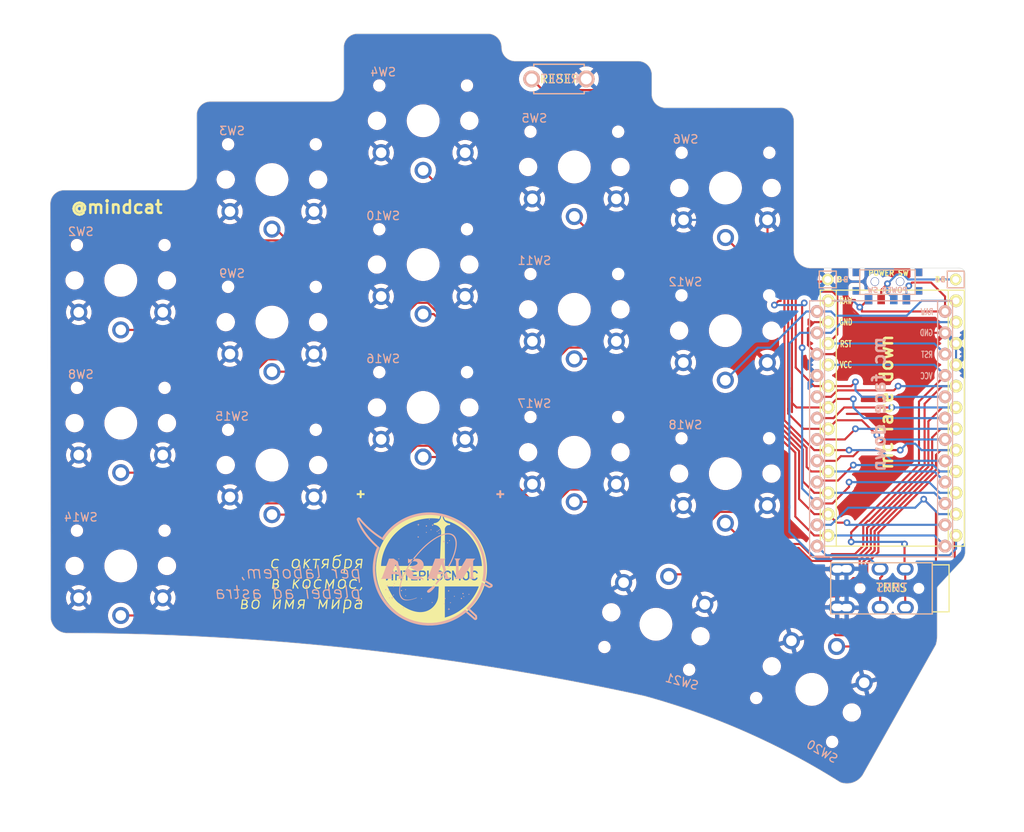
<source format=kicad_pcb>
(kicad_pcb (version 20221018) (generator pcbnew)
  (layers (0 "F.Cu" signal) (31 "B.Cu" signal) (34 "B.Paste" user) (35 "F.Paste" user) (36 "B.SilkS" user "B.Silkscreen") (37 "F.SilkS" user "F.Silkscreen") (38 "B.Mask" user) (39 "F.Mask" user) (44 "Edge.Cuts" user))
  (net 0 "")
  (net 1 "gnd")
  (net 2 "vcc")
  (net 3 "Switch18")
  (net 4 "reset")
  (net 5 "Switch1")
  (net 6 "Switch2")
  (net 7 "Switch3")
  (net 8 "Switch4")
  (net 9 "Switch5")
  (net 10 "Switch6")
  (net 11 "Switch7")
  (net 12 "Switch8")
  (net 13 "Switch9")
  (net 14 "Switch10")
  (net 15 "Switch11")
  (net 16 "Switch12")
  (net 17 "Switch13")
  (net 18 "Switch14")
  (net 19 "Switch15")
  (net 20 "Switch16")
  (net 21 "Switch17")
  (net 22 "raw")
  (net 23 "BT+_r")
  (net 24 "Net-(SW_POWERR1-Pad1)")
  (footprint "kbd:1pin_conn" (layer "F.Cu") (at 126.492 45.974)
    (fp_text reference "B+")
    (fp_text value "MountingHole_Pad" hide)
  )
  (footprint "kbd:1pin_conn" (layer "F.Cu") (at 111.252 45.974)
    (fp_text reference "B-")
    (fp_text value "MountingHole_Pad" hide)
  )
  (footprint "Kailh:TRRS-PJ-DPB2" (layer "F.Cu") (at 123.698 82.75 -90)
    (fp_text reference "J2")
    (fp_text value "AudioJack4dpb" hide)
  )
  (footprint "kbd:ResetSW" (layer "F.Cu") (at 79.248 22.098)
    (fp_text reference "RSW1" hide)
    (fp_text value "SW_Push")
  )
  (footprint "Kailh:SW_PG1350_rev_DPB" (layer "F.Cu") (at 27.08 46.08)
    (fp_text reference "SW2" hide)
    (fp_text value "SW_Push" hide)
  )
  (footprint "Kailh:SW_PG1350_rev_DPB" (layer "F.Cu") (at 45.08 34.08)
    (fp_text reference "SW3" hide)
    (fp_text value "SW_Push" hide)
  )
  (footprint "Kailh:SW_PG1350_rev_DPB" (layer "F.Cu") (at 63.08 27.08)
    (fp_text reference "SW4" hide)
    (fp_text value "SW_Push" hide)
  )
  (footprint "Kailh:SW_PG1350_rev_DPB" (layer "F.Cu") (at 81.08 32.58)
    (fp_text reference "SW5" hide)
    (fp_text value "SW_Push" hide)
  )
  (footprint "Kailh:SW_PG1350_rev_DPB" (layer "F.Cu") (at 99.08 35.08)
    (fp_text reference "SW6" hide)
    (fp_text value "SW_Push" hide)
  )
  (footprint "Kailh:SW_PG1350_rev_DPB" (layer "F.Cu") (at 27.08 63.08)
    (fp_text reference "SW8" hide)
    (fp_text value "SW_Push" hide)
  )
  (footprint "Kailh:SW_PG1350_rev_DPB" (layer "F.Cu") (at 45.08 51.054)
    (fp_text reference "SW9" hide)
    (fp_text value "SW_Push" hide)
  )
  (footprint "Kailh:SW_PG1350_rev_DPB" (layer "F.Cu") (at 63.08 44.196)
    (fp_text reference "SW10" hide)
    (fp_text value "SW_Push" hide)
  )
  (footprint "Kailh:SW_PG1350_rev_DPB" (layer "F.Cu") (at 81.08 49.53)
    (fp_text reference "SW11" hide)
    (fp_text value "SW_Push" hide)
  )
  (footprint "Kailh:SW_PG1350_rev_DPB" (layer "F.Cu") (at 99.06 52.07)
    (fp_text reference "SW12" hide)
    (fp_text value "SW_Push" hide)
  )
  (footprint "Kailh:SW_PG1350_rev_DPB" (layer "F.Cu") (at 27.08 80.08)
    (fp_text reference "SW14" hide)
    (fp_text value "SW_Push" hide)
  )
  (footprint "Kailh:SW_PG1350_rev_DPB" (layer "F.Cu") (at 45.08 68.072)
    (fp_text reference "SW15" hide)
    (fp_text value "SW_Push" hide)
  )
  (footprint "Kailh:SW_PG1350_rev_DPB" (layer "F.Cu") (at 63.08 61.214)
    (fp_text reference "SW16" hide)
    (fp_text value "SW_Push" hide)
  )
  (footprint "Kailh:SW_PG1350_rev_DPB" (layer "F.Cu") (at 81.08 66.548)
    (fp_text reference "SW17" hide)
    (fp_text value "SW_Push" hide)
  )
  (footprint "Kailh:SW_PG1350_rev_DPB" (layer "F.Cu") (at 99.06 69.088)
    (fp_text reference "SW18" hide)
    (fp_text value "SW_Push" hide)
  )
  (footprint "Kailh:SW_PG1350_rev_DPB" (layer "F.Cu") (at 109.356 94.78 150)
    (fp_text reference "SW20" hide)
    (fp_text value "SW_Push" hide)
  )
  (footprint "Kailh:SW_PG1350_rev_DPB" (layer "F.Cu") (at 90.796 87.03 165)
    (fp_text reference "SW21" hide)
    (fp_text value "SW_Push" hide)
  )
  (footprint "kbd:ProMicro_v2" (layer "F.Cu") (at 118.872 62.992)
    (fp_text reference "U1" hide)
    (fp_text value "ProMicro-kbd" hide)
  )
  (footprint "Kailh:SPDT_C128955r" (layer "F.Cu") (at 118.364 46.228)
    (fp_text reference "SW2" hide)
    (fp_text value "SW_SPDT")
  )
  (footprint "Kailh:SPDT_C128955" (layer "B.Cu") (at 118.364 46.228 180)
    (fp_text reference "POWER SW")
    (fp_text value "SW_SPDT")
  )
  (gr_line (start 115.062 47.752) (end 115.062 44.831) (stroke (width 0.12)) (layer "B.SilkS"))
  (gr_poly (pts (xy 66.143214 85.144503) (xy 66.139944 85.144969) (xy 66.136718 85.145565) (xy 66.133539 85.146289) (xy 66.13041 85.147137) (xy 66.127333 85.148108) (xy 66.124312 85.149199) (xy 66.121349 85.150406) (xy 66.118447 85.151728) (xy 66.115609 85.153161) (xy 66.112838 85.154702) (xy 66.110136 85.15635) (xy 66.107506 85.158101) (xy 66.104952 85.159952) (xy 66.102475 85.161902) (xy 66.100079 85.163946) (xy 66.097767 85.166083) (xy 66.095541 85.16831) (xy 66.093404 85.170624) (xy 66.091359 85.173023) (xy 66.089408 85.175503) (xy 66.087556 85.178062) (xy 66.085804 85.180697) (xy 66.084154 85.183406) (xy 66.082611 85.186185) (xy 66.081177 85.189033) (xy 66.079855 85.191946) (xy 66.078647 85.194922) (xy 66.077556 85.197958) (xy 66.076585 85.201052) (xy 66.075737 85.2042) (xy 66.075015 85.2074) (xy 66.074421 85.210649) (xy 65.894505 85.210649) (xy 66.074421 85.22917) (xy 66.074949 85.23227) (xy 66.075595 85.235328) (xy 66.076357 85.238341) (xy 66.07723 85.241307) (xy 66.078215 85.244223) (xy 66.079307 85.247088) (xy 66.080505 85.249898) (xy 66.081806 85.252652) (xy 66.084709 85.257978) (xy 66.087997 85.263048) (xy 66.091652 85.267842) (xy 66.095654 85.272339) (xy 66.099984 85.276522) (xy 66.104625 85.280369) (xy 66.109556 85.283861) (xy 66.11476 85.286979) (xy 66.117458 85.288392) (xy 66.120217 85.289703) (xy 66.123035 85.290912) (xy 66.125909 85.292014) (xy 66.128837 85.293008) (xy 66.131817 85.293892) (xy 66.134846 85.294662) (xy 66.137921 85.295317) (xy 66.137921 85.477879) (xy 66.156443 85.295317) (xy 66.162222 85.293658) (xy 66.167826 85.291624) (xy 66.173242 85.28923) (xy 66.178453 85.28649) (xy 66.183448 85.283419) (xy 66.18821 85.28003) (xy 66.192726 85.276338) (xy 66.196982 85.272357) (xy 66.200963 85.268101) (xy 66.204655 85.263584) (xy 66.208044 85.258822) (xy 66.211116 85.253828) (xy 66.213856 85.248616) (xy 66.216249 85.2432) (xy 66.218283 85.237596) (xy 66.219942 85.231817) (xy 66.402505 85.231817) (xy 66.219942 85.213295) (xy 66.219517 85.210233) (xy 66.218973 85.207209) (xy 66.218313 85.204227) (xy 66.217539 85.201289) (xy 66.216653 85.198397) (xy 66.215658 85.195554) (xy 66.214556 85.192763) (xy 66.21335 85.190026) (xy 66.212041 85.187345) (xy 66.210633 85.184724) (xy 66.209127 85.182164) (xy 66.207525 85.179669) (xy 66.205831 85.17724) (xy 66.204046 85.174881) (xy 66.200214 85.17038) (xy 66.196048 85.166186) (xy 66.193845 85.164211) (xy 66.191565 85.162321) (xy 66.189212 85.160518) (xy 66.186786 85.158804) (xy 66.184291 85.157182) (xy 66.181729 85.155655) (xy 66.179101 85.154225) (xy 66.176411 85.152895) (xy 66.173661 85.151667) (xy 66.170853 85.150544) (xy 66.167989 85.149528) (xy 66.165072 85.148622) (xy 66.162105 85.147828) (xy 66.159088 85.147149) (xy 66.159088 84.967233)) (stroke (width 0.002)) (fill solid) (layer "B.SilkS"))
  (gr_poly (pts (xy 60.737699 85.012281) (xy 60.735011 85.012485) (xy 60.732363 85.012822) (xy 60.729757 85.013287) (xy 60.727197 85.013878) (xy 60.724686 85.014591) (xy 60.722227 85.015423) (xy 60.719824 85.01637) (xy 60.71748 85.01743) (xy 60.715198 85.018599) (xy 60.712982 85.019873) (xy 60.710835 85.021249) (xy 60.708761 85.022725) (xy 60.706762 85.024296) (xy 60.704842 85.025959) (xy 60.703004 85.027711) (xy 60.701252 85.029549) (xy 60.699589 85.031469) (xy 60.698018 85.033468) (xy 60.696542 85.035542) (xy 60.695166 85.037689) (xy 60.693892 85.039905) (xy 60.692723 85.042187) (xy 60.691664 85.044531) (xy 60.690716 85.046934) (xy 60.689884 85.049393) (xy 60.689171 85.051904) (xy 60.68858 85.054464) (xy 60.688115 85.05707) (xy 60.687778 85.059718) (xy 60.687574 85.062406) (xy 60.687505 85.065129) (xy 60.687574 85.067852) (xy 60.687778 85.070539) (xy 60.688115 85.073187) (xy 60.68858 85.075793) (xy 60.689171 85.078353) (xy 60.689884 85.080865) (xy 60.690716 85.083323) (xy 60.691664 85.085726) (xy 60.692723 85.08807) (xy 60.693892 85.090352) (xy 60.695166 85.092568) (xy 60.696542 85.094715) (xy 60.698018 85.09679) (xy 60.699589 85.098789) (xy 60.701252 85.100709) (xy 60.703004 85.102546) (xy 60.704842 85.104299) (xy 60.706762 85.105962) (xy 60.708761 85.107533) (xy 60.710835 85.109008) (xy 60.712982 85.110384) (xy 60.715198 85.111658) (xy 60.71748 85.112827) (xy 60.719824 85.113887) (xy 60.722227 85.114834) (xy 60.724686 85.115666) (xy 60.727197 85.116379) (xy 60.729757 85.11697) (xy 60.732363 85.117435) (xy 60.735011 85.117772) (xy 60.737699 85.117976) (xy 60.740422 85.118045) (xy 60.743145 85.117976) (xy 60.745832 85.117772) (xy 60.74848 85.117435) (xy 60.751086 85.11697) (xy 60.753647 85.116379) (xy 60.756158 85.115666) (xy 60.758616 85.114834) (xy 60.761019 85.113887) (xy 60.763364 85.112827) (xy 60.765645 85.111658) (xy 60.767861 85.110384) (xy 60.770008 85.109008) (xy 60.772083 85.107533) (xy 60.774082 85.105962) (xy 60.776002 85.104299) (xy 60.77784 85.102546) (xy 60.779592 85.100709) (xy 60.781255 85.098789) (xy 60.782826 85.09679) (xy 60.784302 85.094715) (xy 60.785678 85.092568) (xy 60.786952 85.090352) (xy 60.788121 85.08807) (xy 60.789181 85.085726) (xy 60.790128 85.083323) (xy 60.79096 85.080865) (xy 60.791673 85.078353) (xy 60.792264 85.075793) (xy 60.792729 85.073187) (xy 60.793066 85.070539) (xy 60.79327 85.067852) (xy 60.793339 85.065129) (xy 60.79327 85.062406) (xy 60.793066 85.059718) (xy 60.792729 85.05707) (xy 60.792264 85.054464) (xy 60.791673 85.051904) (xy 60.79096 85.049393) (xy 60.790128 85.046934) (xy 60.789181 85.044531) (xy 60.788121 85.042187) (xy 60.786952 85.039905) (xy 60.785678 85.037689) (xy 60.784302 85.035542) (xy 60.782826 85.033468) (xy 60.781255 85.031469) (xy 60.779592 85.029549) (xy 60.77784 85.027711) (xy 60.776002 85.025959) (xy 60.774082 85.024296) (xy 60.772083 85.022725) (xy 60.770008 85.021249) (xy 60.767861 85.019873) (xy 60.765645 85.018599) (xy 60.763364 85.01743) (xy 60.761019 85.01637) (xy 60.758616 85.015423) (xy 60.756158 85.014591) (xy 60.753647 85.013878) (xy 60.751086 85.013287) (xy 60.74848 85.012822) (xy 60.745832 85.012485) (xy 60.743145 85.012281) (xy 60.740422 85.012212)) (stroke (width 0.002)) (fill solid) (layer "B.SilkS"))
  (gr_poly (pts (xy 65.968079 76.188796) (xy 65.841547 76.200182) (xy 65.710422 76.221172) (xy 65.574986 76.251599) (xy 65.435523 76.291294) (xy 65.292314 76.340091) (xy 64.995791 76.464317) (xy 64.687674 76.622937) (xy 64.370225 76.814608) (xy 64.045703 77.037991) (xy 63.716367 77.291745) (xy 63.384477 77.574527) (xy 63.052293 77.884998) (xy 62.722073 78.221816) (xy 62.396078 78.58364) (xy 62.076567 78.969129) (xy 62.076567 78.958545) (xy 61.859348 79.244488) (xy 61.932699 79.236057) (xy 62.040323 79.226567) (xy 62.044425 79.221191) (xy 62.163881 79.06967) (xy 62.47401 78.696594) (xy 62.789775 78.34526) (xy 63.108997 78.017072) (xy 63.429498 77.713433) (xy 63.7491 77.435746) (xy 64.065625 77.185414) (xy 64.376894 76.963839) (xy 64.680729 76.772426) (xy 64.829178 76.688468) (xy 64.974953 76.612576) (xy 65.117779 76.544927) (xy 65.257386 76.485694) (xy 65.393501 76.435054) (xy 65.525852 76.393182) (xy 65.654166 76.360253) (xy 65.778171 76.336442) (xy 65.897595 76.321926) (xy 66.012166 76.316879) (xy 66.121611 76.321477) (xy 66.225658 76.335894) (xy 66.324035 76.360308) (xy 66.416469 76.394892) (xy 66.502689 76.439823) (xy 66.582422 76.495275) (xy 66.640774 76.546555) (xy 66.693817 76.603549) (xy 66.741591 76.666094) (xy 66.784135 76.73403) (xy 66.821491 76.807195) (xy 66.853696 76.885426) (xy 66.902816 77.05644) (xy 66.931812 77.245778) (xy 66.941004 77.452147) (xy 66.930709 77.674251) (xy 66.901244 77.910796) (xy 66.852928 78.160487) (xy 66.786078 78.422031) (xy 66.701012 78.694132) (xy 66.598048 78.975496) (xy 66.477504 79.264828) (xy 66.339697 79.560835) (xy 66.184946 79.862221) (xy 66.013567 80.167692) (xy 66.159088 80.215317) (xy 66.328832 79.901961) (xy 66.482562 79.591887) (xy 66.619827 79.286519) (xy 66.740179 78.987278) (xy 66.843168 78.695587) (xy 66.928343 78.412869) (xy 66.995257 78.140545) (xy 67.043458 77.880038) (xy 67.060401 77.754661) (xy 67.072497 77.632771) (xy 67.079691 77.514547) (xy 67.081926 77.400166) (xy 67.079145 77.289806) (xy 67.071293 77.183645) (xy 67.058314 77.08186) (xy 67.04015 76.98463) (xy 67.016747 76.892133) (xy 66.988048 76.804545) (xy 66.953996 76.722045) (xy 66.914535 76.644811) (xy 66.86961 76.573021) (xy 66.819164 76.506851) (xy 66.76314 76.446481) (xy 66.701484 76.392088) (xy 66.615009 76.331552) (xy 66.521964 76.281793) (xy 66.422632 76.242645) (xy 66.317295 76.213938) (xy 66.206236 76.195507) (xy 66.089736 76.187182)) (stroke (width 0.002)) (fill solid) (layer "B.SilkS"))
  (gr_poly (pts (xy 58.218942 81.384774) (xy 58.212174 81.40473) (xy 58.204353 81.424171) (xy 58.195509 81.443064) (xy 58.185676 81.461374) (xy 58.174883 81.479065) (xy 58.163164 81.496103) (xy 58.15055 81.512454) (xy 58.137072 81.528081) (xy 58.122763 81.542951) (xy 58.107655 81.557029) (xy 58.091778 81.570279) (xy 58.075165 81.582667) (xy 58.057847 81.594158) (xy 58.039856 81.604717) (xy 58.021225 81.614309) (xy 58.001984 81.6229) (xy 59.436026 81.6229) (xy 59.401506 81.592587) (xy 59.384029 81.576356) (xy 59.366738 81.559483) (xy 59.349881 81.54202) (xy 59.333707 81.524022) (xy 59.318462 81.505544) (xy 59.304395 81.486639) (xy 59.291755 81.467363) (xy 59.280789 81.447768) (xy 59.276012 81.437869) (xy 59.271746 81.42791) (xy 59.268023 81.417899) (xy 59.264873 81.407843) (xy 59.262328 81.397748) (xy 59.260418 81.387621) (xy 59.259175 81.377468) (xy 59.25863 81.367298) (xy 59.258813 81.357115) (xy 59.259756 81.346928) (xy 59.26149 81.336743) (xy 59.264045 81.326566) (xy 59.270598 81.292676) (xy 59.278029 81.258986) (xy 59.286332 81.225512) (xy 59.295504 81.192272) (xy 59.305539 81.159282) (xy 59.316433 81.12656) (xy 59.32818 81.094121) (xy 59.340775 81.061983) (xy 60.134525 81.061983) (xy 60.14362 81.093279) (xy 60.152942 81.127421) (xy 60.163629 81.16947) (xy 60.174316 81.216108) (xy 60.183638 81.264018) (xy 60.187361 81.287412) (xy 60.190232 81.309881) (xy 60.192079 81.331008) (xy 60.192733 81.350379) (xy 60.192131 81.369475) (xy 60.19049 81.388407) (xy 60.187827 81.407137) (xy 60.184161 81.425626) (xy 60.179509 81.443837) (xy 60.173889 81.461733) (xy 60.167319 81.479274) (xy 60.159817 81.496424) (xy 60.1514 81.513143) (xy 60.142087 81.529395) (xy 60.131895 81.545142) (xy 60.120843 81.560345) (xy 60.108947 81.574966) (xy 60.096226 81.588968) (xy 60.082697 81.602313) (xy 60.068379 81.614963) (xy 60.533813 81.614963) (xy 60.610677 81.417202) (xy 60.610161 81.416698) (xy 60.591675 81.397302) (xy 60.575453 81.378634) (xy 60.56192 81.360916) (xy 60.556296 81.352482) (xy 60.551504 81.344369) (xy 60.547597 81.336603) (xy 60.544629 81.329212) (xy 60.462402 81.041147) (xy 60.385824 80.763005) (xy 60.065734 80.763005) (xy 59.44661 80.763005) (xy 59.801152 79.884588) (xy 60.065734 80.763005) (xy 60.385824 80.763005) (xy 60.305513 80.471301) (xy 60.149119 79.888556) (xy 60.094595 79.676373) (xy 60.06838 79.561796) (xy 59.570963 79.209899) (xy 59.012692 79.209899)) (stroke (width 0.002)) (fill solid) (layer "B.SilkS"))
  (gr_poly (pts (xy 65.595448 84.538676) (xy 65.592761 84.53888) (xy 65.590112 84.539217) (xy 65.587507 84.539682) (xy 65.584946 84.540273) (xy 65.582435 84.540986) (xy 65.579977 84.541818) (xy 65.577574 84.542765) (xy 65.57523 84.543825) (xy 65.572948 84.544994) (xy 65.570732 84.546268) (xy 65.568585 84.547644) (xy 65.56651 84.54912) (xy 65.564511 84.550691) (xy 65.562591 84.552354) (xy 65.560753 84.554106) (xy 65.559001 84.555944) (xy 65.557338 84.557864) (xy 65.555767 84.559863) (xy 65.554292 84.561938) (xy 65.552915 84.564085) (xy 65.551641 84.566301) (xy 65.550472 84.568583) (xy 65.549413 84.570927) (xy 65.548465 84.57333) (xy 65.547633 84.575788) (xy 65.54692 84.5783) (xy 65.546329 84.58086) (xy 65.545864 84.583466) (xy 65.545527 84.586114) (xy 65.545323 84.588801) (xy 65.545254 84.591524) (xy 65.545323 84.594248) (xy 65.545527 84.596935) (xy 65.545864 84.599583) (xy 65.546329 84.602189) (xy 65.54692 84.604749) (xy 65.547633 84.60726) (xy 65.548465 84.609719) (xy 65.549413 84.612122) (xy 65.550472 84.614466) (xy 65.551641 84.616748) (xy 65.552915 84.618964) (xy 65.554292 84.621111) (xy 65.555767 84.623185) (xy 65.557338 84.625184) (xy 65.559001 84.627104) (xy 65.560753 84.628942) (xy 65.562591 84.630694) (xy 65.564511 84.632357) (xy 65.56651 84.633928) (xy 65.568585 84.635404) (xy 65.570732 84.63678) (xy 65.572948 84.638054) (xy 65.57523 84.639223) (xy 65.577574 84.640283) (xy 65.579977 84.64123) (xy 65.582435 84.642062) (xy 65.584946 84.642775) (xy 65.587507 84.643366) (xy 65.590112 84.643831) (xy 65.592761 84.644168) (xy 65.595448 84.644372) (xy 65.598171 84.644441) (xy 65.600894 84.644372) (xy 65.603582 84.644168) (xy 65.60623 84.643831) (xy 65.608836 84.643366) (xy 65.611396 84.642775) (xy 65.613907 84.642062) (xy 65.616366 84.64123) (xy 65.618769 84.640283) (xy 65.621113 84.639223) (xy 65.623394 84.638054) (xy 65.62561 84.63678) (xy 65.627757 84.635404) (xy 65.629832 84.633928) (xy 65.631831 84.632357) (xy 65.633751 84.630694) (xy 65.635589 84.628942) (xy 65.637341 84.627104) (xy 65.639004 84.625184) (xy 65.640575 84.623185) (xy 65.642051 84.621111) (xy 65.643427 84.618964) (xy 65.644701 84.616748) (xy 65.64587 84.614466) (xy 65.64693 84.612122) (xy 65.647877 84.609719) (xy 65.648709 84.60726) (xy 65.649422 84.604749) (xy 65.650013 84.602189) (xy 65.650478 84.599583) (xy 65.650815 84.596935) (xy 65.651019 84.594248) (xy 65.651088 84.591524) (xy 65.651019 84.588801) (xy 65.650815 84.586114) (xy 65.650478 84.583466) (xy 65.650013 84.58086) (xy 65.649422 84.5783) (xy 65.648709 84.575788) (xy 65.647877 84.57333) (xy 65.64693 84.570927) (xy 65.64587 84.568583) (xy 65.644701 84.566301) (xy 65.643427 84.564085) (xy 65.642051 84.561938) (xy 65.640575 84.559863) (xy 65.639004 84.557864) (xy 65.637341 84.555944) (xy 65.635589 84.554106) (xy 65.633751 84.552354) (xy 65.631831 84.550691) (xy 65.629832 84.54912) (xy 65.627757 84.547644) (xy 65.62561 84.546268) (xy 65.623394 84.544994) (xy 65.621113 84.543825) (xy 65.618769 84.542765) (xy 65.616366 84.541818) (xy 65.613907 84.540986) (xy 65.611396 84.540273) (xy 65.608836 84.539682) (xy 65.60623 84.539217) (xy 65.603582 84.53888) (xy 65.600894 84.538676) (xy 65.598171 84.538607)) (stroke (width 0.002)) (fill solid) (layer "B.SilkS"))
  (gr_poly (pts (xy 63.457615 76.029677) (xy 63.454928 76.029882) (xy 63.452279 76.030218) (xy 63.449673 76.030684) (xy 63.447113 76.031274) (xy 63.444602 76.031988) (xy 63.442143 76.03282) (xy 63.43974 76.033767) (xy 63.437396 76.034827) (xy 63.435115 76.035995) (xy 63.432899 76.037269) (xy 63.430752 76.038646) (xy 63.428677 76.040121) (xy 63.426678 76.041692) (xy 63.424758 76.043355) (xy 63.42292 76.045107) (xy 63.421168 76.046945) (xy 63.419505 76.048865) (xy 63.417934 76.050864) (xy 63.416459 76.052939) (xy 63.415082 76.055086) (xy 63.413808 76.057302) (xy 63.41264 76.059584) (xy 63.41158 76.061928) (xy 63.410632 76.064331) (xy 63.4098 76.066789) (xy 63.409087 76.0693) (xy 63.408497 76.071861) (xy 63.408031 76.074466) (xy 63.407695 76.077115) (xy 63.40749 76.079802) (xy 63.407422 76.082525) (xy 63.40749 76.085248) (xy 63.407695 76.087935) (xy 63.408031 76.090584) (xy 63.408497 76.09319) (xy 63.409087 76.09575) (xy 63.4098 76.098261) (xy 63.410632 76.10072) (xy 63.41158 76.103123) (xy 63.41264 76.105467) (xy 63.413808 76.107748) (xy 63.415082 76.109964) (xy 63.416459 76.112111) (xy 63.417934 76.114186) (xy 63.419505 76.116185) (xy 63.421168 76.118105) (xy 63.42292 76.119943) (xy 63.424758 76.121695) (xy 63.426678 76.123358) (xy 63.428677 76.124929) (xy 63.430752 76.126405) (xy 63.432899 76.127781) (xy 63.435115 76.129055) (xy 63.437396 76.130224) (xy 63.43974 76.131284) (xy 63.442143 76.132231) (xy 63.444602 76.133063) (xy 63.447113 76.133776) (xy 63.449673 76.134367) (xy 63.452279 76.134832) (xy 63.454928 76.135169) (xy 63.457615 76.135373) (xy 63.460338 76.135442) (xy 63.463061 76.135373) (xy 63.465748 76.135169) (xy 63.468397 76.134832) (xy 63.471003 76.134367) (xy 63.473563 76.133776) (xy 63.476074 76.133063) (xy 63.478533 76.132231) (xy 63.480936 76.131284) (xy 63.48328 76.130224) (xy 63.485561 76.129055) (xy 63.487777 76.127781) (xy 63.489924 76.126405) (xy 63.491999 76.124929) (xy 63.493998 76.123358) (xy 63.495918 76.121695) (xy 63.497756 76.119943) (xy 63.499508 76.118105) (xy 63.501171 76.116185) (xy 63.502742 76.114186) (xy 63.504217 76.112111) (xy 63.505594 76.109964) (xy 63.506868 76.107748) (xy 63.508036 76.105467) (xy 63.509096 76.103123) (xy 63.510044 76.10072) (xy 63.510876 76.098261) (xy 63.511589 76.09575) (xy 63.512179 76.09319) (xy 63.512645 76.090584) (xy 63.512981 76.087935) (xy 63.513186 76.085248) (xy 63.513255 76.082525) (xy 63.513186 76.079802) (xy 63.512981 76.077115) (xy 63.512645 76.074466) (xy 63.512179 76.071861) (xy 63.511589 76.0693) (xy 63.510876 76.066789) (xy 63.510044 76.064331) (xy 63.509096 76.061928) (xy 63.508036 76.059584) (xy 63.506868 76.057302) (xy 63.505594 76.055086) (xy 63.504217 76.052939) (xy 63.502742 76.050864) (xy 63.501171 76.048865) (xy 63.499508 76.046945) (xy 63.497756 76.045107) (xy 63.495918 76.043355) (xy 63.493998 76.041692) (xy 63.491999 76.040121) (xy 63.489924 76.038646) (xy 63.487777 76.037269) (xy 63.485561 76.035995) (xy 63.48328 76.034827) (xy 63.480936 76.033767) (xy 63.478533 76.03282) (xy 63.476074 76.031988) (xy 63.473563 76.031274) (xy 63.471003 76.030684) (xy 63.468397 76.030218) (xy 63.465748 76.029882) (xy 63.463061 76.029677) (xy 63.460338 76.029609)) (stroke (width 0.002)) (fill solid) (layer "B.SilkS"))
  (gr_poly (pts (xy 63.698465 81.384774) (xy 63.693475 81.398007) (xy 63.688088 81.411058) (xy 63.68231 81.423918) (xy 63.676146 81.43658) (xy 63.669601 81.449034) (xy 63.662682 81.461273) (xy 63.655394 81.473288) (xy 63.647742 81.485071) (xy 63.639732 81.496613) (xy 63.63137 81.507907) (xy 63.622661 81.518944) (xy 63.613611 81.529715) (xy 63.604225 81.540213) (xy 63.594509 81.55043) (xy 63.584468 81.560355) (xy 63.574109 81.569983) (xy 63.653484 81.6229) (xy 64.915546 81.6229) (xy 64.899023 81.608122) (xy 64.882329 81.592607) (xy 64.865666 81.576426) (xy 64.849235 81.559648) (xy 64.833239 81.542343) (xy 64.817878 81.52458) (xy 64.803354 81.50643) (xy 64.789869 81.487962) (xy 64.777625 81.469246) (xy 64.766822 81.450352) (xy 64.757662 81.431349) (xy 64.753761 81.421829) (xy 64.750347 81.412308) (xy 64.747445 81.402794) (xy 64.745079 81.393297) (xy 64.743275 81.383825) (xy 64.742058 81.374387) (xy 64.741454 81.364992) (xy 64.741487 81.355648) (xy 64.742183 81.346364) (xy 64.743567 81.337149) (xy 64.75012 81.303259) (xy 64.757551 81.269569) (xy 64.765854 81.236095) (xy 64.775026 81.202855) (xy 64.785061 81.169865) (xy 64.795954 81.137143) (xy 64.807701 81.104704) (xy 64.820297 81.072566) (xy 65.408727 81.072566) (xy 65.426523 81.048424) (xy 65.494049 80.954843) (xy 65.560179 80.861107) (xy 65.624883 80.767185) (xy 65.627692 80.763004) (xy 65.539963 80.763004) (xy 64.915546 80.763004) (xy 65.272734 79.884587) (xy 65.539963 80.763004) (xy 65.627692 80.763004) (xy 65.68813 80.673045) (xy 65.844943 80.713514) (xy 65.783379 80.490483) (xy 65.62711 79.908483) (xy 65.572229 79.69416) (xy 65.545254 79.575025) (xy 65.543353 79.559935) (xy 65.542572 79.544938) (xy 65.542853 79.530046) (xy 65.544138 79.515276) (xy 65.546369 79.500642) (xy 65.549487 79.486158) (xy 65.553434 79.471839) (xy 65.558153 79.457698) (xy 65.563585 79.443752) (xy 65.569672 79.430014) (xy 65.576355 79.416499) (xy 65.583578 79.403221) (xy 65.591281 79.390195) (xy 65.599406 79.377436) (xy 65.616692 79.352774) (xy 65.63497 79.329353) (xy 65.653775 79.307289) (xy 65.672642 79.286697) (xy 65.691106 79.267694) (xy 65.724965 79.234921) (xy 65.75163 79.209899) (xy 64.508089 79.209899)) (stroke (width 0.002)) (fill solid) (layer "B.SilkS"))
  (gr_poly (pts (xy 68.618271 85.204796) (xy 68.598091 85.224996) (xy 68.577726 85.244886) (xy 68.557205 85.264559) (xy 68.474192 85.342942) (xy 69.267942 86.089067) (xy 69.286463 86.300733) (xy 69.022293 86.06604) (xy 68.776478 85.849949) (xy 68.547531 85.652214) (xy 68.333963 85.472587) (xy 68.161984 85.6234) (xy 68.378239 85.805549) (xy 68.612106 86.007045) (xy 69.143588 86.470065) (xy 69.151407 86.477007) (xy 69.159517 86.483538) (xy 69.167902 86.489652) (xy 69.176545 86.495342) (xy 69.18543 86.500602) (xy 69.19454 86.505426) (xy 69.203859 86.509808) (xy 69.21337 86.51374) (xy 69.223057 86.517217) (xy 69.232903 86.520233) (xy 69.242892 86.522781) (xy 69.253007 86.524854) (xy 69.263232 86.526446) (xy 69.27355 86.527551) (xy 69.283945 86.528163) (xy 69.2944 86.528275) (xy 69.301093 86.528133) (xy 69.30777 86.527807) (xy 69.314428 86.527299) (xy 69.321063 86.526609) (xy 69.327672 86.525738) (xy 69.334251 86.524687) (xy 69.340797 86.523457) (xy 69.347305 86.522048) (xy 69.353772 86.520462) (xy 69.360195 86.5187) (xy 69.366569 86.516761) (xy 69.372891 86.514648) (xy 69.379158 86.51236) (xy 69.385365 86.5099) (xy 69.39151 86.507266) (xy 69.397588 86.504462) (xy 69.412808 86.495976) (xy 69.427175 86.486449) (xy 69.440654 86.475944) (xy 69.453211 86.464525) (xy 69.46481 86.452257) (xy 69.475417 86.439203) (xy 69.484997 86.425428) (xy 69.493516 86.410996) (xy 69.500939 86.39597) (xy 69.507232 86.380415) (xy 69.512358 86.364395) (xy 69.516285 86.347975) (xy 69.518977 86.331218) (xy 69.520399 86.314188) (xy 69.520517 86.296949) (xy 69.519296 86.279566) (xy 69.500775 86.0679) (xy 69.499618 86.057503) (xy 69.497985 86.047211) (xy 69.495885 86.037038) (xy 69.493325 86.026999) (xy 69.490311 86.017108) (xy 69.486852 86.007382) (xy 69.482954 85.997834) (xy 69.478624 85.988479) (xy 69.473871 85.979332) (xy 69.468701 85.970409) (xy 69.463122 85.961723) (xy 69.45714 85.953289) (xy 69.450764 85.945124) (xy 69.444 85.93724) (xy 69.436855 85.929653) (xy 69.429338 85.922379) (xy 69.233546 85.739817) (xy 68.638234 85.184192)) (stroke (width 0.002)) (fill solid) (layer "B.SilkS"))
  (gr_poly (pts (xy 64.205433 75.159222) (xy 64.201806 75.159498) (xy 64.19823 75.159953) (xy 64.194712 75.160581) (xy 64.191256 75.161378) (xy 64.187866 75.162341) (xy 64.184547 75.163464) (xy 64.181303 75.164743) (xy 64.178138 75.166174) (xy 64.175058 75.167752) (xy 64.172066 75.169472) (xy 64.169168 75.17133) (xy 64.166367 75.173322) (xy 64.163668 75.175442) (xy 64.161076 75.177688) (xy 64.158595 75.180053) (xy 64.15623 75.182534) (xy 64.153985 75.185126) (xy 64.151864 75.187825) (xy 64.149872 75.190626) (xy 64.148014 75.193524) (xy 64.146294 75.196516) (xy 64.144716 75.199596) (xy 64.143286 75.20276) (xy 64.142007 75.206004) (xy 64.140884 75.209324) (xy 64.139921 75.212714) (xy 64.139123 75.21617) (xy 64.138495 75.219688) (xy 64.138041 75.223263) (xy 64.137765 75.226891) (xy 64.137672 75.230567) (xy 64.137765 75.234243) (xy 64.138041 75.237871) (xy 64.138495 75.241446) (xy 64.139123 75.244964) (xy 64.139921 75.24842) (xy 64.140884 75.25181) (xy 64.142007 75.255129) (xy 64.143286 75.258374) (xy 64.144716 75.261538) (xy 64.146294 75.264618) (xy 64.148014 75.26761) (xy 64.149872 75.270508) (xy 64.151864 75.273309) (xy 64.153985 75.276008) (xy 64.15623 75.2786) (xy 64.158595 75.281081) (xy 64.161076 75.283446) (xy 64.163668 75.285692) (xy 64.166367 75.287812) (xy 64.169168 75.289804) (xy 64.172066 75.291662) (xy 64.175058 75.293382) (xy 64.178138 75.29496) (xy 64.181303 75.296391) (xy 64.184547 75.29767) (xy 64.187866 75.298793) (xy 64.191256 75.299756) (xy 64.194712 75.300553) (xy 64.19823 75.301181) (xy 64.201806 75.301636) (xy 64.205433 75.301912) (xy 64.20911 75.302005) (xy 64.212786 75.301912) (xy 64.216414 75.301636) (xy 64.219989 75.301181) (xy 64.223507 75.300553) (xy 64.226963 75.299756) (xy 64.230353 75.298793) (xy 64.233672 75.29767) (xy 64.236916 75.296391) (xy 64.240081 75.29496) (xy 64.243161 75.293382) (xy 64.246152 75.291662) (xy 64.249051 75.289804) (xy 64.251852 75.287812) (xy 64.25455 75.285692) (xy 64.257142 75.283446) (xy 64.259623 75.281081) (xy 64.261989 75.2786) (xy 64.264234 75.276008) (xy 64.266355 75.273309) (xy 64.268346 75.270508) (xy 64.270204 75.26761) (xy 64.271925 75.264618) (xy 64.273502 75.261538) (xy 64.274933 75.258374) (xy 64.276212 75.255129) (xy 64.277335 75.25181) (xy 64.278298 75.24842) (xy 64.279095 75.244964) (xy 64.279723 75.241446) (xy 64.280178 75.237871) (xy 64.280454 75.234243) (xy 64.280547 75.230567) (xy 64.280454 75.226891) (xy 64.280178 75.223263) (xy 64.279723 75.219688) (xy 64.279095 75.21617) (xy 64.278298 75.212714) (xy 64.277335 75.209324) (xy 64.276212 75.206004) (xy 64.274933 75.20276) (xy 64.273502 75.199596) (xy 64.271925 75.196516) (xy 64.270204 75.193524) (xy 64.268346 75.190626) (xy 64.266355 75.187825) (xy 64.264234 75.185126) (xy 64.261989 75.182534) (xy 64.259623 75.180053) (xy 64.257142 75.177688) (xy 64.25455 75.175442) (xy 64.251852 75.173322) (xy 64.249051 75.17133) (xy 64.246152 75.169472) (xy 64.243161 75.167752) (xy 64.240081 75.166174) (xy 64.236916 75.164743) (xy 64.233672 75.163464) (xy 64.230353 75.162341) (xy 64.226963 75.161378) (xy 64.223507 75.160581) (xy 64.219989 75.159953) (xy 64.216414 75.159498) (xy 64.212786 75.159222) (xy 64.20911 75.159129)) (stroke (width 0.002)) (fill solid) (layer "B.SilkS"))
  (gr_poly (pts (xy 61.280793 80.434079) (xy 61.251248 80.461198) (xy 61.223327 80.489744) (xy 61.19707 80.519642) (xy 61.172517 80.550814) (xy 61.149706 80.583186) (xy 61.128678 80.61668) (xy 61.109471 80.651223) (xy 61.092127 80.686736) (xy 61.076683 80.723145) (xy 61.063181 80.760373) (xy 61.05166 80.798345) (xy 61.042158 80.836985) (xy 61.034716 80.876216) (xy 61.029374 80.915963) (xy 61.026171 80.956149) (xy 61.02698 80.992457) (xy 61.031279 81.02842) (xy 61.0389 81.06399) (xy 61.049673 81.099117) (xy 61.063431 81.133752) (xy 61.080005 81.167846) (xy 61.099225 81.201348) (xy 61.120925 81.23421) (xy 61.144934 81.266382) (xy 61.171084 81.297814) (xy 61.199208 81.328458) (xy 61.229135 81.358264) (xy 61.293728 81.415164) (xy 61.363514 81.468118) (xy 61.437146 81.516731) (xy 61.513273 81.560608) (xy 61.590547 81.599354) (xy 61.66762 81.632573) (xy 61.743142 81.65987) (xy 61.815766 81.680849) (xy 61.884142 81.695116) (xy 61.946921 81.702275) (xy 62.001571 81.708616) (xy 62.056297 81.713183) (xy 62.111056 81.715982) (xy 62.165807 81.717016) (xy 62.220507 81.716292) (xy 62.275114 81.713815) (xy 62.329586 81.709591) (xy 62.383882 81.703623) (xy 62.437958 81.695919) (xy 62.491773 81.686483) (xy 62.545284 81.67532) (xy 62.59845 81.662436) (xy 62.651228 81.647837) (xy 62.703577 81.631526) (xy 62.755454 81.613511) (xy 62.806816 81.593795) (xy 62.831431 81.599823) (xy 62.855519 81.607204) (xy 62.879034 81.615901) (xy 62.901929 81.625877) (xy 62.924156 81.637096) (xy 62.945668 81.64952) (xy 62.966419 81.663113) (xy 62.98636 81.677836) (xy 63.005445 81.693655) (xy 63.023626 81.71053) (xy 63.040856 81.728426) (xy 63.057087 81.747306) (xy 63.072274 81.767132) (xy 63.086368 81.787868) (xy 63.099321 81.809476) (xy 63.111088 81.83192) (xy 63.111088 81.583212) (xy 62.865026 81.424463) (xy 62.666589 81.294816) (xy 62.644526 81.303401) (xy 62.622209 81.311243) (xy 62.599656 81.318338) (xy 62.576887 81.324682) (xy 62.553921 81.330269) (xy 62.530776 81.335095) (xy 62.507472 81.339154) (xy 62.484026 81.342442) (xy 62.45442 81.346024) (xy 62.424685 81.348841) (xy 62.394896 81.350899) (xy 62.365124 81.352208) (xy 62.335443 81.352778) (xy 62.305926 81.352615) (xy 62.276647 81.35173) (xy 62.247678 81.350131) (xy 62.219093 81.347826) (xy 62.190965 81.344825) (xy 62.163367 81.341136) (xy 62.136372 81.336767) (xy 62.110054 81.331728) (xy 62.084484 81.326028) (xy 62.059738 81.319674) (xy 62.035887 81.312676) (xy 62.013006 81.305042) (xy 61.991166 81.296781) (xy 61.970441 81.287902) (xy 61.950905 81.278414) (xy 61.932631 81.268325) (xy 61.915691 81.257644) (xy 61.900159 81.24638) (xy 61.886108 81.234541) (xy 61.873612 81.222136) (xy 61.862742 81.209174) (xy 61.853574 81.195664) (xy 61.846178 81.181614) (xy 61.84063 81.167033) (xy 61.837001 81.151929) (xy 61.835366 81.136313) (xy 61.835797 81.120191) (xy 61.837027 81.111571) (xy 61.838728 81.103074) (xy 61.840888 81.094698) (xy 61.843497 81.086441) (xy 61.846543 81.078303) (xy 61.850017 81.070281) (xy 61.858204 81.054583) (xy 61.867972 81.039334) (xy 61.879236 81.024523) (xy 61.891911 81.010138) (xy 61.905912 80.996168) (xy 61.921153 80.982601) (xy 61.937548 80.969426) (xy 61.955014 80.95663) (xy 61.973463 80.944202) (xy 61.992812 80.932131) (xy 62.012975 80.920405) (xy 62.033866 80.909012) (xy 62.055401 80.897941) (xy 61.861842 80.771975) (xy 61.673739 80.648241) (xy 61.311922 80.408463)) (stroke (width 0.002)) (fill solid) (layer "B.SilkS"))
  (gr_poly (pts (xy 60.187442 79.297213) (xy 60.193888 79.292511) (xy 60.200315 79.287384) (xy 60.206703 79.2819) (xy 60.213033 79.276128) (xy 60.219285 79.27014) (xy 60.22544 79.264005) (xy 60.237382 79.251572) (xy 60.259252 79.228007) (xy 60.268869 79.217993) (xy 60.273281 79.213671) (xy 60.277401 79.2099) (xy 60.06838 79.2099)) (stroke (width 0.002)) (fill solid) (layer "B.SilkS"))
  (gr_poly (pts (xy 65.357633 81.141881) (xy 65.28741 81.235245) (xy 65.215885 81.328546) (xy 65.143088 81.421817) (xy 64.656255 82.025067) (xy 64.656255 82.025066) (xy 64.63856 82.048187) (xy 64.620528 82.07104) (xy 64.602163 82.093622) (xy 64.583467 82.115929) (xy 64.564444 82.137958) (xy 64.545097 82.159705) (xy 64.525429 82.181166) (xy 64.505442 82.202338) (xy 64.664192 82.308171) (xy 64.695446 82.261703) (xy 64.721739 82.222181) (xy 64.733025 82.205335) (xy 64.743071 82.190597) (xy 64.751877 82.178091) (xy 64.759442 82.167942) (xy 64.793802 82.122984) (xy 64.83489 82.0717) (xy 64.934398 81.951645) (xy 65.052261 81.810754) (xy 65.182775 81.652005) (xy 65.273178 81.535794) (xy 65.361783 81.419336) (xy 65.448527 81.30263) (xy 65.533348 81.185676) (xy 65.613293 81.072566) (xy 65.408727 81.072566)) (stroke (width 0.002)) (fill solid) (layer "B.SilkS"))
  (gr_poly (pts (xy 63.483568 73.714013) (xy 63.191456 73.735224) (xy 62.901106 73.769) (xy 62.612928 73.81521) (xy 62.327331 73.873724) (xy 62.044724 73.944409) (xy 61.765517 74.027136) (xy 61.490119 74.121773) (xy 61.218939 74.22819) (xy 60.952387 74.346256) (xy 60.690872 74.475839) (xy 60.434803 74.616809) (xy 60.184591 74.769035) (xy 59.940643 74.932386) (xy 59.70337 75.106731) (xy 59.47318 75.291939) (xy 59.250484 75.487879) (xy 59.035691 75.694421) (xy 58.829209 75.911433) (xy 58.631449 76.138784) (xy 58.442819 76.376344) (xy 58.263729 76.623982) (xy 58.094589 76.881566) (xy 58.359262 77.048108) (xy 58.659845 76.605823) (xy 58.991666 76.194923) (xy 59.352352 75.816325) (xy 59.739531 75.470947) (xy 60.150828 75.159708) (xy 60.58387 74.883525) (xy 61.036286 74.643317) (xy 61.5057 74.440001) (xy 61.98974 74.274496) (xy 62.486034 74.147719) (xy 62.992207 74.060588) (xy 63.505886 74.014022) (xy 64.024699 74.008939) (xy 64.546272 74.046255) (xy 65.068232 74.126891) (xy 65.588206 74.251762) (xy 65.844764 74.330455) (xy 66.096118 74.419068) (xy 66.342078 74.517348) (xy 66.582451 74.625041) (xy 67.045669 74.867651) (xy 67.484237 75.14487) (xy 67.896619 75.454668) (xy 68.28128 75.795015) (xy 68.636684 76.163883) (xy 68.961297 76.559241) (xy 69.253581 76.979062) (xy 69.512003 77.421315) (xy 69.735026 77.883971) (xy 69.921115 78.365001) (xy 70.068734 78.862376) (xy 70.176349 79.374066) (xy 70.214675 79.634645) (xy 70.242423 79.898042) (xy 70.259403 80.164003) (xy 70.265422 80.432275) (xy 70.262715 80.608702) (xy 70.25528 80.784898) (xy 70.243128 80.960768) (xy 70.226268 81.136218) (xy 70.204711 81.311152) (xy 70.178468 81.485477) (xy 70.147548 81.659098) (xy 70.111963 81.83192) (xy 70.400658 81.986768) (xy 70.400359 81.988024) (xy 70.497081 82.040858) (xy 70.592719 82.094189) (xy 70.687178 82.148015) (xy 70.780366 82.202337) (xy 70.87219 82.257156) (xy 70.962557 82.31247) (xy 71.051373 82.368281) (xy 71.138546 82.424588) (xy 70.966567 82.490733) (xy 70.808024 82.402304) (xy 70.652705 82.319085) (xy 70.575712 82.279196) (xy 70.498874 82.24033) (xy 70.421975 82.202394) (xy 70.344796 82.165296) (xy 70.344741 82.167913) (xy 70.344796 82.167941) (xy 70.344736 82.168153) (xy 70.344493 82.179652) (xy 70.343613 82.19395) (xy 70.342197 82.208194) (xy 70.34029 82.222388) (xy 70.337933 82.236535) (xy 70.335169 82.250639) (xy 70.33204 82.264705) (xy 70.32859 82.278736) (xy 70.320896 82.306708) (xy 70.312426 82.334588) (xy 70.294525 82.390191) (xy 70.42752 82.458115) (xy 70.564731 82.530752) (xy 70.706407 82.607853) (xy 70.852796 82.68917) (xy 70.859245 82.692543) (xy 70.865783 82.695715) (xy 70.872404 82.698684) (xy 70.879104 82.70145) (xy 70.885878 82.70401) (xy 70.892721 82.706363) (xy 70.89963 82.708509) (xy 70.906597 82.710447) (xy 70.91362 82.712174) (xy 70.920693 82.713689) (xy 70.927812 82.714992) (xy 70.934972 82.716081) (xy 70.942167 82.716955) (xy 70.949393 82.717613) (xy 70.956646 82.718053) (xy 70.963921 82.718273) (xy 70.96935 82.718225) (xy 70.97477 82.718049) (xy 70.980181 82.717745) (xy 70.985579 82.717315) (xy 70.990962 82.716758) (xy 70.996329 82.716075) (xy 71.001677 82.715266) (xy 71.007004 82.714332) (xy 71.012307 82.713273) (xy 71.017584 82.71209) (xy 71.022834 82.710782) (xy 71.028054 82.709351) (xy 71.033241 82.707797) (xy 71.038394 82.70612) (xy 71.04351 82.704321) (xy 71.048588 82.7024) (xy 71.220567 82.636254) (xy 71.23529 82.629944) (xy 71.249401 82.622675) (xy 71.262865 82.614492) (xy 71.275648 82.60544) (xy 71.287716 82.595565) (xy 71.299035 82.584914) (xy 71.30957 82.573532) (xy 71.319286 82.561465) (xy 71.32815 82.548758) (xy 71.336127 82.535458) (xy 71.343183 82.52161) (xy 71.349283 82.507259) (xy 71.354394 82.492453) (xy 71.35848 82.477236) (xy 71.361507 82.461654) (xy 71.363442 82.445753) (xy 71.364303 82.43787) (xy 71.364875 82.430002) (xy 71.36516 82.422156) (xy 71.365161 82.414339) (xy 71.364882 82.406556) (xy 71.364325 82.398816) (xy 71.363494 82.391124) (xy 71.362393 82.383487) (xy 71.361023 82.375912) (xy 71.359389 82.368406) (xy 71.357494 82.360974) (xy 71.35534 82.353625) (xy 71.352931 82.346364) (xy 71.35027 82.339198) (xy 71.347361 82.332134) (xy 71.344205 82.325179) (xy 71.340808 82.318339) (xy 71.337171 82.31162) (xy 71.333298 82.30503) (xy 71.329191 82.298576) (xy 71.324856 82.292263) (xy 71.320293 82.286098) (xy 71.315507 82.280089) (xy 71.310501 82.274241) (xy 71.305277 82.268562) (xy 71.29984 82.263059) (xy 71.294192 82.257737) (xy 71.288336 82.252603) (xy 71.282276 82.247665) (xy 71.276014 82.242928) (xy 71.269555 82.2384) (xy 71.2629 82.234087) (xy 71.166906 82.17282) (xy 71.069424 82.112048) (xy 70.970453 82.051773) (xy 70.869994 81.991993) (xy 70.768047 81.93271) (xy 70.664611 81.873923) (xy 70.559687 81.815632) (xy 70.453275 81.757838) (xy 70.440914 81.815384) (xy 70.427809 81.87293) (xy 70.421342 81.900046) (xy 70.403003 81.988026) (xy 70.400658 81.986768) (xy 70.421342 81.900046) (xy 70.465884 81.686357) (xy 70.514695 81.38467) (xy 70.549634 81.083347) (xy 70.570898 80.782772) (xy 70.578682 80.483325) (xy 70.573184 80.18539) (xy 70.554599 79.889348) (xy 70.523124 79.595582) (xy 70.478956 79.304474) (xy 70.422291 79.016406) (xy 70.353325 78.731761) (xy 70.272255 78.45092) (xy 70.179278 78.174267) (xy 70.074589 77.902183) (xy 69.958386 77.63505) (xy 69.830864 77.373251) (xy 69.692221 77.117168) (xy 69.542652 76.867184) (xy 69.382355 76.623679) (xy 69.211525 76.387038) (xy 69.030359 76.157642) (xy 68.839054 75.935873) (xy 68.637805 75.722114) (xy 68.42681 75.516746) (xy 68.206265 75.320152) (xy 67.976367 75.132715) (xy 67.737311 74.954816) (xy 67.489294 74.786838) (xy 67.232513 74.629163) (xy 66.967164 74.482174) (xy 66.693444 74.346251) (xy 66.411549 74.221779) (xy 66.124329 74.11014) (xy 65.834779 74.012375) (xy 65.543306 73.928353) (xy 65.250321 73.857943) (xy 64.956232 73.801015) (xy 64.66145 73.757437) (xy 64.366383 73.727079) (xy 64.071441 73.70981) (xy 63.777032 73.705498)) (stroke (width 0.002)) (fill solid) (layer "B.SilkS"))
  (gr_poly (pts (xy 63.091396 81.029521) (xy 63.071267 81.04953) (xy 63.05071 81.069089) (xy 63.029731 81.08819) (xy 63.008339 81.106826) (xy 62.98654 81.124991) (xy 62.964343 81.142678) (xy 62.941755 81.159879) (xy 63.111088 81.27365) (xy 63.111088 81.009067) (xy 63.111087 81.009067)) (stroke (width 0.002)) (fill solid) (layer "B.SilkS"))
  (gr_poly (pts (xy 64.153469 84.382572) (xy 64.150782 84.382776) (xy 64.148133 84.383113) (xy 64.145528 84.383578) (xy 64.142967 84.384169) (xy 64.140456 84.384882) (xy 64.137998 84.385714) (xy 64.135595 84.386661) (xy 64.133251 84.387721) (xy 64.130969 84.38889) (xy 64.128753 84.390164) (xy 64.126606 84.39154) (xy 64.124531 84.393016) (xy 64.122532 84.394587) (xy 64.120612 84.39625) (xy 64.118774 84.398002) (xy 64.117022 84.39984) (xy 64.115359 84.40176) (xy 64.113788 84.403759) (xy 64.112313 84.405834) (xy 64.110937 84.407981) (xy 64.109662 84.410197) (xy 64.108494 84.412478) (xy 64.107434 84.414823) (xy 64.106487 84.417226) (xy 64.105655 84.419684) (xy 64.104942 84.422195) (xy 64.104351 84.424756) (xy 64.103885 84.427362) (xy 64.103549 84.43001) (xy 64.103345 84.432697) (xy 64.103276 84.43542) (xy 64.103345 84.438143) (xy 64.103549 84.440831) (xy 64.103885 84.443479) (xy 64.104351 84.446085) (xy 64.104942 84.448645) (xy 64.105655 84.451156) (xy 64.106487 84.453615) (xy 64.107434 84.456018) (xy 64.108494 84.458362) (xy 64.109662 84.460644) (xy 64.110937 84.46286) (xy 64.112313 84.465007) (xy 64.113788 84.467081) (xy 64.115359 84.46908) (xy 64.117022 84.471) (xy 64.118774 84.472838) (xy 64.120612 84.47459) (xy 64.122532 84.476253) (xy 64.124531 84.477824) (xy 64.126606 84.4793) (xy 64.128753 84.480676) (xy 64.130969 84.48195) (xy 64.133251 84.483119) (xy 64.135595 84.484178) (xy 64.137998 84.485126) (xy 64.140456 84.485958) (xy 64.142967 84.486671) (xy 64.145528 84.487262) (xy 64.148133 84.487727) (xy 64.150782 84.488064) (xy 64.153469 84.488268) (xy 64.156192 84.488337) (xy 64.158915 84.488268) (xy 64.161603 84.488064) (xy 64.164251 84.487727) (xy 64.166857 84.487262) (xy 64.169417 84.486671) (xy 64.171928 84.485958) (xy 64.174387 84.485126) (xy 64.17679 84.484178) (xy 64.179134 84.483119) (xy 64.181416 84.48195) (xy 64.183632 84.480676) (xy 64.185779 84.4793) (xy 64.187854 84.477824) (xy 64.189853 84.476253) (xy 64.191773 84.47459) (xy 64.19361 84.472838) (xy 64.195363 84.471) (xy 64.197026 84.46908) (xy 64.198597 84.467081) (xy 64.200072 84.465007) (xy 64.201449 84.46286) (xy 64.202723 84.460644) (xy 64.203891 84.458362) (xy 64.204951 84.456018) (xy 64.205899 84.453615) (xy 64.206731 84.451156) (xy 64.207444 84.448645) (xy 64.208035 84.446085) (xy 64.2085 84.443479) (xy 64.208836 84.440831) (xy 64.209041 84.438143) (xy 64.20911 84.43542) (xy 64.209041 84.432697) (xy 64.208836 84.43001) (xy 64.2085 84.427362) (xy 64.208035 84.424756) (xy 64.207444 84.422195) (xy 64.206731 84.419684) (xy 64.205899 84.417226) (xy 64.204951 84.414823) (xy 64.203891 84.412478) (xy 64.202723 84.410197) (xy 64.201449 84.407981) (xy 64.200072 84.405834) (xy 64.198597 84.403759) (xy 64.197026 84.40176) (xy 64.195363 84.39984) (xy 64.19361 84.398002) (xy 64.191773 84.39625) (xy 64.189853 84.394587) (xy 64.187854 84.393016) (xy 64.185779 84.39154) (xy 64.183632 84.390164) (xy 64.181416 84.38889) (xy 64.179134 84.387721) (xy 64.17679 84.386661) (xy 64.174387 84.385714) (xy 64.171928 84.384882) (xy 64.169417 84.384169) (xy 64.166857 84.383578) (xy 64.164251 84.383113) (xy 64.161603 84.382776) (xy 64.158915 84.382572) (xy 64.156192 84.382503)) (stroke (width 0.002)) (fill solid) (layer "B.SilkS"))
  (gr_poly (pts (xy 60.490683 82.477597) (xy 60.487055 82.477873) (xy 60.48348 82.478327) (xy 60.479962 82.478955) (xy 60.476506 82.479753) (xy 60.473116 82.480716) (xy 60.469797 82.481839) (xy 60.466553 82.483118) (xy 60.463388 82.484549) (xy 60.460308 82.486126) (xy 60.457317 82.487846) (xy 60.454418 82.489705) (xy 60.451617 82.491696) (xy 60.448919 82.493817) (xy 60.446326 82.496063) (xy 60.443845 82.498428) (xy 60.44148 82.500909) (xy 60.439235 82.503501) (xy 60.437114 82.5062) (xy 60.435122 82.509001) (xy 60.433264 82.511899) (xy 60.431544 82.514891) (xy 60.429966 82.517971) (xy 60.428536 82.521135) (xy 60.427256 82.524379) (xy 60.426133 82.527699) (xy 60.425171 82.531089) (xy 60.424373 82.534545) (xy 60.423745 82.538063) (xy 60.42329 82.541638) (xy 60.423015 82.545266) (xy 60.422922 82.548942) (xy 60.423015 82.552618) (xy 60.42329 82.556246) (xy 60.423745 82.559821) (xy 60.424373 82.563339) (xy 60.425171 82.566795) (xy 60.426133 82.570185) (xy 60.427256 82.573504) (xy 60.428536 82.576749) (xy 60.429966 82.579913) (xy 60.431544 82.582993) (xy 60.433264 82.585985) (xy 60.435122 82.588883) (xy 60.437114 82.591684) (xy 60.439235 82.594383) (xy 60.44148 82.596975) (xy 60.443845 82.599456) (xy 60.446326 82.601821) (xy 60.448919 82.604067) (xy 60.451617 82.606187) (xy 60.454418 82.608179) (xy 60.457317 82.610037) (xy 60.460308 82.611757) (xy 60.463388 82.613335) (xy 60.466553 82.614766) (xy 60.469797 82.616045) (xy 60.473116 82.617168) (xy 60.476506 82.618131) (xy 60.479962 82.618928) (xy 60.48348 82.619557) (xy 60.487055 82.620011) (xy 60.490683 82.620287) (xy 60.494359 82.62038) (xy 60.498036 82.620287) (xy 60.501663 82.620011) (xy 60.505239 82.619557) (xy 60.508756 82.618928) (xy 60.512213 82.618131) (xy 60.515603 82.617168) (xy 60.518922 82.616045) (xy 60.522166 82.614766) (xy 60.52533 82.613335) (xy 60.528411 82.611757) (xy 60.531402 82.610037) (xy 60.534301 82.608179) (xy 60.537102 82.606187) (xy 60.5398 82.604067) (xy 60.542392 82.601821) (xy 60.544873 82.599456) (xy 60.547239 82.596975) (xy 60.549484 82.594383) (xy 60.551605 82.591684) (xy 60.553597 82.588883) (xy 60.555455 82.585985) (xy 60.557175 82.582993) (xy 60.558753 82.579913) (xy 60.560183 82.576749) (xy 60.561462 82.573504) (xy 60.562585 82.570185) (xy 60.563548 82.566795) (xy 60.564346 82.563339) (xy 60.564974 82.559821) (xy 60.565428 82.556246) (xy 60.565704 82.552618) (xy 60.565797 82.548942) (xy 60.565704 82.545266) (xy 60.565428 82.541638) (xy 60.564974 82.538063) (xy 60.564346 82.534545) (xy 60.563548 82.531089) (xy 60.562585 82.527699) (xy 60.561462 82.524379) (xy 60.560183 82.521135) (xy 60.558753 82.517971) (xy 60.557175 82.514891) (xy 60.555455 82.511899) (xy 60.553597 82.509001) (xy 60.551605 82.5062) (xy 60.549484 82.503501) (xy 60.547239 82.500909) (xy 60.544873 82.498428) (xy 60.542392 82.496063) (xy 60.5398 82.493817) (xy 60.537102 82.491696) (xy 60.534301 82.489705) (xy 60.531402 82.487846) (xy 60.528411 82.486126) (xy 60.52533 82.484549) (xy 60.522166 82.483118) (xy 60.518922 82.481839) (xy 60.515603 82.480716) (xy 60.512213 82.479753) (xy 60.508756 82.478955) (xy 60.505239 82.478327) (xy 60.501663 82.477873) (xy 60.498036 82.477597) (xy 60.494359 82.477504)) (stroke (width 0.002)) (fill solid) (layer "B.SilkS"))
  (gr_poly (pts (xy 59.396338 83.797775) (xy 59.393165 83.798337) (xy 59.390038 83.799022) (xy 59.386959 83.799827) (xy 59.38393 83.80075) (xy 59.380955 83.801789) (xy 59.378036 83.802939) (xy 59.375175 83.8042) (xy 59.372376 83.805568) (xy 59.36697 83.808615) (xy 59.36184 83.812062) (xy 59.357005 83.815886) (xy 59.352486 83.820068) (xy 59.348304 83.824587) (xy 59.34448 83.829422) (xy 59.341033 83.834552) (xy 59.337986 83.839958) (xy 59.336618 83.842758) (xy 59.335357 83.845618) (xy 59.334206 83.848537) (xy 59.333168 83.851513) (xy 59.332245 83.854541) (xy 59.33144 83.85762) (xy 59.330754 83.860747) (xy 59.330192 83.863921) (xy 59.150276 83.863921) (xy 59.330192 83.879795) (xy 59.330193 83.879795) (xy 59.330651 83.882931) (xy 59.331233 83.886024) (xy 59.331937 83.889072) (xy 59.332759 83.892073) (xy 59.333698 83.895023) (xy 59.334751 83.897921) (xy 59.335915 83.900763) (xy 59.337188 83.903546) (xy 59.338567 83.906269) (xy 59.340049 83.908928) (xy 59.341632 83.91152) (xy 59.343314 83.914044) (xy 59.345092 83.916496) (xy 59.346963 83.918874) (xy 59.348925 83.921175) (xy 59.350975 83.923397) (xy 59.353111 83.925536) (xy 59.35533 83.92759) (xy 59.357629 83.929557) (xy 59.360007 83.931433) (xy 59.36246 83.933216) (xy 59.364986 83.934904) (xy 59.367582 83.936494) (xy 59.370246 83.937983) (xy 59.372975 83.939368) (xy 59.375767 83.940647) (xy 59.378619 83.941817) (xy 59.381528 83.942876) (xy 59.384493 83.94382) (xy 59.38751 83.944648) (xy 59.390576 83.945356) (xy 59.39369 83.945941) (xy 59.39369 84.13115) (xy 59.409566 83.94594) (xy 59.412532 83.945421) (xy 59.415458 83.944791) (xy 59.418342 83.944051) (xy 59.42118 83.943205) (xy 59.423971 83.942254) (xy 59.426713 83.9412) (xy 59.432039 83.938794) (xy 59.437139 83.936005) (xy 59.441995 83.932851) (xy 59.446588 83.929348) (xy 59.450901 83.925515) (xy 59.454913 83.92137) (xy 59.458608 83.91693) (xy 59.461967 83.912212) (xy 59.46497 83.907235) (xy 59.467601 83.902017) (xy 59.46877 83.899322) (xy 59.469839 83.896574) (xy 59.470806 83.893774) (xy 59.471667 83.890925) (xy 59.472422 83.888029) (xy 59.473067 83.885087) (xy 59.658275 83.885087) (xy 59.475714 83.866567) (xy 59.475222 83.863537) (xy 59.474617 83.860546) (xy 59.473902 83.857596) (xy 59.473079 83.85469) (xy 59.47215 83.851829) (xy 59.471117 83.849016) (xy 59.468748 83.843545) (xy 59.46599 83.838294) (xy 59.46286 83.833282) (xy 59.459374 83.828528) (xy 59.455551 83.82405) (xy 59.451407 83.819868) (xy 59.446959 83.815999) (xy 59.442225 83.812462) (xy 59.437222 83.809277) (xy 59.431966 83.806462) (xy 59.429249 83.805199) (xy 59.426476 83.804035) (xy 59.423648 83.802973) (xy 59.420768 83.802015) (xy 59.417837 83.801164) (xy 59.414859 83.800421) (xy 59.414859 83.620504)) (stroke (width 0.002)) (fill solid) (layer "B.SilkS"))
  (gr_poly (pts (xy 72.143963 71.420567) (xy 71.797359 71.420567) (xy 71.797359 71.6534) (xy 72.143963 71.6534) (xy 72.143963 72.00265) (xy 72.376796 72.00265) (xy 72.376796 71.6534) (xy 72.726046 71.6534) (xy 72.726046 71.420567) (xy 72.376796 71.420567) (xy 72.376796 71.071317) (xy 72.143963 71.071317)) (stroke (width 0.002)) (fill solid) (layer "B.SilkS"))
  (gr_poly (pts (xy 65.98174 77.283802) (xy 65.979053 77.284006) (xy 65.976404 77.284343) (xy 65.973799 77.284808) (xy 65.971238 77.285399) (xy 65.968727 77.286112) (xy 65.966269 77.286944) (xy 65.963866 77.287892) (xy 65.961522 77.288951) (xy 65.95924 77.29012) (xy 65.957024 77.291394) (xy 65.954877 77.292771) (xy 65.952802 77.294246) (xy 65.950803 77.295817) (xy 65.948883 77.29748) (xy 65.947045 77.299232) (xy 65.945293 77.30107) (xy 65.94363 77.30299) (xy 65.942059 77.304989) (xy 65.940584 77.307064) (xy 65.939207 77.309211) (xy 65.937933 77.311427) (xy 65.936764 77.313709) (xy 65.935705 77.316053) (xy 65.934757 77.318456) (xy 65.933925 77.320914) (xy 65.933212 77.323426) (xy 65.932621 77.325986) (xy 65.932156 77.328592) (xy 65.931819 77.33124) (xy 65.931615 77.333927) (xy 65.931546 77.33665) (xy 65.931615 77.339373) (xy 65.931819 77.342061) (xy 65.932156 77.344709) (xy 65.932621 77.347315) (xy 65.933212 77.349875) (xy 65.933925 77.352386) (xy 65.934757 77.354845) (xy 65.935705 77.357248) (xy 65.936764 77.359592) (xy 65.937933 77.361873) (xy 65.939207 77.364089) (xy 65.940584 77.366236) (xy 65.942059 77.368311) (xy 65.94363 77.37031) (xy 65.945293 77.37223) (xy 65.947045 77.374068) (xy 65.948883 77.37582) (xy 65.950803 77.377483) (xy 65.952802 77.379054) (xy 65.954877 77.38053) (xy 65.957024 77.381906) (xy 65.95924 77.38318) (xy 65.961522 77.384349) (xy 65.963866 77.385409) (xy 65.966269 77.386356) (xy 65.968727 77.387188) (xy 65.971238 77.387901) (xy 65.973799 77.388492) (xy 65.976404 77.388957) (xy 65.979053 77.389294) (xy 65.98174 77.389498) (xy 65.984463 77.389567) (xy 65.987186 77.389498) (xy 65.989874 77.389294) (xy 65.992522 77.388957) (xy 65.995128 77.388492) (xy 65.997688 77.387901) (xy 66.000199 77.387188) (xy 66.002658 77.386356) (xy 66.005061 77.385409) (xy 66.007405 77.384349) (xy 66.009686 77.38318) (xy 66.011902 77.381906) (xy 66.014049 77.38053) (xy 66.016124 77.379054) (xy 66.018123 77.377483) (xy 66.020043 77.37582) (xy 66.021881 77.374068) (xy 66.023633 77.37223) (xy 66.025296 77.37031) (xy 66.026867 77.368311) (xy 66.028343 77.366236) (xy 66.029719 77.364089) (xy 66.030993 77.361873) (xy 66.032162 77.359592) (xy 66.033222 77.357248) (xy 66.034169 77.354845) (xy 66.035001 77.352386) (xy 66.035714 77.349875) (xy 66.036305 77.347315) (xy 66.03677 77.344709) (xy 66.037107 77.342061) (xy 66.037311 77.339373) (xy 66.03738 77.33665) (xy 66.037311 77.333927) (xy 66.037107 77.33124) (xy 66.03677 77.328592) (xy 66.036305 77.325986) (xy 66.035714 77.323426) (xy 66.035001 77.320914) (xy 66.034169 77.318456) (xy 66.033222 77.316053) (xy 66.032162 77.313709) (xy 66.030993 77.311427) (xy 66.029719 77.309211) (xy 66.028343 77.307064) (xy 66.026867 77.304989) (xy 66.025296 77.30299) (xy 66.023633 77.30107) (xy 66.021881 77.299232) (xy 66.020043 77.29748) (xy 66.018123 77.295817) (xy 66.016124 77.294246) (xy 66.014049 77.292771) (xy 66.011902 77.291394) (xy 66.009686 77.29012) (xy 66.007405 77.288951) (xy 66.005061 77.287892) (xy 66.002658 77.286944) (xy 66.000199 77.286112) (xy 65.997688 77.285399) (xy 65.995128 77.284808) (xy 65.992522 77.284343) (xy 65.989874 77.284006) (xy 65.987186 77.283802) (xy 65.984463 77.283733)) (stroke (width 0.002)) (fill solid) (layer "B.SilkS"))
  (gr_poly (pts (xy 63.812157 74.471282) (xy 63.809469 74.471486) (xy 63.806821 74.471822) (xy 63.804215 74.472288) (xy 63.801655 74.472879) (xy 63.799144 74.473592) (xy 63.796685 74.474424) (xy 63.794282 74.475371) (xy 63.791938 74.476431) (xy 63.789656 74.477599) (xy 63.787441 74.478874) (xy 63.785294 74.48025) (xy 63.783219 74.481725) (xy 63.78122 74.483296) (xy 63.7793 74.484959) (xy 63.777462 74.486712) (xy 63.77571 74.488549) (xy 63.774047 74.490469) (xy 63.772476 74.492468) (xy 63.771001 74.494543) (xy 63.769624 74.49669) (xy 63.76835 74.498906) (xy 63.767181 74.501188) (xy 63.766122 74.503532) (xy 63.765174 74.505935) (xy 63.764342 74.508394) (xy 63.763629 74.510905) (xy 63.763038 74.513465) (xy 63.762573 74.516071) (xy 63.762236 74.518719) (xy 63.762032 74.521406) (xy 63.761963 74.524129) (xy 63.762032 74.526853) (xy 63.762236 74.52954) (xy 63.762573 74.532188) (xy 63.763038 74.534794) (xy 63.763629 74.537354) (xy 63.764342 74.539865) (xy 63.765174 74.542324) (xy 63.766122 74.544727) (xy 63.767181 74.547071) (xy 63.76835 74.549353) (xy 63.769624 74.551569) (xy 63.771001 74.553716) (xy 63.772476 74.55579) (xy 63.774047 74.557789) (xy 63.77571 74.559709) (xy 63.777462 74.561547) (xy 63.7793 74.563299) (xy 63.78122 74.564962) (xy 63.783219 74.566533) (xy 63.785294 74.568009) (xy 63.787441 74.569385) (xy 63.789656 74.570659) (xy 63.791938 74.571828) (xy 63.794282 74.572888) (xy 63.796685 74.573835) (xy 63.799144 74.574667) (xy 63.801655 74.57538) (xy 63.804215 74.575971) (xy 63.806821 74.576436) (xy 63.809469 74.576773) (xy 63.812157 74.576977) (xy 63.81488 74.577046) (xy 63.817603 74.576977) (xy 63.82029 74.576773) (xy 63.822939 74.576436) (xy 63.825544 74.575971) (xy 63.828105 74.57538) (xy 63.830616 74.574667) (xy 63.833074 74.573835) (xy 63.835477 74.572888) (xy 63.837821 74.571828) (xy 63.840103 74.570659) (xy 63.842319 74.569385) (xy 63.844466 74.568009) (xy 63.846541 74.566533) (xy 63.84854 74.564962) (xy 63.85046 74.563299) (xy 63.852298 74.561547) (xy 63.85405 74.559709) (xy 63.855713 74.557789) (xy 63.857284 74.55579) (xy 63.858759 74.553716) (xy 63.860136 74.551569) (xy 63.86141 74.549353) (xy 63.862578 74.547071) (xy 63.863638 74.544727) (xy 63.864585 74.542324) (xy 63.865417 74.539865) (xy 63.86613 74.537354) (xy 63.866721 74.534794) (xy 63.867187 74.532188) (xy 63.867523 74.52954) (xy 63.867727 74.526853) (xy 63.867796 74.524129) (xy 63.867727 74.521406) (xy 63.867523 74.518719) (xy 63.867187 74.516071) (xy 63.866721 74.513465) (xy 63.86613 74.510905) (xy 63.865417 74.508394) (xy 63.864585 74.505935) (xy 63.863638 74.503532) (xy 63.862578 74.501188) (xy 63.86141 74.498906) (xy 63.860136 74.49669) (xy 63.858759 74.494543) (xy 63.857284 74.492468) (xy 63.855713 74.490469) (xy 63.85405 74.488549) (xy 63.852298 74.486712) (xy 63.85046 74.484959) (xy 63.84854 74.483296) (xy 63.846541 74.481725) (xy 63.844466 74.48025) (xy 63.842319 74.478874) (xy 63.840103 74.477599) (xy 63.837821 74.476431) (xy 63.835477 74.475371) (xy 63.833074 74.474424) (xy 63.830616 74.473592) (xy 63.828105 74.472879) (xy 63.825544 74.472288) (xy 63.822939 74.471822) (xy 63.82029 74.471486) (xy 63.817603 74.471282) (xy 63.81488 74.471213)) (stroke (width 0.002)) (fill solid) (layer "B.SilkS"))
  (gr_poly (pts (xy 61.277525 79.786692) (xy 61.316467 79.757819) (xy 61.356372 79.730509) (xy 61.397191 79.704777) (xy 61.438877 79.680643) (xy 61.481382 79.658124) (xy 61.524657 79.637238) (xy 61.568656 79.618002) (xy 61.601765 79.604983) (xy 61.77346 79.357548) (xy 61.859348 79.244488) (xy 61.825216 79.24841) (xy 61.718078 79.263606) (xy 61.611343 79.281639) (xy 61.505067 79.302504) (xy 61.495869 79.303837) (xy 61.486641 79.304391) (xy 61.477399 79.304212) (xy 61.46816 79.303341) (xy 61.45894 79.301823) (xy 61.449757 79.299702) (xy 61.440625 79.29702) (xy 61.431563 79.293822) (xy 61.422586 79.290151) (xy 61.41371 79.286051) (xy 61.404953 79.281565) (xy 61.39633 79.276738) (xy 61.387858 79.271612) (xy 61.379554 79.266231) (xy 61.363515 79.254879) (xy 61.348344 79.243031) (xy 61.334174 79.231035) (xy 61.321134 79.219241) (xy 61.309358 79.207998) (xy 61.277525 79.175504)) (stroke (width 0.002)) (fill solid) (layer "B.SilkS"))
  (gr_poly (pts (xy 58.625371 82.834784) (xy 58.621743 82.83506) (xy 58.618168 82.835514) (xy 58.61465 82.836143) (xy 58.611194 82.83694) (xy 58.607804 82.837903) (xy 58.604484 82.839026) (xy 58.60124 82.840305) (xy 58.598076 82.841736) (xy 58.594996 82.843313) (xy 58.592004 82.845034) (xy 58.589105 82.846892) (xy 58.586305 82.848883) (xy 58.583606 82.851004) (xy 58.581014 82.853249) (xy 58.578533 82.855615) (xy 58.576167 82.858096) (xy 58.573922 82.860688) (xy 58.571801 82.863387) (xy 58.56981 82.866187) (xy 58.567951 82.869086) (xy 58.566231 82.872077) (xy 58.564654 82.875158) (xy 58.563223 82.878322) (xy 58.561944 82.881566) (xy 58.560821 82.884886) (xy 58.559858 82.888276) (xy 58.55906 82.891732) (xy 58.558432 82.89525) (xy 58.557978 82.898825) (xy 58.557702 82.902453) (xy 58.557609 82.906129) (xy 58.557702 82.909805) (xy 58.557978 82.913433) (xy 58.558432 82.917008) (xy 58.55906 82.920526) (xy 58.559858 82.923982) (xy 58.560821 82.927372) (xy 58.561944 82.930692) (xy 58.563223 82.933936) (xy 58.564654 82.9371) (xy 58.566231 82.94018) (xy 58.567951 82.943172) (xy 58.56981 82.94607) (xy 58.571801 82.948871) (xy 58.573922 82.95157) (xy 58.576167 82.954162) (xy 58.578533 82.956643) (xy 58.581014 82.959008) (xy 58.583606 82.961253) (xy 58.586305 82.963374) (xy 58.589105 82.965366) (xy 58.592004 82.967224) (xy 58.594996 82.968944) (xy 58.598076 82.970522) (xy 58.60124 82.971952) (xy 58.604484 82.973231) (xy 58.607804 82.974354) (xy 58.611194 82.975317) (xy 58.61465 82.976115) (xy 58.618168 82.976743) (xy 58.621743 82.977197) (xy 58.625371 82.977473) (xy 58.629047 82.977566) (xy 58.632723 82.977473) (xy 58.636351 82.977197) (xy 58.639926 82.976743) (xy 58.643444 82.976115) (xy 58.6469 82.975317) (xy 58.65029 82.974354) (xy 58.653609 82.973231) (xy 58.656853 82.971952) (xy 58.660018 82.970522) (xy 58.663098 82.968944) (xy 58.66609 82.967224) (xy 58.668988 82.965366) (xy 58.671789 82.963374) (xy 58.674488 82.961253) (xy 58.67708 82.959008) (xy 58.679561 82.956643) (xy 58.681926 82.954162) (xy 58.684172 82.95157) (xy 58.686292 82.948871) (xy 58.688284 82.94607) (xy 58.690142 82.943172) (xy 58.691862 82.94018) (xy 58.69344 82.9371) (xy 58.694871 82.933936) (xy 58.69615 82.930692) (xy 58.697273 82.927372) (xy 58.698236 82.923982) (xy 58.699033 82.920526) (xy 58.699662 82.917008) (xy 58.700116 82.913433) (xy 58.700392 82.909805) (xy 58.700485 82.906129) (xy 58.700392 82.902453) (xy 58.700116 82.898825) (xy 58.699662 82.89525) (xy 58.699033 82.891732) (xy 58.698236 82.888276) (xy 58.697273 82.884886) (xy 58.69615 82.881566) (xy 58.694871 82.878322) (xy 58.69344 82.875158) (xy 58.691862 82.872077) (xy 58.690142 82.869086) (xy 58.688284 82.866187) (xy 58.686292 82.863387) (xy 58.684172 82.860688) (xy 58.681926 82.858096) (xy 58.679561 82.855615) (xy 58.67708 82.853249) (xy 58.674488 82.851004) (xy 58.671789 82.848883) (xy 58.668988 82.846892) (xy 58.66609 82.845034) (xy 58.663098 82.843313) (xy 58.660018 82.841736) (xy 58.656853 82.840305) (xy 58.653609 82.839026) (xy 58.65029 82.837903) (xy 58.6469 82.83694) (xy 58.643444 82.836143) (xy 58.639926 82.835514) (xy 58.636351 82.83506) (xy 58.632723 82.834784) (xy 58.629047 82.834691)) (stroke (width 0.002)) (fill solid) (layer "B.SilkS"))
  (gr_poly (pts (xy 62.256659 79.216115) (xy 62.148478 79.219904) (xy 62.040472 79.226553) (xy 62.040323 79.226567) (xy 61.927402 79.374553) (xy 61.812834 79.529726) (xy 61.800743 79.546655) (xy 61.845139 79.538254) (xy 61.892854 79.531073) (xy 61.940909 79.525686) (xy 61.989254 79.522109) (xy 62.019439 79.522478) (xy 62.04848 79.523569) (xy 62.076381 79.525362) (xy 62.103144 79.527835) (xy 62.128774 79.530967) (xy 62.153273 79.534736) (xy 62.176646 79.539122) (xy 62.198895 79.544103) (xy 62.220024 79.549657) (xy 62.240037 79.555764) (xy 62.258936 79.562401) (xy 62.276725 79.569548) (xy 62.293408 79.577184) (xy 62.308987 79.585286) (xy 62.323467 79.593834) (xy 62.336851 79.602807) (xy 62.349141 79.612183) (xy 62.360342 79.62194) (xy 62.370457 79.632058) (xy 62.379489 79.642515) (xy 62.387441 79.65329) (xy 62.394318 79.664361) (xy 62.400122 79.675708) (xy 62.404857 79.687308) (xy 62.408526 79.699141) (xy 62.411132 79.711185) (xy 62.41268 79.723419) (xy 62.413172 79.735822) (xy 62.412611 79.748372) (xy 62.411002 79.761048) (xy 62.408347 79.773828) (xy 62.40465 79.786692) (xy 62.397465 79.80456) (xy 62.388841 79.821488) (xy 62.378828 79.837529) (xy 62.367474 79.852735) (xy 62.35483 79.867157) (xy 62.340945 79.880849) (xy 62.309648 79.906251) (xy 62.27398 79.929358) (xy 62.234335 79.950589) (xy 62.191109 79.970363) (xy 62.144697 79.989098) (xy 62.043897 80.025127) (xy 61.935098 80.062024) (xy 61.821461 80.103138) (xy 61.763817 80.126323) (xy 61.70615 80.151818) (xy 61.661626 80.174183) (xy 61.615862 80.197789) (xy 61.592747 80.210134) (xy 61.569601 80.222883) (xy 61.546517 80.236065) (xy 61.523589 80.249713) (xy 61.534171 80.249712) (xy 61.575203 80.278393) (xy 61.611893 80.303538) (xy 61.645607 80.32608) (xy 61.677709 80.346947) (xy 61.709563 80.36707) (xy 61.742532 80.387379) (xy 61.817277 80.432275) (xy 61.915917 80.492013) (xy 62.042834 80.570851) (xy 62.194556 80.667052) (xy 62.367609 80.778879) (xy 62.457568 80.749775) (xy 62.560812 80.712382) (xy 62.616959 80.690174) (xy 62.674815 80.664943) (xy 62.7334 80.636178) (xy 62.791733 80.603366) (xy 62.848834 80.565996) (xy 62.876615 80.545442) (xy 62.903721 80.523556) (xy 62.930028 80.500276) (xy 62.955415 80.475536) (xy 62.979758 80.449273) (xy 63.002935 80.421423) (xy 63.024823 80.391922) (xy 63.0453 80.360706) (xy 63.064243 80.327711) (xy 63.081529 80.292873) (xy 63.097037 80.256128) (xy 63.110643 80.217412) (xy 63.122225 80.176662) (xy 63.131661 80.133812) (xy 63.138827 80.088801) (xy 63.143601 80.041562) (xy 63.145861 79.992033) (xy 63.145484 79.94015) (xy 63.142183 79.901889) (xy 63.137064 79.864212) (xy 63.130174 79.827159) (xy 63.121557 79.790773) (xy 63.11126 79.755097) (xy 63.099327 79.720173) (xy 63.085806 79.686044) (xy 63.070742 79.652752) (xy 63.054179 79.62034) (xy 63.036165 79.588849) (xy 63.016744 79.558323) (xy 62.995963 79.528803) (xy 62.973867 79.500333) (xy 62.950501 79.472954) (xy 62.925912 79.44671) (xy 62.900145 79.421642) (xy 62.873246 79.397793) (xy 62.84526 79.375205) (xy 62.816233 79.353921) (xy 62.786211 79.333984) (xy 62.75524 79.315435) (xy 62.723365 79.298318) (xy 62.690632 79.282674) (xy 62.657087 79.268546) (xy 62.622775 79.255976) (xy 62.587741 79.245008) (xy 62.552033 79.235683) (xy 62.515695 79.228043) (xy 62.478773 79.222132) (xy 62.441313 79.217991) (xy 62.40336 79.215664) (xy 62.36496 79.215192)) (stroke (width 0.002)) (fill solid) (layer "B.SilkS"))
  (gr_poly (pts (xy 65.537318 77.101171) (xy 65.534048 77.101637) (xy 65.530822 77.102233) (xy 65.527643 77.102957) (xy 65.524514 77.103805) (xy 65.521437 77.104776) (xy 65.518416 77.105867) (xy 65.515453 77.107074) (xy 65.512552 77.108395) (xy 65.509713 77.109828) (xy 65.506942 77.11137) (xy 65.50424 77.113017) (xy 65.50161 77.114768) (xy 65.499056 77.11662) (xy 65.496579 77.118569) (xy 65.494183 77.120614) (xy 65.491871 77.122751) (xy 65.489645 77.124978) (xy 65.487508 77.127292) (xy 65.485463 77.12969) (xy 65.483512 77.13217) (xy 65.48166 77.134729) (xy 65.479908 77.137364) (xy 65.478258 77.140073) (xy 65.476715 77.142853) (xy 65.475281 77.145701) (xy 65.473959 77.148614) (xy 65.472751 77.15159) (xy 65.47166 77.154626) (xy 65.470689 77.15772) (xy 65.469841 77.160868) (xy 65.469119 77.164068) (xy 65.468525 77.167317) (xy 65.288609 77.167317) (xy 65.468525 77.183192) (xy 65.468983 77.186327) (xy 65.469565 77.18942) (xy 65.470269 77.192469) (xy 65.471092 77.195469) (xy 65.472031 77.19842) (xy 65.473083 77.201317) (xy 65.474247 77.204159) (xy 65.47552 77.206942) (xy 65.476899 77.209665) (xy 65.478381 77.212324) (xy 65.479965 77.214917) (xy 65.481647 77.217441) (xy 65.483424 77.219893) (xy 65.485296 77.222271) (xy 65.487258 77.224572) (xy 65.489308 77.226793) (xy 65.491444 77.228932) (xy 65.493663 77.230986) (xy 65.495962 77.232953) (xy 65.49834 77.23483) (xy 65.500793 77.236613) (xy 65.503319 77.238301) (xy 65.505915 77.239891) (xy 65.508579 77.241379) (xy 65.511309 77.242765) (xy 65.514101 77.244044) (xy 65.516953 77.245214) (xy 65.519862 77.246272) (xy 65.522827 77.247217) (xy 65.525844 77.248044) (xy 65.528911 77.248752) (xy 65.532025 77.249337) (xy 65.532025 77.434546) (xy 65.550546 77.249337) (xy 65.55348 77.248756) (xy 65.556373 77.248069) (xy 65.562032 77.246387) (xy 65.567505 77.244306) (xy 65.572776 77.241845) (xy 65.577828 77.239018) (xy 65.582643 77.235842) (xy 65.587204 77.232334) (xy 65.591495 77.22851) (xy 65.595499 77.224385) (xy 65.599198 77.219977) (xy 65.602576 77.215302) (xy 65.605615 77.210375) (xy 65.608298 77.205214) (xy 65.610609 77.199834) (xy 65.612531 77.194252) (xy 65.61334 77.19139) (xy 65.614046 77.188484) (xy 65.796609 77.188484) (xy 65.614046 77.169963) (xy 65.613621 77.1669) (xy 65.613077 77.163876) (xy 65.612417 77.160894) (xy 65.611643 77.157956) (xy 65.610757 77.155064) (xy 65.609762 77.152221) (xy 65.60866 77.14943) (xy 65.607454 77.146693) (xy 65.606145 77.144012) (xy 65.604737 77.141391) (xy 65.603231 77.138831) (xy 65.601629 77.136336) (xy 65.599935 77.133907) (xy 65.59815 77.131547) (xy 65.594318 77.127047) (xy 65.590152 77.122853) (xy 65.587949 77.120878) (xy 65.585669 77.118988) (xy 65.583316 77.117185) (xy 65.58089 77.115471) (xy 65.578395 77.113849) (xy 65.575833 77.112322) (xy 65.573205 77.110892) (xy 65.570515 77.109562) (xy 65.567765 77.108334) (xy 65.564957 77.107211) (xy 65.562093 77.106195) (xy 65.559176 77.105289) (xy 65.556209 77.104495) (xy 65.553192 77.103817) (xy 65.553192 76.921254)) (stroke (width 0.002)) (fill solid) (layer "B.SilkS"))
  (gr_poly (pts (xy 66.809221 79.217218) (xy 66.828721 79.233445) (xy 66.84727 79.250599) (xy 66.864841 79.268636) (xy 66.881408 79.287512) (xy 66.896945 79.307183) (xy 66.911425 79.327606) (xy 66.924823 79.348737) (xy 66.937112 79.370531) (xy 66.948266 79.392945) (xy 66.958259 79.415935) (xy 66.967063 79.439456) (xy 66.974654 79.463466) (xy 66.981004 79.487919) (xy 66.986088 79.512773) (xy 66.989879 79.537982) (xy 66.98988 81.300108) (xy 66.989429 81.310413) (xy 66.988108 81.320969) (xy 66.985958 81.331747) (xy 66.983022 81.34272) (xy 66.979344 81.35386) (xy 66.974968 81.365139) (xy 66.964289 81.387999) (xy 66.951332 81.411077) (xy 66.936441 81.434146) (xy 66.919961 81.456983) (xy 66.902236 81.479363) (xy 66.883613 81.501061) (xy 66.864435 81.521852) (xy 66.845048 81.541511) (xy 66.825797 81.559813) (xy 66.807026 81.576534) (xy 66.789081 81.591449) (xy 66.772306 81.604333) (xy 66.757047 81.614962) (xy 67.796859 81.614962) (xy 68.714963 80.07244) (xy 68.714963 81.284232) (xy 68.714626 81.295627) (xy 68.713626 81.306987) (xy 68.711985 81.318312) (xy 68.709723 81.329599) (xy 68.706861 81.340845) (xy 68.703418 81.352048) (xy 68.699414 81.363205) (xy 68.694872 81.374315) (xy 68.684248 81.39638) (xy 68.67171 81.418224) (xy 68.65742 81.439828) (xy 68.641541 81.461173) (xy 68.624236 81.482238) (xy 68.605667 81.503005) (xy 68.585998 81.523454) (xy 68.565391 81.543566) (xy 68.544008 81.563321) (xy 68.522014 81.582701) (xy 68.499569 81.601685) (xy 68.476838 81.620254) (xy 69.270588 81.620254) (xy 69.24778 81.607672) (xy 69.225892 81.593851) (xy 69.204963 81.578846) (xy 69.185032 81.562708) (xy 69.166137 81.545491) (xy 69.148318 81.527249) (xy 69.131612 81.508034) (xy 69.116058 81.4879) (xy 69.101695 81.466899) (xy 69.088562 81.445086) (xy 69.076698 81.422512) (xy 69.06614 81.399232) (xy 69.056929 81.375299) (xy 69.049101 81.350765) (xy 69.042697 81.325683) (xy 69.037754 81.300108) (xy 69.037755 79.561796) (xy 69.038168 79.548711) (xy 69.039385 79.535752) (xy 69.041374 79.522919) (xy 69.044101 79.510212) (xy 69.047533 79.497634) (xy 69.051638 79.485184) (xy 69.056382 79.472864) (xy 69.061733 79.460675) (xy 69.067657 79.448618) (xy 69.074122 79.436693) (xy 69.088542 79.413246) (xy 69.10473 79.390342) (xy 69.122421 79.367988) (xy 69.141353 79.346192) (xy 69.161261 79.324963) (xy 69.181883 79.304306) (xy 69.202954 79.284231) (xy 69.245391 79.245856) (xy 69.286463 79.2099) (xy 68.206963 79.2099) (xy 67.304734 80.744483) (xy 67.304734 79.537983) (xy 67.310469 79.512139) (xy 67.317493 79.486744) (xy 67.325776 79.46184) (xy 67.33529 79.437469) (xy 67.346005 79.413674) (xy 67.357893 79.390497) (xy 67.370925 79.36798) (xy 67.385071 79.346164) (xy 67.400304 79.325092) (xy 67.416594 79.304807) (xy 67.433913 79.28535) (xy 67.452231 79.266763) (xy 67.471519 79.249089) (xy 67.49175 79.232369) (xy 67.512893 79.216647) (xy 67.534921 79.201963) (xy 66.788797 79.201963)) (stroke (width 0.002)) (fill solid) (layer "B.SilkS"))
  (gr_poly (pts (xy 57.548327 77.96009) (xy 57.446181 78.236889) (xy 57.356777 78.515923) (xy 57.280016 78.796814) (xy 57.215797 79.079188) (xy 57.16402 79.362668) (xy 57.124584 79.646878) (xy 57.097388 79.931442) (xy 57.082333 80.215985) (xy 57.079317 80.500129) (xy 57.088241 80.7835) (xy 57.109003 81.065722) (xy 57.141504 81.346417) (xy 57.185642 81.625212) (xy 57.241318 81.901728) (xy 57.308431 82.175591) (xy 57.38688 82.446425) (xy 57.476565 82.713853) (xy 57.577386 82.977499) (xy 57.689242 83.236989) (xy 57.812032 83.491945) (xy 57.945656 83.741991) (xy 58.090014 83.986753) (xy 58.245005 84.225853) (xy 58.410528 84.458915) (xy 58.586484 84.685565) (xy 58.772772 84.905426) (xy 58.96929 85.118121) (xy 59.17594 85.323276) (xy 59.39262 85.520513) (xy 59.619229 85.709457) (xy 59.855668 85.889733) (xy 60.099738 86.059535) (xy 60.349046 86.217324) (xy 60.603204 86.363119) (xy 60.861824 86.496941) (xy 61.124517 86.618807) (xy 61.390895 86.728739) (xy 61.660567 86.826755) (xy 61.933147 86.912875) (xy 62.208245 86.98712) (xy 62.485473 87.049508) (xy 62.764441 87.100058) (xy 63.044762 87.138792) (xy 63.607905 87.180885) (xy 64.171794 87.175944) (xy 64.733318 87.124126) (xy 65.289369 87.025587) (xy 65.56437 86.958846) (xy 65.836837 86.880484) (xy 66.106381 86.790521) (xy 66.372613 86.688975) (xy 66.635145 86.575867) (xy 66.893588 86.451215) (xy 67.147553 86.315041) (xy 67.396651 86.167362) (xy 67.640495 86.0082) (xy 67.878695 85.837573) (xy 68.110862 85.655501) (xy 68.336609 85.462004) (xy 68.093194 85.25298) (xy 67.878627 85.434792) (xy 67.658078 85.605857) (xy 67.431908 85.766157) (xy 67.200479 85.915674) (xy 66.964156 86.054391) (xy 66.723298 86.182288) (xy 66.229434 86.405555) (xy 65.721787 86.585331) (xy 65.203256 86.721472) (xy 64.676741 86.813835) (xy 64.145142 86.862275) (xy 63.611359 86.866649) (xy 63.07829 86.826814) (xy 62.548837 86.742625) (xy 62.025898 86.613939) (xy 61.512373 86.440612) (xy 61.260047 86.337163) (xy 61.011163 86.2225) (xy 60.766081 86.096605) (xy 60.525166 85.95946) (xy 60.288778 85.811047) (xy 60.057282 85.651347) (xy 59.832908 85.481787) (xy 59.61771 85.304037) (xy 59.215231 84.925362) (xy 58.850621 84.518122) (xy 58.524655 84.085114) (xy 58.238107 83.629136) (xy 57.991753 83.152986) (xy 57.786368 82.659463) (xy 57.622727 82.151363) (xy 57.501604 81.631484) (xy 57.423776 81.102626) (xy 57.390016 80.567584) (xy 57.401101 80.029158) (xy 57.457804 79.490146) (xy 57.560902 78.953344) (xy 57.711169 78.421552) (xy 57.804233 78.158409) (xy 57.90938 77.897567) (xy 57.88025 77.870674) (xy 57.850469 77.843658) (xy 57.82013 77.816641) (xy 57.789325 77.789749) (xy 57.758149 77.763105) (xy 57.726693 77.736832) (xy 57.695052 77.711056) (xy 57.663317 77.6859)) (stroke (width 0.002)) (fill solid) (layer "B.SilkS"))
  (gr_poly (pts (xy 59.544427 83.509448) (xy 59.54174 83.509652) (xy 59.539091 83.509988) (xy 59.536485 83.510454) (xy 59.533925 83.511045) (xy 59.531414 83.511758) (xy 59.528955 83.51259) (xy 59.526552 83.513537) (xy 59.524208 83.514597) (xy 59.521927 83.515765) (xy 59.519711 83.51704) (xy 59.517564 83.518416) (xy 59.515489 83.519891) (xy 59.51349 83.521462) (xy 59.51157 83.523125) (xy 59.509732 83.524877) (xy 59.50798 83.526715) (xy 59.506317 83.528635) (xy 59.504746 83.530634) (xy 59.503271 83.532709) (xy 59.501894 83.534856) (xy 59.50062 83.537072) (xy 59.499452 83.539354) (xy 59.498392 83.541698) (xy 59.497444 83.544101) (xy 59.496613 83.546559) (xy 59.495899 83.54907) (xy 59.495309 83.551631) (xy 59.494843 83.554236) (xy 59.494507 83.556885) (xy 59.494302 83.559572) (xy 59.494234 83.562295) (xy 59.494302 83.565018) (xy 59.494507 83.567706) (xy 59.494843 83.570354) (xy 59.495309 83.57296) (xy 59.495899 83.57552) (xy 59.496613 83.578031) (xy 59.497444 83.58049) (xy 59.498392 83.582893) (xy 59.499452 83.585237) (xy 59.50062 83.587519) (xy 59.501894 83.589735) (xy 59.503271 83.591882) (xy 59.504746 83.593956) (xy 59.506317 83.595955) (xy 59.50798 83.597875) (xy 59.509732 83.599713) (xy 59.51157 83.601465) (xy 59.51349 83.603128) (xy 59.515489 83.604699) (xy 59.517564 83.606175) (xy 59.519711 83.607551) (xy 59.521927 83.608825) (xy 59.524208 83.609994) (xy 59.526552 83.611053) (xy 59.528955 83.612001) (xy 59.531414 83.612833) (xy 59.533925 83.613546) (xy 59.536485 83.614137) (xy 59.539091 83.614602) (xy 59.54174 83.614939) (xy 59.544427 83.615143) (xy 59.54715 83.615212) (xy 59.549873 83.615143) (xy 59.552561 83.614939) (xy 59.555209 83.614602) (xy 59.557815 83.614137) (xy 59.560375 83.613546) (xy 59.562886 83.612833) (xy 59.565345 83.612001) (xy 59.567748 83.611053) (xy 59.570092 83.609994) (xy 59.572374 83.608825) (xy 59.57459 83.607551) (xy 59.576737 83.606175) (xy 59.578812 83.604699) (xy 59.580811 83.603128) (xy 59.582731 83.601465) (xy 59.584569 83.599713) (xy 59.586321 83.597875) (xy 59.587984 83.595955) (xy 59.589555 83.593956) (xy 59.59103 83.591882) (xy 59.592407 83.589735) (xy 59.593681 83.587519) (xy 59.594849 83.585237) (xy 59.595909 83.582893) (xy 59.596857 83.58049) (xy 59.597689 83.578031) (xy 59.598402 83.57552) (xy 59.598992 83.57296) (xy 59.599458 83.570354) (xy 59.599794 83.567706) (xy 59.599999 83.565018) (xy 59.600068 83.562295) (xy 59.599999 83.559572) (xy 59.599794 83.556885) (xy 59.599458 83.554236) (xy 59.598992 83.551631) (xy 59.598402 83.54907) (xy 59.597689 83.546559) (xy 59.596857 83.544101) (xy 59.595909 83.541698) (xy 59.594849 83.539354) (xy 59.593681 83.537072) (xy 59.592407 83.534856) (xy 59.59103 83.532709) (xy 59.589555 83.530634) (xy 59.587984 83.528635) (xy 59.586321 83.526715) (xy 59.584569 83.524877) (xy 59.582731 83.523125) (xy 59.580811 83.521462) (xy 59.578812 83.519891) (xy 59.576737 83.518416) (xy 59.57459 83.51704) (xy 59.572374 83.515765) (xy 59.570092 83.514597) (xy 59.567748 83.513537) (xy 59.565345 83.51259) (xy 59.562886 83.511758) (xy 59.560375 83.511045) (xy 59.557815 83.510454) (xy 59.555209 83.509988) (xy 59.552561 83.509652) (xy 59.549873 83.509448) (xy 59.54715 83.509379)) (stroke (width 0.002)) (fill solid) (layer "B.SilkS"))
  (gr_poly (pts (xy 66.132553 81.755261) (xy 66.129865 81.755465) (xy 66.127217 81.755802) (xy 66.124611 81.756267) (xy 66.122051 81.756858) (xy 66.11954 81.757571) (xy 66.117081 81.758403) (xy 66.114678 81.75935) (xy 66.112334 81.76041) (xy 66.110052 81.761579) (xy 66.107836 81.762853) (xy 66.105689 81.764229) (xy 66.103615 81.765705) (xy 66.101616 81.767276) (xy 66.099696 81.768939) (xy 66.097858 81.770691) (xy 66.096106 81.772529) (xy 66.094442 81.774449) (xy 66.092871 81.776448) (xy 66.091396 81.778522) (xy 66.09002 81.780669) (xy 66.088746 81.782885) (xy 66.087577 81.785167) (xy 66.086517 81.787511) (xy 66.08557 81.789914) (xy 66.084738 81.792373) (xy 66.084025 81.794884) (xy 66.083434 81.797444) (xy 66.082968 81.80005) (xy 66.082632 81.802698) (xy 66.082428 81.805386) (xy 66.082359 81.808109) (xy 66.082428 81.810832) (xy 66.082632 81.813519) (xy 66.082968 81.816167) (xy 66.083434 81.818773) (xy 66.084025 81.821333) (xy 66.084738 81.823844) (xy 66.08557 81.826303) (xy 66.086517 81.828706) (xy 66.087577 81.83105) (xy 66.088746 81.833332) (xy 66.09002 81.835548) (xy 66.091396 81.837695) (xy 66.092871 81.83977) (xy 66.094442 81.841769) (xy 66.096106 81.843689) (xy 66.097858 81.845526) (xy 66.099696 81.847279) (xy 66.101616 81.848942) (xy 66.103615 81.850513) (xy 66.105689 81.851988) (xy 66.107836 81.853364) (xy 66.110052 81.854638) (xy 66.112334 81.855807) (xy 66.114678 81.856867) (xy 66.117081 81.857814) (xy 66.11954 81.858646) (xy 66.122051 81.859359) (xy 66.124611 81.85995) (xy 66.127217 81.860415) (xy 66.129865 81.860752) (xy 66.132553 81.860956) (xy 66.135276 81.861025) (xy 66.137999 81.860956) (xy 66.140686 81.860752) (xy 66.143334 81.860415) (xy 66.14594 81.85995) (xy 66.1485 81.859359) (xy 66.151011 81.858646) (xy 66.15347 81.857814) (xy 66.155873 81.856867) (xy 66.158217 81.855807) (xy 66.160499 81.854638) (xy 66.162715 81.853364) (xy 66.164862 81.851988) (xy 66.166937 81.850513) (xy 66.168936 81.848942) (xy 66.170856 81.847279) (xy 66.172693 81.845526) (xy 66.174445 81.843689) (xy 66.176109 81.841769) (xy 66.17768 81.83977) (xy 66.179155 81.837695) (xy 66.180531 81.835548) (xy 66.181806 81.833332) (xy 66.182974 81.83105) (xy 66.184034 81.828706) (xy 66.184981 81.826303) (xy 66.185813 81.823844) (xy 66.186526 81.821333) (xy 66.187117 81.818773) (xy 66.187583 81.816167) (xy 66.187919 81.813519) (xy 66.188123 81.810832) (xy 66.188192 81.808109) (xy 66.188123 81.805386) (xy 66.187919 81.802698) (xy 66.187583 81.80005) (xy 66.187117 81.797444) (xy 66.186526 81.794884) (xy 66.185813 81.792373) (xy 66.184981 81.789914) (xy 66.184034 81.787511) (xy 66.182974 81.785167) (xy 66.181806 81.782885) (xy 66.180531 81.780669) (xy 66.179155 81.778522) (xy 66.17768 81.776448) (xy 66.176109 81.774449) (xy 66.174445 81.772529) (xy 66.172693 81.770691) (xy 66.170856 81.768939) (xy 66.168936 81.767276) (xy 66.166937 81.765705) (xy 66.164862 81.764229) (xy 66.162715 81.762853) (xy 66.160499 81.761579) (xy 66.158217 81.76041) (xy 66.155873 81.75935) (xy 66.15347 81.758403) (xy 66.151011 81.757571) (xy 66.1485 81.756858) (xy 66.14594 81.756267) (xy 66.143334 81.755802) (xy 66.140686 81.755465) (xy 66.137999 81.755261) (xy 66.135276 81.755192)) (stroke (width 0.002)) (fill solid) (layer "B.SilkS"))
  (gr_poly (pts (xy 61.797811 79.54721) (xy 61.750918 79.557925) (xy 61.704508 79.570379) (xy 61.658629 79.584555) (xy 61.613329 79.600435) (xy 61.601765 79.604983) (xy 61.495564 79.758032) (xy 61.243473 80.157321) (xy 61.017779 80.552743) (xy 60.819076 80.941622) (xy 60.647957 81.321285) (xy 60.610677 81.417202) (xy 60.630484 81.436602) (xy 60.652218 81.456792) (xy 60.674937 81.477049) (xy 60.684746 81.485418) (xy 60.684818 81.485233) (xy 60.807746 81.205411) (xy 60.947763 80.919179) (xy 61.104484 80.627598) (xy 61.277525 80.331731) (xy 61.379514 80.167943) (xy 61.484059 80.005819) (xy 61.591142 79.845388) (xy 61.70074 79.686681) (xy 61.800743 79.546655)) (stroke (width 0.002)) (fill solid) (layer "B.SilkS"))
  (gr_poly (pts (xy 59.655553 82.130969) (xy 59.652866 82.131173) (xy 59.650217 82.131509) (xy 59.647611 82.131975) (xy 59.645051 82.132566) (xy 59.64254 82.133279) (xy 59.640081 82.134111) (xy 59.637678 82.135058) (xy 59.635334 82.136118) (xy 59.633053 82.137286) (xy 59.630837 82.138561) (xy 59.62869 82.139937) (xy 59.626615 82.141412) (xy 59.624616 82.142983) (xy 59.622696 82.144646) (xy 59.620858 82.146398) (xy 59.619106 82.148236) (xy 59.617443 82.150156) (xy 59.615872 82.152155) (xy 59.614397 82.15423) (xy 59.61302 82.156377) (xy 59.611746 82.158593) (xy 59.610578 82.160875) (xy 59.609518 82.163219) (xy 59.60857 82.165622) (xy 59.607738 82.16808) (xy 59.607025 82.170591) (xy 59.606435 82.173152) (xy 59.605969 82.175757) (xy 59.605633 82.178406) (xy 59.605428 82.181093) (xy 59.605359 82.183816) (xy 59.605428 82.186539) (xy 59.605633 82.189227) (xy 59.605969 82.191875) (xy 59.606435 82.194481) (xy 59.607025 82.197041) (xy 59.607738 82.199552) (xy 59.60857 82.202011) (xy 59.609518 82.204414) (xy 59.610578 82.206758) (xy 59.611746 82.20904) (xy 59.61302 82.211256) (xy 59.614397 82.213403) (xy 59.615872 82.215478) (xy 59.617443 82.217477) (xy 59.619106 82.219397) (xy 59.620858 82.221234) (xy 59.622696 82.222987) (xy 59.624616 82.22465) (xy 59.626615 82.226221) (xy 59.62869 82.227696) (xy 59.630837 82.229073) (xy 59.633053 82.230347) (xy 59.635334 82.231515) (xy 59.637678 82.232575) (xy 59.640081 82.233523) (xy 59.64254 82.234355) (xy 59.645051 82.235068) (xy 59.647611 82.235659) (xy 59.650217 82.236124) (xy 59.652866 82.236461) (xy 59.655553 82.236665) (xy 59.658276 82.236734) (xy 59.660999 82.236665) (xy 59.663686 82.236461) (xy 59.666335 82.236124) (xy 59.668941 82.235659) (xy 59.671501 82.235068) (xy 59.674012 82.234355) (xy 59.676471 82.233523) (xy 59.678874 82.232575) (xy 59.681218 82.231515) (xy 59.683499 82.230347) (xy 59.685715 82.229073) (xy 59.687862 82.227696) (xy 59.689937 82.226221) (xy 59.691936 82.22465) (xy 59.693856 82.222987) (xy 59.695694 82.221234) (xy 59.697446 82.219397) (xy 59.699109 82.217477) (xy 59.70068 82.215478) (xy 59.702155 82.213403) (xy 59.703532 82.211256) (xy 59.704806 82.20904) (xy 59.705974 82.206758) (xy 59.707034 82.204414) (xy 59.707982 82.202011) (xy 59.708814 82.199552) (xy 59.709527 82.197041) (xy 59.710117 82.194481) (xy 59.710583 82.191875) (xy 59.710919 82.189227) (xy 59.711124 82.186539) (xy 59.711193 82.183816) (xy 59.711124 82.181093) (xy 59.710919 82.178406) (xy 59.710583 82.175757) (xy 59.710117 82.173152) (xy 59.709527 82.170591) (xy 59.708814 82.16808) (xy 59.707982 82.165622) (xy 59.707034 82.163219) (xy 59.705974 82.160875) (xy 59.704806 82.158593) (xy 59.703532 82.156377) (xy 59.702155 82.15423) (xy 59.70068 82.152155) (xy 59.699109 82.150156) (xy 59.697446 82.148236) (xy 59.695694 82.146398) (xy 59.693856 82.144646) (xy 59.691936 82.142983) (xy 59.689937 82.141412) (xy 59.687862 82.139937) (xy 59.685715 82.138561) (xy 59.683499 82.137286) (xy 59.681218 82.136118) (xy 59.678874 82.135058) (xy 59.676471 82.134111) (xy 59.674012 82.133279) (xy 59.671501 82.132566) (xy 59.668941 82.131975) (xy 59.666335 82.131509) (xy 59.663686 82.131173) (xy 59.660999 82.130969) (xy 59.658276 82.1309)) (stroke (width 0.002)) (fill solid) (layer "B.SilkS"))
  (gr_poly (pts (xy 65.045115 75.712177) (xy 65.042428 75.712381) (xy 65.039779 75.712718) (xy 65.037173 75.713183) (xy 65.034613 75.713774) (xy 65.032102 75.714487) (xy 65.029643 75.715319) (xy 65.02724 75.716266) (xy 65.024896 75.717326) (xy 65.022615 75.718495) (xy 65.020399 75.719769) (xy 65.018252 75.721145) (xy 65.016177 75.722621) (xy 65.014178 75.724192) (xy 65.012258 75.725855) (xy 65.01042 75.727607) (xy 65.008668 75.729445) (xy 65.007005 75.731365) (xy 65.005434 75.733364) (xy 65.003958 75.735439) (xy 65.002582 75.737586) (xy 65.001308 75.739802) (xy 65.000139 75.742083) (xy 64.99908 75.744427) (xy 64.998132 75.74683) (xy 64.9973 75.749289) (xy 64.996587 75.7518) (xy 64.995996 75.75436) (xy 64.995531 75.756966) (xy 64.995194 75.759615) (xy 64.99499 75.762302) (xy 64.994921 75.765025) (xy 64.99499 75.767748) (xy 64.995194 75.770435) (xy 64.995531 75.773084) (xy 64.995996 75.775689) (xy 64.996587 75.77825) (xy 64.9973 75.780761) (xy 64.998132 75.783219) (xy 64.99908 75.785622) (xy 65.000139 75.787966) (xy 65.001308 75.790248) (xy 65.002582 75.792464) (xy 65.003958 75.794611) (xy 65.005434 75.796686) (xy 65.007005 75.798685) (xy 65.008668 75.800605) (xy 65.01042 75.802443) (xy 65.012258 75.804195) (xy 65.014178 75.805858) (xy 65.016177 75.807429) (xy 65.018252 75.808904) (xy 65.020399 75.810281) (xy 65.022615 75.811555) (xy 65.024896 75.812724) (xy 65.02724 75.813783) (xy 65.029643 75.814731) (xy 65.032102 75.815563) (xy 65.034613 75.816276) (xy 65.037173 75.816867) (xy 65.039779 75.817332) (xy 65.042428 75.817669) (xy 65.045115 75.817873) (xy 65.047838 75.817942) (xy 65.050561 75.817873) (xy 65.053249 75.817669) (xy 65.055897 75.817332) (xy 65.058503 75.816867) (xy 65.061063 75.816276) (xy 65.063574 75.815563) (xy 65.066033 75.814731) (xy 65.068436 75.813783) (xy 65.07078 75.812724) (xy 65.073061 75.811555) (xy 65.075277 75.810281) (xy 65.077424 75.808904) (xy 65.079499 75.807429) (xy 65.081498 75.805858) (xy 65.083418 75.804195) (xy 65.085256 75.802443) (xy 65.087008 75.800605) (xy 65.088671 75.798685) (xy 65.090242 75.796686) (xy 65.091717 75.794611) (xy 65.093094 75.792464) (xy 65.094368 75.790248) (xy 65.095536 75.787966) (xy 65.096596 75.785622) (xy 65.097544 75.783219) (xy 65.098376 75.780761) (xy 65.099089 75.77825) (xy 65.09968 75.775689) (xy 65.100145 75.773084) (xy 65.100481 75.770435) (xy 65.100686 75.767748) (xy 65.100755 75.765025) (xy 65.100686 75.762302) (xy 65.100481 75.759615) (xy 65.100145 75.756966) (xy 65.09968 75.75436) (xy 65.099089 75.7518) (xy 65.098376 75.749289) (xy 65.097544 75.74683) (xy 65.096596 75.744427) (xy 65.095536 75.742083) (xy 65.094368 75.739802) (xy 65.093094 75.737586) (xy 65.091717 75.735439) (xy 65.090242 75.733364) (xy 65.088671 75.731365) (xy 65.087008 75.729445) (xy 65.085256 75.727607) (xy 65.083418 75.725855) (xy 65.081498 75.724192) (xy 65.079499 75.722621) (xy 65.077424 75.721145) (xy 65.075277 75.719769) (xy 65.073061 75.718495) (xy 65.07078 75.717326) (xy 65.068436 75.716266) (xy 65.066033 75.715319) (xy 65.063574 75.714487) (xy 65.061063 75.713774) (xy 65.058503 75.713183) (xy 65.055897 75.712718) (xy 65.053249 75.712381) (xy 65.050561 75.712177) (xy 65.047838 75.712108)) (stroke (width 0.002)) (fill solid) (layer "B.SilkS"))
  (gr_poly (pts (xy 59.052303 83.824302) (xy 59.049616 83.824507) (xy 59.046968 83.824843) (xy 59.044362 83.825308) (xy 59.041802 83.825899) (xy 59.039291 83.826612) (xy 59.036832 83.827444) (xy 59.034429 83.828392) (xy 59.032085 83.829451) (xy 59.029803 83.83062) (xy 59.027587 83.831894) (xy 59.02544 83.833271) (xy 59.023365 83.834746) (xy 59.021366 83.836317) (xy 59.019446 83.83798) (xy 59.017609 83.839732) (xy 59.015857 83.84157) (xy 59.014193 83.84349) (xy 59.012622 83.845489) (xy 59.011147 83.847564) (xy 59.009771 83.849711) (xy 59.008497 83.851927) (xy 59.007328 83.854208) (xy 59.006268 83.856552) (xy 59.005321 83.858955) (xy 59.004489 83.861414) (xy 59.003776 83.863925) (xy 59.003185 83.866485) (xy 59.00272 83.869091) (xy 59.002383 83.871739) (xy 59.002179 83.874427) (xy 59.00211 83.87715) (xy 59.002179 83.879873) (xy 59.002383 83.88256) (xy 59.00272 83.885209) (xy 59.003185 83.887815) (xy 59.003776 83.890375) (xy 59.004489 83.892886) (xy 59.005321 83.895345) (xy 59.006268 83.897748) (xy 59.007328 83.900092) (xy 59.008497 83.902373) (xy 59.009771 83.904589) (xy 59.011147 83.906736) (xy 59.012622 83.908811) (xy 59.014193 83.91081) (xy 59.015857 83.91273) (xy 59.017609 83.914568) (xy 59.019446 83.91632) (xy 59.021366 83.917984) (xy 59.023365 83.919554) (xy 59.02544 83.92103) (xy 59.027587 83.922406) (xy 59.029803 83.92368) (xy 59.032085 83.924849) (xy 59.034429 83.925909) (xy 59.036832 83.926856) (xy 59.039291 83.927688) (xy 59.041802 83.928401) (xy 59.044362 83.928992) (xy 59.046968 83.929458) (xy 59.049616 83.929794) (xy 59.052303 83.929998) (xy 59.055026 83.930067) (xy 59.05775 83.929998) (xy 59.060437 83.929794) (xy 59.063085 83.929458) (xy 59.065691 83.928992) (xy 59.068251 83.928401) (xy 59.070762 83.927688) (xy 59.073221 83.926856) (xy 59.075624 83.925909) (xy 59.077968 83.924849) (xy 59.08025 83.92368) (xy 59.082466 83.922406) (xy 59.084613 83.92103) (xy 59.086687 83.919554) (xy 59.088686 83.917984) (xy 59.090606 83.91632) (xy 59.092444 83.914568) (xy 59.094196 83.91273) (xy 59.09586 83.91081) (xy 59.09743 83.908811) (xy 59.098906 83.906736) (xy 59.100282 83.904589) (xy 59.101556 83.902373) (xy 59.102725 83.900092) (xy 59.103785 83.897748) (xy 59.104732 83.895345) (xy 59.105564 83.892886) (xy 59.106277 83.890375) (xy 59.106868 83.887815) (xy 59.107333 83.885209) (xy 59.10767 83.88256) (xy 59.107874 83.879873) (xy 59.107943 83.87715) (xy 59.107874 83.874427) (xy 59.10767 83.871739) (xy 59.107333 83.869091) (xy 59.106868 83.866485) (xy 59.106277 83.863925) (xy 59.105564 83.861414) (xy 59.104732 83.858955) (xy 59.103785 83.856552) (xy 59.102725 83.854208) (xy 59.101556 83.851927) (xy 59.100282 83.849711) (xy 59.098906 83.847564) (xy 59.09743 83.845489) (xy 59.09586 83.84349) (xy 59.094196 83.84157) (xy 59.092444 83.839732) (xy 59.090606 83.83798) (xy 59.088686 83.836317) (xy 59.086687 83.834746) (xy 59.084613 83.833271) (xy 59.082466 83.831894) (xy 59.08025 83.83062) (xy 59.077968 83.829451) (xy 59.075624 83.828392) (xy 59.073221 83.827444) (xy 59.070762 83.826612) (xy 59.068251 83.825899) (xy 59.065691 83.825308) (xy 59.063085 83.824843) (xy 59.060437 83.824507) (xy 59.05775 83.824302) (xy 59.055026 83.824233)) (stroke (width 0.002)) (fill solid) (layer "B.SilkS"))
  (gr_line (start 121.666 47.752) (end 115.062 47.752) (stroke (width 0.12)) (layer "B.SilkS"))
  (gr_poly (pts (xy 62.507839 75.103567) (xy 62.504605 75.104104) (xy 62.501415 75.104766) (xy 62.498272 75.105548) (xy 62.495178 75.106449) (xy 62.492136 75.107466) (xy 62.489149 75.108597) (xy 62.486218 75.109838) (xy 62.483347 75.111189) (xy 62.477793 75.114206) (xy 62.472509 75.117627) (xy 62.467515 75.121434) (xy 62.462832 75.125605) (xy 62.458481 75.130121) (xy 62.454482 75.134962) (xy 62.450855 75.140107) (xy 62.447623 75.145538) (xy 62.446161 75.148354) (xy 62.444805 75.151234) (xy 62.443558 75.154175) (xy 62.442423 75.157175) (xy 62.441401 75.160231) (xy 62.440496 75.163341) (xy 62.43971 75.166502) (xy 62.439046 75.169712) (xy 62.25913 75.169712) (xy 62.439045 75.185588) (xy 62.4397 75.188663) (xy 62.44047 75.191692) (xy 62.441353 75.194671) (xy 62.442347 75.197599) (xy 62.444658 75.203291) (xy 62.447382 75.208748) (xy 62.4505 75.213952) (xy 62.453992 75.218883) (xy 62.457839 75.223524) (xy 62.462021 75.227855) (xy 62.466519 75.231857) (xy 62.471312 75.235511) (xy 62.476382 75.238799) (xy 62.481709 75.241702) (xy 62.487273 75.244202) (xy 62.493054 75.246278) (xy 62.49602 75.247152) (xy 62.499033 75.247913) (xy 62.502091 75.248559) (xy 62.505191 75.249088) (xy 62.505191 75.434296) (xy 62.521066 75.249088) (xy 62.524 75.248506) (xy 62.526893 75.247819) (xy 62.532552 75.246137) (xy 62.538026 75.244057) (xy 62.543297 75.241595) (xy 62.548348 75.238768) (xy 62.553163 75.235593) (xy 62.557725 75.232084) (xy 62.562016 75.22826) (xy 62.56602 75.224135) (xy 62.569719 75.219727) (xy 62.573096 75.215052) (xy 62.576135 75.210125) (xy 62.578819 75.204964) (xy 62.58113 75.199584) (xy 62.583052 75.194002) (xy 62.583861 75.19114) (xy 62.584567 75.188234) (xy 62.769776 75.188234) (xy 62.738907 75.185588) (xy 62.439046 75.185588) (xy 62.439045 75.185588) (xy 62.439045 75.185587) (xy 62.439046 75.185588) (xy 62.738907 75.185588) (xy 62.584567 75.172358) (xy 62.584168 75.169233) (xy 62.58365 75.166145) (xy 62.583014 75.163096) (xy 62.582263 75.160091) (xy 62.581399 75.15713) (xy 62.580425 75.154217) (xy 62.579342 75.151354) (xy 62.578154 75.148544) (xy 62.576861 75.145789) (xy 62.575468 75.143092) (xy 62.573975 75.140455) (xy 62.572385 75.137881) (xy 62.5707 75.135373) (xy 62.568923 75.132933) (xy 62.565101 75.128267) (xy 62.560936 75.123904) (xy 62.558731 75.121843) (xy 62.556447 75.119865) (xy 62.554086 75.117973) (xy 62.551651 75.116169) (xy 62.549144 75.114457) (xy 62.546568 75.112838) (xy 62.543923 75.111316) (xy 62.541214 75.109892) (xy 62.538441 75.10857) (xy 62.535608 75.107351) (xy 62.532716 75.106239) (xy 62.529768 75.105236) (xy 62.526766 75.104344) (xy 62.523713 75.103567) (xy 62.523713 74.92365)) (stroke (width 0.002)) (fill solid) (layer "B.SilkS"))
  (gr_poly (pts (xy 66.328344 84.403739) (xy 66.325657 84.403944) (xy 66.323008 84.40428) (xy 66.320403 84.404746) (xy 66.317842 84.405337) (xy 66.315331 84.40605) (xy 66.312873 84.406882) (xy 66.31047 84.407829) (xy 66.308126 84.408889) (xy 66.305844 84.410057) (xy 66.303628 84.411331) (xy 66.301481 84.412708) (xy 66.299406 84.414183) (xy 66.297407 84.415754) (xy 66.295487 84.417417) (xy 66.293649 84.419169) (xy 66.291897 84.421007) (xy 66.290234 84.422927) (xy 66.288663 84.424926) (xy 66.287188 84.427001) (xy 66.285811 84.429148) (xy 66.284537 84.431364) (xy 66.283369 84.433645) (xy 66.282309 84.435989) (xy 66.281361 84.438392) (xy 66.28053 84.440851) (xy 66.279816 84.443362) (xy 66.279226 84.445922) (xy 66.27876 84.448528) (xy 66.278424 84.451177) (xy 66.278219 84.453864) (xy 66.27815 84.456587) (xy 66.278219 84.45931) (xy 66.278424 84.461998) (xy 66.27876 84.464646) (xy 66.279226 84.467252) (xy 66.279816 84.469812) (xy 66.28053 84.472323) (xy 66.281361 84.474782) (xy 66.282309 84.477185) (xy 66.283369 84.479529) (xy 66.284537 84.48181) (xy 66.285811 84.484026) (xy 66.287188 84.486173) (xy 66.288663 84.488248) (xy 66.290234 84.490247) (xy 66.291897 84.492167) (xy 66.293649 84.494005) (xy 66.295487 84.495757) (xy 66.297407 84.49742) (xy 66.299406 84.498991) (xy 66.301481 84.500466) (xy 66.303628 84.501843) (xy 66.305844 84.503117) (xy 66.308126 84.504286) (xy 66.31047 84.505345) (xy 66.312873 84.506293) (xy 66.315331 84.507125) (xy 66.317842 84.507838) (xy 66.320403 84.508429) (xy 66.323008 84.508894) (xy 66.325657 84.50923) (xy 66.328344 84.509435) (xy 66.331067 84.509504) (xy 66.33379 84.509435) (xy 66.336477 84.50923) (xy 66.339126 84.508894) (xy 66.341732 84.508429) (xy 66.344292 84.507838) (xy 66.346803 84.507125) (xy 66.349261 84.506293) (xy 66.351665 84.505345) (xy 66.354009 84.504286) (xy 66.35629 84.503117) (xy 66.358506 84.501843) (xy 66.360653 84.500466) (xy 66.362728 84.498991) (xy 66.364727 84.49742) (xy 66.366647 84.495757) (xy 66.368485 84.494005) (xy 66.370237 84.492167) (xy 66.3719 84.490247) (xy 66.373471 84.488248) (xy 66.374947 84.486173) (xy 66.376323 84.484026) (xy 66.377597 84.48181) (xy 66.378766 84.479529) (xy 66.379825 84.477185) (xy 66.380773 84.474782) (xy 66.381605 84.472323) (xy 66.382318 84.469812) (xy 66.382909 84.467252) (xy 66.383374 84.464646) (xy 66.383711 84.461998) (xy 66.383915 84.45931) (xy 66.383984 84.456587) (xy 66.383915 84.453864) (xy 66.383711 84.451177) (xy 66.383374 84.448528) (xy 66.382909 84.445922) (xy 66.382318 84.443362) (xy 66.381605 84.440851) (xy 66.380773 84.438392) (xy 66.379825 84.435989) (xy 66.378766 84.433645) (xy 66.377597 84.431364) (xy 66.376323 84.429148) (xy 66.374947 84.427001) (xy 66.373471 84.424926) (xy 66.3719 84.422927) (xy 66.370237 84.421007) (xy 66.368485 84.419169) (xy 66.366647 84.417417) (xy 66.364727 84.415754) (xy 66.362728 84.414183) (xy 66.360653 84.412708) (xy 66.358506 84.411331) (xy 66.35629 84.410057) (xy 66.354009 84.408889) (xy 66.351665 84.407829) (xy 66.349261 84.406882) (xy 66.346803 84.40605) (xy 66.344292 84.405337) (xy 66.341732 84.404746) (xy 66.339126 84.40428) (xy 66.336477 84.403944) (xy 66.33379 84.403739) (xy 66.331067 84.403671)) (stroke (width 0.002)) (fill solid) (layer "B.SilkS"))
  (gr_poly (pts (xy 64.018531 75.725407) (xy 64.015844 75.725611) (xy 64.013195 75.725948) (xy 64.010589 75.726413) (xy 64.008029 75.727004) (xy 64.005518 75.727717) (xy 64.003059 75.728549) (xy 64.000656 75.729496) (xy 63.998312 75.730556) (xy 63.996031 75.731725) (xy 63.993815 75.732999) (xy 63.991668 75.734375) (xy 63.989593 75.73585) (xy 63.987594 75.737421) (xy 63.985674 75.739085) (xy 63.983836 75.740837) (xy 63.982084 75.742674) (xy 63.980421 75.744595) (xy 63.97885 75.746594) (xy 63.977375 75.748668) (xy 63.975998 75.750815) (xy 63.974724 75.753031) (xy 63.973556 75.755313) (xy 63.972496 75.757657) (xy 63.971548 75.76006) (xy 63.970716 75.762519) (xy 63.970003 75.76503) (xy 63.969413 75.76759) (xy 63.968947 75.770196) (xy 63.968611 75.772844) (xy 63.968406 75.775531) (xy 63.968337 75.778254) (xy 63.968406 75.780977) (xy 63.968611 75.783665) (xy 63.968947 75.786313) (xy 63.969413 75.788919) (xy 63.970003 75.791479) (xy 63.970716 75.79399) (xy 63.971548 75.796449) (xy 63.972496 75.798852) (xy 63.973556 75.801196) (xy 63.974724 75.803478) (xy 63.975998 75.805694) (xy 63.977375 75.807841) (xy 63.97885 75.809915) (xy 63.980421 75.811914) (xy 63.982084 75.813835) (xy 63.983836 75.815672) (xy 63.985674 75.817424) (xy 63.987594 75.819088) (xy 63.989593 75.820659) (xy 63.991668 75.822134) (xy 63.993815 75.82351) (xy 63.996031 75.824785) (xy 63.998312 75.825953) (xy 64.000656 75.827013) (xy 64.003059 75.82796) (xy 64.005518 75.828792) (xy 64.008029 75.829505) (xy 64.010589 75.830096) (xy 64.013195 75.830562) (xy 64.015844 75.830898) (xy 64.018531 75.831102) (xy 64.021254 75.831171) (xy 64.023977 75.831102) (xy 64.026665 75.830898) (xy 64.029313 75.830562) (xy 64.031919 75.830096) (xy 64.034479 75.829505) (xy 64.03699 75.828792) (xy 64.039449 75.82796) (xy 64.041852 75.827013) (xy 64.044196 75.825953) (xy 64.046478 75.824785) (xy 64.048694 75.82351) (xy 64.050841 75.822134) (xy 64.052916 75.820659) (xy 64.054915 75.819088) (xy 64.056835 75.817424) (xy 64.058673 75.815672) (xy 64.060425 75.813835) (xy 64.062088 75.811914) (xy 64.063659 75.809915) (xy 64.065134 75.807841) (xy 64.066511 75.805694) (xy 64.067785 75.803478) (xy 64.068953 75.801196) (xy 64.070013 75.798852) (xy 64.070961 75.796449) (xy 64.071792 75.79399) (xy 64.072506 75.791479) (xy 64.073096 75.788919) (xy 64.073562 75.786313) (xy 64.073898 75.783665) (xy 64.074103 75.780977) (xy 64.074171 75.778254) (xy 64.074103 75.775531) (xy 64.073898 75.772844) (xy 64.073562 75.770196) (xy 64.073096 75.76759) (xy 64.072506 75.76503) (xy 64.071792 75.762519) (xy 64.070961 75.76006) (xy 64.070013 75.757657) (xy 64.068953 75.755313) (xy 64.067785 75.753031) (xy 64.066511 75.750815) (xy 64.065134 75.748668) (xy 64.063659 75.746594) (xy 64.062088 75.744595) (xy 64.060425 75.742674) (xy 64.058673 75.740837) (xy 64.056835 75.739085) (xy 64.054915 75.737421) (xy 64.052916 75.73585) (xy 64.050841 75.734375) (xy 64.048694 75.732999) (xy 64.046478 75.731725) (xy 64.044196 75.730556) (xy 64.041852 75.729496) (xy 64.039449 75.728549) (xy 64.03699 75.727717) (xy 64.034479 75.727004) (xy 64.031919 75.726413) (xy 64.029313 75.725948) (xy 64.026665 75.725611) (xy 64.023977 75.725407) (xy 64.021254 75.725338)) (stroke (width 0.002)) (fill solid) (layer "B.SilkS"))
  (gr_line (start 121.666 44.831) (end 121.666 47.752) (stroke (width 0.12)) (layer "B.SilkS"))
  (gr_poly (pts (xy 60.983761 82.853281) (xy 60.981073 82.853485) (xy 60.978425 82.853821) (xy 60.975819 82.854287) (xy 60.973259 82.854878) (xy 60.970748 82.855591) (xy 60.968289 82.856423) (xy 60.965886 82.85737) (xy 60.963542 82.85843) (xy 60.961261 82.859598) (xy 60.959045 82.860873) (xy 60.956898 82.862249) (xy 60.954823 82.863724) (xy 60.952824 82.865295) (xy 60.950904 82.866958) (xy 60.949066 82.868711) (xy 60.947314 82.870548) (xy 60.945651 82.872468) (xy 60.94408 82.874467) (xy 60.942605 82.876542) (xy 60.941228 82.878689) (xy 60.939954 82.880905) (xy 60.938786 82.883187) (xy 60.937726 82.885531) (xy 60.936778 82.887934) (xy 60.935946 82.890393) (xy 60.935233 82.892904) (xy 60.934642 82.895464) (xy 60.934177 82.89807) (xy 60.933841 82.900719) (xy 60.933636 82.903406) (xy 60.933567 82.906129) (xy 60.933636 82.908852) (xy 60.933841 82.91154) (xy 60.934177 82.914188) (xy 60.934642 82.916794) (xy 60.935233 82.919354) (xy 60.935946 82.921865) (xy 60.936778 82.924324) (xy 60.937726 82.926727) (xy 60.938786 82.929071) (xy 60.939954 82.931352) (xy 60.941228 82.933568) (xy 60.942605 82.935715) (xy 60.94408 82.93779) (xy 60.945651 82.939789) (xy 60.947314 82.941709) (xy 60.949066 82.943547) (xy 60.950904 82.945299) (xy 60.952824 82.946962) (xy 60.954823 82.948533) (xy 60.956898 82.950008) (xy 60.959045 82.951385) (xy 60.961261 82.952659) (xy 60.963542 82.953828) (xy 60.965886 82.954887) (xy 60.968289 82.955835) (xy 60.970748 82.956667) (xy 60.973259 82.95738) (xy 60.975819 82.957971) (xy 60.978425 82.958436) (xy 60.981073 82.958772) (xy 60.983761 82.958977) (xy 60.986484 82.959046) (xy 60.989207 82.958977) (xy 60.991895 82.958772) (xy 60.994543 82.958436) (xy 60.997149 82.957971) (xy 60.999709 82.95738) (xy 61.00222 82.956667) (xy 61.004679 82.955835) (xy 61.007082 82.954887) (xy 61.009426 82.953828) (xy 61.011708 82.952659) (xy 61.013924 82.951385) (xy 61.016071 82.950008) (xy 61.018146 82.948533) (xy 61.020145 82.946962) (xy 61.022065 82.945299) (xy 61.023903 82.943547) (xy 61.025655 82.941709) (xy 61.027318 82.939789) (xy 61.028889 82.93779) (xy 61.030364 82.935715) (xy 61.031741 82.933568) (xy 61.033015 82.931352) (xy 61.034183 82.929071) (xy 61.035243 82.926727) (xy 61.036191 82.924324) (xy 61.037022 82.921865) (xy 61.037736 82.919354) (xy 61.038326 82.916794) (xy 61.038792 82.914188) (xy 61.039128 82.91154) (xy 61.039333 82.908852) (xy 61.039401 82.906129) (xy 61.039333 82.903406) (xy 61.039128 82.900719) (xy 61.038792 82.89807) (xy 61.038326 82.895464) (xy 61.037736 82.892904) (xy 61.037022 82.890393) (xy 61.036191 82.887934) (xy 61.035243 82.885531) (xy 61.034183 82.883187) (xy 61.033015 82.880905) (xy 61.031741 82.878689) (xy 61.030364 82.876542) (xy 61.028889 82.874467) (xy 61.027318 82.872468) (xy 61.025655 82.870548) (xy 61.023903 82.868711) (xy 61.022065 82.866958) (xy 61.020145 82.865295) (xy 61.018146 82.863724) (xy 61.016071 82.862249) (xy 61.013924 82.860873) (xy 61.011708 82.859598) (xy 61.009426 82.85843) (xy 61.007082 82.85737) (xy 61.004679 82.856423) (xy 61.00222 82.855591) (xy 60.999709 82.854878) (xy 60.997149 82.854287) (xy 60.994543 82.853821) (xy 60.991895 82.853485) (xy 60.989207 82.853281) (xy 60.986484 82.853212)) (stroke (width 0.002)) (fill solid) (layer "B.SilkS"))
  (gr_poly (pts (xy 64.899594 75.81801) (xy 64.896907 75.818215) (xy 64.894259 75.818551) (xy 64.891653 75.819017) (xy 64.889093 75.819607) (xy 64.886582 75.820321) (xy 64.884123 75.821152) (xy 64.88172 75.8221) (xy 64.879376 75.82316) (xy 64.877094 75.824328) (xy 64.874878 75.825602) (xy 64.872731 75.826979) (xy 64.870657 75.828454) (xy 64.868657 75.830025) (xy 64.866737 75.831688) (xy 64.8649 75.83344) (xy 64.863147 75.835278) (xy 64.861484 75.837198) (xy 64.859913 75.839197) (xy 64.858438 75.841272) (xy 64.857062 75.843419) (xy 64.855787 75.845635) (xy 64.854619 75.847917) (xy 64.853559 75.850261) (xy 64.852611 75.852664) (xy 64.85178 75.855123) (xy 64.851066 75.857634) (xy 64.850476 75.860194) (xy 64.85001 75.8628) (xy 64.849674 75.865448) (xy 64.849469 75.868135) (xy 64.8494 75.870858) (xy 64.849469 75.873582) (xy 64.849674 75.876269) (xy 64.85001 75.878917) (xy 64.850476 75.881523) (xy 64.851066 75.884083) (xy 64.85178 75.886594) (xy 64.852611 75.889053) (xy 64.853559 75.891456) (xy 64.854619 75.8938) (xy 64.855787 75.896082) (xy 64.857062 75.898298) (xy 64.858438 75.900445) (xy 64.859913 75.902519) (xy 64.861484 75.904518) (xy 64.863147 75.906438) (xy 64.8649 75.908276) (xy 64.866737 75.910028) (xy 64.868657 75.911691) (xy 64.870657 75.913262) (xy 64.872731 75.914738) (xy 64.874878 75.916114) (xy 64.877094 75.917388) (xy 64.879376 75.918557) (xy 64.88172 75.919617) (xy 64.884123 75.920564) (xy 64.886582 75.921396) (xy 64.889093 75.922109) (xy 64.891653 75.9227) (xy 64.894259 75.923165) (xy 64.896907 75.923502) (xy 64.899594 75.923706) (xy 64.902317 75.923775) (xy 64.905041 75.923706) (xy 64.907728 75.923502) (xy 64.910376 75.923165) (xy 64.912982 75.9227) (xy 64.915542 75.922109) (xy 64.918053 75.921396) (xy 64.920512 75.920564) (xy 64.922915 75.919617) (xy 64.925259 75.918557) (xy 64.927541 75.917388) (xy 64.929757 75.916114) (xy 64.931904 75.914738) (xy 64.933978 75.913262) (xy 64.935977 75.911691) (xy 64.937897 75.910028) (xy 64.939735 75.908276) (xy 64.941487 75.906438) (xy 64.94315 75.904518) (xy 64.944721 75.902519) (xy 64.946197 75.900445) (xy 64.947573 75.898298) (xy 64.948847 75.896082) (xy 64.950016 75.8938) (xy 64.951076 75.891456) (xy 64.952023 75.889053) (xy 64.952855 75.886594) (xy 64.953568 75.884083) (xy 64.954159 75.881523) (xy 64.954624 75.878917) (xy 64.954961 75.876269) (xy 64.955165 75.873582) (xy 64.955234 75.870858) (xy 64.955165 75.868135) (xy 64.954961 75.865448) (xy 64.954624 75.8628) (xy 64.954159 75.860194) (xy 64.953568 75.857634) (xy 64.952855 75.855123) (xy 64.952023 75.852664) (xy 64.951076 75.850261) (xy 64.950016 75.847917) (xy 64.948847 75.845635) (xy 64.947573 75.843419) (xy 64.946197 75.841272) (xy 64.944721 75.839197) (xy 64.94315 75.837198) (xy 64.941487 75.835278) (xy 64.939735 75.83344) (xy 64.937897 75.831688) (xy 64.935977 75.830025) (xy 64.933978 75.828454) (xy 64.931904 75.826979) (xy 64.929757 75.825602) (xy 64.927541 75.824328) (xy 64.925259 75.82316) (xy 64.922915 75.8221) (xy 64.920512 75.821152) (xy 64.918053 75.820321) (xy 64.915542 75.819607) (xy 64.912982 75.819017) (xy 64.910376 75.818551) (xy 64.907728 75.818215) (xy 64.905041 75.81801) (xy 64.902317 75.817941)) (stroke (width 0.002)) (fill solid) (layer "B.SilkS"))
  (gr_poly (pts (xy 60.994344 83.583531) (xy 60.991656 83.583735) (xy 60.989008 83.584072) (xy 60.986402 83.584537) (xy 60.983842 83.585128) (xy 60.981331 83.585841) (xy 60.978872 83.586673) (xy 60.976469 83.587621) (xy 60.974125 83.58868) (xy 60.971844 83.589849) (xy 60.969628 83.591123) (xy 60.967481 83.5925) (xy 60.965406 83.593975) (xy 60.963407 83.595546) (xy 60.961487 83.597209) (xy 60.959649 83.598961) (xy 60.957897 83.600799) (xy 60.956234 83.602719) (xy 60.954663 83.604718) (xy 60.953188 83.606793) (xy 60.951811 83.60894) (xy 60.950537 83.611156) (xy 60.949368 83.613438) (xy 60.948309 83.615782) (xy 60.947361 83.618185) (xy 60.946529 83.620644) (xy 60.945816 83.623155) (xy 60.945225 83.625715) (xy 60.94476 83.628321) (xy 60.944424 83.630969) (xy 60.944219 83.633656) (xy 60.94415 83.63638) (xy 60.944219 83.639103) (xy 60.944424 83.64179) (xy 60.94476 83.644438) (xy 60.945225 83.647044) (xy 60.945816 83.649604) (xy 60.946529 83.652115) (xy 60.947361 83.654574) (xy 60.948309 83.656977) (xy 60.949368 83.659321) (xy 60.950537 83.661603) (xy 60.951811 83.663819) (xy 60.953188 83.665966) (xy 60.954663 83.66804) (xy 60.956234 83.67004) (xy 60.957897 83.67196) (xy 60.959649 83.673797) (xy 60.961487 83.675549) (xy 60.963407 83.677213) (xy 60.965406 83.678784) (xy 60.967481 83.680259) (xy 60.969628 83.681635) (xy 60.971844 83.682909) (xy 60.974125 83.684078) (xy 60.976469 83.685138) (xy 60.978872 83.686085) (xy 60.981331 83.686917) (xy 60.983842 83.68763) (xy 60.986402 83.688221) (xy 60.989008 83.688686) (xy 60.991656 83.689023) (xy 60.994344 83.689227) (xy 60.997067 83.689296) (xy 60.99979 83.689227) (xy 61.002477 83.689023) (xy 61.005126 83.688686) (xy 61.007732 83.688221) (xy 61.010292 83.68763) (xy 61.012803 83.686917) (xy 61.015262 83.686085) (xy 61.017665 83.685138) (xy 61.020009 83.684078) (xy 61.02229 83.682909) (xy 61.024506 83.681635) (xy 61.026653 83.680259) (xy 61.028728 83.678784) (xy 61.030727 83.677213) (xy 61.032647 83.675549) (xy 61.034485 83.673797) (xy 61.036237 83.67196) (xy 61.0379 83.67004) (xy 61.039471 83.66804) (xy 61.040946 83.665966) (xy 61.042323 83.663819) (xy 61.043597 83.661603) (xy 61.044765 83.659321) (xy 61.045825 83.656977) (xy 61.046773 83.654574) (xy 61.047604 83.652115) (xy 61.048317 83.649604) (xy 61.048908 83.647044) (xy 61.049374 83.644438) (xy 61.04971 83.64179) (xy 61.049915 83.639103) (xy 61.049983 83.63638) (xy 61.049915 83.633656) (xy 61.04971 83.630969) (xy 61.049374 83.628321) (xy 61.048908 83.625715) (xy 61.048317 83.623155) (xy 61.047604 83.620644) (xy 61.046773 83.618185) (xy 61.045825 83.615782) (xy 61.044765 83.613438) (xy 61.043597 83.611156) (xy 61.042323 83.60894) (xy 61.040946 83.606793) (xy 61.039471 83.604718) (xy 61.0379 83.602719) (xy 61.036237 83.600799) (xy 61.034485 83.598961) (xy 61.032647 83.597209) (xy 61.030727 83.595546) (xy 61.028728 83.593975) (xy 61.026653 83.5925) (xy 61.024506 83.591123) (xy 61.02229 83.589849) (xy 61.020009 83.58868) (xy 61.017665 83.587621) (xy 61.015262 83.586673) (xy 61.012803 83.585841) (xy 61.010292 83.585128) (xy 61.007732 83.584537) (xy 61.005126 83.584072) (xy 61.002477 83.583735) (xy 60.99979 83.583531) (xy 60.997067 83.583462)) (stroke (width 0.002)) (fill solid) (layer "B.SilkS"))
  (gr_poly (pts (xy 70.066983 82.025068) (xy 70.005309 82.246621) (xy 69.935928 82.465343) (xy 69.858952 82.681046) (xy 69.774492 82.893546) (xy 69.682659 83.102656) (xy 69.583562 83.30819) (xy 69.477315 83.509962) (xy 69.364026 83.707788) (xy 69.243807 83.90148) (xy 69.116769 84.090853) (xy 68.983023 84.275721) (xy 68.842679 84.455898) (xy 68.695849 84.631199) (xy 68.542643 84.801437) (xy 68.383172 84.966427) (xy 68.217546 85.125983) (xy 68.45038 85.34294) (xy 68.618834 85.178669) (xy 68.781119 85.008998) (xy 68.937127 84.834105) (xy 69.086749 84.654174) (xy 69.229878 84.469384) (xy 69.366406 84.279919) (xy 69.496224 84.085958) (xy 69.619224 83.887683) (xy 69.735298 83.685275) (xy 69.844337 83.478917) (xy 69.946234 83.268788) (xy 70.040881 83.055071) (xy 70.128168 82.837946) (xy 70.207989 82.617595) (xy 70.280234 82.3942) (xy 70.344736 82.168153) (xy 70.344741 82.167913) (xy 70.066984 82.025067)) (stroke (width 0.002)) (fill solid) (layer "B.SilkS"))
  (gr_poly (pts (xy 65.676516 83.893118) (xy 65.672888 83.893394) (xy 65.669313 83.893848) (xy 65.665795 83.894476) (xy 65.662339 83.895274) (xy 65.658949 83.896236) (xy 65.65563 83.89736) (xy 65.652386 83.898639) (xy 65.649221 83.900069) (xy 65.646141 83.901647) (xy 65.64315 83.903367) (xy 65.640251 83.905225) (xy 65.63745 83.907217) (xy 65.634752 83.909337) (xy 65.63216 83.911583) (xy 65.629679 83.913948) (xy 65.627313 83.916429) (xy 65.625068 83.919021) (xy 65.622947 83.92172) (xy 65.620955 83.924521) (xy 65.619097 83.927419) (xy 65.617377 83.930411) (xy 65.6158 83.933491) (xy 65.614369 83.936655) (xy 65.61309 83.939899) (xy 65.611967 83.943218) (xy 65.611004 83.946608) (xy 65.610206 83.950065) (xy 65.609578 83.953582) (xy 65.609124 83.957158) (xy 65.608848 83.960785) (xy 65.608755 83.964462) (xy 65.608848 83.968138) (xy 65.609124 83.971766) (xy 65.609578 83.975341) (xy 65.610206 83.978859) (xy 65.611004 83.982315) (xy 65.611967 83.985705) (xy 65.61309 83.989025) (xy 65.614369 83.992269) (xy 65.6158 83.995433) (xy 65.617377 83.998513) (xy 65.619097 84.001505) (xy 65.620955 84.004403) (xy 65.622947 84.007204) (xy 65.625068 84.009903) (xy 65.627313 84.012495) (xy 65.629679 84.014976) (xy 65.63216 84.017341) (xy 65.634752 84.019587) (xy 65.63745 84.021707) (xy 65.640251 84.023699) (xy 65.64315 84.025557) (xy 65.646141 84.027277) (xy 65.649221 84.028855) (xy 65.652386 84.030286) (xy 65.65563 84.031565) (xy 65.658949 84.032688) (xy 65.662339 84.03365) (xy 65.665795 84.034448) (xy 65.669313 84.035076) (xy 65.672888 84.035531) (xy 65.676516 84.035806) (xy 65.680192 84.035899) (xy 65.683869 84.035806) (xy 65.687496 84.035531) (xy 65.691072 84.035076) (xy 65.69459 84.034448) (xy 65.698046 84.03365) (xy 65.701436 84.032688) (xy 65.704755 84.031565) (xy 65.707999 84.030286) (xy 65.711164 84.028855) (xy 65.714244 84.027277) (xy 65.717235 84.025557) (xy 65.720134 84.023699) (xy 65.722935 84.021707) (xy 65.725633 84.019587) (xy 65.728226 84.017341) (xy 65.730707 84.014976) (xy 65.733072 84.012495) (xy 65.735317 84.009903) (xy 65.737438 84.007204) (xy 65.73943 84.004403) (xy 65.741288 84.001505) (xy 65.743008 83.998513) (xy 65.744586 83.995433) (xy 65.746016 83.992269) (xy 65.747295 83.989025) (xy 65.748419 83.985705) (xy 65.749381 83.982315) (xy 65.750179 83.978859) (xy 65.750807 83.975341) (xy 65.751261 83.971766) (xy 65.751537 83.968138) (xy 65.75163 83.964462) (xy 65.751537 83.960785) (xy 65.751261 83.957158) (xy 65.750807 83.953582) (xy 65.750179 83.950065) (xy 65.749381 83.946608) (xy 65.748419 83.943218) (xy 65.747295 83.939899) (xy 65.746016 83.936655) (xy 65.744586 83.933491) (xy 65.743008 83.930411) (xy 65.741288 83.927419) (xy 65.73943 83.924521) (xy 65.737438 83.92172) (xy 65.735317 83.919021) (xy 65.733072 83.916429) (xy 65.730707 83.913948) (xy 65.728226 83.911583) (xy 65.725633 83.909337) (xy 65.722935 83.907217) (xy 65.720134 83.905225) (xy 65.717235 83.903367) (xy 65.714244 83.901647) (xy 65.711164 83.900069) (xy 65.707999 83.898639) (xy 65.704755 83.89736) (xy 65.701436 83.896236) (xy 65.698046 83.895274) (xy 65.69459 83.894476) (xy 65.691072 83.893848) (xy 65.687496 83.893394) (xy 65.683869 83.893118) (xy 65.680192 83.893025)) (stroke (width 0.002)) (fill solid) (layer "B.SilkS"))
  (gr_poly (pts (xy 66.110433 82.977659) (xy 66.106805 82.977935) (xy 66.10323 82.978389) (xy 66.099712 82.979017) (xy 66.096256 82.979815) (xy 66.092866 82.980778) (xy 66.089546 82.981901) (xy 66.086302 82.98318) (xy 66.083138 82.984611) (xy 66.080057 82.986188) (xy 66.077066 82.987908) (xy 66.074167 82.989767) (xy 66.071367 82.991758) (xy 66.068668 82.993879) (xy 66.066076 82.996124) (xy 66.063595 82.99849) (xy 66.061229 83.000971) (xy 66.058984 83.003563) (xy 66.056863 83.006262) (xy 66.054872 83.009063) (xy 66.053013 83.011961) (xy 66.051293 83.014953) (xy 66.049716 83.018033) (xy 66.048285 83.021197) (xy 66.047006 83.024441) (xy 66.045883 83.027761) (xy 66.04492 83.031151) (xy 66.044122 83.034607) (xy 66.043494 83.038125) (xy 66.04304 83.0417) (xy 66.042764 83.045328) (xy 66.042671 83.049004) (xy 66.042764 83.05268) (xy 66.04304 83.056308) (xy 66.043494 83.059883) (xy 66.044122 83.063401) (xy 66.04492 83.066857) (xy 66.045883 83.070247) (xy 66.047006 83.073566) (xy 66.048285 83.07681) (xy 66.049716 83.079975) (xy 66.051293 83.083055) (xy 66.053013 83.086047) (xy 66.054872 83.088945) (xy 66.056863 83.091746) (xy 66.058984 83.094445) (xy 66.061229 83.097037) (xy 66.063595 83.099518) (xy 66.066076 83.101883) (xy 66.068668 83.104129) (xy 66.071367 83.106249) (xy 66.074167 83.108241) (xy 66.077066 83.110099) (xy 66.080057 83.111819) (xy 66.083138 83.113397) (xy 66.086302 83.114828) (xy 66.089546 83.116107) (xy 66.092866 83.11723) (xy 66.096256 83.118193) (xy 66.099712 83.11899) (xy 66.10323 83.119619) (xy 66.106805 83.120073) (xy 66.110433 83.120349) (xy 66.114109 83.120442) (xy 66.117785 83.120349) (xy 66.121413 83.120073) (xy 66.124988 83.119619) (xy 66.128506 83.11899) (xy 66.131962 83.118193) (xy 66.135352 83.11723) (xy 66.138671 83.116107) (xy 66.141915 83.114828) (xy 66.14508 83.113397) (xy 66.14816 83.111819) (xy 66.151152 83.110099) (xy 66.15405 83.108241) (xy 66.156851 83.106249) (xy 66.15955 83.104129) (xy 66.162142 83.101883) (xy 66.164623 83.099518) (xy 66.166988 83.097037) (xy 66.169233 83.094445) (xy 66.171354 83.091746) (xy 66.173346 83.088945) (xy 66.175204 83.086047) (xy 66.176924 83.083055) (xy 66.178502 83.079975) (xy 66.179932 83.07681) (xy 66.181211 83.073566) (xy 66.182335 83.070247) (xy 66.183297 83.066857) (xy 66.184095 83.063401) (xy 66.184723 83.059883) (xy 66.185177 83.056308) (xy 66.185453 83.05268) (xy 66.185546 83.049004) (xy 66.185453 83.045328) (xy 66.185177 83.0417) (xy 66.184723 83.038125) (xy 66.184095 83.034607) (xy 66.183297 83.031151) (xy 66.182335 83.027761) (xy 66.181211 83.024441) (xy 66.179932 83.021197) (xy 66.178502 83.018033) (xy 66.176924 83.014953) (xy 66.175204 83.011961) (xy 66.173346 83.009063) (xy 66.171354 83.006262) (xy 66.169233 83.003563) (xy 66.166988 83.000971) (xy 66.164623 82.99849) (xy 66.162142 82.996124) (xy 66.15955 82.993879) (xy 66.156851 82.991758) (xy 66.15405 82.989767) (xy 66.151152 82.987908) (xy 66.14816 82.986188) (xy 66.14508 82.984611) (xy 66.141915 82.98318) (xy 66.138671 82.981901) (xy 66.135352 82.980778) (xy 66.131962 82.979815) (xy 66.128506 82.979017) (xy 66.124988 82.978389) (xy 66.121413 82.977935) (xy 66.117785 82.977659) (xy 66.114109 82.977566)) (stroke (width 0.002)) (fill solid) (layer "B.SilkS"))
  (gr_poly (pts (xy 64.740844 75.923844) (xy 64.738157 75.924048) (xy 64.735509 75.924385) (xy 64.732903 75.92485) (xy 64.730343 75.925441) (xy 64.727832 75.926154) (xy 64.725373 75.926986) (xy 64.72297 75.927934) (xy 64.720626 75.928993) (xy 64.718344 75.930162) (xy 64.716128 75.931436) (xy 64.713981 75.932813) (xy 64.711906 75.934288) (xy 64.709907 75.935859) (xy 64.707987 75.937522) (xy 64.70615 75.939274) (xy 64.704397 75.941112) (xy 64.702734 75.943032) (xy 64.701163 75.945031) (xy 64.699688 75.947106) (xy 64.698311 75.949253) (xy 64.697037 75.951469) (xy 64.695869 75.95375) (xy 64.694809 75.956094) (xy 64.693861 75.958498) (xy 64.693029 75.960956) (xy 64.692316 75.963467) (xy 64.691725 75.966027) (xy 64.69126 75.968633) (xy 64.690924 75.971282) (xy 64.690719 75.973969) (xy 64.69065 75.976692) (xy 64.690719 75.979415) (xy 64.690924 75.982102) (xy 64.69126 75.984751) (xy 64.691725 75.987357) (xy 64.692316 75.989917) (xy 64.693029 75.992428) (xy 64.693861 75.994886) (xy 64.694809 75.99729) (xy 64.695869 75.999634) (xy 64.697037 76.001915) (xy 64.698311 76.004131) (xy 64.699688 76.006278) (xy 64.701163 76.008353) (xy 64.702734 76.010352) (xy 64.704397 76.012272) (xy 64.70615 76.01411) (xy 64.707987 76.015862) (xy 64.709907 76.017525) (xy 64.711906 76.019096) (xy 64.713981 76.020572) (xy 64.716128 76.021948) (xy 64.718344 76.023222) (xy 64.720626 76.024391) (xy 64.72297 76.02545) (xy 64.725373 76.026398) (xy 64.727832 76.02723) (xy 64.730343 76.027943) (xy 64.732903 76.028534) (xy 64.735509 76.028999) (xy 64.738157 76.029336) (xy 64.740844 76.02954) (xy 64.743567 76.029609) (xy 64.74629 76.02954) (xy 64.748978 76.029336) (xy 64.751626 76.028999) (xy 64.754232 76.028534) (xy 64.756792 76.027943) (xy 64.759303 76.02723) (xy 64.761762 76.026398) (xy 64.764165 76.02545) (xy 64.766509 76.024391) (xy 64.76879 76.023222) (xy 64.771006 76.021948) (xy 64.773153 76.020572) (xy 64.775228 76.019096) (xy 64.777227 76.017525) (xy 64.779147 76.015862) (xy 64.780985 76.01411) (xy 64.782737 76.012272) (xy 64.7844 76.010352) (xy 64.785971 76.008353) (xy 64.787447 76.006278) (xy 64.788823 76.004131) (xy 64.790097 76.001915) (xy 64.791266 75.999634) (xy 64.792325 75.99729) (xy 64.793273 75.994886) (xy 64.794105 75.992428) (xy 64.794818 75.989917) (xy 64.795409 75.987357) (xy 64.795874 75.984751) (xy 64.796211 75.982102) (xy 64.796415 75.979415) (xy 64.796484 75.976692) (xy 64.796415 75.973969) (xy 64.796211 75.971282) (xy 64.795874 75.968633) (xy 64.795409 75.966027) (xy 64.794818 75.963467) (xy 64.794105 75.960956) (xy 64.793273 75.958498) (xy 64.792325 75.956094) (xy 64.791266 75.95375) (xy 64.790097 75.951469) (xy 64.788823 75.949253) (xy 64.787447 75.947106) (xy 64.785971 75.945031) (xy 64.7844 75.943032) (xy 64.782737 75.941112) (xy 64.780985 75.939274) (xy 64.779147 75.937522) (xy 64.777227 75.935859) (xy 64.775228 75.934288) (xy 64.773153 75.932813) (xy 64.771006 75.931436) (xy 64.76879 75.930162) (xy 64.766509 75.928993) (xy 64.764165 75.927934) (xy 64.761762 75.926986) (xy 64.759303 75.926154) (xy 64.756792 75.925441) (xy 64.754232 75.92485) (xy 64.751626 75.924385) (xy 64.748978 75.924048) (xy 64.74629 75.923844) (xy 64.743567 75.923775)) (stroke (width 0.002)) (fill solid) (layer "B.SilkS"))
  (gr_poly (pts (xy 58.972927 82.967052) (xy 58.97024 82.967256) (xy 58.967591 82.967593) (xy 58.964986 82.968058) (xy 58.962425 82.968649) (xy 58.959914 82.969362) (xy 58.957456 82.970194) (xy 58.955053 82.971142) (xy 58.952709 82.972201) (xy 58.950427 82.97337) (xy 58.948211 82.974644) (xy 58.946064 82.97602) (xy 58.943989 82.977496) (xy 58.94199 82.979067) (xy 58.94007 82.98073) (xy 58.938232 82.982482) (xy 58.93648 82.98432) (xy 58.934817 82.98624) (xy 58.933246 82.988239) (xy 58.931771 82.990313) (xy 58.930395 82.99246) (xy 58.92912 82.994676) (xy 58.927952 82.996958) (xy 58.926892 82.999302) (xy 58.925945 83.001705) (xy 58.925113 83.004164) (xy 58.9244 83.006675) (xy 58.923809 83.009235) (xy 58.923343 83.011841) (xy 58.923007 83.014489) (xy 58.922803 83.017177) (xy 58.922734 83.0199) (xy 58.922803 83.022623) (xy 58.923007 83.02531) (xy 58.923343 83.027958) (xy 58.923809 83.030564) (xy 58.9244 83.033124) (xy 58.925113 83.035636) (xy 58.925945 83.038094) (xy 58.926892 83.040497) (xy 58.927952 83.042841) (xy 58.92912 83.045123) (xy 58.930395 83.047339) (xy 58.931771 83.049486) (xy 58.933246 83.051561) (xy 58.934817 83.05356) (xy 58.93648 83.05548) (xy 58.938232 83.057317) (xy 58.94007 83.05907) (xy 58.94199 83.060733) (xy 58.943989 83.062304) (xy 58.946064 83.063779) (xy 58.948211 83.065155) (xy 58.950427 83.06643) (xy 58.952709 83.067598) (xy 58.955053 83.068658) (xy 58.957456 83.069605) (xy 58.959914 83.070437) (xy 58.962425 83.07115) (xy 58.964986 83.071741) (xy 58.967591 83.072206) (xy 58.97024 83.072543) (xy 58.972927 83.072747) (xy 58.97565 83.072816) (xy 58.978373 83.072747) (xy 58.981061 83.072543) (xy 58.983709 83.072206) (xy 58.986315 83.071741) (xy 58.988875 83.07115) (xy 58.991386 83.070437) (xy 58.993845 83.069605) (xy 58.996248 83.068658) (xy 58.998592 83.067598) (xy 59.000874 83.06643) (xy 59.00309 83.065155) (xy 59.005237 83.063779) (xy 59.007312 83.062304) (xy 59.009311 83.060733) (xy 59.011231 83.05907) (xy 59.013068 83.057317) (xy 59.014821 83.05548) (xy 59.016484 83.05356) (xy 59.018055 83.051561) (xy 59.01953 83.049486) (xy 59.020907 83.047339) (xy 59.022181 83.045123) (xy 59.023349 83.042841) (xy 59.024409 83.040497) (xy 59.025357 83.038094) (xy 59.026189 83.035636) (xy 59.026902 83.033124) (xy 59.027493 83.030564) (xy 59.027958 83.027958) (xy 59.028294 83.02531) (xy 59.028499 83.022623) (xy 59.028568 83.0199) (xy 59.028499 83.017177) (xy 59.028294 83.014489) (xy 59.027958 83.011841) (xy 59.027493 83.009235) (xy 59.026902 83.006675) (xy 59.026189 83.004164) (xy 59.025357 83.001705) (xy 59.024409 82.999302) (xy 59.023349 82.996958) (xy 59.022181 82.994676) (xy 59.020907 82.99246) (xy 59.01953 82.990313) (xy 59.018055 82.988239) (xy 59.016484 82.98624) (xy 59.014821 82.98432) (xy 59.013068 82.982482) (xy 59.011231 82.98073) (xy 59.009311 82.979067) (xy 59.007312 82.977496) (xy 59.005237 82.97602) (xy 59.00309 82.974644) (xy 59.000874 82.97337) (xy 58.998592 82.972201) (xy 58.996248 82.971142) (xy 58.993845 82.970194) (xy 58.991386 82.969362) (xy 58.988875 82.968649) (xy 58.986315 82.968058) (xy 58.983709 82.967593) (xy 58.981061 82.967256) (xy 58.978373 82.967052) (xy 58.97565 82.966983)) (stroke (width 0.002)) (fill solid) (layer "B.SilkS"))
  (gr_line (start 115.062 44.831) (end 121.666 44.831) (stroke (width 0.12)) (layer "B.SilkS"))
  (gr_poly (pts (xy 68.529677 83.40626) (xy 68.52699 83.406464) (xy 68.524342 83.406801) (xy 68.521736 83.407266) (xy 68.519176 83.407857) (xy 68.516665 83.40857) (xy 68.514206 83.409402) (xy 68.511803 83.41035) (xy 68.509459 83.411409) (xy 68.507177 83.412578) (xy 68.504961 83.413852) (xy 68.502814 83.415228) (xy 68.500739 83.416704) (xy 68.49874 83.418275) (xy 68.49682 83.419938) (xy 68.494983 83.42169) (xy 68.49323 83.423528) (xy 68.491567 83.425448) (xy 68.489996 83.427447) (xy 68.488521 83.429521) (xy 68.487144 83.431668) (xy 68.48587 83.433884) (xy 68.484702 83.436166) (xy 68.483642 83.43851) (xy 68.482694 83.440913) (xy 68.481863 83.443372) (xy 68.481149 83.445883) (xy 68.480559 83.448443) (xy 68.480093 83.451049) (xy 68.479757 83.453697) (xy 68.479552 83.456385) (xy 68.479484 83.459108) (xy 68.479552 83.461831) (xy 68.479757 83.464518) (xy 68.480093 83.467166) (xy 68.480559 83.469772) (xy 68.481149 83.472333) (xy 68.481863 83.474844) (xy 68.482694 83.477302) (xy 68.483642 83.479705) (xy 68.484702 83.48205) (xy 68.48587 83.484331) (xy 68.487144 83.486547) (xy 68.488521 83.488694) (xy 68.489996 83.490769) (xy 68.491567 83.492768) (xy 68.49323 83.494688) (xy 68.494983 83.496526) (xy 68.49682 83.498278) (xy 68.49874 83.499941) (xy 68.500739 83.501512) (xy 68.502814 83.502988) (xy 68.504961 83.504364) (xy 68.507177 83.505638) (xy 68.509459 83.506807) (xy 68.511803 83.507867) (xy 68.514206 83.508814) (xy 68.516665 83.509646) (xy 68.519176 83.510359) (xy 68.521736 83.51095) (xy 68.524342 83.511415) (xy 68.52699 83.511752) (xy 68.529677 83.511956) (xy 68.532401 83.512025) (xy 68.535124 83.511956) (xy 68.537811 83.511752) (xy 68.540459 83.511415) (xy 68.543065 83.51095) (xy 68.545625 83.510359) (xy 68.548136 83.509646) (xy 68.550595 83.508814) (xy 68.552998 83.507867) (xy 68.555342 83.506807) (xy 68.557624 83.505638) (xy 68.55984 83.504364) (xy 68.561987 83.502988) (xy 68.564061 83.501512) (xy 68.56606 83.499941) (xy 68.56798 83.498278) (xy 68.569818 83.496526) (xy 68.57157 83.494688) (xy 68.573233 83.492768) (xy 68.574804 83.490769) (xy 68.57628 83.488694) (xy 68.577656 83.486547) (xy 68.57893 83.484331) (xy 68.580099 83.48205) (xy 68.581159 83.479705) (xy 68.582106 83.477302) (xy 68.582938 83.474844) (xy 68.583651 83.472333) (xy 68.584242 83.469772) (xy 68.584707 83.467166) (xy 68.585044 83.464518) (xy 68.585248 83.461831) (xy 68.585317 83.459108) (xy 68.585248 83.456385) (xy 68.585044 83.453697) (xy 68.584707 83.451049) (xy 68.584242 83.448443) (xy 68.583651 83.445883) (xy 68.582938 83.443372) (xy 68.582106 83.440913) (xy 68.581159 83.43851) (xy 68.580099 83.436166) (xy 68.57893 83.433884) (xy 68.577656 83.431668) (xy 68.57628 83.429521) (xy 68.574804 83.427447) (xy 68.573233 83.425448) (xy 68.57157 83.423528) (xy 68.569818 83.42169) (xy 68.56798 83.419938) (xy 68.56606 83.418275) (xy 68.564061 83.416704) (xy 68.561987 83.415228) (xy 68.55984 83.413852) (xy 68.557624 83.412578) (xy 68.555342 83.411409) (xy 68.552998 83.41035) (xy 68.550595 83.409402) (xy 68.548136 83.40857) (xy 68.545625 83.407857) (xy 68.543065 83.407266) (xy 68.540459 83.406801) (xy 68.537811 83.406464) (xy 68.535124 83.40626) (xy 68.532401 83.406191)) (stroke (width 0.002)) (fill solid) (layer "B.SilkS"))
  (gr_poly (pts (xy 63.464599 75.257118) (xy 63.460971 75.257394) (xy 63.457396 75.257848) (xy 63.453878 75.258476) (xy 63.450422 75.259274) (xy 63.447032 75.260237) (xy 63.443713 75.26136) (xy 63.440468 75.262639) (xy 63.437304 75.26407) (xy 63.434224 75.265647) (xy 63.431232 75.267367) (xy 63.428334 75.269226) (xy 63.425533 75.271217) (xy 63.422834 75.273338) (xy 63.420242 75.275583) (xy 63.417761 75.277949) (xy 63.415396 75.28043) (xy 63.41315 75.283022) (xy 63.41103 75.28572) (xy 63.409038 75.288521) (xy 63.40718 75.29142) (xy 63.40546 75.294411) (xy 63.403882 75.297492) (xy 63.402451 75.300656) (xy 63.401172 75.3039) (xy 63.400049 75.307219) (xy 63.399087 75.310609) (xy 63.398289 75.314066) (xy 63.397661 75.317584) (xy 63.397206 75.321159) (xy 63.396931 75.324787) (xy 63.396838 75.328463) (xy 63.396931 75.332139) (xy 63.397206 75.335767) (xy 63.397661 75.339342) (xy 63.398289 75.34286) (xy 63.399087 75.346316) (xy 63.400049 75.349706) (xy 63.401172 75.353025) (xy 63.402451 75.356269) (xy 63.403882 75.359434) (xy 63.40546 75.362514) (xy 63.40718 75.365506) (xy 63.409038 75.368404) (xy 63.41103 75.371205) (xy 63.41315 75.373904) (xy 63.415396 75.376496) (xy 63.417761 75.378977) (xy 63.420242 75.381342) (xy 63.422834 75.383587) (xy 63.425533 75.385708) (xy 63.428334 75.3877) (xy 63.431232 75.389558) (xy 63.434224 75.391278) (xy 63.437304 75.392856) (xy 63.440468 75.394286) (xy 63.443713 75.395565) (xy 63.447032 75.396689) (xy 63.450422 75.397651) (xy 63.453878 75.398449) (xy 63.457396 75.399077) (xy 63.460971 75.399531) (xy 63.464599 75.399807) (xy 63.468275 75.3999) (xy 63.471952 75.399807) (xy 63.475579 75.399531) (xy 63.479155 75.399077) (xy 63.482673 75.398449) (xy 63.486129 75.397651) (xy 63.489519 75.396689) (xy 63.492838 75.395565) (xy 63.496082 75.394286) (xy 63.499246 75.392856) (xy 63.502327 75.391278) (xy 63.505318 75.389558) (xy 63.508217 75.3877) (xy 63.511018 75.385708) (xy 63.513716 75.383587) (xy 63.516308 75.381342) (xy 63.518789 75.378977) (xy 63.521155 75.376496) (xy 63.5234 75.373904) (xy 63.525521 75.371205) (xy 63.527513 75.368404) (xy 63.529371 75.365506) (xy 63.531091 75.362514) (xy 63.532669 75.359434) (xy 63.534099 75.356269) (xy 63.535378 75.353025) (xy 63.536502 75.349706) (xy 63.537464 75.346316) (xy 63.538262 75.34286) (xy 63.53889 75.339342) (xy 63.539344 75.335767) (xy 63.53962 75.332139) (xy 63.539713 75.328463) (xy 63.53962 75.324787) (xy 63.539344 75.321159) (xy 63.53889 75.317584) (xy 63.538262 75.314066) (xy 63.537464 75.310609) (xy 63.536502 75.307219) (xy 63.535378 75.3039) (xy 63.534099 75.300656) (xy 63.532669 75.297492) (xy 63.531091 75.294411) (xy 63.529371 75.29142) (xy 63.527513 75.288521) (xy 63.525521 75.28572) (xy 63.5234 75.283022) (xy 63.521155 75.28043) (xy 63.518789 75.277949) (xy 63.516308 75.275583) (xy 63.513716 75.273338) (xy 63.511018 75.271217) (xy 63.508217 75.269226) (xy 63.505318 75.267367) (xy 63.502327 75.265647) (xy 63.499246 75.26407) (xy 63.496082 75.262639) (xy 63.492838 75.26136) (xy 63.489519 75.260237) (xy 63.486129 75.259274) (xy 63.482673 75.258476) (xy 63.479155 75.257848) (xy 63.475579 75.257394) (xy 63.471952 75.257118) (xy 63.468275 75.257025)) (stroke (width 0.002)) (fill solid) (layer "B.SilkS"))
  (gr_poly (pts (xy 66.211927 77.005989) (xy 66.20924 77.006193) (xy 66.206592 77.00653) (xy 66.203986 77.006995) (xy 66.201426 77.007586) (xy 66.198915 77.008299) (xy 66.196456 77.009131) (xy 66.194053 77.010079) (xy 66.191709 77.011138) (xy 66.189427 77.012307) (xy 66.187211 77.013581) (xy 66.185064 77.014958) (xy 66.182989 77.016433) (xy 66.18099 77.018004) (xy 66.17907 77.019667) (xy 66.177233 77.021419) (xy 66.17548 77.023257) (xy 66.173817 77.025177) (xy 66.172246 77.027176) (xy 66.170771 77.029251) (xy 66.169394 77.031398) (xy 66.16812 77.033614) (xy 66.166952 77.035896) (xy 66.165892 77.03824) (xy 66.164945 77.040643) (xy 66.164113 77.043101) (xy 66.1634 77.045613) (xy 66.162809 77.048173) (xy 66.162343 77.050779) (xy 66.162007 77.053427) (xy 66.161802 77.056114) (xy 66.161734 77.058837) (xy 66.161802 77.06156) (xy 66.162007 77.064248) (xy 66.162343 77.066896) (xy 66.162809 77.069502) (xy 66.1634 77.072062) (xy 66.164113 77.074573) (xy 66.164945 77.077032) (xy 66.165892 77.079435) (xy 66.166952 77.081779) (xy 66.16812 77.08406) (xy 66.169394 77.086276) (xy 66.170771 77.088423) (xy 66.172246 77.090498) (xy 66.173817 77.092497) (xy 66.17548 77.094417) (xy 66.177233 77.096255) (xy 66.17907 77.098007) (xy 66.18099 77.09967) (xy 66.182989 77.101241) (xy 66.185064 77.102717) (xy 66.187211 77.104093) (xy 66.189427 77.105367) (xy 66.191709 77.106536) (xy 66.194053 77.107596) (xy 66.196456 77.108543) (xy 66.198915 77.109375) (xy 66.201426 77.110088) (xy 66.203986 77.110679) (xy 66.206592 77.111144) (xy 66.20924 77.111481) (xy 66.211927 77.111685) (xy 66.214651 77.111754) (xy 66.217374 77.111685) (xy 66.220061 77.111481) (xy 66.222709 77.111144) (xy 66.225315 77.110679) (xy 66.227875 77.110088) (xy 66.230386 77.109375) (xy 66.232845 77.108543) (xy 66.235248 77.107596) (xy 66.237592 77.106536) (xy 66.239874 77.105367) (xy 66.24209 77.104093) (xy 66.244237 77.102717) (xy 66.246311 77.101241) (xy 66.24831 77.09967) (xy 66.25023 77.098007) (xy 66.252068 77.096255) (xy 66.25382 77.094417) (xy 66.255483 77.092497) (xy 66.257054 77.090498) (xy 66.25853 77.088423) (xy 66.259906 77.086276) (xy 66.26118 77.08406) (xy 66.262349 77.081779) (xy 66.263409 77.079435) (xy 66.264356 77.077032) (xy 66.265188 77.074573) (xy 66.265901 77.072062) (xy 66.266492 77.069502) (xy 66.266957 77.066896) (xy 66.267294 77.064248) (xy 66.267498 77.06156) (xy 66.267567 77.058837) (xy 66.267498 77.056114) (xy 66.267294 77.053427) (xy 66.266957 77.050779) (xy 66.266492 77.048173) (xy 66.265901 77.045613) (xy 66.265188 77.043101) (xy 66.264356 77.040643) (xy 66.263409 77.03824) (xy 66.262349 77.035896) (xy 66.26118 77.033614) (xy 66.259906 77.031398) (xy 66.25853 77.029251) (xy 66.257054 77.027176) (xy 66.255483 77.025177) (xy 66.25382 77.023257) (xy 66.252068 77.021419) (xy 66.25023 77.019667) (xy 66.24831 77.018004) (xy 66.246311 77.016433) (xy 66.244237 77.014958) (xy 66.24209 77.013581) (xy 66.239874 77.012307) (xy 66.237592 77.011138) (xy 66.235248 77.010079) (xy 66.232845 77.009131) (xy 66.230386 77.008299) (xy 66.227875 77.007586) (xy 66.225315 77.006995) (xy 66.222709 77.00653) (xy 66.220061 77.006193) (xy 66.217374 77.005989) (xy 66.214651 77.00592)) (stroke (width 0.002)) (fill solid) (layer "B.SilkS"))
  (gr_poly (pts (xy 60.490683 82.940618) (xy 60.487055 82.940894) (xy 60.48348 82.941348) (xy 60.479962 82.941977) (xy 60.476506 82.942774) (xy 60.473116 82.943737) (xy 60.469797 82.94486) (xy 60.466553 82.946139) (xy 60.463388 82.94757) (xy 60.460308 82.949147) (xy 60.457317 82.950867) (xy 60.454418 82.952726) (xy 60.451617 82.954717) (xy 60.448919 82.956838) (xy 60.446326 82.959083) (xy 60.443845 82.961449) (xy 60.44148 82.96393) (xy 60.439235 82.966522) (xy 60.437114 82.96922) (xy 60.435122 82.972021) (xy 60.433264 82.97492) (xy 60.431544 82.977911) (xy 60.429966 82.980991) (xy 60.428536 82.984156) (xy 60.427256 82.9874) (xy 60.426133 82.990719) (xy 60.425171 82.994109) (xy 60.424373 82.997565) (xy 60.423745 83.001083) (xy 60.42329 83.004658) (xy 60.423015 83.008286) (xy 60.422922 83.011962) (xy 60.423015 83.015638) (xy 60.42329 83.019266) (xy 60.423745 83.022842) (xy 60.424373 83.02636) (xy 60.425171 83.029816) (xy 60.426133 83.033206) (xy 60.427256 83.036525) (xy 60.428536 83.039769) (xy 60.429966 83.042934) (xy 60.431544 83.046014) (xy 60.433264 83.049006) (xy 60.435122 83.051904) (xy 60.437114 83.054705) (xy 60.439235 83.057403) (xy 60.44148 83.059996) (xy 60.443845 83.062477) (xy 60.446326 83.064842) (xy 60.448919 83.067087) (xy 60.451617 83.069208) (xy 60.454418 83.0712) (xy 60.457317 83.073058) (xy 60.460308 83.074778) (xy 60.463388 83.076356) (xy 60.466553 83.077786) (xy 60.469797 83.079065) (xy 60.473116 83.080188) (xy 60.476506 83.081151) (xy 60.479962 83.081949) (xy 60.48348 83.082577) (xy 60.487055 83.083031) (xy 60.490683 83.083307) (xy 60.494359 83.0834) (xy 60.498036 83.083307) (xy 60.501663 83.083031) (xy 60.505239 83.082577) (xy 60.508756 83.081949) (xy 60.512213 83.081151) (xy 60.515603 83.080188) (xy 60.518922 83.079065) (xy 60.522166 83.077786) (xy 60.52533 83.076356) (xy 60.528411 83.074778) (xy 60.531402 83.073058) (xy 60.534301 83.0712) (xy 60.537102 83.069208) (xy 60.5398 83.067087) (xy 60.542392 83.064842) (xy 60.544873 83.062477) (xy 60.547239 83.059996) (xy 60.549484 83.057403) (xy 60.551605 83.054705) (xy 60.553597 83.051904) (xy 60.555455 83.049006) (xy 60.557175 83.046014) (xy 60.558753 83.042934) (xy 60.560183 83.039769) (xy 60.561462 83.036525) (xy 60.562585 83.033206) (xy 60.563548 83.029816) (xy 60.564346 83.02636) (xy 60.564974 83.022842) (xy 60.565428 83.019266) (xy 60.565704 83.015638) (xy 60.565797 83.011962) (xy 60.565704 83.008286) (xy 60.565428 83.004658) (xy 60.564974 83.001083) (xy 60.564346 82.997565) (xy 60.563548 82.994109) (xy 60.562585 82.990719) (xy 60.561462 82.9874) (xy 60.560183 82.984156) (xy 60.558753 82.980991) (xy 60.557175 82.977911) (xy 60.555455 82.97492) (xy 60.553597 82.972021) (xy 60.551605 82.96922) (xy 60.549484 82.966522) (xy 60.547239 82.96393) (xy 60.544873 82.961449) (xy 60.542392 82.959083) (xy 60.5398 82.956838) (xy 60.537102 82.954717) (xy 60.534301 82.952726) (xy 60.531402 82.950867) (xy 60.528411 82.949147) (xy 60.52533 82.94757) (xy 60.522166 82.946139) (xy 60.518922 82.94486) (xy 60.515603 82.943737) (xy 60.512213 82.942774) (xy 60.508756 82.941977) (xy 60.505239 82.941348) (xy 60.501663 82.940894) (xy 60.498036 82.940618) (xy 60.494359 82.940525)) (stroke (width 0.002)) (fill solid) (layer "B.SilkS"))
  (gr_poly (pts (xy 67.822287 83.300451) (xy 67.818659 83.300727) (xy 67.815084 83.301181) (xy 67.811566 83.301809) (xy 67.80811 83.302607) (xy 67.80472 83.30357) (xy 67.8014 83.304693) (xy 67.798156 83.305972) (xy 67.794992 83.307403) (xy 67.791911 83.30898) (xy 67.78892 83.310701) (xy 67.786021 83.312559) (xy 67.783221 83.31455) (xy 67.780522 83.316671) (xy 67.77793 83.318917) (xy 67.775449 83.321282) (xy 67.773083 83.323763) (xy 67.770838 83.326355) (xy 67.768717 83.329054) (xy 67.766726 83.331855) (xy 67.764867 83.334753) (xy 67.763147 83.337745) (xy 67.76157 83.340825) (xy 67.760139 83.343989) (xy 67.75886 83.347233) (xy 67.757737 83.350553) (xy 67.756774 83.353943) (xy 67.755976 83.357399) (xy 67.755348 83.360917) (xy 67.754894 83.364492) (xy 67.754618 83.36812) (xy 67.754525 83.371796) (xy 67.754618 83.375472) (xy 67.754894 83.3791) (xy 67.755348 83.382675) (xy 67.755976 83.386193) (xy 67.756774 83.389649) (xy 67.757737 83.393039) (xy 67.75886 83.396358) (xy 67.760139 83.399603) (xy 67.76157 83.402767) (xy 67.763147 83.405847) (xy 67.764867 83.408839) (xy 67.766726 83.411737) (xy 67.768717 83.414538) (xy 67.770838 83.417237) (xy 67.773083 83.419829) (xy 67.775449 83.42231) (xy 67.77793 83.424675) (xy 67.780522 83.426921) (xy 67.783221 83.429041) (xy 67.786021 83.431033) (xy 67.78892 83.432891) (xy 67.791911 83.434611) (xy 67.794992 83.436189) (xy 67.798156 83.43762) (xy 67.8014 83.438899) (xy 67.80472 83.440022) (xy 67.80811 83.440985) (xy 67.811566 83.441782) (xy 67.815084 83.442411) (xy 67.818659 83.442865) (xy 67.822287 83.443141) (xy 67.825963 83.443234) (xy 67.829639 83.443141) (xy 67.833267 83.442865) (xy 67.836842 83.442411) (xy 67.84036 83.441782) (xy 67.843816 83.440985) (xy 67.847206 83.440022) (xy 67.850525 83.438899) (xy 67.853769 83.43762) (xy 67.856934 83.436189) (xy 67.860014 83.434611) (xy 67.863006 83.432891) (xy 67.865904 83.431033) (xy 67.868705 83.429041) (xy 67.871404 83.426921) (xy 67.873996 83.424675) (xy 67.876477 83.42231) (xy 67.878842 83.419829) (xy 67.881087 83.417237) (xy 67.883208 83.414538) (xy 67.8852 83.411737) (xy 67.887058 83.408839) (xy 67.888778 83.405847) (xy 67.890356 83.402767) (xy 67.891786 83.399603) (xy 67.893065 83.396358) (xy 67.894189 83.393039) (xy 67.895151 83.389649) (xy 67.895949 83.386193) (xy 67.896577 83.382675) (xy 67.897031 83.3791) (xy 67.897307 83.375472) (xy 67.8974 83.371796) (xy 67.897307 83.36812) (xy 67.897031 83.364492) (xy 67.896577 83.360917) (xy 67.895949 83.357399) (xy 67.895151 83.353943) (xy 67.894189 83.350553) (xy 67.893065 83.347233) (xy 67.891786 83.343989) (xy 67.890356 83.340825) (xy 67.888778 83.337745) (xy 67.887058 83.334753) (xy 67.8852 83.331855) (xy 67.883208 83.329054) (xy 67.881087 83.326355) (xy 67.878842 83.323763) (xy 67.876477 83.321282) (xy 67.873996 83.318917) (xy 67.871404 83.316671) (xy 67.868705 83.31455) (xy 67.865904 83.312559) (xy 67.863006 83.310701) (xy 67.860014 83.30898) (xy 67.856934 83.307403) (xy 67.853769 83.305972) (xy 67.850525 83.304693) (xy 67.847206 83.30357) (xy 67.843816 83.302607) (xy 67.84036 83.301809) (xy 67.836842 83.301181) (xy 67.833267 83.300727) (xy 67.829639 83.300451) (xy 67.825963 83.300358)) (stroke (width 0.002)) (fill solid) (layer "B.SilkS"))
  (gr_poly (pts (xy 59.548766 82.437909) (xy 59.545138 82.438185) (xy 59.541563 82.438639) (xy 59.538045 82.439267) (xy 59.534589 82.440065) (xy 59.531199 82.441028) (xy 59.52788 82.442151) (xy 59.524636 82.44343) (xy 59.521471 82.444861) (xy 59.518391 82.446438) (xy 59.515399 82.448158) (xy 59.512501 82.450017) (xy 59.5097 82.452008) (xy 59.507001 82.454129) (xy 59.504409 82.456374) (xy 59.501928 82.45874) (xy 59.499563 82.461221) (xy 59.497318 82.463813) (xy 59.495197 82.466512) (xy 59.493205 82.469312) (xy 59.491347 82.472211) (xy 59.489627 82.475202) (xy 59.48805 82.478283) (xy 59.486619 82.481447) (xy 59.48534 82.484691) (xy 59.484217 82.488011) (xy 59.483254 82.491401) (xy 59.482456 82.494857) (xy 59.481828 82.498375) (xy 59.481374 82.50195) (xy 59.481098 82.505578) (xy 59.481005 82.509254) (xy 59.481098 82.51293) (xy 59.481374 82.516558) (xy 59.481828 82.520133) (xy 59.482456 82.523651) (xy 59.483254 82.527107) (xy 59.484217 82.530497) (xy 59.48534 82.533816) (xy 59.486619 82.53706) (xy 59.48805 82.540225) (xy 59.489627 82.543305) (xy 59.491347 82.546297) (xy 59.493205 82.549195) (xy 59.495197 82.551996) (xy 59.497318 82.554695) (xy 59.499563 82.557287) (xy 59.501928 82.559768) (xy 59.504409 82.562133) (xy 59.507001 82.564379) (xy 59.5097 82.566499) (xy 59.512501 82.568491) (xy 59.515399 82.570349) (xy 59.518391 82.572069) (xy 59.521471 82.573647) (xy 59.524636 82.575078) (xy 59.52788 82.576357) (xy 59.531199 82.57748) (xy 59.534589 82.578443) (xy 59.538045 82.57924) (xy 59.541563 82.579868) (xy 59.545138 82.580323) (xy 59.548766 82.580599) (xy 59.552442 82.580692) (xy 59.556118 82.580599) (xy 59.559746 82.580323) (xy 59.563321 82.579868) (xy 59.566839 82.57924) (xy 59.570296 82.578443) (xy 59.573686 82.57748) (xy 59.577005 82.576357) (xy 59.580249 82.575078) (xy 59.583413 82.573647) (xy 59.586494 82.572069) (xy 59.589485 82.570349) (xy 59.592384 82.568491) (xy 59.595185 82.566499) (xy 59.597883 82.564379) (xy 59.600475 82.562133) (xy 59.602956 82.559768) (xy 59.605322 82.557287) (xy 59.607567 82.554695) (xy 59.609688 82.551996) (xy 59.611679 82.549195) (xy 59.613538 82.546297) (xy 59.615258 82.543305) (xy 59.616835 82.540225) (xy 59.618266 82.53706) (xy 59.619545 82.533816) (xy 59.620668 82.530497) (xy 59.621631 82.527107) (xy 59.622428 82.523651) (xy 59.623057 82.520133) (xy 59.623511 82.516558) (xy 59.623787 82.51293) (xy 59.62388 82.509254) (xy 59.623787 82.505578) (xy 59.623511 82.50195) (xy 59.623057 82.498375) (xy 59.622428 82.494857) (xy 59.621631 82.491401) (xy 59.620668 82.488011) (xy 59.619545 82.484691) (xy 59.618266 82.481447) (xy 59.616835 82.478283) (xy 59.615258 82.475202) (xy 59.613538 82.472211) (xy 59.611679 82.469312) (xy 59.609688 82.466512) (xy 59.607567 82.463813) (xy 59.605322 82.461221) (xy 59.602956 82.45874) (xy 59.600475 82.456374) (xy 59.597883 82.454129) (xy 59.595185 82.452008) (xy 59.592384 82.450017) (xy 59.589485 82.448158) (xy 59.586494 82.446438) (xy 59.583413 82.444861) (xy 59.580249 82.44343) (xy 59.577005 82.442151) (xy 59.573686 82.441028) (xy 59.570296 82.440065) (xy 59.566839 82.439267) (xy 59.563321 82.438639) (xy 59.559746 82.438185) (xy 59.556118 82.437909) (xy 59.552442 82.437816)) (stroke (width 0.002)) (fill solid) (layer "B.SilkS"))
  (gr_poly (pts (xy 65.775659 80.833325) (xy 65.696977 80.951023) (xy 65.616186 81.068474) (xy 65.613293 81.072566) (xy 65.614046 81.072566) (xy 65.637198 81.180053) (xy 65.656463 81.274601) (xy 65.665196 81.320463) (xy 65.672255 81.360962) (xy 65.671354 81.380231) (xy 65.669434 81.399327) (xy 65.666513 81.418213) (xy 65.662608 81.436853) (xy 65.657736 81.455212) (xy 65.651914 81.473252) (xy 65.64516 81.490938) (xy 65.637491 81.508234) (xy 65.628924 81.525103) (xy 65.619476 81.541508) (xy 65.609164 81.557415) (xy 65.598006 81.572786) (xy 65.586019 81.587586) (xy 65.57322 81.601777) (xy 65.559626 81.615325) (xy 65.545254 81.628192) (xy 66.317838 81.628192) (xy 66.28492 81.600829) (xy 66.244002 81.567544) (xy 66.198496 81.530105) (xy 66.151811 81.490278) (xy 66.129093 81.470021) (xy 66.107359 81.44983) (xy 66.087036 81.429927) (xy 66.06855 81.410531) (xy 66.052328 81.391863) (xy 66.038795 81.374145) (xy 66.033171 81.365711) (xy 66.028378 81.357598) (xy 66.024472 81.349832) (xy 66.021504 81.342442) (xy 65.939649 81.056609) (xy 65.847462 80.722639)) (stroke (width 0.002)) (fill solid) (layer "B.SilkS"))
  (gr_poly (pts (xy 58.827484 82.382254) (xy 58.82425 82.382791) (xy 58.82106 82.383453) (xy 58.817917 82.384235) (xy 58.814823 82.385136) (xy 58.811781 82.386153) (xy 58.808794 82.387284) (xy 58.805863 82.388525) (xy 58.802992 82.389876) (xy 58.797438 82.392893) (xy 58.792154 82.396314) (xy 58.78716 82.400121) (xy 58.782477 82.404292) (xy 58.778126 82.408808) (xy 58.774127 82.413649) (xy 58.770501 82.418795) (xy 58.767268 82.424225) (xy 58.765806 82.427041) (xy 58.764451 82.429921) (xy 58.763204 82.432862) (xy 58.762068 82.435862) (xy 58.761047 82.438918) (xy 58.760142 82.442028) (xy 58.759356 82.44519) (xy 58.758692 82.4484) (xy 58.578776 82.4484) (xy 58.758692 82.46692) (xy 58.758693 82.46692) (xy 58.761402 82.471341) (xy 58.764356 82.47556) (xy 58.767543 82.47957) (xy 58.770951 82.483363) (xy 58.774568 82.486932) (xy 58.778383 82.490269) (xy 58.782385 82.493368) (xy 58.786561 82.496219) (xy 58.790899 82.498817) (xy 58.795388 82.501153) (xy 58.800017 82.50322) (xy 58.804773 82.50501) (xy 58.809645 82.506516) (xy 58.81462 82.50773) (xy 58.819688 82.508645) (xy 58.824837 82.509254) (xy 58.824837 82.691816) (xy 58.840714 82.509254) (xy 58.846481 82.507878) (xy 58.852081 82.506108) (xy 58.857499 82.503959) (xy 58.86272 82.501446) (xy 58.867727 82.498584) (xy 58.872505 82.495389) (xy 58.877037 82.491875) (xy 58.88131 82.488058) (xy 58.885305 82.483952) (xy 58.889009 82.479572) (xy 58.892404 82.474935) (xy 58.895476 82.470054) (xy 58.898209 82.464945) (xy 58.900586 82.459623) (xy 58.902593 82.454103) (xy 58.904213 82.4484) (xy 59.089422 82.4484) (xy 58.904213 82.432524) (xy 58.903814 82.429399) (xy 58.903296 82.42631) (xy 58.90266 82.423262) (xy 58.901908 82.420257) (xy 58.901045 82.417296) (xy 58.90007 82.414383) (xy 58.898988 82.41152) (xy 58.897799 82.40871) (xy 58.896507 82.405955) (xy 58.895113 82.403258) (xy 58.89362 82.400621) (xy 58.89203 82.398048) (xy 58.890345 82.395539) (xy 58.888568 82.393099) (xy 58.884746 82.388433) (xy 58.880581 82.384071) (xy 58.878376 82.382009) (xy 58.876092 82.380031) (xy 58.873732 82.378139) (xy 58.871297 82.376336) (xy 58.86879 82.374623) (xy 58.866213 82.373005) (xy 58.863569 82.371482) (xy 58.860859 82.370058) (xy 58.858087 82.368736) (xy 58.855253 82.367518) (xy 58.852362 82.366406) (xy 58.849414 82.365402) (xy 58.846412 82.364511) (xy 58.843358 82.363734) (xy 58.843358 82.183816)) (stroke (width 0.002)) (fill solid) (layer "B.SilkS"))
  (gr_poly (pts (xy 66.794011 83.641739) (xy 66.791323 83.641944) (xy 66.788675 83.64228) (xy 66.786069 83.642746) (xy 66.783509 83.643336) (xy 66.780998 83.64405) (xy 66.778539 83.644881) (xy 66.776136 83.645829) (xy 66.773792 83.646889) (xy 66.771511 83.648057) (xy 66.769295 83.649331) (xy 66.767148 83.650708) (xy 66.765073 83.652183) (xy 66.763074 83.653754) (xy 66.761154 83.655417) (xy 66.759316 83.657169) (xy 66.757564 83.659007) (xy 66.755901 83.660927) (xy 66.75433 83.662926) (xy 66.752854 83.665001) (xy 66.751478 83.667148) (xy 66.750204 83.669364) (xy 66.749035 83.671645) (xy 66.747975 83.673989) (xy 66.747028 83.676392) (xy 66.746196 83.678851) (xy 66.745483 83.681362) (xy 66.744892 83.683922) (xy 66.744426 83.686528) (xy 66.74409 83.689177) (xy 66.743886 83.691864) (xy 66.743817 83.694587) (xy 66.743886 83.69731) (xy 66.74409 83.699997) (xy 66.744426 83.702646) (xy 66.744892 83.705252) (xy 66.745483 83.707812) (xy 66.746196 83.710323) (xy 66.747028 83.712782) (xy 66.747975 83.715185) (xy 66.749035 83.717529) (xy 66.750204 83.71981) (xy 66.751478 83.722026) (xy 66.752854 83.724173) (xy 66.75433 83.726248) (xy 66.755901 83.728247) (xy 66.757564 83.730167) (xy 66.759316 83.732005) (xy 66.761154 83.733757) (xy 66.763074 83.73542) (xy 66.765073 83.736991) (xy 66.767148 83.738466) (xy 66.769295 83.739843) (xy 66.771511 83.741117) (xy 66.773792 83.742285) (xy 66.776136 83.743345) (xy 66.778539 83.744293) (xy 66.780998 83.745125) (xy 66.783509 83.745838) (xy 66.786069 83.746429) (xy 66.788675 83.746894) (xy 66.791323 83.74723) (xy 66.794011 83.747435) (xy 66.796734 83.747504) (xy 66.799457 83.747435) (xy 66.802144 83.74723) (xy 66.804792 83.746894) (xy 66.807398 83.746429) (xy 66.809958 83.745838) (xy 66.81247 83.745125) (xy 66.814928 83.744293) (xy 66.817331 83.743345) (xy 66.819675 83.742285) (xy 66.821957 83.741117) (xy 66.824173 83.739843) (xy 66.82632 83.738466) (xy 66.828395 83.736991) (xy 66.830394 83.73542) (xy 66.832314 83.733757) (xy 66.834152 83.732005) (xy 66.835904 83.730167) (xy 66.837567 83.728247) (xy 66.839138 83.726248) (xy 66.840613 83.724173) (xy 66.84199 83.722026) (xy 66.843264 83.71981) (xy 66.844433 83.717529) (xy 66.845492 83.715185) (xy 66.84644 83.712782) (xy 66.847272 83.710323) (xy 66.847985 83.707812) (xy 66.848576 83.705252) (xy 66.849041 83.702646) (xy 66.849378 83.699997) (xy 66.849582 83.69731) (xy 66.849651 83.694587) (xy 66.849582 83.691864) (xy 66.849378 83.689177) (xy 66.849041 83.686528) (xy 66.848576 83.683922) (xy 66.847985 83.681362) (xy 66.847272 83.678851) (xy 66.84644 83.676392) (xy 66.845492 83.673989) (xy 66.844433 83.671645) (xy 66.843264 83.669364) (xy 66.84199 83.667148) (xy 66.840613 83.665001) (xy 66.839138 83.662926) (xy 66.837567 83.660927) (xy 66.835904 83.659007) (xy 66.834152 83.657169) (xy 66.832314 83.655417) (xy 66.830394 83.653754) (xy 66.828395 83.652183) (xy 66.82632 83.650708) (xy 66.824173 83.649331) (xy 66.821957 83.648057) (xy 66.819675 83.646889) (xy 66.817331 83.645829) (xy 66.814928 83.644881) (xy 66.81247 83.64405) (xy 66.809958 83.643336) (xy 66.807398 83.642746) (xy 66.804792 83.64228) (xy 66.802144 83.641944) (xy 66.799457 83.641739) (xy 66.796734 83.641671)) (stroke (width 0.002)) (fill solid) (layer "B.SilkS"))
  (gr_poly (pts (xy 60.505014 81.689057) (xy 60.390841 82.042265) (xy 60.344728 82.212571) (xy 60.30603 82.378233) (xy 60.274821 82.538916) (xy 60.251175 82.694287) (xy 60.235166 82.844011) (xy 60.226868 82.987754) (xy 60.226356 83.125181) (xy 60.233703 83.255958) (xy 60.248984 83.379752) (xy 60.272272 83.496227) (xy 60.303643 83.605049) (xy 60.343169 83.705885) (xy 60.390925 83.798399) (xy 60.446986 83.882258) (xy 60.511425 83.957127) (xy 60.584317 84.022672) (xy 60.617282 84.047111) (xy 60.652145 84.069355) (xy 60.727341 84.107411) (xy 60.80946 84.137141) (xy 60.898055 84.158849) (xy 60.99268 84.172837) (xy 61.09289 84.179406) (xy 61.19824 84.17886) (xy 61.308283 84.1715) (xy 61.422573 84.157628) (xy 61.540666 84.137548) (xy 61.662116 84.111561) (xy 61.786476 84.07997) (xy 61.913301 84.043077) (xy 62.042145 84.001184) (xy 62.172562 83.954594) (xy 62.304108 83.903609) (xy 62.306031 83.90254) (xy 62.307834 83.901326) (xy 62.309521 83.899974) (xy 62.311095 83.898493) (xy 62.312561 83.896892) (xy 62.313922 83.895179) (xy 62.315182 83.893364) (xy 62.316346 83.891455) (xy 62.317416 83.88946) (xy 62.318397 83.887389) (xy 62.320108 83.883052) (xy 62.321508 83.878514) (xy 62.32263 83.873843) (xy 62.323503 83.869111) (xy 62.32416 83.864386) (xy 62.32463 83.859739) (xy 62.324945 83.85524) (xy 62.325234 83.846961) (xy 62.325276 83.840108) (xy 62.249443 83.87331) (xy 62.174768 83.903999) (xy 62.101293 83.932236) (xy 62.029061 83.95808) (xy 61.958114 83.981594) (xy 61.888494 84.002837) (xy 61.820243 84.021869) (xy 61.753404 84.038753) (xy 61.688018 84.053547) (xy 61.624127 84.066312) (xy 61.501001 84.086) (xy 61.384362 84.098301) (xy 61.274549 84.103699) (xy 61.171899 84.10268) (xy 61.076748 84.095726) (xy 60.989433 84.083323) (xy 60.910293 84.065955) (xy 60.839663 84.044107) (xy 60.807645 84.031654) (xy 60.777882 84.018263) (xy 60.750415 84.003994) (xy 60.725286 83.988907) (xy 60.702538 83.973064) (xy 60.682213 83.956525) (xy 60.623449 83.898954) (xy 60.570156 83.836461) (xy 60.522286 83.76918) (xy 60.479792 83.697244) (xy 60.442624 83.620784) (xy 60.410736 83.539934) (xy 60.384079 83.454827) (xy 60.362605 83.365594) (xy 60.335016 83.175287) (xy 60.327584 82.970073) (xy 60.339927 82.751015) (xy 60.371659 82.519175) (xy 60.422398 82.275615) (xy 60.49176 82.021397) (xy 60.579361 81.757582) (xy 60.634585 81.614963) (xy 60.533813 81.614963)) (stroke (width 0.002)) (fill solid) (layer "B.SilkS"))
  (gr_poly (pts (xy 62.88347 83.924843) (xy 62.880782 83.925048) (xy 62.878134 83.925384) (xy 62.875528 83.92585) (xy 62.872968 83.92644) (xy 62.870457 83.927153) (xy 62.867998 83.927985) (xy 62.865595 83.928933) (xy 62.863251 83.929993) (xy 62.860969 83.931161) (xy 62.858753 83.932435) (xy 62.856606 83.933812) (xy 62.854532 83.935287) (xy 62.852533 83.936858) (xy 62.850613 83.938521) (xy 62.848775 83.940273) (xy 62.847023 83.942111) (xy 62.84536 83.944031) (xy 62.843789 83.94603) (xy 62.842313 83.948105) (xy 62.840937 83.950252) (xy 62.839663 83.952468) (xy 62.838494 83.954749) (xy 62.837435 83.957093) (xy 62.836487 83.959496) (xy 62.835655 83.961955) (xy 62.834942 83.964466) (xy 62.834351 83.967026) (xy 62.833886 83.969632) (xy 62.833549 83.972281) (xy 62.833345 83.974968) (xy 62.833276 83.977691) (xy 62.833345 83.980414) (xy 62.833549 83.983101) (xy 62.833886 83.98575) (xy 62.834351 83.988356) (xy 62.834942 83.990916) (xy 62.835655 83.993427) (xy 62.836487 83.995886) (xy 62.837435 83.998289) (xy 62.838494 84.000633) (xy 62.839663 84.002914) (xy 62.840937 84.00513) (xy 62.842313 84.007277) (xy 62.843789 84.009352) (xy 62.84536 84.011351) (xy 62.847023 84.013271) (xy 62.848775 84.015109) (xy 62.850613 84.016861) (xy 62.852533 84.018524) (xy 62.854532 84.020095) (xy 62.856606 84.02157) (xy 62.858753 84.022947) (xy 62.860969 84.024221) (xy 62.863251 84.025389) (xy 62.865595 84.026449) (xy 62.867998 84.027397) (xy 62.870457 84.028229) (xy 62.872968 84.028942) (xy 62.875528 84.029532) (xy 62.878134 84.029998) (xy 62.880782 84.030334) (xy 62.88347 84.030539) (xy 62.886193 84.030608) (xy 62.888916 84.030539) (xy 62.891603 84.030334) (xy 62.894251 84.029998) (xy 62.896857 84.029532) (xy 62.899417 84.028942) (xy 62.901929 84.028229) (xy 62.904387 84.027397) (xy 62.90679 84.026449) (xy 62.909134 84.025389) (xy 62.911416 84.024221) (xy 62.913632 84.022947) (xy 62.915779 84.02157) (xy 62.917854 84.020095) (xy 62.919853 84.018524) (xy 62.921773 84.016861) (xy 62.92361 84.015109) (xy 62.925363 84.013271) (xy 62.927026 84.011351) (xy 62.928597 84.009352) (xy 62.930072 84.007277) (xy 62.931448 84.00513) (xy 62.932723 84.002914) (xy 62.933891 84.000633) (xy 62.934951 83.998289) (xy 62.935898 83.995886) (xy 62.93673 83.993427) (xy 62.937443 83.990916) (xy 62.938034 83.988356) (xy 62.9385 83.98575) (xy 62.938836 83.983101) (xy 62.93904 83.980414) (xy 62.939109 83.977691) (xy 62.93904 83.974968) (xy 62.938836 83.972281) (xy 62.9385 83.969632) (xy 62.938034 83.967026) (xy 62.937443 83.964466) (xy 62.93673 83.961955) (xy 62.935898 83.959496) (xy 62.934951 83.957093) (xy 62.933891 83.954749) (xy 62.932723 83.952468) (xy 62.931448 83.950252) (xy 62.930072 83.948105) (xy 62.928597 83.94603) (xy 62.927026 83.944031) (xy 62.925363 83.942111) (xy 62.92361 83.940273) (xy 62.921773 83.938521) (xy 62.919853 83.936858) (xy 62.917854 83.935287) (xy 62.915779 83.933812) (xy 62.913632 83.932435) (xy 62.911416 83.931161) (xy 62.909134 83.929993) (xy 62.90679 83.928933) (xy 62.904387 83.927985) (xy 62.901929 83.927153) (xy 62.899417 83.92644) (xy 62.896857 83.92585) (xy 62.894251 83.925384) (xy 62.891603 83.925048) (xy 62.888916 83.924843) (xy 62.886193 83.924774)) (stroke (width 0.002)) (fill solid) (layer "B.SilkS"))
  (gr_poly (pts (xy 64.260037 82.45661) (xy 64.20561 82.505068) (xy 64.151888 82.551465) (xy 64.0991 82.595823) (xy 63.99724 82.678515) (xy 63.901861 82.753332) (xy 63.737861 82.880084) (xy 63.672899 82.932391) (xy 63.645477 82.955858) (xy 63.621734 82.977566) (xy 63.607812 82.990092) (xy 63.595311 83.003296) (xy 63.584228 83.017081) (xy 63.574559 83.031351) (xy 63.566298 83.046008) (xy 63.559441 83.060956) (xy 63.553985 83.076098) (xy 63.549925 83.091337) (xy 63.547255 83.106576) (xy 63.545973 83.121718) (xy 63.546074 83.136666) (xy 63.547553 83.151323) (xy 63.550405 83.165593) (xy 63.554628 83.179378) (xy 63.560215 83.192582) (xy 63.567164 83.205108) (xy 63.575469 83.216858) (xy 63.585126 83.227737) (xy 63.596131 83.237646) (xy 63.608479 83.24649) (xy 63.622166 83.254171) (xy 63.637188 83.260592) (xy 63.653541 83.265657) (xy 63.671219 83.269269) (xy 63.690219 83.27133) (xy 63.710536 83.271744) (xy 63.732166 83.270414) (xy 63.755105 83.267242) (xy 63.779348 83.262133) (xy 63.804891 83.25499) (xy 63.831729 83.245714) (xy 63.859858 83.23421) (xy 63.908315 83.198853) (xy 63.955823 83.162339) (xy 64.002364 83.124688) (xy 64.047919 83.085921) (xy 64.092469 83.046058) (xy 64.135994 83.005119) (xy 64.178477 82.963124) (xy 64.219896 82.920094) (xy 64.260235 82.876048) (xy 64.299473 82.831008) (xy 64.337593 82.784993) (xy 64.374573 82.738023) (xy 64.410397 82.690119) (xy 64.445044 82.641301) (xy 64.478496 82.591589) (xy 64.510734 82.541004) (xy 64.314942 82.406066)) (stroke (width 0.002)) (fill solid) (layer "B.SilkS"))
  (gr_poly (pts (xy 67.634433 83.877242) (xy 67.630805 83.877518) (xy 67.62723 83.877972) (xy 67.623712 83.8786) (xy 67.620256 83.879398) (xy 67.616866 83.880361) (xy 67.613546 83.881484) (xy 67.610302 83.882763) (xy 67.607138 83.884194) (xy 67.604058 83.885771) (xy 67.601066 83.887491) (xy 67.598168 83.88935) (xy 67.595367 83.891341) (xy 67.592668 83.893462) (xy 67.590076 83.895707) (xy 67.587595 83.898073) (xy 67.58523 83.900554) (xy 67.582984 83.903146) (xy 67.580863 83.905845) (xy 67.578872 83.908645) (xy 67.577014 83.911544) (xy 67.575293 83.914535) (xy 67.573716 83.917616) (xy 67.572285 83.92078) (xy 67.571006 83.924024) (xy 67.569883 83.927344) (xy 67.56892 83.930733) (xy 67.568123 83.93419) (xy 67.567494 83.937708) (xy 67.56704 83.941283) (xy 67.566764 83.944911) (xy 67.566671 83.948587) (xy 67.566764 83.952263) (xy 67.56704 83.955891) (xy 67.567494 83.959466) (xy 67.568123 83.962984) (xy 67.56892 83.96644) (xy 67.569883 83.96983) (xy 67.571006 83.973149) (xy 67.572285 83.976393) (xy 67.573716 83.979558) (xy 67.575293 83.982638) (xy 67.577014 83.98563) (xy 67.578872 83.988528) (xy 67.580863 83.991329) (xy 67.582984 83.994028) (xy 67.58523 83.99662) (xy 67.587595 83.999101) (xy 67.590076 84.001466) (xy 67.592668 84.003711) (xy 67.595367 84.005832) (xy 67.598168 84.007824) (xy 67.601066 84.009682) (xy 67.604058 84.011402) (xy 67.607138 84.01298) (xy 67.610302 84.014411) (xy 67.613546 84.01569) (xy 67.616866 84.016813) (xy 67.620256 84.017776) (xy 67.623712 84.018573) (xy 67.62723 84.019201) (xy 67.630805 84.019656) (xy 67.634433 84.019932) (xy 67.638109 84.020025) (xy 67.641785 84.019932) (xy 67.645413 84.019656) (xy 67.648988 84.019201) (xy 67.652506 84.018573) (xy 67.655962 84.017776) (xy 67.659352 84.016813) (xy 67.662672 84.01569) (xy 67.665916 84.014411) (xy 67.66908 84.01298) (xy 67.67216 84.011402) (xy 67.675152 84.009682) (xy 67.67805 84.007824) (xy 67.680851 84.005832) (xy 67.68355 84.003711) (xy 67.686142 84.001466) (xy 67.688623 83.999101) (xy 67.690988 83.99662) (xy 67.693234 83.994028) (xy 67.695354 83.991329) (xy 67.697346 83.988528) (xy 67.699204 83.98563) (xy 67.700924 83.982638) (xy 67.702502 83.979558) (xy 67.703933 83.976393) (xy 67.705212 83.973149) (xy 67.706335 83.96983) (xy 67.707297 83.96644) (xy 67.708095 83.962984) (xy 67.708723 83.959466) (xy 67.709178 83.955891) (xy 67.709454 83.952263) (xy 67.709546 83.948587) (xy 67.709454 83.944911) (xy 67.709178 83.941283) (xy 67.708723 83.937708) (xy 67.708095 83.93419) (xy 67.707297 83.930733) (xy 67.706335 83.927344) (xy 67.705212 83.924024) (xy 67.703933 83.92078) (xy 67.702502 83.917616) (xy 67.700924 83.914535) (xy 67.699204 83.911544) (xy 67.697346 83.908645) (xy 67.695354 83.905845) (xy 67.693234 83.903146) (xy 67.690988 83.900554) (xy 67.688623 83.898073) (xy 67.686142 83.895707) (xy 67.68355 83.893462) (xy 67.680851 83.891341) (xy 67.67805 83.88935) (xy 67.675152 83.887491) (xy 67.67216 83.885771) (xy 67.66908 83.884194) (xy 67.665916 83.882763) (xy 67.662672 83.881484) (xy 67.659352 83.880361) (xy 67.655962 83.879398) (xy 67.652506 83.8786) (xy 67.648988 83.877972) (xy 67.645413 83.877518) (xy 67.641785 83.877242) (xy 67.638109 83.877149)) (stroke (width 0.002)) (fill solid) (layer "B.SilkS"))
  (gr_poly (pts (xy 55.401989 74.30722) (xy 55.394926 74.307488) (xy 55.387885 74.307975) (xy 55.38087 74.308679) (xy 55.373888 74.309599) (xy 55.366942 74.310733) (xy 55.360038 74.312082) (xy 55.353181 74.313643) (xy 55.346375 74.315414) (xy 55.339625 74.317396) (xy 55.332937 74.319587) (xy 55.326315 74.321985) (xy 55.319764 74.32459) (xy 55.31329 74.327399) (xy 55.306896 74.330413) (xy 55.300589 74.333629) (xy 55.291275 74.338578) (xy 55.282274 74.343902) (xy 55.273593 74.349588) (xy 55.265238 74.355621) (xy 55.257213 74.361987) (xy 55.249526 74.368672) (xy 55.24218 74.375664) (xy 55.235184 74.382946) (xy 55.222259 74.39833) (xy 55.210797 74.414711) (xy 55.200844 74.431978) (xy 55.192447 74.45002) (xy 55.185651 74.468724) (xy 55.180504 74.487978) (xy 55.177051 74.507671) (xy 55.175339 74.52769) (xy 55.17515 74.537787) (xy 55.175413 74.547924) (xy 55.176135 74.558087) (xy 55.17732 74.568261) (xy 55.178976 74.578433) (xy 55.181107 74.588589) (xy 55.18372 74.598714) (xy 55.186819 74.608796) (xy 55.286087 74.871268) (xy 55.397551 75.12678) (xy 55.520014 75.375191) (xy 55.652279 75.616362) (xy 55.793148 75.850154) (xy 55.941424 76.076427) (xy 56.095909 76.295042) (xy 56.255405 76.505858) (xy 56.418714 76.708737) (xy 56.58464 76.903539) (xy 56.751985 77.090125) (xy 56.91955 77.268354) (xy 57.086138 77.438088) (xy 57.250553 77.599187) (xy 57.568068 77.894921) (xy 57.579215 77.867144) (xy 57.590765 77.839399) (xy 57.614702 77.784126) (xy 57.663319 77.675317) (xy 57.358857 77.386487) (xy 57.042829 77.064791) (xy 56.883298 76.892122) (xy 56.72426 76.711841) (xy 56.566841 76.524149) (xy 56.41217 76.329249) (xy 56.261375 76.127342) (xy 56.115584 75.918629) (xy 55.975924 75.703311) (xy 55.843523 75.481591) (xy 55.71951 75.25367) (xy 55.605012 75.019749) (xy 55.501156 74.780031) (xy 55.409071 74.534715) (xy 55.551215 74.707828) (xy 55.696975 74.877661) (xy 55.846293 75.04416) (xy 55.999109 75.207275) (xy 56.155362 75.366952) (xy 56.314994 75.52314) (xy 56.477945 75.675785) (xy 56.644155 75.824836) (xy 56.813565 75.970241) (xy 56.986114 76.111946) (xy 57.161744 76.2499) (xy 57.340394 76.38405) (xy 57.522005 76.514344) (xy 57.706517 76.64073) (xy 57.89387 76.763155) (xy 58.084006 76.881566) (xy 58.203065 76.691064) (xy 58.017624 76.574621) (xy 57.834862 76.454335) (xy 57.654835 76.330255) (xy 57.477601 76.202432) (xy 57.303214 76.070915) (xy 57.131732 75.935752) (xy 56.96321 75.796993) (xy 56.797704 75.654687) (xy 56.635271 75.508885) (xy 56.475966 75.359634) (xy 56.319846 75.206984) (xy 56.166967 75.050985) (xy 56.017386 74.891687) (xy 55.871157 74.729137) (xy 55.728338 74.563386) (xy 55.588984 74.394483) (xy 55.580646 74.384328) (xy 55.571785 74.374733) (xy 55.562431 74.365713) (xy 55.552611 74.357282) (xy 55.542356 74.349454) (xy 55.531694 74.342243) (xy 55.520653 74.335663) (xy 55.509264 74.329729) (xy 55.497555 74.324454) (xy 55.485555 74.319852) (xy 55.473293 74.315938) (xy 55.460798 74.312725) (xy 55.448099 74.310228) (xy 55.435226 74.30846) (xy 55.422206 74.307437) (xy 55.409069 74.307171)) (stroke (width 0.002)) (fill solid) (layer "B.SilkS"))
  (gr_poly (pts (xy 65.847462 80.722639) (xy 65.852171 80.715379) (xy 65.844943 80.713514)) (stroke (width 0.002)) (fill solid) (layer "B.SilkS"))
  (gr_rect (start 111.6076 79.7052) (end 123.698 85.8012) (stroke (width 0.12)) (fill none) (layer "B.SilkS"))
  (gr_poly (pts (xy 64.978969 76.140802) (xy 64.976282 76.141007) (xy 64.973634 76.141343) (xy 64.971028 76.141809) (xy 64.968468 76.142399) (xy 64.965956 76.143113) (xy 64.963498 76.143945) (xy 64.961095 76.144892) (xy 64.958751 76.145952) (xy 64.956469 76.14712) (xy 64.954253 76.148394) (xy 64.952106 76.149771) (xy 64.950031 76.151246) (xy 64.948032 76.152817) (xy 64.946112 76.15448) (xy 64.944274 76.156232) (xy 64.942522 76.15807) (xy 64.940859 76.15999) (xy 64.939288 76.161989) (xy 64.937813 76.164064) (xy 64.936436 76.166211) (xy 64.935162 76.168427) (xy 64.933993 76.170709) (xy 64.932934 76.173053) (xy 64.931986 76.175456) (xy 64.931154 76.177914) (xy 64.930441 76.180425) (xy 64.92985 76.182986) (xy 64.929385 76.185591) (xy 64.929048 76.18824) (xy 64.928844 76.190927) (xy 64.928775 76.19365) (xy 64.928844 76.196373) (xy 64.929048 76.199061) (xy 64.929385 76.201709) (xy 64.92985 76.204315) (xy 64.930441 76.206875) (xy 64.931154 76.209386) (xy 64.931986 76.211845) (xy 64.932934 76.214248) (xy 64.933993 76.216592) (xy 64.935162 76.218873) (xy 64.936436 76.221089) (xy 64.937813 76.223236) (xy 64.939288 76.225311) (xy 64.940859 76.22731) (xy 64.942522 76.22923) (xy 64.944274 76.231068) (xy 64.946112 76.23282) (xy 64.948032 76.234483) (xy 64.950031 76.236054) (xy 64.952106 76.23753) (xy 64.954253 76.238906) (xy 64.956469 76.24018) (xy 64.958751 76.241349) (xy 64.961095 76.242409) (xy 64.963498 76.243356) (xy 64.965956 76.244188) (xy 64.968468 76.244901) (xy 64.971028 76.245492) (xy 64.973634 76.245957) (xy 64.976282 76.246294) (xy 64.978969 76.246498) (xy 64.981692 76.246567) (xy 64.984415 76.246498) (xy 64.987103 76.246294) (xy 64.989751 76.245957) (xy 64.992357 76.245492) (xy 64.994917 76.244901) (xy 64.997428 76.244188) (xy 64.999887 76.243356) (xy 65.00229 76.242409) (xy 65.004634 76.241349) (xy 65.006915 76.24018) (xy 65.009131 76.238906) (xy 65.011278 76.23753) (xy 65.013353 76.236054) (xy 65.015352 76.234483) (xy 65.017272 76.23282) (xy 65.01911 76.231068) (xy 65.020862 76.22923) (xy 65.022525 76.22731) (xy 65.024096 76.225311) (xy 65.025571 76.223236) (xy 65.026948 76.221089) (xy 65.028222 76.218873) (xy 65.029391 76.216592) (xy 65.03045 76.214248) (xy 65.031398 76.211845) (xy 65.03223 76.209386) (xy 65.032943 76.206875) (xy 65.033534 76.204315) (xy 65.033999 76.201709) (xy 65.034336 76.199061) (xy 65.03454 76.196373) (xy 65.034609 76.19365) (xy 65.03454 76.190927) (xy 65.034336 76.18824) (xy 65.033999 76.185591) (xy 65.033534 76.182986) (xy 65.032943 76.180425) (xy 65.03223 76.177914) (xy 65.031398 76.175456) (xy 65.03045 76.173053) (xy 65.029391 76.170709) (xy 65.028222 76.168427) (xy 65.026948 76.166211) (xy 65.025571 76.164064) (xy 65.024096 76.161989) (xy 65.022525 76.15999) (xy 65.020862 76.15807) (xy 65.01911 76.156232) (xy 65.017272 76.15448) (xy 65.015352 76.152817) (xy 65.013353 76.151246) (xy 65.011278 76.149771) (xy 65.009131 76.148394) (xy 65.006915 76.14712) (xy 65.004634 76.145952) (xy 65.00229 76.144892) (xy 64.999887 76.143945) (xy 64.997428 76.143113) (xy 64.994917 76.142399) (xy 64.992357 76.141809) (xy 64.989751 76.141343) (xy 64.987103 76.141007) (xy 64.984415 76.140802) (xy 64.981692 76.140734)) (stroke (width 0.002)) (fill solid) (layer "B.SilkS"))
  (gr_poly (pts (xy 67.915844 83.684072) (xy 67.913157 83.684276) (xy 67.910508 83.684613) (xy 67.907903 83.685078) (xy 67.905342 83.685669) (xy 67.902831 83.686382) (xy 67.900373 83.687214) (xy 67.89797 83.688162) (xy 67.895626 83.689221) (xy 67.893344 83.69039) (xy 67.891128 83.691664) (xy 67.888981 83.69304) (xy 67.886906 83.694516) (xy 67.884907 83.696087) (xy 67.882987 83.69775) (xy 67.881149 83.699502) (xy 67.879397 83.70134) (xy 67.877734 83.70326) (xy 67.876163 83.705259) (xy 67.874688 83.707334) (xy 67.873311 83.709481) (xy 67.872037 83.711697) (xy 67.870868 83.713978) (xy 67.869809 83.716322) (xy 67.868861 83.718726) (xy 67.868029 83.721184) (xy 67.867316 83.723695) (xy 67.866725 83.726256) (xy 67.86626 83.728862) (xy 67.865923 83.73151) (xy 67.865719 83.734197) (xy 67.86565 83.736921) (xy 67.865719 83.739644) (xy 67.865923 83.742331) (xy 67.86626 83.744979) (xy 67.866725 83.747585) (xy 67.867316 83.750145) (xy 67.868029 83.752657) (xy 67.868861 83.755115) (xy 67.869809 83.757518) (xy 67.870868 83.759862) (xy 67.872037 83.762144) (xy 67.873311 83.76436) (xy 67.874688 83.766507) (xy 67.876163 83.768582) (xy 67.877734 83.770581) (xy 67.879397 83.772501) (xy 67.881149 83.774338) (xy 67.882987 83.776091) (xy 67.884907 83.777754) (xy 67.886906 83.779325) (xy 67.888981 83.7808) (xy 67.891128 83.782176) (xy 67.893344 83.783451) (xy 67.895626 83.784619) (xy 67.89797 83.785679) (xy 67.900373 83.786626) (xy 67.902831 83.787458) (xy 67.905342 83.788171) (xy 67.907903 83.788762) (xy 67.910508 83.789227) (xy 67.913157 83.789564) (xy 67.915844 83.789768) (xy 67.918567 83.789837) (xy 67.92129 83.789768) (xy 67.923977 83.789564) (xy 67.926626 83.789227) (xy 67.929232 83.788762) (xy 67.931792 83.788171) (xy 67.934303 83.787458) (xy 67.936762 83.786626) (xy 67.939165 83.785679) (xy 67.941509 83.784619) (xy 67.94379 83.783451) (xy 67.946006 83.782176) (xy 67.948153 83.7808) (xy 67.950228 83.779325) (xy 67.952227 83.777754) (xy 67.954147 83.776091) (xy 67.955985 83.774338) (xy 67.957737 83.772501) (xy 67.9594 83.770581) (xy 67.960971 83.768582) (xy 67.962447 83.766507) (xy 67.963823 83.76436) (xy 67.965097 83.762144) (xy 67.966266 83.759862) (xy 67.967326 83.757518) (xy 67.968273 83.755115) (xy 67.969105 83.752657) (xy 67.969818 83.750145) (xy 67.970409 83.747585) (xy 67.970874 83.744979) (xy 67.971211 83.742331) (xy 67.971415 83.739644) (xy 67.971484 83.736921) (xy 67.971415 83.734197) (xy 67.971211 83.73151) (xy 67.970874 83.728862) (xy 67.970409 83.726256) (xy 67.969818 83.723695) (xy 67.969105 83.721184) (xy 67.968273 83.718726) (xy 67.967326 83.716322) (xy 67.966266 83.713978) (xy 67.965097 83.711697) (xy 67.963823 83.709481) (xy 67.962447 83.707334) (xy 67.960971 83.705259) (xy 67.9594 83.70326) (xy 67.957737 83.70134) (xy 67.955985 83.699502) (xy 67.954147 83.69775) (xy 67.952227 83.696087) (xy 67.950228 83.694516) (xy 67.948153 83.69304) (xy 67.946006 83.691664) (xy 67.94379 83.69039) (xy 67.941509 83.689221) (xy 67.939165 83.688162) (xy 67.936762 83.687214) (xy 67.934303 83.686382) (xy 67.931792 83.685669) (xy 67.929232 83.685078) (xy 67.926626 83.684613) (xy 67.923977 83.684276) (xy 67.92129 83.684072) (xy 67.918567 83.684003)) (stroke (width 0.002)) (fill solid) (layer "B.SilkS"))
  (gr_poly (pts (xy 62.490933 76.56416) (xy 62.487305 76.564436) (xy 62.48373 76.56489) (xy 62.480212 76.565518) (xy 62.476756 76.566316) (xy 62.473366 76.567278) (xy 62.470047 76.568402) (xy 62.466803 76.569681) (xy 62.463638 76.571111) (xy 62.460558 76.572689) (xy 62.457566 76.574409) (xy 62.454668 76.576267) (xy 62.451867 76.578259) (xy 62.449168 76.58038) (xy 62.446576 76.582625) (xy 62.444095 76.58499) (xy 62.44173 76.587471) (xy 62.439485 76.590063) (xy 62.437364 76.592762) (xy 62.435372 76.595563) (xy 62.433514 76.598461) (xy 62.431794 76.601453) (xy 62.430216 76.604533) (xy 62.428785 76.607698) (xy 62.427506 76.610942) (xy 62.426383 76.614261) (xy 62.425421 76.617651) (xy 62.424623 76.621107) (xy 62.423995 76.624625) (xy 62.42354 76.6282) (xy 62.423264 76.631828) (xy 62.423171 76.635505) (xy 62.423264 76.639181) (xy 62.42354 76.642809) (xy 62.423995 76.646384) (xy 62.424623 76.649902) (xy 62.425421 76.653358) (xy 62.426383 76.656748) (xy 62.427506 76.660067) (xy 62.428785 76.663311) (xy 62.430216 76.666475) (xy 62.431794 76.669556) (xy 62.433514 76.672547) (xy 62.435372 76.675446) (xy 62.437364 76.678247) (xy 62.439485 76.680945) (xy 62.44173 76.683537) (xy 62.444095 76.686018) (xy 62.446576 76.688384) (xy 62.449168 76.690629) (xy 62.451867 76.69275) (xy 62.454668 76.694741) (xy 62.457566 76.6966) (xy 62.460558 76.69832) (xy 62.463638 76.699897) (xy 62.466803 76.701328) (xy 62.470047 76.702607) (xy 62.473366 76.70373) (xy 62.476756 76.704693) (xy 62.480212 76.705491) (xy 62.48373 76.706119) (xy 62.487305 76.706573) (xy 62.490933 76.706849) (xy 62.494609 76.706942) (xy 62.498285 76.706849) (xy 62.501913 76.706573) (xy 62.505489 76.706119) (xy 62.509007 76.705491) (xy 62.512463 76.704693) (xy 62.515853 76.70373) (xy 62.519172 76.702607) (xy 62.522416 76.701328) (xy 62.525581 76.699897) (xy 62.528661 76.69832) (xy 62.531653 76.6966) (xy 62.534551 76.694741) (xy 62.537352 76.69275) (xy 62.540051 76.690629) (xy 62.542643 76.688384) (xy 62.545124 76.686018) (xy 62.547489 76.683537) (xy 62.549734 76.680945) (xy 62.551855 76.678247) (xy 62.553847 76.675446) (xy 62.555705 76.672547) (xy 62.557425 76.669556) (xy 62.559003 76.666475) (xy 62.560433 76.663311) (xy 62.561712 76.660067) (xy 62.562835 76.656748) (xy 62.563798 76.653358) (xy 62.564596 76.649902) (xy 62.565224 76.646384) (xy 62.565678 76.642809) (xy 62.565954 76.639181) (xy 62.566047 76.635505) (xy 62.565954 76.631828) (xy 62.565678 76.6282) (xy 62.565224 76.624625) (xy 62.564596 76.621107) (xy 62.563798 76.617651) (xy 62.562835 76.614261) (xy 62.561712 76.610942) (xy 62.560433 76.607698) (xy 62.559003 76.604533) (xy 62.557425 76.601453) (xy 62.555705 76.598461) (xy 62.553847 76.595563) (xy 62.551855 76.592762) (xy 62.549734 76.590063) (xy 62.547489 76.587471) (xy 62.545124 76.58499) (xy 62.542643 76.582625) (xy 62.540051 76.58038) (xy 62.537352 76.578259) (xy 62.534551 76.576267) (xy 62.531653 76.574409) (xy 62.528661 76.572689) (xy 62.525581 76.571111) (xy 62.522416 76.569681) (xy 62.519172 76.568402) (xy 62.515853 76.567278) (xy 62.512463 76.566316) (xy 62.509007 76.565518) (xy 62.505489 76.56489) (xy 62.501913 76.564436) (xy 62.498285 76.56416) (xy 62.494609 76.564067)) (stroke (width 0.002)) (fill solid) (layer "B.SilkS"))
  (gr_poly (pts (xy 60.634585 81.614963) (xy 60.840963 81.614963) (xy 60.808045 81.5876) (xy 60.767127 81.554315) (xy 60.721621 81.516876) (xy 60.684746 81.485418)) (stroke (width 0.002)) (fill solid) (layer "B.SilkS"))
  (gr_line (start 115.062 47.752) (end 115.062 44.831) (stroke (width 0.12)) (layer "F.SilkS"))
  (gr_line (start 121.666 44.831) (end 121.666 47.752) (stroke (width 0.12)) (layer "F.SilkS"))
  (gr_poly (pts (xy 55.757233 71.420567) (xy 56.103837 71.420567) (xy 56.103837 71.6534) (xy 55.757233 71.6534) (xy 55.757233 72.00265) (xy 55.5244 72.00265) (xy 55.5244 71.6534) (xy 55.17515 71.6534) (xy 55.17515 71.420567) (xy 55.5244 71.420567) (xy 55.5244 71.071317) (xy 55.757233 71.071317)) (stroke (width 0.002)) (fill solid) (layer "F.SilkS"))
  (gr_line (start 115.062 44.831) (end 121.666 44.831) (stroke (width 0.12)) (layer "F.SilkS"))
  (gr_poly (pts (xy 64.073088 73.799171) (xy 64.401086 73.807301) (xy 64.726858 73.831539) (xy 65.049862 73.871661) (xy 65.369555 73.927443) (xy 65.685395 73.99866) (xy 65.996841 74.085088) (xy 66.303349 74.186501) (xy 66.604379 74.302676) (xy 66.899387 74.433388) (xy 67.187831 74.578412) (xy 67.46917 74.737524) (xy 67.742861 74.910499) (xy 68.008362 75.097112) (xy 68.265131 75.297139) (xy 68.512625 75.510356) (xy 68.750303 75.736538) (xy 68.976485 75.974216) (xy 69.189702 76.22171) (xy 69.389729 76.478479) (xy 69.576343 76.74398) (xy 69.749317 77.017671) (xy 69.908429 77.29901) (xy 70.053453 77.587455) (xy 70.184165 77.882463) (xy 70.30034 78.183492) (xy 70.401754 78.490001) (xy 70.488181 78.801446) (xy 70.559398 79.117287) (xy 70.61518 79.43698) (xy 70.655303 79.759983) (xy 70.679541 80.085756) (xy 70.68767 80.413754) (xy 70.682971 80.663762) (xy 70.668967 80.91202) (xy 70.645796 81.158323) (xy 70.613594 81.402465) (xy 70.5725 81.644239) (xy 70.522651 81.88344) (xy 70.464185 82.119862) (xy 70.397239 82.353299) (xy 70.32195 82.583545) (xy 70.238458 82.810394) (xy 70.146898 83.03364) (xy 70.047409 83.253077) (xy 69.940129 83.4685) (xy 69.825194 83.679702) (xy 69.702743 83.886477) (xy 69.572913 84.08862) (xy 69.435841 84.285924) (xy 69.291666 84.478184) (xy 69.140525 84.665193) (xy 68.982555 84.846746) (xy 68.817894 85.022637) (xy 68.64668 85.192659) (xy 68.46905 85.356608) (xy 68.285143 85.514277) (xy 68.095094 85.665459) (xy 67.899043 85.80995) (xy 67.697126 85.947543) (xy 67.489482 86.078032) (xy 67.276248 86.201211) (xy 67.057561 86.316875) (xy 66.833559 86.424817) (xy 66.60438 86.524832) (xy 66.136885 86.698232) (xy 65.662582 86.834759) (xy 65.183416 86.934799) (xy 64.70133 86.99874) (xy 64.218267 87.026969) (xy 63.73617 87.01987) (xy 63.256982 86.977832) (xy 62.782647 86.90124) (xy 62.315109 86.790482) (xy 61.85631 86.645943) (xy 61.408194 86.46801) (xy 60.972704 86.257071) (xy 60.92013 86.22665) (xy 65.665878 86.22665) (xy 65.671171 86.22665) (xy 66.015902 86.119659) (xy 66.351517 85.993152) (xy 66.677334 85.847751) (xy 66.992671 85.684082) (xy 67.296848 85.502769) (xy 67.589183 85.304437) (xy 67.868996 85.08971) (xy 68.135604 84.859214) (xy 68.388326 84.613572) (xy 68.626481 84.35341) (xy 68.849389 84.079352) (xy 69.056366 83.792023) (xy 69.246734 83.492046) (xy 69.419809 83.180048) (xy 69.57491 82.856652) (xy 69.711357 82.522483) (xy 65.665878 82.522483) (xy 65.665878 86.22665) (xy 60.92013 86.22665) (xy 60.551783 86.01351) (xy 60.147375 85.737716) (xy 59.761424 85.430074) (xy 59.395872 85.090971) (xy 59.056769 84.725419) (xy 58.749127 84.339468) (xy 58.473332 83.93506) (xy 58.229772 83.51414) (xy 58.018832 83.07865) (xy 57.840899 82.630534) (xy 57.807692 82.525128) (xy 58.847566 82.525128) (xy 58.909464 82.670545) (xy 59.007887 82.885292) (xy 59.139921 83.149648) (xy 59.21763 83.294267) (xy 59.30265 83.443894) (xy 59.394614 83.596063) (xy 59.49316 83.748309) (xy 59.597922 83.898169) (xy 59.708537 84.043175) (xy 59.82464 84.180865) (xy 59.945866 84.308772) (xy 60.071852 84.424431) (xy 60.136516 84.476898) (xy 60.202233 84.525379) (xy 60.477093 84.726721) (xy 60.744038 84.904225) (xy 61.003029 85.05881) (xy 61.254024 85.191395) (xy 61.496985 85.3029) (xy 61.731872 85.394244) (xy 61.958645 85.466348) (xy 62.177265 85.520129) (xy 62.387691 85.556509) (xy 62.589884 85.576406) (xy 62.783805 85.580741) (xy 62.969413 85.570431) (xy 63.146669 85.546398) (xy 63.315533 85.50956) (xy 63.475965 85.460838) (xy 63.627926 85.40115) (xy 63.771376 85.331416) (xy 63.906274 85.252555) (xy 64.032583 85.165488) (xy 64.150261 85.071134) (xy 64.259269 84.970411) (xy 64.359567 84.864241) (xy 64.451116 84.753541) (xy 64.533876 84.639233) (xy 64.607806 84.522234) (xy 64.672868 84.403465) (xy 64.729022 84.283846) (xy 64.776227 84.164295) (xy 64.814445 84.045733) (xy 64.843635 83.929078) (xy 64.863758 83.815251) (xy 64.874774 83.705171) (xy 64.90024 83.238181) (xy 64.935628 82.525128) (xy 58.847566 82.525128) (xy 57.807692 82.525128) (xy 57.69636 82.171735) (xy 57.610218 81.808108) (xy 63.559795 81.808108) (xy 63.739712 81.808108) (xy 63.739712 81.294816) (xy 63.9064 81.294816) (xy 63.951379 81.300108) (xy 63.954352 81.301823) (xy 63.957286 81.303599) (xy 63.960179 81.305436) (xy 63.963031 81.307333) (xy 63.965841 81.309289) (xy 63.968608 81.311303) (xy 63.971331 81.313376) (xy 63.974009 81.315505) (xy 63.976642 81.31769) (xy 63.979227 81.319932) (xy 63.981765 81.322228) (xy 63.984255 81.324578) (xy 63.986695 81.326981) (xy 63.989085 81.329437) (xy 63.991424 81.331945) (xy 63.993711 81.334504) (xy 63.996433 81.33759) (xy 63.999084 81.340734) (xy 64.00166 81.343934) (xy 64.004163 81.347189) (xy 64.006591 81.350498) (xy 64.008942 81.353859) (xy 64.011217 81.357272) (xy 64.013415 81.360734) (xy 64.015534 81.364245) (xy 64.017575 81.367803) (xy 64.019535 81.371407) (xy 64.021414 81.375055) (xy 64.023212 81.378746) (xy 64.024927 81.38248) (xy 64.02656 81.386253) (xy 64.028108 81.390066) (xy 64.104839 81.57792) (xy 64.12336 81.611324) (xy 64.125524 81.615679) (xy 64.127525 81.620062) (xy 64.129325 81.624468) (xy 64.130884 81.628894) (xy 64.132165 81.633335) (xy 64.133127 81.637787) (xy 64.133733 81.642247) (xy 64.13389 81.644479) (xy 64.133944 81.646712) (xy 64.138193 81.654866) (xy 64.142552 81.662961) (xy 64.147021 81.670995) (xy 64.151599 81.678966) (xy 64.156285 81.686875) (xy 64.161078 81.69472) (xy 64.165979 81.702499) (xy 64.170986 81.710212) (xy 64.174827 81.715418) (xy 64.178838 81.720477) (xy 64.183015 81.725383) (xy 64.187353 81.730135) (xy 64.191849 81.734727) (xy 64.196497 81.739157) (xy 64.201293 81.74342) (xy 64.206232 81.747514) (xy 64.21131 81.751434) (xy 64.216522 81.755177) (xy 64.221864 81.75874) (xy 64.227331 81.762118) (xy 64.232919 81.765307) (xy 64.238622 81.768306) (xy 64.244438 81.771109) (xy 64.25036 81.773712) (xy 64.257148 81.776414) (xy 64.263997 81.778935) (xy 64.270902 81.781274) (xy 64.277859 81.783432) (xy 64.284865 81.785407) (xy 64.291917 81.787198) (xy 64.29901 81.788805) (xy 64.306142 81.790228) (xy 64.313308 81.791465) (xy 64.320505 81.792517) (xy 64.327729 81.793381) (xy 64.334976 81.794058) (xy 64.342244 81.794547) (xy 64.349528 81.794848) (xy 64.356825 81.794958) (xy 64.364131 81.794879) (xy 64.454089 81.794879) (xy 64.454089 81.625547) (xy 64.356194 81.625547) (xy 64.354154 81.625022) (xy 64.352137 81.624431) (xy 64.350143 81.623774) (xy 64.348175 81.623054) (xy 64.346234 81.622269) (xy 64.344321 81.621422) (xy 64.342439 81.620512) (xy 64.340587 81.619542) (xy 64.338769 81.618511) (xy 64.336985 81.61742) (xy 64.335237 81.616271) (xy 64.333527 81.615063) (xy 64.331855 81.613799) (xy 64.330224 81.612478) (xy 64.328635 81.611102) (xy 64.327089 81.609671) (xy 64.305922 81.583213) (xy 64.303636 81.578377) (xy 64.301436 81.573503) (xy 64.299321 81.568592) (xy 64.297292 81.563646) (xy 64.29535 81.558665) (xy 64.293495 81.55365) (xy 64.291727 81.548603) (xy 64.290047 81.543525) (xy 64.208329 81.350378) (xy 64.584678 81.350378) (xy 64.58495 81.383468) (xy 64.585765 81.416551) (xy 64.587123 81.449621) (xy 64.589024 81.48267) (xy 64.589024 81.517066) (xy 64.588535 81.52069) (xy 64.588185 81.524326) (xy 64.587976 81.52797) (xy 64.587906 81.531618) (xy 64.587976 81.535267) (xy 64.588185 81.538911) (xy 64.588535 81.542547) (xy 64.589024 81.546171) (xy 64.61019 81.596442) (xy 64.616487 81.607481) (xy 64.623121 81.618294) (xy 64.630087 81.628874) (xy 64.637377 81.639213) (xy 64.644985 81.649304) (xy 64.652905 81.659141) (xy 64.661129 81.668716) (xy 64.669652 81.678022) (xy 64.678467 81.687053) (xy 64.687566 81.695801) (xy 64.696943 81.704259) (xy 64.706593 81.712421) (xy 64.716507 81.720279) (xy 64.72668 81.727826) (xy 64.737104 81.735056) (xy 64.747774 81.741961) (xy 64.760218 81.749796) (xy 64.772909 81.757199) (xy 64.785836 81.764163) (xy 64.798987 81.770685) (xy 64.812351 81.776758) (xy 64.825916 81.782377) (xy 64.839672 81.787536) (xy 64.853607 81.792231) (xy 64.869191 81.796138) (xy 64.884886 81.7995) (xy 64.90068 81.802314) (xy 64.916556 81.804578) (xy 64.932502 81.806292) (xy 64.948502 81.807452) (xy 64.964542 81.808058) (xy 64.980608 81.808108) (xy 64.996996 81.807999) (xy 65.013359 81.807351) (xy 65.029683 81.806165) (xy 65.045954 81.804444) (xy 65.06216 81.802188) (xy 65.078288 81.7994) (xy 65.094323 81.79608) (xy 65.110254 81.792232) (xy 65.123801 81.78736) (xy 65.13718 81.782076) (xy 65.150384 81.776384) (xy 65.163403 81.770289) (xy 65.176227 81.763794) (xy 65.188848 81.756906) (xy 65.201256 81.749627) (xy 65.213442 81.741963) (xy 65.223957 81.735028) (xy 65.234225 81.727773) (xy 65.24424 81.720203) (xy 65.253995 81.712327) (xy 65.263483 81.70415) (xy 65.272697 81.695681) (xy 65.281633 81.686926) (xy 65.290281 81.677892) (xy 65.298638 81.668587) (xy 65.306694 81.659018) (xy 65.314445 81.649191) (xy 65.321883 81.639113) (xy 65.329002 81.628792) (xy 65.335795 81.618236) (xy 65.342257 81.60745) (xy 65.348379 81.596442) (xy 65.352546 81.589986) (xy 65.356517 81.583423) (xy 65.360292 81.576755) (xy 65.363868 81.569988) (xy 65.367245 81.563126) (xy 65.37042 81.556174) (xy 65.373392 81.549136) (xy 65.376158 81.542016) (xy 65.378718 81.53482) (xy 65.38107 81.527551) (xy 65.383212 81.520214) (xy 65.385142 81.512814) (xy 65.386859 81.505355) (xy 65.38836 81.497842) (xy 65.389645 81.490279) (xy 65.390712 81.48267) (xy 65.390713 81.487947) (xy 65.394657 81.453014) (xy 65.398136 81.418037) (xy 65.40115 81.383019) (xy 65.403139 81.35567) (xy 65.587116 81.35567) (xy 65.587409 81.388762) (xy 65.588286 81.421847) (xy 65.589748 81.454916) (xy 65.591795 81.487962) (xy 65.591795 81.522358) (xy 65.592026 81.525993) (xy 65.592191 81.529631) (xy 65.59229 81.53327) (xy 65.592323 81.53691) (xy 65.59229 81.540551) (xy 65.592191 81.54419) (xy 65.592026 81.547828) (xy 65.591795 81.551462) (xy 65.631483 81.609669) (xy 65.637499 81.620918) (xy 65.643897 81.63192) (xy 65.65067 81.642667) (xy 65.657809 81.65315) (xy 65.665307 81.66336) (xy 65.673155 81.67329) (xy 65.681344 81.682929) (xy 65.689867 81.692269) (xy 65.698715 81.701302) (xy 65.70788 81.710019) (xy 65.717354 81.718411) (xy 65.727128 81.726469) (xy 65.737195 81.734185) (xy 65.747545 81.74155) (xy 65.758171 81.748555) (xy 65.769065 81.755192) (xy 65.781069 81.763186) (xy 65.793356 81.770705) (xy 65.805914 81.777742) (xy 65.818728 81.784291) (xy 65.831783 81.790344) (xy 65.845065 81.795895) (xy 65.85856 81.800937) (xy 65.872253 81.805462) (xy 65.887858 81.809255) (xy 65.903564 81.812534) (xy 65.919361 81.815299) (xy 65.935235 81.817546) (xy 65.951174 81.819275) (xy 65.967165 81.820484) (xy 65.983195 81.821172) (xy 65.999251 81.821336) (xy 66.018287 81.821739) (xy 66.037148 81.82125) (xy 66.055813 81.819889) (xy 66.074259 81.817674) (xy 66.092465 81.814623) (xy 66.110408 81.810753) (xy 66.128066 81.806084) (xy 66.130045 81.805462) (xy 66.525774 81.805462) (xy 66.70569 81.805462) (xy 66.70569 81.069921) (xy 66.951753 81.636129) (xy 67.09992 81.636129) (xy 67.345983 81.069921) (xy 67.345983 81.80017) (xy 67.533836 81.80017) (xy 67.533836 81.347733) (xy 67.7782 81.347733) (xy 67.778471 81.380823) (xy 67.779286 81.413905) (xy 67.780644 81.446975) (xy 67.782544 81.480025) (xy 67.782544 81.514421) (xy 67.782055 81.518045) (xy 67.781706 81.521681) (xy 67.781496 81.525325) (xy 67.781426 81.528973) (xy 67.781496 81.532621) (xy 67.781706 81.536265) (xy 67.782055 81.539901) (xy 67.782544 81.543525) (xy 67.803711 81.593795) (xy 67.810007 81.604835) (xy 67.816642 81.615648) (xy 67.823607 81.626227) (xy 67.830897 81.636566) (xy 67.838506 81.646658) (xy 67.846425 81.656494) (xy 67.85465 81.666069) (xy 67.863173 81.675376) (xy 67.871987 81.684407) (xy 67.881086 81.693155) (xy 67.890464 81.701613) (xy 67.900113 81.709775) (xy 67.910028 81.717634) (xy 67.9202 81.725181) (xy 67.930625 81.732411) (xy 67.941295 81.739316) (xy 67.953738 81.747151) (xy 67.966429 81.754554) (xy 67.979356 81.761519) (xy 67.992507 81.768041) (xy 68.005871 81.774114) (xy 68.019437 81.779733) (xy 68.033193 81.784892) (xy 68.047128 81.789587) (xy 68.062712 81.793495) (xy 68.078407 81.796856) (xy 68.094201 81.79967) (xy 68.110077 81.801934) (xy 68.126022 81.803647) (xy 68.142022 81.804808) (xy 68.158063 81.805414) (xy 68.174129 81.805463) (xy 68.190517 81.805354) (xy 68.20688 81.804706) (xy 68.223203 81.803521) (xy 68.239475 81.801799) (xy 68.255681 81.799544) (xy 68.271808 81.796756) (xy 68.287844 81.793437) (xy 68.303775 81.789588) (xy 68.317321 81.784716) (xy 68.330701 81.779432) (xy 68.343905 81.77374) (xy 68.356923 81.767644) (xy 68.369748 81.761149) (xy 68.382369 81.75426) (xy 68.394777 81.746981) (xy 68.406962 81.739316) (xy 68.417478 81.732382) (xy 68.427746 81.725126) (xy 68.437761 81.717557) (xy 68.447516 81.70968) (xy 68.457004 81.701504) (xy 68.466218 81.693035) (xy 68.475154 81.68428) (xy 68.483802 81.675246) (xy 68.492158 81.665941) (xy 68.500215 81.656371) (xy 68.507966 81.646544) (xy 68.515404 81.636467) (xy 68.522523 81.626147) (xy 68.529316 81.61559) (xy 68.535777 81.604804) (xy 68.5419 81.593796) (xy 68.546066 81.587341) (xy 68.550038 81.580777) (xy 68.553812 81.57411) (xy 68.557389 81.567343) (xy 68.560766 81.560481) (xy 68.563941 81.553528) (xy 68.566912 81.54649) (xy 68.569679 81.539371) (xy 68.572239 81.532174) (xy 68.574591 81.524906) (xy 68.576732 81.517569) (xy 68.578663 81.510169) (xy 68.580379 81.50271) (xy 68.581881 81.495196) (xy 68.583166 81.487633) (xy 68.584232 81.480025) (xy 68.58568 81.446966) (xy 68.586715 81.413895) (xy 68.587335 81.380817) (xy 68.587492 81.35567) (xy 68.775347 81.35567) (xy 68.775639 81.388762) (xy 68.776516 81.421847) (xy 68.777978 81.454916) (xy 68.780025 81.487962) (xy 68.780025 81.522358) (xy 68.780256 81.525993) (xy 68.780421 81.529631) (xy 68.780519 81.53327) (xy 68.780552 81.53691) (xy 68.780519 81.540551) (xy 68.780421 81.54419) (xy 68.780256 81.547828) (xy 68.780025 81.551462) (xy 68.803839 81.601732) (xy 68.809854 81.61298) (xy 68.816252 81.623982) (xy 68.823026 81.63473) (xy 68.830165 81.645213) (xy 68.837663 81.655423) (xy 68.84551 81.665353) (xy 68.8537 81.674992) (xy 68.862223 81.684332) (xy 68.871071 81.693365) (xy 68.880236 81.702082) (xy 68.88971 81.710474) (xy 68.899484 81.718532) (xy 68.90955 81.726248) (xy 68.919901 81.733613) (xy 68.930527 81.740618) (xy 68.941421 81.747255) (xy 68.953424 81.755248) (xy 68.965712 81.762767) (xy 68.97827 81.769805) (xy 68.991083 81.776354) (xy 69.004138 81.782407) (xy 69.01742 81.787958) (xy 69.030915 81.793) (xy 69.044609 81.797525) (xy 69.060213 81.801318) (xy 69.07592 81.804597) (xy 69.091717 81.807361) (xy 69.107591 81.809609) (xy 69.12353 81.811338) (xy 69.139521 81.812547) (xy 69.155551 81.813235) (xy 69.171608 81.8134) (xy 69.190264 81.81331) (xy 69.208735 81.812369) (xy 69.227 81.810594) (xy 69.245038 81.808001) (xy 69.262828 81.80461) (xy 69.280351 81.800436) (xy 69.297584 81.795499) (xy 69.314507 81.789814) (xy 69.3311 81.7834) (xy 69.347341 81.776273) (xy 69.36321 81.768453) (xy 69.378687 81.759955) (xy 69.39375 81.750798) (xy 69.408379 81.740998) (xy 69.422552 81.730574) (xy 69.43625 81.719543) (xy 69.449451 81.707922) (xy 69.462135 81.695729) (xy 69.474281 81.682982) (xy 69.485868 81.669697) (xy 69.496876 81.655892) (xy 69.507283 81.641585) (xy 69.517069 81.626793) (xy 69.526214 81.611534) (xy 69.534695 81.595825) (xy 69.542494 81.579683) (xy 69.549588 81.563127) (xy 69.555958 81.546173) (xy 69.561582 81.528839) (xy 69.56644 81.511143) (xy 69.570511 81.493102) (xy 69.573773 81.474733) (xy 69.38592 81.474733) (xy 69.379109 81.492416) (xy 69.371016 81.509313) (xy 69.36171 81.525375) (xy 69.351257 81.540554) (xy 69.339725 81.554802) (xy 69.327182 81.568068) (xy 69.313695 81.580306) (xy 69.299333 81.591466) (xy 69.284163 81.6015) (xy 69.268252 81.61036) (xy 69.251668 81.617996) (xy 69.234479 81.62436) (xy 69.216752 81.629404) (xy 69.198556 81.633079) (xy 69.179957 81.635337) (xy 69.161024 81.636129) (xy 69.154066 81.636374) (xy 69.14712 81.636357) (xy 69.140195 81.636081) (xy 69.133297 81.635547) (xy 69.126433 81.634757) (xy 69.11961 81.633713) (xy 69.112835 81.632416) (xy 69.106115 81.630868) (xy 69.099458 81.629072) (xy 69.09287 81.627028) (xy 69.086358 81.624739) (xy 69.07993 81.622206) (xy 69.073592 81.619431) (xy 69.067352 81.616415) (xy 69.061216 81.613161) (xy 69.055191 81.609671) (xy 69.049514 81.607356) (xy 69.043934 81.604849) (xy 69.038455 81.602154) (xy 69.033081 81.599273) (xy 69.027818 81.596209) (xy 69.02267 81.592967) (xy 69.01764 81.58955) (xy 69.012734 81.585961) (xy 69.007956 81.582203) (xy 69.00331 81.57828) (xy 68.998801 81.574195) (xy 68.994433 81.569952) (xy 68.99021 81.565554) (xy 68.986138 81.561004) (xy 68.98222 81.556305) (xy 68.978461 81.551461) (xy 68.974186 81.545933) (xy 68.970096 81.540281) (xy 68.966194 81.534512) (xy 68.962481 81.528628) (xy 68.958959 81.522636) (xy 68.955632 81.51654) (xy 68.9525 81.510345) (xy 68.949566 81.504056) (xy 68.946832 81.497677) (xy 68.944301 81.491214) (xy 68.941974 81.48467) (xy 68.939854 81.478051) (xy 68.937943 81.471362) (xy 68.936242 81.464607) (xy 68.934755 81.457791) (xy 68.933482 81.450919) (xy 68.932688 81.439687) (xy 68.932121 81.428444) (xy 68.93178 81.417194) (xy 68.931667 81.405941) (xy 68.93178 81.394688) (xy 68.932121 81.383438) (xy 68.932688 81.372195) (xy 68.933482 81.360962) (xy 68.933534 81.346477) (xy 68.933896 81.330907) (xy 68.934878 81.314407) (xy 68.935698 81.305857) (xy 68.93679 81.297132) (xy 68.938192 81.288252) (xy 68.939942 81.279236) (xy 68.942081 81.270104) (xy 68.944645 81.260875) (xy 68.947675 81.251569) (xy 68.951209 81.242205) (xy 68.955285 81.232801) (xy 68.959943 81.223378) (xy 68.957885 81.193975) (xy 68.956416 81.164544) (xy 68.955534 81.135096) (xy 68.95524 81.105639) (xy 68.955534 81.076182) (xy 68.956415 81.046734) (xy 68.957885 81.017303) (xy 68.959942 80.987899) (xy 68.961122 80.981147) (xy 68.962531 80.974455) (xy 68.964167 80.967826) (xy 68.966028 80.961268) (xy 68.96811 80.954784) (xy 68.970411 80.948381) (xy 68.972928 80.942065) (xy 68.97566 80.93584) (xy 68.978603 80.929713) (xy 68.981756 80.923688) (xy 68.985115 80.917772) (xy 68.988678 80.911969) (xy 68.992442 80.906285) (xy 68.996406 80.900726) (xy 69.000566 80.895298) (xy 69.00492 80.890004) (xy 69.008774 80.885137) (xy 69.01277 80.880399) (xy 69.016903 80.875793) (xy 69.021172 80.871321) (xy 69.025571 80.866987) (xy 69.030099 80.862793) (xy 69.034751 80.858741) (xy 69.039524 80.854835) (xy 69.044414 80.851077) (xy 69.049419 80.84747) (xy 69.054534 80.844017) (xy 69.059756 80.84072) (xy 69.065082 80.837582) (xy 69.070509 80.834606) (xy 69.076032 80.831795) (xy 69.081649 80.82915) (xy 69.087821 80.826106) (xy 69.094076 80.823265) (xy 69.100408 80.820626) (xy 69.106813 80.818192) (xy 69.113285 80.815963) (xy 69.119819 80.813941) (xy 69.12641 80.812127) (xy 69.133054 80.810522) (xy 69.139744 80.809127) (xy 69.146477 80.807943) (xy 69.153248 80.806972) (xy 69.16005 80.806213) (xy 69.16688 80.80567) (xy 69.173732 80.805342) (xy 69.180601 80.805231) (xy 69.187483 80.805337) (xy 69.197328 80.805247) (xy 69.207134 80.805585) (xy 69.216888 80.806349) (xy 69.226577 80.807532) (xy 69.236188 80.809132) (xy 69.245708 80.811144) (xy 69.255124 80.813563) (xy 69.264422 80.816385) (xy 69.273589 80.819606) (xy 69.282613 80.823222) (xy 69.291481 80.827228) (xy 69.300178 80.83162) (xy 69.308692 80.836394) (xy 69.31701 80.841545) (xy 69.325119 80.847069) (xy 69.333005 80.852963) (xy 69.340027 80.859023) (xy 69.346798 80.865327) (xy 69.353315 80.871867) (xy 69.35957 80.878635) (xy 69.36556 80.885623) (xy 69.371279 80.892822) (xy 69.37672 80.900225) (xy 69.381881 80.907824) (xy 69.386754 80.91561) (xy 69.391334 80.923575) (xy 69.395617 80.931711) (xy 69.399597 80.940009) (xy 69.403268 80.948463) (xy 69.406625 80.957063) (xy 69.409664 80.965802) (xy 69.412378 80.974671) (xy 69.600231 80.97467) (xy 69.597017 80.956782) (xy 69.593052 80.939107) (xy 69.588349 80.921665) (xy 69.582918 80.904477) (xy 69.576772 80.887567) (xy 69.569922 80.870954) (xy 69.56238 80.854661) (xy 69.554158 80.838709) (xy 69.545267 80.823119) (xy 69.535719 80.807914) (xy 69.525527 80.793115) (xy 69.5147 80.778744) (xy 69.503252 80.764821) (xy 69.491194 80.75137) (xy 69.478538 80.73841) (xy 69.465295 80.725964) (xy 69.450761 80.713545) (xy 69.435706 80.701891) (xy 69.420161 80.691015) (xy 69.404157 80.680928) (xy 69.387724 80.67164) (xy 69.370894 80.663162) (xy 69.353696 80.655506) (xy 69.336163 80.648684) (xy 69.318324 80.642705) (xy 69.30021 80.637581) (xy 69.281852 80.633324) (xy 69.263281 80.629944) (xy 69.244528 80.627452) (xy 69.225623 80.625861) (xy 69.206598 80.62518) (xy 69.187482 80.625421) (xy 69.172152 80.625117) (xy 69.156867 80.625429) (xy 69.141642 80.626351) (xy 69.126497 80.627878) (xy 69.111448 80.630005) (xy 69.096513 80.632727) (xy 69.08171 80.636039) (xy 69.067056 80.639936) (xy 69.052569 80.644413) (xy 69.038266 80.649465) (xy 69.024164 80.655087) (xy 69.010282 80.661274) (xy 68.996637 80.66802) (xy 68.983246 80.675321) (xy 68.970126 80.683172) (xy 68.957296 80.691568) (xy 68.946513 80.698337) (xy 68.935986 80.705453) (xy 68.925723 80.712909) (xy 68.915732 80.720695) (xy 68.90602 80.728804) (xy 68.896594 80.737228) (xy 68.887461 80.74596) (xy 68.87863 80.754992) (xy 68.870107 80.764315) (xy 68.861901 80.773922) (xy 68.854018 80.783805) (xy 68.846465 80.793957) (xy 68.839251 80.804368) (xy 68.832383 80.815033) (xy 68.825867 80.825941) (xy 68.819713 80.837087) (xy 68.815908 80.843491) (xy 68.812273 80.849983) (xy 68.808811 80.85656) (xy 68.805522 80.863218) (xy 68.802408 80.869955) (xy 68.799469 80.876766) (xy 68.796708 80.883648) (xy 68.794124 80.890598) (xy 68.791721 80.897612) (xy 68.789498 80.904687) (xy 68.787457 80.911818) (xy 68.785599 80.919004) (xy 68.783925 80.926239) (xy 68.782438 80.933521) (xy 68.781137 80.940847) (xy 68.780025 80.948212) (xy 68.779229 80.9611) (xy 68.778661 80.973996) (xy 68.77832 80.986899) (xy 68.778206 80.999805) (xy 68.77832 81.012711) (xy 68.778661 81.025614) (xy 68.779229 81.038512) (xy 68.780025 81.0514) (xy 68.780024 81.223378) (xy 68.777977 81.256424) (xy 68.776516 81.289493) (xy 68.775639 81.322578) (xy 68.775347 81.35567) (xy 68.587492 81.35567) (xy 68.587542 81.347734) (xy 68.587335 81.314651) (xy 68.586715 81.281572) (xy 68.58568 81.248501) (xy 68.584232 81.215441) (xy 68.583778 81.122217) (xy 68.583814 81.081636) (xy 68.584563 81.045116) (xy 68.585331 81.028389) (xy 68.586428 81.012689) (xy 68.587906 80.99802) (xy 68.589813 80.984386) (xy 68.592201 80.97179) (xy 68.59512 80.960237) (xy 68.598621 80.949731) (xy 68.602753 80.940275) (xy 68.601617 80.932838) (xy 68.600273 80.925448) (xy 68.598721 80.918108) (xy 68.596963 80.910821) (xy 68.595002 80.903594) (xy 68.592838 80.896429) (xy 68.590473 80.88933) (xy 68.58791 80.882303) (xy 68.585148 80.875351) (xy 68.58219 80.868479) (xy 68.579039 80.86169) (xy 68.575694 80.85499) (xy 68.572158 80.848381) (xy 68.568432 80.841869) (xy 68.564519 80.835457) (xy 68.560419 80.82915) (xy 68.55446 80.818023) (xy 68.548136 80.807128) (xy 68.541455 80.796476) (xy 68.534424 80.786072) (xy 68.527051 80.775927) (xy 68.519343 80.766047) (xy 68.511307 80.75644) (xy 68.502951 80.747116) (xy 68.494283 80.738081) (xy 68.485309 80.729344) (xy 68.476038 80.720913) (xy 68.466477 80.712797) (xy 68.456634 80.705002) (xy 68.446515 80.697537) (xy 68.436128 80.69041) (xy 68.425481 80.683629) (xy 68.398314 80.668085) (xy 68.370372 80.654613) (xy 68.341766 80.643214) (xy 68.312607 80.633887) (xy 68.283005 80.626633) (xy 68.25307 80.621452) (xy 68.222914 80.618343) (xy 68.192648 80.617307) (xy 68.162382 80.618343) (xy 68.132226 80.621452) (xy 68.102291 80.626633) (xy 68.072689 80.633888) (xy 68.04353 80.643214) (xy 68.014924 80.654614) (xy 67.986982 80.668086) (xy 67.959815 80.68363) (xy 67.949248 80.690656) (xy 67.938915 80.697986) (xy 67.928823 80.705616) (xy 67.918978 80.713539) (xy 67.909385 80.721748) (xy 67.90005 80.730237) (xy 67.89098 80.739) (xy 67.882181 80.74803) (xy 67.873657 80.757322) (xy 67.865416 80.766869) (xy 67.857464 80.776664) (xy 67.849805 80.786702) (xy 67.842447 80.796976) (xy 67.835395 80.807479) (xy 67.828654 80.818206) (xy 67.822232 80.82915) (xy 67.815542 80.84237) (xy 67.809336 80.855808) (xy 67.803619 80.869452) (xy 67.798397 80.883287) (xy 67.793673 80.8973) (xy 67.789453 80.911478) (xy 67.785742 80.925807) (xy 67.782544 80.940275) (xy 67.782544 81.215443) (xy 67.780644 81.248492) (xy 67.779286 81.281561) (xy 67.778471 81.314644) (xy 67.7782 81.347733) (xy 67.533836 81.347733) (xy 67.533836 80.622774) (xy 67.364503 80.622774) (xy 67.033774 81.390066) (xy 66.695107 80.628066) (xy 66.525774 80.628066) (xy 66.525774 81.805462) (xy 66.130045 81.805462) (xy 66.145417 81.800633) (xy 66.162439 81.794419) (xy 66.179109 81.787459) (xy 66.195405 81.779773) (xy 66.211306 81.771377) (xy 66.226788 81.762292) (xy 66.24183 81.752534) (xy 66.256409 81.742121) (xy 66.270504 81.731073) (xy 66.284092 81.719407) (xy 66.297151 81.707142) (xy 66.309659 81.694295) (xy 66.321593 81.680885) (xy 66.332932 81.66693) (xy 66.343653 81.652449) (xy 66.353734 81.637459) (xy 66.363153 81.621978) (xy 66.371887 81.606026) (xy 66.379915 81.58962) (xy 66.387214 81.572778) (xy 66.393763 81.555518) (xy 66.399538 81.53786) (xy 66.404518 81.51982) (xy 66.40868 81.501417) (xy 66.412003 81.48267) (xy 66.224149 81.48267) (xy 66.217338 81.500353) (xy 66.209246 81.517251) (xy 66.199939 81.533313) (xy 66.189486 81.548492) (xy 66.177954 81.562739) (xy 66.165411 81.576006) (xy 66.151925 81.588244) (xy 66.137562 81.599404) (xy 66.122392 81.609438) (xy 66.106481 81.618297) (xy 66.089897 81.625933) (xy 66.072708 81.632298) (xy 66.054981 81.637342) (xy 66.036785 81.641017) (xy 66.018186 81.643275) (xy 65.999253 81.644066) (xy 65.992295 81.644311) (xy 65.985349 81.644294) (xy 65.978424 81.644018) (xy 65.971526 81.643484) (xy 65.964662 81.642694) (xy 65.957839 81.64165) (xy 65.951064 81.640353) (xy 65.944344 81.638806) (xy 65.937687 81.637009) (xy 65.931099 81.634965) (xy 65.924588 81.632676) (xy 65.918159 81.630143) (xy 65.911821 81.627368) (xy 65.905581 81.624353) (xy 65.899445 81.621099) (xy 65.89342 81.617608) (xy 65.887743 81.615294) (xy 65.882163 81.612787) (xy 65.876684 81.610091) (xy 65.871311 81.60721) (xy 65.866047 81.604146) (xy 65.860899 81.600904) (xy 65.855869 81.597487) (xy 65.850963 81.593898) (xy 65.846185 81.59014) (xy 65.841539 81.586217) (xy 65.83703 81.582133) (xy 65.832662 81.577889) (xy 65.828439 81.573491) (xy 65.824367 81.568941) (xy 65.820449 81.564242) (xy 65.816691 81.559399) (xy 65.812415 81.55387) (xy 65.808326 81.548219) (xy 65.804423 81.542449) (xy 65.80071 81.536566) (xy 65.797188 81.530574) (xy 65.793861 81.524478) (xy 65.790729 81.518283) (xy 65.787795 81.511994) (xy 65.785062 81.505615) (xy 65.78253 81.499151) (xy 65.780204 81.492607) (xy 65.778083 81.485989) (xy 65.776172 81.479299) (xy 65.774471 81.472544) (xy 65.772984 81.465729) (xy 65.771711 81.458857) (xy 65.770917 81.447624) (xy 65.77035 81.436381) (xy 65.77001 81.425132) (xy 65.769896 81.413878) (xy 65.77001 81.402625) (xy 65.77035 81.391375) (xy 65.770917 81.380132) (xy 65.771711 81.3689) (xy 65.771712 81.223378) (xy 65.769655 81.193975) (xy 65.768186 81.164544) (xy 65.767304 81.135096) (xy 65.76701 81.105639) (xy 65.767304 81.076182) (xy 65.768185 81.046734) (xy 65.769655 81.017303) (xy 65.771711 80.987899) (xy 65.772892 80.981147) (xy 65.774301 80.974455) (xy 65.775937 80.967826) (xy 65.777798 80.961268) (xy 65.77988 80.954784) (xy 65.782181 80.948381) (xy 65.784699 80.942065) (xy 65.78743 80.93584) (xy 65.790374 80.929713) (xy 65.793526 80.923688) (xy 65.796885 80.917772) (xy 65.800448 80.911969) (xy 65.804213 80.906285) (xy 65.808176 80.900726) (xy 65.812337 80.895298) (xy 65.816691 80.890004) (xy 65.820545 80.885137) (xy 65.82454 80.880399) (xy 65.828674 80.875793) (xy 65.832942 80.871321) (xy 65.837342 80.866987) (xy 65.841869 80.862793) (xy 65.846521 80.858741) (xy 65.851294 80.854835) (xy 65.856184 80.851077) (xy 65.861189 80.84747) (xy 65.866304 80.844017) (xy 65.871526 80.84072) (xy 65.876852 80.837582) (xy 65.882278 80.834606) (xy 65.887802 80.831795) (xy 65.893418 80.82915) (xy 65.899591 80.826106) (xy 65.905846 80.823265) (xy 65.912178 80.820626) (xy 65.918583 80.818192) (xy 65.925055 80.815963) (xy 65.931589 80.813941) (xy 65.93818 80.812127) (xy 65.944824 80.810522) (xy 65.951515 80.809127) (xy 65.958248 80.807943) (xy 65.965018 80.806972) (xy 65.971821 80.806213) (xy 65.978651 80.80567) (xy 65.985503 80.805342) (xy 65.992372 80.805231) (xy 65.999253 80.805337) (xy 66.009098 80.805247) (xy 66.018904 80.805585) (xy 66.028658 80.806349) (xy 66.038347 80.807532) (xy 66.047958 80.809132) (xy 66.057478 80.811144) (xy 66.066893 80.813563) (xy 66.076192 80.816385) (xy 66.085359 80.819606) (xy 66.094383 80.823222) (xy 66.10325 80.827228) (xy 66.111948 80.83162) (xy 66.120462 80.836394) (xy 66.12878 80.841545) (xy 66.136889 80.847069) (xy 66.144775 80.852963) (xy 66.151797 80.859023) (xy 66.158569 80.865327) (xy 66.165085 80.871867) (xy 66.171341 80.878635) (xy 66.17733 80.885623) (xy 66.183049 80.892822) (xy 66.188491 80.900225) (xy 66.193651 80.907824) (xy 66.198524 80.91561) (xy 66.203105 80.923575) (xy 66.207387 80.931711) (xy 66.211367 80.940009) (xy 66.215038 80.948463) (xy 66.218396 80.957063) (xy 66.221434 80.965802) (xy 66.224149 80.974671) (xy 66.412002 80.97467) (xy 66.408787 80.956782) (xy 66.404822 80.939107) (xy 66.400119 80.921665) (xy 66.394688 80.904477) (xy 66.388542 80.887567) (xy 66.381692 80.870954) (xy 66.37415 80.854661) (xy 66.365928 80.838709) (xy 66.357037 80.823119) (xy 66.347489 80.807914) (xy 66.337297 80.793115) (xy 66.32647 80.778744) (xy 66.315022 80.764821) (xy 66.302964 80.75137) (xy 66.290308 80.73841) (xy 66.277064 80.725964) (xy 66.262531 80.713545) (xy 66.247476 80.701891) (xy 66.231931 80.691015) (xy 66.215927 80.680928) (xy 66.199495 80.67164) (xy 66.182664 80.663162) (xy 66.165467 80.655506) (xy 66.147933 80.648684) (xy 66.130094 80.642705) (xy 66.11198 80.637581) (xy 66.093623 80.633324) (xy 66.075052 80.629944) (xy 66.056298 80.627452) (xy 66.037394 80.625861) (xy 66.018368 80.62518) (xy 65.999252 80.625421) (xy 65.983923 80.625117) (xy 65.968637 80.625429) (xy 65.953413 80.626351) (xy 65.938267 80.627878) (xy 65.923219 80.630005) (xy 65.908284 80.632727) (xy 65.893481 80.636039) (xy 65.878827 80.639936) (xy 65.864339 80.644413) (xy 65.850036 80.649465) (xy 65.835934 80.655087) (xy 65.822052 80.661274) (xy 65.808407 80.66802) (xy 65.795015 80.675321) (xy 65.781896 80.683172) (xy 65.769066 80.691568) (xy 65.758283 80.698337) (xy 65.747756 80.705453) (xy 65.737493 80.712909) (xy 65.727502 80.720695) (xy 65.71779 80.728804) (xy 65.708364 80.737228) (xy 65.699232 80.74596) (xy 65.6904 80.754992) (xy 65.681878 80.764315) (xy 65.673671 80.773922) (xy 65.665788 80.783805) (xy 65.658236 80.793957) (xy 65.651022 80.804368) (xy 65.644153 80.815033) (xy 65.637638 80.825941) (xy 65.631483 80.837087) (xy 65.627678 80.843491) (xy 65.624044 80.849983) (xy 65.620582 80.85656) (xy 65.617293 80.863218) (xy 65.614178 80.869955) (xy 65.61124 80.876766) (xy 65.608478 80.883648) (xy 65.605895 80.890598) (xy 65.603491 80.897612) (xy 65.601268 80.904687) (xy 65.599227 80.911818) (xy 65.597369 80.919004) (xy 65.595696 80.926239) (xy 65.594208 80.933521) (xy 65.592908 80.940847) (xy 65.591795 80.948212) (xy 65.591 80.9611) (xy 65.590431 80.973996) (xy 65.590091 80.986899) (xy 65.589977 80.999805) (xy 65.590091 81.012711) (xy 65.590431 81.025614) (xy 65.591 81.038512) (xy 65.591795 81.0514) (xy 65.591794 81.223378) (xy 65.589748 81.256424) (xy 65.588286 81.289493) (xy 65.587409 81.322578) (xy 65.587116 81.35567) (xy 65.403139 81.35567) (xy 65.403699 81.347967) (xy 65.405781 81.312884) (xy 65.407398 81.277776) (xy 65.408549 81.242648) (xy 65.409232 81.207504) (xy 65.409232 80.94292) (xy 65.408097 80.935484) (xy 65.406752 80.928094) (xy 65.4052 80.920753) (xy 65.403443 80.913467) (xy 65.401481 80.906239) (xy 65.399318 80.899074) (xy 65.396953 80.891976) (xy 65.394389 80.884948) (xy 65.391627 80.877996) (xy 65.38867 80.871124) (xy 65.385518 80.864335) (xy 65.382173 80.857634) (xy 65.378637 80.851025) (xy 65.374912 80.844513) (xy 65.370998 80.838101) (xy 65.366899 80.831794) (xy 65.36094 80.820666) (xy 65.354616 80.809772) (xy 65.347935 80.79912) (xy 65.340904 80.788716) (xy 65.33353 80.778571) (xy 65.325822 80.768691) (xy 65.317786 80.759085) (xy 65.309431 80.74976) (xy 65.300762 80.740726) (xy 65.291789 80.731989) (xy 65.282518 80.723558) (xy 65.272957 80.715441) (xy 65.263113 80.707647) (xy 65.252994 80.700182) (xy 65.242607 80.693055) (xy 65.23196 80.686275) (xy 65.204794 80.67073) (xy 65.176852 80.657259) (xy 65.148246 80.645859) (xy 65.119086 80.636533) (xy 65.089484 80.629279) (xy 65.05955 80.624097) (xy 65.029394 80.620988) (xy 64.999127 80.619952) (xy 64.968861 80.620988) (xy 64.938705 80.624097) (xy 64.908771 80.629279) (xy 64.879169 80.636533) (xy 64.850009 80.645859) (xy 64.821403 80.657259) (xy 64.793461 80.67073) (xy 64.766295 80.686275) (xy 64.755727 80.6933) (xy 64.745395 80.700631) (xy 64.735303 80.708261) (xy 64.725457 80.716183) (xy 64.715864 80.724392) (xy 64.70653 80.732881) (xy 64.69746 80.741644) (xy 64.68866 80.750675) (xy 64.680137 80.759966) (xy 64.671896 80.769513) (xy 64.663943 80.779309) (xy 64.656285 80.789346) (xy 64.648926 80.79962) (xy 64.641874 80.810124) (xy 64.635134 80.820851) (xy 64.628712 80.831795) (xy 64.622021 80.845015) (xy 64.615815 80.858453) (xy 64.610099 80.872097) (xy 64.604876 80.885932) (xy 64.600153 80.899945) (xy 64.595933 80.914123) (xy 64.592222 80.928453) (xy 64.589024 80.94292) (xy 64.589024 81.218087) (xy 64.587123 81.251137) (xy 64.585765 81.284206) (xy 64.58495 81.317289) (xy 64.584678 81.350378) (xy 64.208329 81.350378) (xy 64.202733 81.337151) (xy 64.197018 81.324875) (xy 64.190941 81.312783) (xy 64.184509 81.300884) (xy 64.177725 81.289185) (xy 64.170595 81.277694) (xy 64.163123 81.266419) (xy 64.155313 81.255367) (xy 64.147171 81.244547) (xy 64.142812 81.239092) (xy 64.138215 81.233873) (xy 64.133392 81.228896) (xy 64.12835 81.224168) (xy 64.123102 81.219694) (xy 64.117657 81.21548) (xy 64.112024 81.211532) (xy 64.106214 81.207857) (xy 64.100237 81.204461) (xy 64.094104 81.201348) (xy 64.087823 81.198527) (xy 64.081405 81.196001) (xy 64.074861 81.193778) (xy 64.068199 81.191864) (xy 64.061431 81.190264) (xy 64.054566 81.188985) (xy 64.059354 81.186362) (xy 64.064083 81.183643) (xy 64.068752 81.180828) (xy 64.073359 81.17792) (xy 64.077904 81.174918) (xy 64.082384 81.171825) (xy 64.086799 81.168641) (xy 64.091147 81.165367) (xy 64.095427 81.162004) (xy 64.099637 81.158553) (xy 64.103776 81.155016) (xy 64.107843 81.151393) (xy 64.111836 81.147686) (xy 64.115754 81.143895) (xy 64.119595 81.140022) (xy 64.123359 81.136068) (xy 64.127458 81.131495) (xy 64.131458 81.12684) (xy 64.135355 81.122106) (xy 64.13915 81.117293) (xy 64.142841 81.112403) (xy 64.146427 81.107439) (xy 64.149907 81.102401) (xy 64.15328 81.097291) (xy 64.156545 81.092112) (xy 64.159701 81.086865) (xy 64.162746 81.081551) (xy 64.165679 81.076173) (xy 64.1685 81.070732) (xy 64.171207 81.065229) (xy 64.173799 81.059667) (xy 64.176275 81.054047) (xy 64.250359 80.871484) (xy 64.268879 80.829152) (xy 64.269829 80.827368) (xy 64.270833 80.825617) (xy 64.271891 80.823902) (xy 64.273001 80.822223) (xy 64.274162 80.820582) (xy 64.275374 80.81898) (xy 64.276636 80.817418) (xy 64.277945 80.815896) (xy 64.279303 80.814417) (xy 64.280706 80.812981) (xy 64.282156 80.81159) (xy 64.283649 80.810244) (xy 64.285186 80.808945) (xy 64.286765 80.807693) (xy 64.288386 80.806491) (xy 64.290047 80.805338) (xy 64.291619 80.804047) (xy 64.293233 80.802815) (xy 64.294885 80.801641) (xy 64.296575 80.800528) (xy 64.2983 80.799475) (xy 64.300059 80.798483) (xy 64.301851 80.797554) (xy 64.303673 80.796687) (xy 64.305524 80.795884) (xy 64.307402 80.795145) (xy 64.309306 80.794472) (xy 64.311234 80.793865) (xy 64.313184 80.793324) (xy 64.315155 80.792851) (xy 64.317144 80.792446) (xy 64.319151 80.79211) (xy 64.403817 80.79211) (xy 64.403817 80.622776) (xy 64.332379 80.622776) (xy 64.319973 80.622842) (xy 64.307589 80.623364) (xy 64.295242 80.624342) (xy 64.282944 80.625774) (xy 64.270706 80.627658) (xy 64.258542 80.629993) (xy 64.246464 80.632776) (xy 64.234485 80.636006) (xy 64.229843 80.637992) (xy 64.225259 80.640095) (xy 64.220735 80.642313) (xy 64.216273 80.644645) (xy 64.211876 80.647089) (xy 64.207545 80.649644) (xy 64.203282 80.652308) (xy 64.19909 80.655081) (xy 64.194971 80.65796) (xy 64.190926 80.660945) (xy 64.186957 80.664033) (xy 64.183068 80.667224) (xy 64.179259 80.670516) (xy 64.175533 80.673908) (xy 64.171893 80.677398) (xy 64.168339 80.680985) (xy 64.161495 80.688937) (xy 64.154898 80.697086) (xy 64.148551 80.705425) (xy 64.142459 80.713949) (xy 64.136625 80.722652) (xy 64.131053 80.731528) (xy 64.125748 80.740571) (xy 64.120713 80.749775) (xy 64.115752 80.759935) (xy 64.110791 80.770528) (xy 64.100869 80.79277) (xy 64.090947 80.816004) (xy 64.081025 80.839733) (xy 64.028109 80.972025) (xy 64.024813 80.979145) (xy 64.021418 80.986217) (xy 64.017925 80.99324) (xy 64.014334 81.000213) (xy 64.010646 81.007136) (xy 64.006861 81.014006) (xy 64.002981 81.020824) (xy 63.999004 81.027587) (xy 63.997403 81.031073) (xy 63.995725 81.034519) (xy 63.993971 81.037924) (xy 63.992141 81.041286) (xy 63.990237 81.044604) (xy 63.988259 81.047877) (xy 63.986208 81.051103) (xy 63.984085 81.054282) (xy 63.981891 81.057412) (xy 63.979627 81.060493) (xy 63.977293 81.063522) (xy 63.97489 81.066499) (xy 63.972419 81.069422) (xy 63.969882 81.07229) (xy 63.967278 81.075103) (xy 63.964608 81.077858) (xy 63.962241 81.080537) (xy 63.959808 81.083151) (xy 63.957311 81.085698) (xy 63.954751 81.088177) (xy 63.952129 81.090587) (xy 63.949447 81.092928) (xy 63.946706 81.095197) (xy 63.943907 81.097395) (xy 63.941053 81.09952) (xy 63.938145 81.10157) (xy 63.935183 81.103545) (xy 63.93217 81.105444) (xy 63.929106 81.107265) (xy 63.925994 81.109008) (xy 63.922834 81.110671) (xy 63.919628 81.112253) (xy 63.915923 81.114056) (xy 63.912166 81.115731) (xy 63.908363 81.117279) (xy 63.904516 81.118699) (xy 63.900629 81.11999) (xy 63.896704 81.121151) (xy 63.892746 81.122182) (xy 63.888756 81.123081) (xy 63.884739 81.12385) (xy 63.880698 81.124485) (xy 63.876637 81.124988) (xy 63.872557 81.125357) (xy 63.868463 81.125592) (xy 63.864358 81.125692) (xy 63.860246 81.125655) (xy 63.856129 81.125483) (xy 63.739712 81.125483) (xy 63.739712 80.628066) (xy 63.559795 80.628066) (xy 63.559795 81.808108) (xy 57.610218 81.808108) (xy 57.609591 81.805462) (xy 58.657066 81.805462) (xy 58.818462 81.805462) (xy 59.331754 80.950858) (xy 59.331754 81.805462) (xy 59.509025 81.805462) (xy 62.583483 81.805462) (xy 62.779275 81.792232) (xy 62.779275 81.331857) (xy 63.043858 81.331857) (xy 63.06277 81.331829) (xy 63.081547 81.330755) (xy 63.100151 81.328651) (xy 63.118541 81.325535) (xy 63.136679 81.321425) (xy 63.154527 81.316337) (xy 63.172045 81.310287) (xy 63.189194 81.303295) (xy 63.205935 81.295376) (xy 63.22223 81.286547) (xy 63.23804 81.276826) (xy 63.253325 81.266231) (xy 63.268046 81.254777) (xy 63.282166 81.242482) (xy 63.295644 81.229364) (xy 63.308442 81.215439) (xy 63.31919 81.202959) (xy 63.32932 81.190048) (xy 63.338821 81.176731) (xy 63.347686 81.163032) (xy 63.355904 81.148972) (xy 63.363467 81.134577) (xy 63.370365 81.11987) (xy 63.37659 81.104873) (xy 63.382133 81.089611) (xy 63.386983 81.074107) (xy 63.391133 81.058384) (xy 63.394572 81.042466) (xy 63.397292 81.026377) (xy 63.399284 81.01014) (xy 63.400538 80.993778) (xy 63.401046 80.977315) (xy 63.401043 80.966347) (xy 63.400725 80.955399) (xy 63.400093 80.944478) (xy 63.39915 80.933592) (xy 63.397895 80.922745) (xy 63.396332 80.911946) (xy 63.39446 80.9012) (xy 63.392283 80.890514) (xy 63.3898 80.879895) (xy 63.387014 80.869349) (xy 63.383925 80.858883) (xy 63.380537 80.848503) (xy 63.376849 80.838217) (xy 63.372863 80.82803) (xy 63.368581 80.81795) (xy 63.364004 80.807982) (xy 63.360262 80.799693) (xy 63.356245 80.791555) (xy 63.35196 80.783574) (xy 63.347411 80.775755) (xy 63.342602 80.768104) (xy 63.33754 80.760629) (xy 63.332229 80.753335) (xy 63.326673 80.746228) (xy 63.320879 80.739315) (xy 63.314851 80.732601) (xy 63.308593 80.726093) (xy 63.302112 80.719798) (xy 63.295412 80.71372) (xy 63.288497 80.707867) (xy 63.281374 80.702244) (xy 63.274046 80.696858) (xy 63.26683 80.691052) (xy 63.259477 80.685438) (xy 63.251992 80.680016) (xy 63.244379 80.67479) (xy 63.23664 80.669762) (xy 63.228781 80.664932) (xy 63.220804 80.660305) (xy 63.212715 80.655881) (xy 63.204516 80.651662) (xy 63.196212 80.647651) (xy 63.187807 80.643851) (xy 63.179305 80.640262) (xy 63.170709 80.636887) (xy 63.162024 80.633728) (xy 63.153253 80.630787) (xy 63.1444 80.628066) (xy 62.583483 80.628066) (xy 62.583483 81.805462) (xy 59.509025 81.805462) (xy 59.509025 81.80017) (xy 59.757733 81.80017) (xy 59.93765 81.80017) (xy 59.93765 81.271004) (xy 60.403317 81.271004) (xy 60.403317 81.80017) (xy 60.583233 81.80017) (xy 60.583233 80.792109) (xy 60.707587 80.792109) (xy 61.030378 80.7974) (xy 61.030378 81.800171) (xy 61.210295 81.800171) (xy 61.210295 81.80017) (xy 61.657441 81.80017) (xy 62.408858 81.80017) (xy 62.408858 81.630837) (xy 61.837358 81.630837) (xy 61.837358 81.284232) (xy 62.3189 81.284232) (xy 62.3189 81.125483) (xy 61.837358 81.125483) (xy 61.837358 80.7974) (xy 62.408858 80.7974) (xy 62.408858 80.628066) (xy 61.657441 80.628066) (xy 61.657441 81.80017) (xy 61.210295 81.80017) (xy 61.210295 80.792109) (xy 61.525149 80.792109) (xy 61.525149 80.622775) (xy 60.707587 80.622775) (xy 60.707587 80.792109) (xy 60.583233 80.792109) (xy 60.583233 80.622774) (xy 60.403317 80.622774) (xy 60.403317 81.125483) (xy 59.93765 81.125483) (xy 59.93765 80.628066) (xy 59.757733 80.628066) (xy 59.757733 81.80017) (xy 59.509025 81.80017) (xy 59.509025 80.628066) (xy 59.344983 80.628066) (xy 58.836983 81.480025) (xy 58.836983 80.628066) (xy 58.657066 80.628066) (xy 58.657066 81.805462) (xy 57.609591 81.805462) (xy 57.585602 81.704197) (xy 57.50901 81.229862) (xy 57.466971 80.750675) (xy 57.459873 80.268577) (xy 57.470716 80.083024) (xy 58.0644 80.083024) (xy 65.054691 80.083024) (xy 65.229316 76.000504) (xy 65.229316 76.000503) (xy 65.224865 75.959768) (xy 65.218628 75.919613) (xy 65.210644 75.880079) (xy 65.200955 75.841207) (xy 65.189602 75.803036) (xy 65.176626 75.765608) (xy 65.162068 75.728962) (xy 65.145969 75.69314) (xy 65.128369 75.658181) (xy 65.10931 75.624126) (xy 65.088833 75.591016) (xy 65.066979 75.558892) (xy 65.043789 75.527792) (xy 65.019303 75.497759) (xy 64.993563 75.468832) (xy 64.966611 75.441053) (xy 64.938485 75.41446) (xy 64.909229 75.389096) (xy 64.878882 75.365) (xy 64.847486 75.342213) (xy 64.815082 75.320775) (xy 64.781711 75.300727) (xy 64.747413 75.282109) (xy 64.71223 75.264962) (xy 64.676203 75.249326) (xy 64.639372 75.235242) (xy 64.601779 75.222749) (xy 64.563465 75.21189) (xy 64.524471 75.202704) (xy 64.484837 75.195231) (xy 64.444605 75.189512) (xy 64.403815 75.185587) (xy 64.399662 75.184573) (xy 64.395588 75.183389) (xy 64.391596 75.18204) (xy 64.38769 75.18053) (xy 64.383872 75.178863) (xy 64.380147 75.177044) (xy 64.376518 75.175077) (xy 64.372989 75.172966) (xy 64.369562 75.170716) (xy 64.366241 75.168331) (xy 64.359933 75.163171) (xy 64.354092 75.157523) (xy 64.348745 75.15142) (xy 64.34392 75.144896) (xy 64.339645 75.137986) (xy 64.335947 75.130724) (xy 64.334323 75.126971) (xy 64.332854 75.123144) (xy 64.331544 75.119246) (xy 64.330394 75.115281) (xy 64.32941 75.111255) (xy 64.328595 75.10717) (xy 64.327951 75.103031) (xy 64.327483 75.098844) (xy 64.327194 75.094611) (xy 64.327087 75.090338) (xy 64.327254 75.086033) (xy 64.327595 75.081769) (xy 64.328109 75.077549) (xy 64.328793 75.073376) (xy 64.329642 75.069256) (xy 64.330655 75.065193) (xy 64.331827 75.061189) (xy 64.333155 75.057249) (xy 64.334638 75.053378) (xy 64.33627 75.049579) (xy 64.33805 75.045857) (xy 64.339973 75.042214) (xy 64.342037 75.038656) (xy 64.34424 75.035187) (xy 64.346576 75.03181) (xy 64.349044 75.028529) (xy 64.35164 75.025349) (xy 64.354361 75.022273) (xy 64.357204 75.019306) (xy 64.360166 75.016451) (xy 64.363243 75.013713) (xy 64.366433 75.011096) (xy 64.369731 75.008603) (xy 64.373136 75.006239) (xy 64.376644 75.004007) (xy 64.380252 75.001913) (xy 64.383956 74.999959) (xy 64.387754 74.99815) (xy 64.391642 74.996489) (xy 64.395617 74.994982) (xy 64.399676 74.993631) (xy 64.403816 74.992441) (xy 64.443912 74.988122) (xy 64.483452 74.982065) (xy 64.522396 74.974307) (xy 64.560705 74.964889) (xy 64.59834 74.95385) (xy 64.635262 74.941228) (xy 64.671431 74.927062) (xy 64.706808 74.911392) (xy 64.741353 74.894257) (xy 64.775028 74.875695) (xy 64.807793 74.855746) (xy 64.839609 74.834448) (xy 64.870436 74.811841) (xy 64.900236 74.787964) (xy 64.928969 74.762856) (xy 64.956595 74.736556) (xy 64.983075 74.709102) (xy 65.008371 74.680534) (xy 65.032442 74.650891) (xy 65.05525 74.620212) (xy 65.076755 74.588537) (xy 65.096918 74.555903) (xy 65.115699 74.52235) (xy 65.13306 74.487917) (xy 65.148961 74.452643) (xy 65.163363 74.416568) (xy 65.176226 74.37973) (xy 65.187511 74.342168) (xy 65.197179 74.303921) (xy 65.205191 74.265028) (xy 65.211507 74.225529) (xy 65.216087 74.185462) (xy 65.216088 74.185462) (xy 65.21711 74.181173) (xy 65.218307 74.176965) (xy 65.219676 74.172841) (xy 65.221212 74.168805) (xy 65.222911 74.16486) (xy 65.224767 74.16101) (xy 65.226778 74.157259) (xy 65.228938 74.15361) (xy 65.231242 74.150067) (xy 65.233687 74.146633) (xy 65.23898 74.140109) (xy 65.244781 74.134065) (xy 65.251055 74.128532) (xy 65.257766 74.123537) (xy 65.264877 74.119111) (xy 65.272355 74.11528) (xy 65.27622 74.113598) (xy 65.280163 74.112076) (xy 65.284179 74.110717) (xy 65.288265 74.109525) (xy 65.292415 74.108504) (xy 65.296626 74.107658) (xy 65.300893 74.106989) (xy 65.305211 74.106502) (xy 65.309576 74.1062) (xy 65.313983 74.106087) (xy 65.318331 74.106222) (xy 65.322634 74.106545) (xy 65.32689 74.107053) (xy 65.331092 74.107742) (xy 65.335237 74.108607) (xy 65.33932 74.109647) (xy 65.343337 74.110856) (xy 65.347284 74.112232) (xy 65.351155 74.11377) (xy 65.354946 74.115467) (xy 65.358654 74.117318) (xy 65.362273 74.119322) (xy 65.365799 74.121472) (xy 65.369228 74.123767) (xy 65.372555 74.126202) (xy 65.375776 74.128774) (xy 65.378886 74.131478) (xy 65.381881 74.134311) (xy 65.384756 74.13727) (xy 65.387508 74.140351) (xy 65.390131 74.143549) (xy 65.392621 74.146862) (xy 65.394973 74.150285) (xy 65.397184 74.153816) (xy 65.399249 74.157449) (xy 65.401163 74.161182) (xy 65.402922 74.165011) (xy 65.404521 74.168932) (xy 65.405956 74.172941) (xy 65.407223 74.177035) (xy 65.408317 74.18121) (xy 65.409233 74.185462) (xy 65.41188 74.217212) (xy 65.41639 74.256659) (xy 65.42258 74.295563) (xy 65.430412 74.333888) (xy 65.439849 74.371596) (xy 65.450854 74.408649) (xy 65.46339 74.445009) (xy 65.477421 74.48064) (xy 65.492909 74.515503) (xy 65.509817 74.549561) (xy 65.528108 74.582776) (xy 65.547746 74.615111) (xy 65.568692 74.646527) (xy 65.590912 74.676989) (xy 65.614366 74.706457) (xy 65.639019 74.734894) (xy 65.664833 74.762263) (xy 65.691772 74.788526) (xy 65.719798 74.813646) (xy 65.748874 74.837584) (xy 65.778964 74.860304) (xy 65.81003 74.881767) (xy 65.842036 74.901936) (xy 65.874944 74.920774) (xy 65.908718 74.938243) (xy 65.94332 74.954305) (xy 65.978714 74.968923) (xy 66.014863 74.982058) (xy 66.051729 74.993674) (xy 66.089275 75.003733) (xy 66.127465 75.012198) (xy 66.166262 75.01903) (xy 66.205628 75.024192) (xy 66.210663 75.024323) (xy 66.215632 75.024704) (xy 66.220528 75.02533) (xy 66.225346 75.026194) (xy 66.230079 75.027289) (xy 66.234722 75.028611) (xy 66.239267 75.030152) (xy 66.24371 75.031907) (xy 66.248043 75.033868) (xy 66.252261 75.036032) (xy 66.256357 75.03839) (xy 66.260326 75.040937) (xy 66.264161 75.043667) (xy 66.267856 75.046573) (xy 66.271405 75.04965) (xy 66.274802 75.052891) (xy 66.278041 75.056291) (xy 66.281115 75.059842) (xy 66.284018 75.06354) (xy 66.286745 75.067377) (xy 66.289289 75.071348) (xy 66.291644 75.075446) (xy 66.293804 75.079665) (xy 66.295763 75.084) (xy 66.297514 75.088444) (xy 66.299051 75.092991) (xy 66.300369 75.097634) (xy 66.301461 75.102368) (xy 66.302321 75.107187) (xy 66.302943 75.112083) (xy 66.303321 75.117052) (xy 66.303448 75.122087) (xy 66.303321 75.127122) (xy 66.302943 75.132091) (xy 66.302321 75.136988) (xy 66.301461 75.141807) (xy 66.300369 75.146541) (xy 66.299051 75.151184) (xy 66.297514 75.155731) (xy 66.295763 75.160175) (xy 66.293804 75.164509) (xy 66.291644 75.168729) (xy 66.289289 75.172827) (xy 66.286745 75.176798) (xy 66.284018 75.180635) (xy 66.281115 75.184333) (xy 66.278041 75.187884) (xy 66.274802 75.191283) (xy 66.271405 75.194525) (xy 66.267856 75.197602) (xy 66.264161 75.200508) (xy 66.260326 75.203238) (xy 66.256357 75.205785) (xy 66.252261 75.208143) (xy 66.248043 75.210306) (xy 66.24371 75.212268) (xy 66.239267 75.214023) (xy 66.234722 75.215564) (xy 66.230079 75.216886) (xy 66.225346 75.217981) (xy 66.220528 75.218845) (xy 66.215632 75.219471) (xy 66.210663 75.219852) (xy 66.205628 75.219983) (xy 66.073337 75.219983) (xy 66.023066 75.233212) (xy 66.023066 75.233213) (xy 66.000669 75.241441) (xy 65.978838 75.250586) (xy 65.95759 75.260619) (xy 65.936943 75.271512) (xy 65.916913 75.283237) (xy 65.897517 75.295767) (xy 65.878771 75.309073) (xy 65.860694 75.323128) (xy 65.82661 75.353373) (xy 65.7954 75.386279) (xy 65.767201 75.421622) (xy 65.742146 75.459181) (xy 65.720371 75.498732) (xy 65.702013 75.540052) (xy 65.687205 75.582919) (xy 65.676084 75.627109) (xy 65.671948 75.649631) (xy 65.668784 75.672401) (xy 65.66661 75.695389) (xy 65.665442 75.71857) (xy 65.665297 75.741914) (xy 65.666192 75.765394) (xy 65.668144 75.788982) (xy 65.671169 75.81265) (xy 65.671169 80.088317) (xy 70.081774 80.088317) (xy 70.063349 79.849908) (xy 70.035729 79.613874) (xy 69.999075 79.380419) (xy 69.953549 79.149745) (xy 69.899313 78.922054) (xy 69.836527 78.697548) (xy 69.765353 78.476428) (xy 69.685952 78.258899) (xy 69.598486 78.04516) (xy 69.503117 77.835415) (xy 69.400005 77.629866) (xy 69.289313 77.428714) (xy 69.1712 77.232163) (xy 69.04583 77.040414) (xy 68.913363 76.853669) (xy 68.77396 76.67213) (xy 68.627784 76.496) (xy 68.474995 76.325481) (xy 68.315755 76.160775) (xy 68.150226 76.002084) (xy 67.978568 75.84961) (xy 67.800943 75.703555) (xy 67.617513 75.564122) (xy 67.428438 75.431513) (xy 67.233881 75.305929) (xy 67.034003 75.187573) (xy 66.828965 75.076648) (xy 66.618928 74.973354) (xy 66.404054 74.877895) (xy 66.184505 74.790473) (xy 65.960442 74.711289) (xy 65.732025 74.640546) (xy 65.710095 74.616622) (xy 65.689264 74.591869) (xy 65.669551 74.566326) (xy 65.650972 74.540033) (xy 65.633546 74.513028) (xy 65.617291 74.485351) (xy 65.602223 74.45704) (xy 65.588362 74.428135) (xy 65.575724 74.398674) (xy 65.564327 74.368696) (xy 65.554189 74.338241) (xy 65.545328 74.307348) (xy 65.537761 74.276056) (xy 65.531506 74.244402) (xy 65.526581 74.212428) (xy 65.523004 74.180171) (xy 65.523004 74.166942) (xy 65.520821 74.157647) (xy 65.518256 74.148526) (xy 65.515318 74.139587) (xy 65.512016 74.130838) (xy 65.50836 74.122287) (xy 65.504361 74.113942) (xy 65.500027 74.10581) (xy 65.495368 74.0979) (xy 65.490394 74.090219) (xy 65.485115 74.082775) (xy 65.479541 74.075577) (xy 65.47368 74.068631) (xy 65.46114 74.05553) (xy 65.447572 74.043536) (xy 65.433054 74.032711) (xy 65.417663 74.023117) (xy 65.409665 74.018803) (xy 65.401478 74.01482) (xy 65.393111 74.011176) (xy 65.384575 74.00788) (xy 65.375879 74.004939) (xy 65.367032 74.002361) (xy 65.358045 74.000155) (xy 65.348927 73.998327) (xy 65.339687 73.996886) (xy 65.330336 73.99584) (xy 65.320883 73.995196) (xy 65.311339 73.994963) (xy 65.301759 73.995104) (xy 65.29227 73.995664) (xy 65.282883 73.996635) (xy 65.273608 73.998009) (xy 65.264453 73.999777) (xy 65.25543 74.001932) (xy 65.246548 74.004464) (xy 65.237817 74.007367) (xy 65.229248 74.010632) (xy 65.22085 74.014251) (xy 65.212633 74.018215) (xy 65.204608 74.022517) (xy 65.196783 74.027149) (xy 65.189171 74.032101) (xy 65.181779 74.037367) (xy 65.174619 74.042939) (xy 65.1677 74.048807) (xy 65.161032 74.054964) (xy 65.154626 74.061402) (xy 65.14849 74.068112) (xy 65.142637 74.075087) (xy 65.137074 74.082318) (xy 65.131813 74.089797) (xy 65.126863 74.097517) (xy 65.122234 74.105468) (xy 65.117937 74.113644) (xy 65.113981 74.122035) (xy 65.110376 74.130633) (xy 65.107133 74.139432) (xy 65.104261 74.148421) (xy 65.10177 74.157594) (xy 65.09967 74.166942) (xy 65.099671 74.180171) (xy 65.097574 74.199753) (xy 65.094995 74.219256) (xy 65.091936 74.238671) (xy 65.0884 74.25799) (xy 65.084389 74.277203) (xy 65.079907 74.296303) (xy 65.074956 74.315281) (xy 65.069538 74.334127) (xy 65.063656 74.352835) (xy 65.057313 74.371394) (xy 65.050511 74.389796) (xy 65.043253 74.408032) (xy 65.035541 74.426095) (xy 65.027379 74.443974) (xy 65.018768 74.461663) (xy 65.009711 74.479151) (xy 64.893373 74.461997) (xy 64.776758 74.447093) (xy 64.659898 74.434441) (xy 64.542828 74.424045) (xy 64.425579 74.415907) (xy 64.308183 74.41003) (xy 64.190675 74.406415) (xy 64.073085 74.405067) (xy 63.775674 74.41259) (xy 63.481866 74.434355) (xy 63.192008 74.470035) (xy 62.906446 74.5193) (xy 62.625528 74.581824) (xy 62.3496 74.657278) (xy 62.079011 74.745334) (xy 61.814107 74.845664) (xy 61.555234 74.95794) (xy 61.302742 75.081835) (xy 61.056975 75.217019) (xy 60.818282 75.363166) (xy 60.58701 75.519947) (xy 60.363505 75.687033) (xy 60.148115 75.864098) (xy 59.941188 76.050814) (xy 59.743069 76.246851) (xy 59.554106 76.451882) (xy 59.374646 76.66558) (xy 59.205037 76.887615) (xy 59.045625 77.117661) (xy 58.896758 77.355389) (xy 58.758783 77.600471) (xy 58.632046 77.852579) (xy 58.516895 78.111385) (xy 58.413677 78.376562) (xy 58.322739 78.64778) (xy 58.244429 78.924713) (xy 58.179092 79.207032) (xy 58.127077 79.494408) (xy 58.088731 79.786515) (xy 58.0644 80.083024) (xy 57.470716 80.083024) (xy 57.488101 79.785514) (xy 57.552042 79.303428) (xy 57.652083 78.824262) (xy 57.788609 78.349959) (xy 57.962009 77.882464) (xy 58.169966 77.429283) (xy 58.408809 76.997362) (xy 58.676891 76.587801) (xy 58.972564 76.201701) (xy 59.294182 75.840163) (xy 59.640095 75.504288) (xy 60.008658 75.195177) (xy 60.398221 74.91393) (xy 60.807139 74.661648) (xy 61.233764 74.439433) (xy 61.676447 74.248384) (xy 62.133542 74.089603) (xy 62.603401 73.96419) (xy 63.084377 73.873247) (xy 63.574821 73.817874) (xy 64.073088 73.799171)) (stroke (width 0.002)) (fill solid) (layer "F.SilkS"))
  (gr_poly (pts (xy 63.039821 80.807558) (xy 63.048127 80.80809) (xy 63.056391 80.808955) (xy 63.064604 80.81015) (xy 63.072757 80.811673) (xy 63.080838 80.813522) (xy 63.088839 80.815694) (xy 63.096749 80.818186) (xy 63.104558 80.820996) (xy 63.112257 80.824122) (xy 63.119836 80.827561) (xy 63.127285 80.831311) (xy 63.134594 80.835369) (xy 63.141754 80.839732) (xy 63.146132 80.842393) (xy 63.150404 80.8452) (xy 63.154567 80.848149) (xy 63.158618 80.851238) (xy 63.162554 80.854463) (xy 63.166372 80.85782) (xy 63.170068 80.861307) (xy 63.173638 80.864919) (xy 63.177081 80.868654) (xy 63.180392 80.872508) (xy 63.183568 80.876478) (xy 63.186607 80.880559) (xy 63.189504 80.88475) (xy 63.192257 80.889046) (xy 63.194862 80.893443) (xy 63.197316 80.89794) (xy 63.199983 80.903694) (xy 63.202475 80.909516) (xy 63.204791 80.915401) (xy 63.20693 80.921345) (xy 63.208891 80.927344) (xy 63.210674 80.933395) (xy 63.212277 80.939493) (xy 63.213699 80.945634) (xy 63.214941 80.951814) (xy 63.216 80.95803) (xy 63.216876 80.964277) (xy 63.217569 80.97055) (xy 63.218077 80.976847) (xy 63.218399 80.983163) (xy 63.218535 80.989494) (xy 63.218483 80.995837) (xy 63.218274 81.004719) (xy 63.217675 81.013554) (xy 63.216691 81.022328) (xy 63.215327 81.03103) (xy 63.213586 81.039648) (xy 63.211474 81.04817) (xy 63.208994 81.056583) (xy 63.20615 81.064877) (xy 63.202949 81.073039) (xy 63.199392 81.081058) (xy 63.195486 81.08892) (xy 63.191234 81.096616) (xy 63.186641 81.104131) (xy 63.181711 81.111456) (xy 63.176448 81.118577) (xy 63.170858 81.125483) (xy 63.170857 81.125483) (xy 63.163072 81.133184) (xy 63.15492 81.140406) (xy 63.146422 81.147141) (xy 63.137602 81.153379) (xy 63.128481 81.159112) (xy 63.119083 81.164331) (xy 63.109429 81.169028) (xy 63.099543 81.173193) (xy 63.089446 81.176818) (xy 63.07916 81.179894) (xy 63.068709 81.182413) (xy 63.058115 81.184365) (xy 63.0474 81.185743) (xy 63.036586 81.186536) (xy 63.025697 81.186737) (xy 63.014754 81.186337) (xy 62.750171 81.186337) (xy 62.750171 80.807983) (xy 63.014754 80.807984) (xy 63.023125 80.807502) (xy 63.031483 80.807361)) (stroke (width 0.002)) (fill solid) (layer "F.SilkS"))
  (gr_poly (pts (xy 64.980608 80.797401) (xy 64.987802 80.797348) (xy 64.994983 80.797505) (xy 65.002148 80.797871) (xy 65.009292 80.798445) (xy 65.01641 80.799227) (xy 65.023497 80.800214) (xy 65.03055 80.801406) (xy 65.037564 80.802803) (xy 65.044535 80.804403) (xy 65.051457 80.806205) (xy 65.058327 80.808209) (xy 65.06514 80.810413) (xy 65.071891 80.812816) (xy 65.078577 80.815418) (xy 65.085192 80.818217) (xy 65.091733 80.821213) (xy 65.096894 80.824121) (xy 65.101972 80.827157) (xy 65.106965 80.83032) (xy 65.111872 80.833606) (xy 65.116689 80.837016) (xy 65.121416 80.840546) (xy 65.126049 80.844195) (xy 65.130586 80.847961) (xy 65.135025 80.851842) (xy 65.139364 80.855835) (xy 65.143601 80.85994) (xy 65.147732 80.864155) (xy 65.151758 80.868476) (xy 65.155674 80.872904) (xy 65.159479 80.877434) (xy 65.16317 80.882067) (xy 65.167769 80.887264) (xy 65.172165 80.892613) (xy 65.176356 80.898107) (xy 65.180338 80.90374) (xy 65.184109 80.909506) (xy 65.187666 80.915398) (xy 65.191006 80.921412) (xy 65.194125 80.92754) (xy 65.197021 80.933777) (xy 65.199691 80.940116) (xy 65.202132 80.946552) (xy 65.204341 80.953078) (xy 65.206314 80.959688) (xy 65.20805 80.966376) (xy 65.209545 80.973137) (xy 65.210795 80.979963) (xy 65.210795 80.979964) (xy 65.209861 80.991304) (xy 65.20872 81.002623) (xy 65.207373 81.013917) (xy 65.205821 81.025184) (xy 65.204063 81.03642) (xy 65.202102 81.047624) (xy 65.199936 81.058792) (xy 65.197566 81.069921) (xy 65.197566 81.215441) (xy 65.199573 81.244847) (xy 65.201006 81.274277) (xy 65.201866 81.303725) (xy 65.202153 81.333181) (xy 65.201866 81.362636) (xy 65.201006 81.392084) (xy 65.199573 81.421514) (xy 65.197566 81.450919) (xy 65.196325 81.457896) (xy 65.194839 81.464809) (xy 65.193111 81.471651) (xy 65.191144 81.478417) (xy 65.188941 81.4851) (xy 65.186505 81.491695) (xy 65.183838 81.498196) (xy 65.180944 81.504596) (xy 65.177825 81.51089) (xy 65.174485 81.517072) (xy 65.170925 81.523135) (xy 65.167149 81.529073) (xy 65.16316 81.534881) (xy 65.158961 81.540553) (xy 65.154554 81.546082) (xy 65.149942 81.551462) (xy 65.141311 81.561448) (xy 65.132178 81.570869) (xy 65.122569 81.579712) (xy 65.112515 81.587964) (xy 65.102043 81.595612) (xy 65.091182 81.602644) (xy 65.079959 81.609045) (xy 65.068404 81.614803) (xy 65.056544 81.619904) (xy 65.044408 81.624336) (xy 65.032024 81.628085) (xy 65.019421 81.631138) (xy 65.006626 81.633482) (xy 64.993669 81.635104) (xy 64.980578 81.63599) (xy 64.96738 81.636129) (xy 64.960272 81.636303) (xy 64.953178 81.636226) (xy 64.946105 81.635899) (xy 64.939058 81.635325) (xy 64.932045 81.634504) (xy 64.925071 81.633439) (xy 64.918142 81.632131) (xy 64.911266 81.630581) (xy 64.904449 81.628791) (xy 64.897696 81.626763) (xy 64.891015 81.624497) (xy 64.884411 81.621996) (xy 64.877891 81.619262) (xy 64.871462 81.616295) (xy 64.86513 81.613098) (xy 64.8589 81.609671) (xy 64.85344 81.607224) (xy 64.848073 81.604604) (xy 64.842804 81.601815) (xy 64.837634 81.598859) (xy 64.83257 81.595739) (xy 64.827613 81.592459) (xy 64.822768 81.589021) (xy 64.818039 81.585428) (xy 64.813429 81.581683) (xy 64.808943 81.577789) (xy 64.804583 81.573749) (xy 64.800353 81.569566) (xy 64.796258 81.565243) (xy 64.792302 81.560783) (xy 64.788486 81.556188) (xy 64.784817 81.551461) (xy 64.780542 81.545933) (xy 64.776452 81.540281) (xy 64.772549 81.534512) (xy 64.768836 81.528628) (xy 64.765315 81.522636) (xy 64.761987 81.51654) (xy 64.758856 81.510345) (xy 64.755922 81.504056) (xy 64.753188 81.497677) (xy 64.750657 81.491214) (xy 64.748331 81.48467) (xy 64.74621 81.478051) (xy 64.744299 81.471362) (xy 64.742599 81.464607) (xy 64.741111 81.457791) (xy 64.739839 81.450919) (xy 64.739044 81.439687) (xy 64.738477 81.428444) (xy 64.738137 81.417194) (xy 64.738023 81.405941) (xy 64.738137 81.394688) (xy 64.738477 81.383438) (xy 64.739044 81.372195) (xy 64.739839 81.360962) (xy 64.739839 81.215441) (xy 64.738977 81.185911) (xy 64.738836 81.156382) (xy 64.739414 81.126867) (xy 64.74071 81.097379) (xy 64.742724 81.067932) (xy 64.745456 81.038538) (xy 64.748904 81.00921) (xy 64.753067 80.979962) (xy 64.754247 80.97321) (xy 64.755657 80.966517) (xy 64.757293 80.959889) (xy 64.759153 80.95333) (xy 64.761235 80.946847) (xy 64.763536 80.940444) (xy 64.766054 80.934128) (xy 64.768786 80.927903) (xy 64.771729 80.921776) (xy 64.774882 80.915751) (xy 64.778241 80.909835) (xy 64.781804 80.904032) (xy 64.785569 80.898348) (xy 64.789532 80.89279) (xy 64.793692 80.887361) (xy 64.798046 80.882068) (xy 64.80182 80.877321) (xy 64.805721 80.872689) (xy 64.809746 80.868175) (xy 64.813893 80.863781) (xy 64.818159 80.859508) (xy 64.82254 80.85536) (xy 64.827036 80.851338) (xy 64.831641 80.847445) (xy 64.836354 80.843683) (xy 64.841173 80.840055) (xy 64.846093 80.836562) (xy 64.851113 80.833207) (xy 64.856229 80.829992) (xy 64.86144 80.82692) (xy 64.866741 80.823993) (xy 64.87213 80.821213) (xy 64.878491 80.818204) (xy 64.88493 80.815394) (xy 64.891441 80.812782) (xy 64.898021 80.81037) (xy 64.904664 80.80816) (xy 64.911366 80.806151) (xy 64.918123 80.804345) (xy 64.924929 80.802744) (xy 64.93178 80.801347) (xy 64.938672 80.800157) (xy 64.945599 80.799174) (xy 64.952557 80.798399) (xy 64.959542 80.797833) (xy 64.966549 80.797477) (xy 64.973572 80.797333)) (stroke (width 0.002)) (fill solid) (layer "F.SilkS"))
  (gr_line (start 121.666 47.752) (end 115.062 47.752) (stroke (width 0.12)) (layer "F.SilkS"))
  (gr_poly (pts (xy 68.174129 80.797401) (xy 68.181322 80.797348) (xy 68.188504 80.797505) (xy 68.195669 80.797871) (xy 68.202812 80.798445) (xy 68.20993 80.799227) (xy 68.217018 80.800214) (xy 68.224071 80.801406) (xy 68.231085 80.802803) (xy 68.238055 80.804403) (xy 68.244978 80.806205) (xy 68.251847 80.808209) (xy 68.25866 80.810413) (xy 68.265412 80.812816) (xy 68.272098 80.815418) (xy 68.278713 80.818217) (xy 68.285254 80.821213) (xy 68.290414 80.824121) (xy 68.295492 80.827157) (xy 68.300486 80.83032) (xy 68.305392 80.833606) (xy 68.31021 80.837016) (xy 68.314936 80.840546) (xy 68.319569 80.844195) (xy 68.324106 80.847961) (xy 68.328545 80.851842) (xy 68.332884 80.855835) (xy 68.337121 80.85994) (xy 68.341253 80.864155) (xy 68.345278 80.868476) (xy 68.349194 80.872904) (xy 68.352999 80.877434) (xy 68.35669 80.882067) (xy 68.361289 80.887264) (xy 68.365685 80.892613) (xy 68.369876 80.898107) (xy 68.373859 80.90374) (xy 68.37763 80.909506) (xy 68.381187 80.915398) (xy 68.384526 80.921412) (xy 68.387645 80.92754) (xy 68.390542 80.933777) (xy 68.393212 80.940116) (xy 68.395652 80.946552) (xy 68.397861 80.953078) (xy 68.399835 80.959688) (xy 68.401571 80.966376) (xy 68.403065 80.973137) (xy 68.404316 80.979963) (xy 68.405026 80.991198) (xy 68.405533 81.002441) (xy 68.405837 81.01369) (xy 68.405938 81.024942) (xy 68.405837 81.036193) (xy 68.405533 81.047442) (xy 68.405026 81.058686) (xy 68.404316 81.069921) (xy 68.404316 81.215441) (xy 68.406322 81.244847) (xy 68.407756 81.274277) (xy 68.408616 81.303725) (xy 68.408902 81.333181) (xy 68.408616 81.362636) (xy 68.407756 81.392084) (xy 68.406322 81.421514) (xy 68.404316 81.450919) (xy 68.403074 81.457896) (xy 68.401588 81.464809) (xy 68.39986 81.471651) (xy 68.397893 81.478417) (xy 68.39569 81.4851) (xy 68.393254 81.491695) (xy 68.390587 81.498196) (xy 68.387693 81.504596) (xy 68.384574 81.51089) (xy 68.381233 81.517072) (xy 68.377674 81.523135) (xy 68.373898 81.529073) (xy 68.369909 81.534881) (xy 68.365709 81.540553) (xy 68.361302 81.546082) (xy 68.35669 81.551462) (xy 68.348059 81.561448) (xy 68.338926 81.570869) (xy 68.329317 81.579712) (xy 68.319263 81.587964) (xy 68.308791 81.595612) (xy 68.29793 81.602644) (xy 68.286707 81.609045) (xy 68.275152 81.614803) (xy 68.263292 81.619904) (xy 68.251157 81.624336) (xy 68.238773 81.628085) (xy 68.22617 81.631138) (xy 68.213376 81.633482) (xy 68.200419 81.635104) (xy 68.187327 81.63599) (xy 68.17413 81.636129) (xy 68.167022 81.636303) (xy 68.159929 81.636226) (xy 68.152855 81.635899) (xy 68.145809 81.635325) (xy 68.138795 81.634504) (xy 68.131821 81.633439) (xy 68.124893 81.632131) (xy 68.118017 81.630581) (xy 68.111199 81.628791) (xy 68.104446 81.626763) (xy 68.097765 81.624497) (xy 68.091161 81.621996) (xy 68.084641 81.619262) (xy 68.078212 81.616295) (xy 68.071879 81.613098) (xy 68.06565 81.609671) (xy 68.06019 81.607224) (xy 68.054823 81.604604) (xy 68.049553 81.601815) (xy 68.044384 81.598859) (xy 68.039319 81.595739) (xy 68.034363 81.592459) (xy 68.029518 81.589021) (xy 68.024789 81.585428) (xy 68.020179 81.581683) (xy 68.015692 81.577789) (xy 68.011332 81.573749) (xy 68.007103 81.569566) (xy 68.003008 81.565243) (xy 67.999051 81.560783) (xy 67.995236 81.556188) (xy 67.991567 81.551461) (xy 67.987292 81.545933) (xy 67.983202 81.540281) (xy 67.979299 81.534512) (xy 67.975586 81.528628) (xy 67.972065 81.522636) (xy 67.968737 81.51654) (xy 67.965605 81.510345) (xy 67.962671 81.504056) (xy 67.959938 81.497677) (xy 67.957407 81.491214) (xy 67.95508 81.48467) (xy 67.95296 81.478051) (xy 67.951048 81.471362) (xy 67.949348 81.464607) (xy 67.94786 81.457791) (xy 67.946588 81.450919) (xy 67.945793 81.439687) (xy 67.945226 81.428444) (xy 67.944886 81.417194) (xy 67.944772 81.405941) (xy 67.944886 81.394688) (xy 67.945226 81.383438) (xy 67.945793 81.372195) (xy 67.946588 81.360962) (xy 67.946588 81.215441) (xy 67.94408 81.186052) (xy 67.942288 81.156624) (xy 67.941213 81.12717) (xy 67.940855 81.097702) (xy 67.941213 81.068234) (xy 67.942288 81.03878) (xy 67.94408 81.009351) (xy 67.946588 80.979962) (xy 67.947768 80.97321) (xy 67.949177 80.966517) (xy 67.950814 80.959889) (xy 67.952674 80.95333) (xy 67.954756 80.946847) (xy 67.957057 80.940444) (xy 67.959575 80.934128) (xy 67.962307 80.927903) (xy 67.96525 80.921776) (xy 67.968402 80.915751) (xy 67.971762 80.909835) (xy 67.975325 80.904032) (xy 67.979089 80.898348) (xy 67.983053 80.89279) (xy 67.987213 80.887361) (xy 67.991567 80.882068) (xy 67.99534 80.877321) (xy 67.999241 80.872689) (xy 68.003267 80.868175) (xy 68.007413 80.863781) (xy 68.011679 80.859508) (xy 68.016061 80.85536) (xy 68.020556 80.851338) (xy 68.025162 80.847445) (xy 68.029875 80.843683) (xy 68.034693 80.840055) (xy 68.039614 80.836562) (xy 68.044634 80.833207) (xy 68.04975 80.829992) (xy 68.05496 80.82692) (xy 68.060262 80.823993) (xy 68.065651 80.821213) (xy 68.072012 80.818204) (xy 68.07845 80.815394) (xy 68.084962 80.812782) (xy 68.091541 80.81037) (xy 68.098185 80.80816) (xy 68.104887 80.806151) (xy 68.111643 80.804345) (xy 68.11845 80.802744) (xy 68.125301 80.801347) (xy 68.132192 80.800157) (xy 68.13912 80.799174) (xy 68.146078 80.798399) (xy 68.153063 80.797833) (xy 68.160069 80.797477) (xy 68.167093 80.797333)) (stroke (width 0.002)) (fill solid) (layer "F.SilkS"))
  (gr_arc (start 126.885 44.612) (mid 127.41533 44.83167) (end 127.635 45.362) (stroke (width 0.05)) (layer "Edge.Cuts"))
  (gr_line (start 18.690055 36.976702) (end 18.730254 86.245024) (stroke (width 0.05)) (layer "Edge.Cuts"))
  (gr_arc (start 89.409134 95.561946) (mid 101.448242 99.835402) (end 112.727494 105.833821) (stroke (width 0.05)) (layer "Edge.Cuts"))
  (gr_arc (start 109.257002 44.614917) (mid 107.844534 44.065716) (end 107.222001 42.683999) (stroke (width 0.05)) (layer "Edge.Cuts"))
  (gr_arc (start 115.386889 105.012601) (mid 114.20047 105.8872) (end 112.727494 105.833821) (stroke (width 0.05)) (layer "Edge.Cuts"))
  (gr_arc (start 20.768 88.081119) (mid 55.288442 89.987554) (end 89.409134 95.561946) (stroke (width 0.05)) (layer "Edge.Cuts"))
  (gr_arc (start 20.768 88.081119) (mid 19.380573 87.572102) (end 18.730254 86.245024) (stroke (width 0.05)) (layer "Edge.Cuts"))
  (gr_line (start 127.635 45.362) (end 127.635 62.484) (stroke (width 0.05)) (layer "Edge.Cuts"))
  (gr_line (start 107.222001 42.683999) (end 107.222045 27.137419) (stroke (width 0.05)) (layer "Edge.Cuts"))
  (gr_line (start 109.257002 44.614917) (end 126.885 44.612) (stroke (width 0.05)) (layer "Edge.Cuts"))
  (gr_line (start 127.635 62.484) (end 127.647 69.85) (stroke (width 0.05)) (layer "Edge.Cuts"))
  (gr_line (start 127.647 69.85) (end 127.635 75.98785) (stroke (width 0.05)) (layer "Edge.Cuts"))
  (gr_line (start 115.386889 105.012601) (end 124.1298 89.4588) (stroke (width 0.05)) (layer "Edge.Cuts"))
  (gr_arc (start 70.7898 16.7132) (mid 71.942345 17.1906) (end 72.419745 18.343145) (stroke (width 0.05)) (layer "Edge.Cuts"))
  (gr_line (start 37.748745 24.786055) (end 52 24.786055) (stroke (width 0.05)) (layer "Edge.Cuts"))
  (gr_line (start 36.129945 33.716812) (end 36.1188 26.416) (stroke (width 0.05)) (layer "Edge.Cuts"))
  (gr_arc (start 53.629945 18.343145) (mid 54.107345 17.1906) (end 55.25989 16.7132) (stroke (width 0.05)) (layer "Edge.Cuts"))
  (gr_line (start 127.1778 79.502) (end 124.445061 82.43125) (stroke (width 0.05)) (layer "Edge.Cuts"))
  (gr_line (start 20.32 35.346757) (end 34.5 35.346757) (stroke (width 0.05)) (layer "Edge.Cuts"))
  (gr_line (start 124.2822 88.2142) (end 124.2822 82.804) (stroke (width 0.05)) (layer "Edge.Cuts"))
  (gr_arc (start 18.690055 36.976702) (mid 19.167455 35.824157) (end 20.32 35.346757) (stroke (width 0.05)) (layer "Edge.Cuts"))
  (gr_arc (start 36.129945 33.716812) (mid 35.652545 34.869357) (end 34.5 35.346757) (stroke (width 0.05)) (layer "Edge.Cuts"))
  (gr_line (start 105.5921 25.507455) (end 91.93129 25.527) (stroke (width 0.05)) (layer "Edge.Cuts"))
  (gr_arc (start 88.6714 19.97309) (mid 89.823945 20.45049) (end 90.301345 21.603035) (stroke (width 0.05)) (layer "Edge.Cuts"))
  (gr_line (start 74.04969 19.97309) (end 88.6714 19.97309) (stroke (width 0.05)) (layer "Edge.Cuts"))
  (gr_line (start 53.629945 23.15611) (end 53.629945 18.343145) (stroke (width 0.05)) (layer "Edge.Cuts"))
  (gr_arc (start 124.2822 82.804) (mid 124.324692 82.600612) (end 124.445061 82.43125) (stroke (width 0.05)) (layer "Edge.Cuts"))
  (gr_line (start 90.301345 21.603035) (end 90.301345 23.897055) (stroke (width 0.05)) (layer "Edge.Cuts"))
  (gr_arc (start 53.629945 23.15611) (mid 53.152545 24.308655) (end 52 24.786055) (stroke (width 0.05)) (layer "Edge.Cuts"))
  (gr_arc (start 124.2822 88.2142) (mid 124.254252 88.83974) (end 124.131324 89.453718) (stroke (width 0.05)) (layer "Edge.Cuts"))
  (gr_arc (start 91.93129 25.527) (mid 90.778745 25.0496) (end 90.301345 23.897055) (stroke (width 0.05)) (layer "Edge.Cuts"))
  (gr_line (start 55.25989 16.7132) (end 70.7898 16.7132) (stroke (width 0.05)) (layer "Edge.Cuts"))
  (gr_line (start 127.635 75.98785) (end 127.635 78.232) (stroke (width 0.05)) (layer "Edge.Cuts"))
  (gr_arc (start 127.635 78.232) (mid 127.531572 78.912062) (end 127.1778 79.502) (stroke (width 0.05)) (layer "Edge.Cuts"))
  (gr_arc (start 36.1188 26.416) (mid 36.5962 25.263455) (end 37.748745 24.786055) (stroke (width 0.05)) (layer "Edge.Cuts"))
  (gr_arc (start 74.04969 19.97309) (mid 72.897145 19.49569) (end 72.419745 18.343145) (stroke (width 0.05)) (layer "Edge.Cuts"))
  (gr_arc (start 105.5921 25.507455) (mid 106.744652 25.984862) (end 107.222045 27.137419) (stroke (width 0.05)) (layer "Edge.Cuts"))
  (gr_text "mc face down" (at 117.348 60.833 90) (layer "B.SilkS") (effects (font (size 1.5 1.5) (thickness 0.3)) (justify mirror)))
  (gr_text "B-" (at 113.03 45.974) (layer "B.SilkS") (effects (font (size 0.6 0.6)) (justify mirror)))
  (gr_text "per laborem,\nplebei ad astra" (at 55.88 82.042) (layer "B.SilkS") (effects (font (size 1.5 1.5) (thickness 0.15) italic) (justify left mirror)))
  (gr_text "B+" (at 124.587 45.974) (layer "B.SilkS") (effects (font (size 0.6 0.6)) (justify mirror)))
  (gr_text "@mindcat" (at 26.5938 37.3634) (layer "F.SilkS") (effects (font (size 1.5 1.5) (thickness 0.3))))
  (gr_text "TRRS" (at 118.872 82.677) (layer "F.SilkS") (effects (font (size 1 1))))
  (gr_text "POWER SW" (at 118.491 45.212) (layer "F.SilkS") (effects (font (size 0.6 0.6))))
  (gr_text "mc face down" (at 118.237 60.579 90) (layer "F.SilkS") (effects (font (size 1.5 1.5) (thickness 0.3))))
  (gr_text "с октября\nв космос,\nво имя мира" (at 56.134 82.042) (layer "F.SilkS") (effects (font (size 1.5 1.5) (thickness 0.15) italic) (justify right)))
  (segment (start 111.252 45.974) (end 114.046 48.768) (width 0.25) (layer "F.Cu") (net 1))
  (segment (start 112.428 80.22) (end 112.398 80.25) (width 0.25) (layer "F.Cu") (net 1))
  (segment (start 108.894999 53.776999) (end 109.982 54.864) (width 0.25) (layer "F.Cu") (net 1))
  (segment (start 114.046 49.333002) (end 117.036998 52.324) (width 0.25) (layer "F.Cu") (net 1))
  (segment (start 117.036998 52.324) (end 125.222 52.324) (width 0.25) (layer "F.Cu") (net 1))
  (segment (start 104.08 40.80522) (end 109.50278 46.228) (width 0.25) (layer "F.Cu") (net 1))
  (segment (start 114.496998 54.864) (end 109.982 54.864) (width 0.25) (layer "F.Cu") (net 1))
  (segment (start 114.046 48.768) (end 114.046 49.333002) (width 0.25) (layer "F.Cu") (net 1))
  (segment (start 110.998 46.228) (end 111.252 45.974) (width 0.25) (layer "F.Cu") (net 1))
  (segment (start 104.08 38.88) (end 104.08 40.80522) (width 0.25) (layer "F.Cu") (net 1))
  (segment (start 117.036998 52.324) (end 114.496998 54.864) (width 0.25) (layer "F.Cu") (net 1))
  (segment (start 125.2584 52.324) (end 126.5284 53.594) (width 0.25) (layer "F.Cu") (net 1))
  (segment (start 108.894999 51.802239) (end 108.894999 53.776999) (width 0.25) (layer "F.Cu") (net 1))
  (segment (start 109.643238 51.054) (end 108.894999 51.802239) (width 0.25) (layer "F.Cu") (net 1))
  (segment (start 125.222 52.324) (end 125.2584 52.324) (width 0.25) (layer "F.Cu") (net 1))
  (segment (start 109.50278 46.228) (end 110.998 46.228) (width 0.25) (layer "F.Cu") (net 1))
  (segment (start 111.3084 51.054) (end 109.643238 51.054) (width 0.25) (layer "F.Cu") (net 1))
  (segment (start 109.728 47.498) (end 111.252 45.974) (width 0.25) (layer "B.Cu") (net 1))
  (segment (start 100.383159 38.88) (end 94.08 38.88) (width 0.25) (layer "B.Cu") (net 1))
  (segment (start 113.468 85.02) (end 113.498 85.05) (width 0.25) (layer "B.Cu") (net 1))
  (segment (start 109.001159 47.498) (end 109.728 47.498) (width 0.25) (layer "B.Cu") (net 1))
  (segment (start 126.5284 53.594) (end 126.5284 56.134) (width 0.25) (layer "B.Cu") (net 1))
  (segment (start 109.001159 47.498) (end 100.383159 38.88) (width 0.25) (layer "B.Cu") (net 1))
  (segment (start 113.478 85.03) (end 113.498 85.05) (width 0.25) (layer "B.Cu") (net 1))
  (segment (start 114.046 77.216) (end 114.046 77.216) (width 0.25) (layer "F.Cu") (net 2))
  (segment (start 114.046 76.07159) (end 114.046 76.962) (width 0.25) (layer "F.Cu") (net 2))
  (segment (start 122.11601 60.50999) (end 122.11601 68.00158) (width 0.25) (layer "F.Cu") (net 2))
  (segment (start 114.046 76.962) (end 114.046 77.216) (width 0.25) (layer "F.Cu") (net 2))
  (segment (start 120.396 80.338) (end 120.478 80.42) (width 0.25) (layer "F.Cu") (net 2))
  (segment (start 120.478 85.03) (end 120.498 85.05) (width 0.25) (layer "F.Cu") (net 2))
  (segment (start 120.396 77.47) (end 120.396 80.338) (width 0.25) (layer "F.Cu") (net 2))
  (segment (start 125.222 57.404) (end 122.11601 60.50999) (width 0.25) (layer "F.Cu") (net 2))
  (segment (start 120.478 80.42) (end 120.478 85.03) (width 0.25) (layer "F.Cu") (net 2))
  (segment (start 122.11601 68.00158) (end 114.046 76.07159) (width 0.25) (layer "F.Cu") (net 2))
  (via (at 120.396 77.47) (size 0.8) (drill 0.4) (layers "F.Cu" "B.Cu") (net 2))
  (via (at 114.046 77.216) (size 0.8) (drill 0.4) (layers "F.Cu" "B.Cu") (net 2))
  (segment (start 120.396 77.47) (end 120.396 77.47) (width 0.25) (layer "B.Cu") (net 2))
  (segment (start 120.142 77.216) (end 120.396 77.47) (width 0.25) (layer "B.Cu") (net 2))
  (segment (start 123.952 56.134) (end 125.222 57.404) (width 0.25) (layer "B.Cu") (net 2))
  (segment (start 111.3084 56.134) (end 123.952 56.134) (width 0.25) (layer "B.Cu") (net 2))
  (segment (start 120.478 85.03) (end 120.498 85.05) (width 0.25) (layer "B.Cu") (net 2))
  (segment (start 114.046 77.216) (end 120.142 77.216) (width 0.25) (layer "B.Cu") (net 2))
  (segment (start 117.730915 81.279495) (end 117.730915 80.42) (width 0.25) (layer "F.Cu") (net 3))
  (segment (start 117.498 81.51241) (end 117.730915 81.279495) (width 0.25) (layer "F.Cu") (net 3))
  (segment (start 117.498 85.05) (end 117.498 81.51241) (width 0.25) (layer "F.Cu") (net 3))
  (segment (start 117.478 80.42) (end 116.319011 79.261011) (width 0.25) (layer "B.Cu") (net 3))
  (segment (start 109.982 52.324) (end 107.95 52.324) (width 0.25) (layer "B.Cu") (net 3))
  (segment (start 107.95 52.324) (end 106.68 53.594) (width 0.25) (layer "B.Cu") (net 3))
  (segment (start 106.68 73.152) (end 106.68 72.898) (width 0.25) (layer "B.Cu") (net 3))
  (segment (start 106.68 73.152) (end 106.68 53.594) (width 0.25) (layer "B.Cu") (net 3))
  (segment (start 109.910249 79.261011) (end 106.68 76.030762) (width 0.25) (layer "B.Cu") (net 3))
  (segment (start 111.647162 52.324) (end 109.982 52.324) (width 0.25) (layer "B.Cu") (net 3))
  (segment (start 112.917162 51.054) (end 111.647162 52.324) (width 0.25) (layer "B.Cu") (net 3))
  (segment (start 116.319011 79.261011) (end 109.910249 79.261011) (width 0.25) (layer "B.Cu") (net 3))
  (segment (start 126.5284 51.054) (end 112.917162 51.054) (width 0.25) (layer "B.Cu") (net 3))
  (segment (start 106.68 76.030762) (end 106.68 73.152) (width 0.25) (layer "B.Cu") (net 3))
  (segment (start 125.2134 54.864) (end 125.671007 54.864) (width 0.25) (layer "F.Cu") (net 4))
  (segment (start 106.718772 44.614362) (end 105.5959 44.614362) (width 0.25) (layer "F.Cu") (net 4))
  (segment (start 112.395401 47.992239) (end 111.830161 47.426999) (width 0.25) (layer "F.Cu") (net 4))
  (segment (start 111.3084 53.594) (end 112.395401 52.506999) (width 0.25) (layer "F.Cu") (net 4))
  (segment (start 105.5959 44.614362) (end 84.404539 23.423001) (width 0.25) (layer "F.Cu") (net 4))
  (segment (start 77.323001 23.423001) (end 75.998 22.098) (width 0.25) (layer "F.Cu") (net 4))
  (segment (start 112.395401 52.506999) (end 112.395401 47.992239) (width 0.25) (layer "F.Cu") (net 4))
  (segment (start 111.830161 47.426999) (end 109.531409 47.426999) (width 0.25) (layer "F.Cu") (net 4))
  (segment (start 109.531409 47.426999) (end 106.718772 44.614362) (width 0.25) (layer "F.Cu") (net 4))
  (segment (start 84.404539 23.423001) (end 77.323001 23.423001) (width 0.25) (layer "F.Cu") (net 4))
  (segment (start 125.222 54.864) (end 123.952 53.594) (width 0.25) (layer "B.Cu") (net 4))
  (segment (start 123.952 53.594) (end 111.3084 53.594) (width 0.25) (layer "B.Cu") (net 4))
  (segment (start 50.372999 41.321001) (end 51.26399 40.43001) (width 0.25) (layer "F.Cu") (net 5))
  (segment (start 111.817685 72.644) (end 109.982 72.644) (width 0.25) (layer "F.Cu") (net 5))
  (segment (start 104.902 49.022) (end 105.38796 48.53604) (width 0.25) (layer "F.Cu") (net 5))
  (segment (start 105.38796 48.53604) (end 105.64196 48.53604) (width 0.25) (layer "F.Cu") (net 5))
  (segment (start 75.8272 43.06402) (end 83.75479 43.06402) (width 0.25) (layer "F.Cu") (net 5))
  (segment (start 44.178953 41.321001) (end 50.372999 41.321001) (width 0.25) (layer "F.Cu") (net 5))
  (segment (start 56.865728 37.846) (end 70.60918 37.846) (width 0.25) (layer "F.Cu") (net 5))
  (segment (start 83.75479 43.06402) (end 85.08278 44.39201) (width 0.25) (layer "F.Cu") (net 5))
  (segment (start 105.64196 47.72996) (end 105.64196 48.53604) (width 0.25) (layer "F.Cu") (net 5))
  (segment (start 33.519954 51.98) (end 44.178953 41.321001) (width 0.25) (layer "F.Cu") (net 5))
  (segment (start 51.26399 40.43001) (end 54.281719 40.430009) (width 0.25) (layer "F.Cu") (net 5))
  (segment (start 104.902 46.99) (end 105.64196 47.72996) (width 0.25) (layer "F.Cu") (net 5))
  (segment (start 108.204 54.102) (end 108.204 49.022) (width 0.25) (layer "F.Cu") (net 5))
  (segment (start 90.17 47.498) (end 92.71 47.498) (width 0.25) (layer "F.Cu") (net 5))
  (segment (start 93.218 46.99) (end 104.902 46.99) (width 0.25) (layer "F.Cu") (net 5))
  (segment (start 108.204 49.022) (end 108.458 48.768) (width 0.25) (layer "F.Cu") (net 5))
  (segment (start 87.06401 44.39201) (end 90.17 47.498) (width 0.25) (layer "F.Cu") (net 5))
  (segment (start 70.60918 37.846) (end 75.8272 43.06402) (width 0.25) (layer "F.Cu") (net 5))
  (segment (start 54.281719 40.430009) (end 56.865728 37.846) (width 0.25) (layer "F.Cu") (net 5))
  (segment (start 85.08278 44.39201) (end 87.06401 44.39201) (width 0.25) (layer "F.Cu") (net 5))
  (segment (start 113.792 70.104) (end 113.792 70.669685) (width 0.25) (layer "F.Cu") (net 5))
  (segment (start 113.792 70.669685) (end 111.817685 72.644) (width 0.25) (layer "F.Cu") (net 5))
  (segment (start 27.08 51.98) (end 33.519954 51.98) (width 0.25) (layer "F.Cu") (net 5))
  (segment (start 92.71 47.498) (end 93.218 46.99) (width 0.25) (layer "F.Cu") (net 5))
  (via (at 104.902 49.022) (size 0.8) (drill 0.4) (layers "F.Cu" "B.Cu") (net 5))
  (via (at 108.204 54.102) (size 0.8) (drill 0.4) (layers "F.Cu" "B.Cu") (net 5))
  (via (at 113.792 70.104) (size 0.8) (drill 0.4) (layers "F.Cu" "B.Cu") (net 5))
  (via (at 108.458 48.768) (size 0.8) (drill 0.4) (layers "F.Cu" "B.Cu") (net 5))
  (segment (start 113.792 70.104) (end 113.792 70.104) (width 0.25) (layer "B.Cu") (net 5))
  (segment (start 108.204 54.102) (end 108.204 70.866) (width 0.25) (layer "B.Cu") (net 5))
  (segment (start 124.58841 71.374) (end 123.31841 70.104) (width 0.25) (layer "B.Cu") (net 5))
  (segment (start 108.458 71.12) (end 109.982 72.644) (width 0.25) (layer "B.Cu") (net 5))
  (segment (start 108.204 70.866) (end 108.458 71.12) (width 0.25) (layer "B.Cu") (net 5))
  (segment (start 123.31841 70.104) (end 113.792 70.104) (width 0.25) (layer "B.Cu") (net 5))
  (segment (start 126.5284 71.374) (end 124.58841 71.374) (width 0.25) (layer "B.Cu") (net 5))
  (segment (start 108.204 49.022) (end 108.458 48.768) (width 0.25) (layer "B.Cu") (net 5))
  (segment (start 104.902 49.022) (end 108.204 49.022) (width 0.25) (layer "B.Cu") (net 5))
  (segment (start 45.08 39.98) (end 45.568 39.98) (width 0.25) (layer "F.Cu") (net 6))
  (segment (start 85.77718 43.942) (end 87.250411 43.942001) (width 0.25) (layer "F.Cu") (net 6))
  (segment (start 70.73759 37.338) (end 76.0136 42.61401) (width 0.25) (layer "F.Cu") (net 6))
  (segment (start 106.09197 47.03838) (end 106.09197 62.742732) (width 0.25) (layer "F.Cu") (net 6))
  (segment (start 105.467991 46.414401) (end 106.09197 47.03838) (width 0.25) (layer "F.Cu") (net 6))
  (segment (start 93.157189 46.414401) (end 105.467991 46.414401) (width 0.25) (layer "F.Cu") (net 6))
  (segment (start 56.737318 37.338) (end 70.73759 37.338) (width 0.25) (layer "F.Cu") (net 6))
  (segment (start 85.17959 43.85241) (end 85.68759 43.85241) (width 0.25) (layer "F.Cu") (net 6))
  (segment (start 46.458991 40.870991) (end 50.186599 40.870991) (width 0.25) (layer "F.Cu") (net 6))
  (segment (start 106.09197 62.742732) (end 109.643238 66.294) (width 0.25) (layer "F.Cu") (net 6))
  (segment (start 109.643238 66.294) (end 111.3084 66.294) (width 0.25) (layer "F.Cu") (net 6))
  (segment (start 113.792 66.294) (end 111.3084 66.294) (width 0.25) (layer "F.Cu") (net 6))
  (segment (start 90.29841 46.99) (end 92.58159 46.99) (width 0.25) (layer "F.Cu") (net 6))
  (segment (start 92.58159 46.99) (end 93.157189 46.414401) (width 0.25) (layer "F.Cu") (net 6))
  (segment (start 76.0136 42.61401) (end 83.94119 42.61401) (width 0.25) (layer "F.Cu") (net 6))
  (segment (start 50.186599 40.870991) (end 51.077591 39.980001) (width 0.25) (layer "F.Cu") (net 6))
  (segment (start 51.077591 39.980001) (end 54.095317 39.980001) (width 0.25) (layer "F.Cu") (net 6))
  (segment (start 85.68759 43.85241) (end 85.77718 43.942) (width 0.25) (layer "F.Cu") (net 6))
  (segment (start 83.94119 42.61401) (end 85.17959 43.85241) (width 0.25) (layer "F.Cu") (net 6))
  (segment (start 54.095317 39.980001) (end 56.737318 37.338) (width 0.25) (layer "F.Cu") (net 6))
  (segment (start 45.568 39.98) (end 46.458991 40.870991) (width 0.25) (layer "F.Cu") (net 6))
  (segment (start 87.250411 43.942001) (end 90.29841 46.99) (width 0.25) (layer "F.Cu") (net 6))
  (via (at 113.792 66.294) (size 0.8) (drill 0.4) (layers "F.Cu" "B.Cu") (net 6))
  (segment (start 113.792 66.294) (end 117.602 66.294) (width 0.25) (layer "B.Cu") (net 6))
  (segment (start 118.872 67.564) (end 122.682 67.564) (width 0.25) (layer "B.Cu") (net 6))
  (segment (start 117.602 66.294) (end 118.872 67.564) (width 0.25) (layer "B.Cu") (net 6))
  (segment (start 122.682 67.564) (end 123.19 67.564) (width 0.25) (layer "B.Cu") (net 6))
  (segment (start 125.222 67.564) (end 122.682 67.564) (width 0.25) (layer "B.Cu") (net 6))
  (segment (start 105.654392 45.964392) (end 106.54198 46.85198) (width 0.25) (layer "F.Cu") (net 7))
  (segment (start 106.54198 46.85198) (end 106.54198 61.35202) (width 0.25) (layer "F.Cu") (net 7))
  (segment (start 63.08 32.98) (end 66.98799 36.88799) (width 0.25) (layer "F.Cu") (net 7))
  (segment (start 106.54198 61.35202) (end 106.54198 61.57258) (width 0.25) (layer "F.Cu") (net 7))
  (segment (start 106.54198 61.35202) (end 106.54198 61.94538) (width 0.25) (layer "F.Cu") (net 7))
  (segment (start 76.2 42.164) (end 84.12759 42.164) (width 0.25) (layer "F.Cu") (net 7))
  (segment (start 84.12759 42.164) (end 85.3396 43.37601) (width 0.25) (layer "F.Cu") (net 7))
  (segment (start 90.48481 46.53999) (end 92.39519 46.53999) (width 0.25) (layer "F.Cu") (net 7))
  (segment (start 108.3506 63.754) (end 111.3084 63.754) (width 0.25) (layer "F.Cu") (net 7))
  (segment (start 112.3244 62.738) (end 111.3084 63.754) (width 0.25) (layer "F.Cu") (net 7))
  (segment (start 124.938572 65.024) (end 125.2134 65.024) (width 0.25) (layer "F.Cu") (net 7))
  (segment (start 117.094 64.516) (end 115.316 62.738) (width 0.25) (layer "F.Cu") (net 7))
  (segment (start 87.43399 43.48917) (end 90.48481 46.53999) (width 0.25) (layer "F.Cu") (net 7))
  (segment (start 70.92399 36.88799) (end 76.2 42.164) (width 0.25) (layer "F.Cu") (net 7))
  (segment (start 106.54198 61.94538) (end 108.3506 63.754) (width 0.25) (layer "F.Cu") (net 7))
  (segment (start 92.39519 46.53999) (end 92.970788 45.964392) (width 0.25) (layer "F.Cu") (net 7))
  (segment (start 115.316 62.738) (end 112.3244 62.738) (width 0.25) (layer "F.Cu") (net 7))
  (segment (start 87.43399 43.37601) (end 87.43399 43.48917) (width 0.25) (layer "F.Cu") (net 7))
  (segment (start 66.98799 36.88799) (end 70.92399 36.88799) (width 0.25) (layer "F.Cu") (net 7))
  (segment (start 92.970788 45.964392) (end 105.654392 45.964392) (width 0.25) (layer "F.Cu") (net 7))
  (segment (start 85.3396 43.37601) (end 87.43399 43.37601) (width 0.25) (layer "F.Cu") (net 7))
  (via (at 117.094 64.516) (size 0.8) (drill 0.4) (layers "F.Cu" "B.Cu") (net 7))
  (segment (start 117.094 64.516) (end 117.094 64.516) (width 0.25) (layer "B.Cu") (net 7))
  (segment (start 125.222 65.024) (end 117.602 65.024) (width 0.25) (layer "B.Cu") (net 7))
  (segment (start 117.602 65.024) (end 117.094 64.516) (width 0.25) (layer "B.Cu") (net 7))
  (segment (start 106.99199 58.87001) (end 106.99199 59.48259) (width 0.25) (layer "F.Cu") (net 8))
  (segment (start 112.3244 60.198) (end 111.3084 61.214) (width 0.25) (layer "F.Cu") (net 8))
  (segment (start 106.99199 60.66902) (end 106.99199 61.75898) (width 0.25) (layer "F.Cu") (net 8))
  (segment (start 81.08 38.48) (end 85.526 42.926) (width 0.25) (layer "F.Cu") (net 8))
  (segment (start 87.884 43.30277) (end 90.67121 46.08998) (width 0.25) (layer "F.Cu") (net 8))
  (segment (start 105.966382 45.514382) (end 106.99199 46.53999) (width 0.25) (layer "F.Cu") (net 8))
  (segment (start 90.67121 46.08998) (end 92.20879 46.08998) (width 0.25) (layer "F.Cu") (net 8))
  (segment (start 106.99199 61.75898) (end 106.99199 58.87001) (width 0.25) (layer "F.Cu") (net 8))
  (segment (start 92.784388 45.514382) (end 105.966382 45.514382) (width 0.25) (layer "F.Cu") (net 8))
  (segment (start 114.3 60.198) (end 112.3244 60.198) (width 0.25) (layer "F.Cu") (net 8))
  (segment (start 92.20879 46.08998) (end 92.784388 45.514382) (width 0.25) (layer "F.Cu") (net 8))
  (segment (start 111.3084 61.214) (end 107.53697 61.214) (width 0.25) (layer "F.Cu") (net 8))
  (segment (start 106.99199 46.53999) (end 106.99199 58.87001) (width 0.25) (layer "F.Cu") (net 8))
  (segment (start 107.53697 61.214) (end 106.99199 60.66902) (width 0.25) (layer "F.Cu") (net 8))
  (segment (start 87.620391 42.926001) (end 87.884 43.18961) (width 0.25) (layer "F.Cu") (net 8))
  (segment (start 85.526 42.926) (end 87.620391 42.926001) (width 0.25) (layer "F.Cu") (net 8))
  (segment (start 87.884 43.18961) (end 87.884 43.30277) (width 0.25) (layer "F.Cu") (net 8))
  (via (at 114.3 60.198) (size 0.8) (drill 0.4) (layers "F.Cu" "B.Cu") (net 8))
  (segment (start 125.222 62.484) (end 116.84 62.484) (width 0.25) (layer "B.Cu") (net 8))
  (segment (start 114.3 60.198) (end 114.3 61.214) (width 0.25) (layer "B.Cu") (net 8))
  (segment (start 114.3 61.214) (end 115.57 62.484) (width 0.25) (layer "B.Cu") (net 8))
  (segment (start 116.84 62.484) (end 115.57 62.484) (width 0.25) (layer "B.Cu") (net 8))
  (segment (start 103.164372 45.064372) (end 106.532372 45.064372) (width 0.25) (layer "F.Cu") (net 9))
  (segment (start 107.442 56.472762) (end 107.442 56.388) (width 0.25) (layer "F.Cu") (net 9))
  (segment (start 111.3084 58.674) (end 114.046 58.674) (width 0.25) (layer "F.Cu") (net 9))
  (segment (start 99.08 40.98) (end 103.164372 45.064372) (width 0.25) (layer "F.Cu") (net 9))
  (segment (start 111.3084 58.674) (end 109.643238 58.674) (width 0.25) (layer "F.Cu") (net 9))
  (segment (start 114.046 58.674) (end 114.554 58.166) (width 0.25) (layer "F.Cu") (net 9))
  (segment (start 109.643238 58.674) (end 107.442 56.472762) (width 0.25) (layer "F.Cu") (net 9))
  (segment (start 107.442 45.974) (end 107.442 56.388) (width 0.25) (layer "F.Cu") (net 9))
  (segment (start 106.532372 45.064372) (end 107.442 45.974) (width 0.25) (layer "F.Cu") (net 9))
  (via (at 114.554 58.166) (size 0.8) (drill 0.4) (layers "F.Cu" "B.Cu") (net 9))
  (segment (start 114.554 59.182) (end 115.316 59.944) (width 0.25) (layer "B.Cu") (net 9))
  (segment (start 125.222 59.944) (end 115.316 59.944) (width 0.25) (layer "B.Cu") (net 9))
  (segment (start 114.554 58.166) (end 114.554 59.182) (width 0.25) (layer "B.Cu") (net 9))
  (segment (start 83.035389 53.822569) (end 83.540569 53.822569) (width 0.25) (layer "F.Cu") (net 10))
  (segment (start 83.540569 53.822569) (end 91.555981 61.837981) (width 0.25) (layer "F.Cu") (net 10))
  (segment (start 62.161919 48.304989) (end 63.822082 48.30499) (width 0.25) (layer "F.Cu") (net 10))
  (segment (start 91.555981 61.837981) (end 105.271981 61.837981) (width 0.25) (layer "F.Cu") (net 10))
  (segment (start 69.90799 55.68399) (end 77.514508 55.68399) (width 0.25) (layer "F.Cu") (net 10))
  (segment (start 44.563659 55.485659) (end 46.341659 55.485659) (width 0.25) (layer "F.Cu") (net 10))
  (segment (start 80.00952 53.18898) (end 82.4018 53.18898) (width 0.25) (layer "F.Cu") (net 10))
  (segment (start 105.64196 63.01404) (end 105.726868 63.01404) (width 0.25) (layer "F.Cu") (net 10))
  (segment (start 105.64196 62.20796) (end 105.64196 63.01404) (width 0.25) (layer "F.Cu") (net 10))
  (segment (start 108.74062 68.29738) (end 109.27724 68.834) (width 0.25) (layer "F.Cu") (net 10))
  (segment (start 35.673659 67.704341) (end 35.673659 64.375659) (width 0.25) (layer "F.Cu") (net 10))
  (segment (start 27.08 68.98) (end 34.398 68.98) (width 0.25) (layer "F.Cu") (net 10))
  (segment (start 53.962918 56.50399) (end 62.161919 48.304989) (width 0.25) (layer "F.Cu") (net 10))
  (segment (start 77.514508 55.68399) (end 80.00952 53.18898) (width 0.25) (layer "F.Cu") (net 10))
  (segment (start 108.74062 66.027792) (end 108.74062 68.29738) (width 0.25) (layer "F.Cu") (net 10))
  (segment (start 46.341659 55.485659) (end 47.35999 56.50399) (width 0.25) (layer "F.Cu") (net 10))
  (segment (start 35.673659 64.375659) (end 44.563659 55.485659) (width 0.25) (layer "F.Cu") (net 10))
  (segment (start 34.398 68.98) (end 35.673659 67.704341) (width 0.25) (layer "F.Cu") (net 10))
  (segment (start 105.726868 63.01404) (end 108.74062 66.027792) (width 0.25) (layer "F.Cu") (net 10))
  (segment (start 67.321546 53.097546) (end 69.90799 55.68399) (width 0.25) (layer "F.Cu") (net 10))
  (segment (start 109.27724 68.834) (end 111.3084 68.834) (width 0.25) (layer "F.Cu") (net 10))
  (segment (start 82.4018 53.18898) (end 83.035389 53.822569) (width 0.25) (layer "F.Cu") (net 10))
  (segment (start 63.822082 48.30499) (end 67.321546 51.804454) (width 0.25) (layer "F.Cu") (net 10))
  (segment (start 67.321546 51.804454) (end 67.321546 53.097546) (width 0.25) (layer "F.Cu") (net 10))
  (segment (start 47.35999 56.50399) (end 53.962918 56.50399) (width 0.25) (layer "F.Cu") (net 10))
  (segment (start 105.271981 61.837981) (end 105.64196 62.20796) (width 0.25) (layer "F.Cu") (net 10))
  (segment (start 123.952 68.834) (end 125.222 70.104) (width 0.25) (layer "B.Cu") (net 10))
  (segment (start 111.3084 68.834) (end 123.952 68.834) (width 0.25) (layer "B.Cu") (net 10))
  (segment (start 62.348319 48.754999) (end 54.149318 56.954) (width 0.25) (layer "F.Cu") (net 11))
  (segment (start 66.802 53.26959) (end 66.802 51.921318) (width 0.25) (layer "F.Cu") (net 11))
  (segment (start 83.231399 54.272579) (end 82.848989 54.272579) (width 0.25) (layer "F.Cu") (net 11))
  (segment (start 69.66641 56.134) (end 66.802 53.26959) (width 0.25) (layer "F.Cu") (net 11))
  (segment (start 108.29061 70.021372) (end 108.29061 66.214192) (width 0.25) (layer "F.Cu") (net 11))
  (segment (start 82.215399 53.638989) (end 80.195919 53.638989) (width 0.25) (layer "F.Cu") (net 11))
  (segment (start 80.195919 53.638989) (end 77.700908 56.134) (width 0.25) (layer "F.Cu") (net 11))
  (segment (start 111.3084 71.374) (end 109.643238 71.374) (width 0.25) (layer "F.Cu") (net 11))
  (segment (start 108.29061 66.214192) (end 105.576418 63.5) (width 0.25) (layer "F.Cu") (net 11))
  (segment (start 54.149318 56.954) (end 45.08 56.954) (width 0.25) (layer "F.Cu") (net 11))
  (segment (start 105.085581 62.287991) (end 91.24681 62.28799) (width 0.25) (layer "F.Cu") (net 11))
  (segment (start 105.085581 63.094071) (end 105.085581 62.287991) (width 0.25) (layer "F.Cu") (net 11))
  (segment (start 105.49151 63.5) (end 105.085581 63.094071) (width 0.25) (layer "F.Cu") (net 11))
  (segment (start 124.899495 72.957905) (end 125.2134 72.644) (width 0.25) (layer "F.Cu") (net 11))
  (segment (start 91.24681 62.28799) (end 83.231399 54.272579) (width 0.25) (layer "F.Cu") (net 11))
  (segment (start 82.848989 54.272579) (end 82.215399 53.638989) (width 0.25) (layer "F.Cu") (net 11))
  (segment (start 77.700908 56.134) (end 69.66641 56.134) (width 0.25) (layer "F.Cu") (net 11))
  (segment (start 66.802 51.921318) (end 63.635681 48.754999) (width 0.25) (layer "F.Cu") (net 11))
  (segment (start 63.635681 48.754999) (end 62.348319 48.754999) (width 0.25) (layer "F.Cu") (net 11))
  (segment (start 105.576418 63.5) (end 105.49151 63.5) (width 0.25) (layer "F.Cu") (net 11))
  (segment (start 109.643238 71.374) (end 108.29061 70.021372) (width 0.25) (layer "F.Cu") (net 11))
  (segment (start 125.2134 72.644) (end 123.952 71.3826) (width 0.25) (layer "B.Cu") (net 11))
  (segment (start 123.952 71.374) (end 125.222 72.644) (width 0.25) (layer "B.Cu") (net 11))
  (segment (start 111.3084 71.374) (end 123.952 71.374) (width 0.25) (layer "B.Cu") (net 11))
  (segment (start 123.952 71.3826) (end 123.952 71.374) (width 0.25) (layer "B.Cu") (net 11))
  (segment (start 105.702008 64.262) (end 107.8406 66.400592) (width 0.25) (layer "F.Cu") (net 12))
  (segment (start 64.340272 50.096) (end 66.35199 52.107718) (width 0.25) (layer "F.Cu") (net 12))
  (segment (start 109.643238 73.914) (end 111.3084 73.914) (width 0.25) (layer "F.Cu") (net 12))
  (segment (start 91.06041 62.738) (end 104.51677 62.738) (width 0.25) (layer "F.Cu") (net 12))
  (segment (start 62.992 50.096) (end 64.340272 50.096) (width 0.25) (layer "F.Cu") (net 12))
  (segment (start 104.635572 63.280472) (end 105.6171 64.262) (width 0.25) (layer "F.Cu") (net 12))
  (segment (start 82.662589 54.722589) (end 82.028999 54.088999) (width 0.25) (layer "F.Cu") (net 12))
  (segment (start 105.6171 64.262) (end 105.702008 64.262) (width 0.25) (layer "F.Cu") (net 12))
  (segment (start 104.51677 62.738) (end 104.635572 62.856802) (width 0.25) (layer "F.Cu") (net 12))
  (segment (start 107.8406 72.111362) (end 109.643238 73.914) (width 0.25) (layer "F.Cu") (net 12))
  (segment (start 66.35199 53.45599) (end 69.667001 56.771001) (width 0.25) (layer "F.Cu") (net 12))
  (segment (start 83.044999 54.722589) (end 82.662589 54.722589) (width 0.25) (layer "F.Cu") (net 12))
  (segment (start 113.538 74.93) (end 112.3244 74.93) (width 0.25) (layer "F.Cu") (net 12))
  (segment (start 107.8406 66.400592) (end 107.8406 72.111362) (width 0.25) (layer "F.Cu") (net 12))
  (segment (start 77.700317 56.771001) (end 80.382319 54.088999) (width 0.25) (layer "F.Cu") (net 12))
  (segment (start 66.35199 52.107718) (end 66.35199 53.45599) (width 0.25) (layer "F.Cu") (net 12))
  (segment (start 80.382319 54.088999) (end 82.028999 54.088999) (width 0.25) (layer "F.Cu") (net 12))
  (segment (start 83.044999 54.722589) (end 91.06041 62.738) (width 0.25) (layer "F.Cu") (net 12))
  (segment (start 112.3244 74.93) (end 111.3084 73.914) (width 0.25) (layer "F.Cu") (net 12))
  (segment (start 69.667001 56.771001) (end 77.700317 56.771001) (width 0.25) (layer "F.Cu") (net 12))
  (segment (start 104.635572 62.856802) (end 104.635572 63.280472) (width 0.25) (layer "F.Cu") (net 12))
  (via (at 113.538 74.93) (size 0.8) (drill 0.4) (layers "F.Cu" "B.Cu") (net 12))
  (segment (start 113.538 74.93) (end 113.538 74.93) (width 0.25) (layer "B.Cu") (net 12))
  (segment (start 125.222 75.184) (end 113.792 75.184) (width 0.25) (layer "B.Cu") (net 12))
  (segment (start 113.792 75.184) (end 113.538 74.93) (width 0.25) (layer "B.Cu") (net 12))
  (segment (start 107.39059 74.201352) (end 109.643238 76.454) (width 0.25) (layer "F.Cu") (net 13))
  (segment (start 107.39059 66.586992) (end 107.39059 74.201352) (width 0.25) (layer "F.Cu") (net 13))
  (segment (start 104.14 63.42131) (end 106.50469 65.786) (width 0.25) (layer "F.Cu") (net 13))
  (segment (start 83.116 55.43) (end 90.87401 63.18801) (width 0.25) (layer "F.Cu") (net 13))
  (segment (start 90.87401 63.18801) (end 93.02199 63.18801) (width 0.25) (layer "F.Cu") (net 13))
  (segment (start 93.02199 63.18801) (end 102.81201 63.18801) (width 0.25) (layer "F.Cu") (net 13))
  (segment (start 106.589598 65.786) (end 107.39059 66.586992) (width 0.25) (layer "F.Cu") (net 13))
  (segment (start 102.87 63.246) (end 104.14 63.246) (width 0.25) (layer "F.Cu") (net 13))
  (segment (start 109.643238 76.454) (end 111.3084 76.454) (width 0.25) (layer "F.Cu") (net 13))
  (segment (start 102.81201 63.18801) (end 102.87 63.246) (width 0.25) (layer "F.Cu") (net 13))
  (segment (start 81.026 55.43) (end 82.46284 55.43) (width 0.25) (layer "F.Cu") (net 13))
  (segment (start 92.5236 63.18801) (end 93.02199 63.18801) (width 0.25) (layer "F.Cu") (net 13))
  (segment (start 104.14 63.246) (end 104.14 63.42131) (width 0.25) (layer "F.Cu") (net 13))
  (segment (start 81.08 55.43) (end 83.116 55.43) (width 0.25) (layer "F.Cu") (net 13))
  (segment (start 106.50469 65.786) (end 106.589598 65.786) (width 0.25) (layer "F.Cu") (net 13))
  (segment (start 123.952 76.454) (end 125.222 77.724) (width 0.25) (layer "B.Cu") (net 13))
  (segment (start 111.3084 76.454) (end 123.952 76.454) (width 0.25) (layer "B.Cu") (net 13))
  (segment (start 120.65 50.292) (end 112.155162 50.292) (width 0.25) (layer "B.Cu") (net 14))
  (segment (start 111.647162 49.784) (end 109.982 49.784) (width 0.25) (layer "B.Cu") (net 14))
  (segment (start 122.428 48.514) (end 120.65 50.292) (width 0.25) (layer "B.Cu") (net 14))
  (segment (start 126.5284 48.514) (end 122.428 48.514) (width 0.25) (layer "B.Cu") (net 14))
  (segment (start 100.359 56.671) (end 100.713001 56.316999) (width 0.25) (layer "B.Cu") (net 14))
  (segment (start 109.982 49.784) (end 108.709256 49.784) (width 0.25) (layer "B.Cu") (net 14))
  (segment (start 112.155162 50.292) (end 111.647162 49.784) (width 0.25) (layer "B.Cu") (net 14))
  (segment (start 108.709256 49.784) (end 104.391256 54.102) (width 0.25) (layer "B.Cu") (net 14))
  (segment (start 99.06 57.97) (end 100.359 56.671) (width 0.25) (layer "B.Cu") (net 14))
  (segment (start 102.928 54.102) (end 100.359 56.671) (width 0.25) (layer "B.Cu") (net 14))
  (segment (start 104.391256 54.102) (end 102.928 54.102) (width 0.25) (layer "B.Cu") (net 14))
  (segment (start 119.634 58.674) (end 119.634 58.674) (width 0.25) (layer "F.Cu") (net 15))
  (segment (start 35.40442 84.99158) (end 35.40442 76.55242) (width 0.25) (layer "F.Cu") (net 15))
  (segment (start 111.647162 59.944) (end 112.409162 59.182) (width 0.25) (layer "F.Cu") (net 15))
  (segment (start 52.71601 73.52199) (end 53.081195 73.156805) (width 0.25) (layer "F.Cu") (net 15))
  (segment (start 62.161919 65.322989) (end 64.052989 65.322989) (width 0.25) (layer "F.Cu") (net 15))
  (segment (start 36.47758 75.47926) (end 36.53474 75.47926) (width 0.25) (layer "F.Cu") (net 15))
  (segment (start 122.78497 68.0832) (end 122.78497 60.772268) (width 0.25) (layer "F.Cu") (net 15))
  (segment (start 116.032717 74.721283) (end 116.146887 74.721283) (width 0.25) (layer "F.Cu") (net 15))
  (segment (start 46.495001 73.138999) (end 46.495001 73.165001) (width 0.25) (layer "F.Cu") (net 15))
  (segment (start 107.95 77.47) (end 109.474 78.994) (width 0.25) (layer "F.Cu") (net 15))
  (segment (start 53.081195 73.156805) (end 53.081195 68.584805) (width 0.25) (layer "F.Cu") (net 15))
  (segment (start 77.572498 72.644) (end 80.134526 70.081972) (width 0.25) (layer "F.Cu") (net 15))
  (segment (start 115.480865 75.273135) (end 116.032717 74.721283) (width 0.25) (layer "F.Cu") (net 15))
  (segment (start 53.081195 68.584805) (end 54.113546 67.552454) (width 0.25) (layer "F.Cu") (net 15))
  (segment (start 72.458659 67.886659) (end 72.458659 68.765341) (width 0.25) (layer "F.Cu") (net 15))
  (segment (start 34.416 85.98) (end 35.40442 84.99158) (width 0.25) (layer "F.Cu") (net 15))
  (segment (start 112.409162 59.182) (end 119.126 59.182) (width 0.25) (layer "F.Cu") (net 15))
  (segment (start 66.802 66.79918) (end 71.37118 66.79918) (width 0.25) (layer "F.Cu") (net 15))
  (segment (start 66.374022 66.223594) (end 66.802 66.651572) (width 0.25) (layer "F.Cu") (net 15))
  (segment (start 111.749596 78.67099) (end 114.4946 78.67099) (width 0.25) (layer "F.Cu") (net 15))
  (segment (start 39.66526 74.83158) (end 41.865841 72.630999) (width 0.25) (layer "F.Cu") (net 15))
  (segment (start 41.865841 72.630999) (end 45.987001 72.630999) (width 0.25) (layer "F.Cu") (net 15))
  (segment (start 100.648204 72.296972) (end 102.50002 74.148788) (width 0.25) (layer "F.Cu") (net 15))
  (segment (start 124.375238 59.182) (end 124.544619 59.012619) (width 0.25) (layer "F.Cu") (net 15))
  (segment (start 36.53474 75.47926) (end 37.18242 74.83158) (width 0.25) (layer "F.Cu") (net 15))
  (segment (start 45.987001 72.630999) (end 46.495001 73.138999) (width 0.25) (layer "F.Cu") (net 15))
  (segment (start 80.134526 70.081972) (end 83.588027 70.081973) (width 0.25) (layer "F.Cu") (net 15))
  (segment (start 94.54212 75.61197) (end 97.857118 72.296972) (width 0.25) (layer "F.Cu") (net 15))
  (segment (start 115.480865 77.684725) (end 115.480865 75.273135) (width 0.25) (layer "F.Cu") (net 15))
  (segment (start 102.50002 74.148788) (end 102.50002 75.83002) (width 0.25) (layer "F.Cu") (net 15))
  (segment (start 109.982 59.944) (end 111.647162 59.944) (width 0.25) (layer "F.Cu") (net 15))
  (segment (start 124.883238 58.674) (end 126.5284 58.674) (width 0.25) (layer "F.Cu") (net 15))
  (segment (start 111.426586 78.994) (end 111.749596 78.67099) (width 0.25) (layer "F.Cu") (net 15))
  (segment (start 83.842028 71.264798) (end 88.1892 75.61197) (width 0.25) (layer "F.Cu") (net 15))
  (segment (start 114.4946 78.67099) (end 115.480865 77.684725) (width 0.25) (layer "F.Cu") (net 15))
  (segment (start 83.842028 70.609192) (end 83.842028 71.264798) (width 0.25) (layer "F.Cu") (net 15))
  (segment (start 109.474 78.994) (end 111.426586 78.994) (width 0.25) (layer "F.Cu") (net 15))
  (segment (start 64.052989 65.322989) (end 64.943978 66.213978) (width 0.25) (layer "F.Cu") (net 15))
  (segment (start 76.337318 72.644) (end 77.572498 72.644) (width 0.25) (layer "F.Cu") (net 15))
  (segment (start 83.588027 70.081973) (end 83.588027 70.355191) (width 0.25) (layer "F.Cu") (net 15))
  (segment (start 97.857118 72.296972) (end 100.648204 72.296972) (width 0.25) (layer "F.Cu") (net 15))
  (segment (start 46.85199 73.52199) (end 52.71601 73.52199) (width 0.25) (layer "F.Cu") (net 15))
  (segment (start 37.18242 74.83158) (end 39.66526 74.83158) (width 0.25) (layer "F.Cu") (net 15))
  (segment (start 102.50002 75.83002) (end 104.14 77.47) (width 0.25) (layer "F.Cu") (net 15))
  (segment (start 35.40442 76.55242) (end 36.47758 75.47926) (width 0.25) (layer "F.Cu") (net 15))
  (segment (start 64.943978 66.213978) (end 66.374022 66.213978) (width 0.25) (layer "F.Cu") (net 15))
  (segment (start 124.544619 59.012619) (end 124.883238 58.674) (width 0.25) (layer "F.Cu") (net 15))
  (segment (start 122.78497 60.772268) (end 124.544619 59.012619) (width 0.25) (layer "F.Cu") (net 15))
  (segment (start 66.802 66.651572) (end 66.802 66.79918) (width 0.25) (layer "F.Cu") (net 15))
  (segment (start 71.37118 66.79918) (end 72.458659 67.886659) (width 0.25) (layer "F.Cu") (net 15))
  (segment (start 88.1892 75.61197) (end 94.54212 75.61197) (width 0.25) (layer "F.Cu") (net 15))
  (segment (start 72.458659 68.765341) (end 76.337318 72.644) (width 0.25) (layer "F.Cu") (net 15))
  (segment (start 59.932454 67.552454) (end 62.161919 65.322989) (width 0.25) (layer "F.Cu") (net 15))
  (segment (start 119.38 58.674) (end 119.634 58.674) (width 0.25) (layer "F.Cu") (net 15))
  (segment (start 46.495001 73.165001) (end 46.85199 73.52199) (width 0.25) (layer "F.Cu") (net 15))
  (segment (start 27.08 85.98) (end 34.416 85.98) (width 0.25) (layer "F.Cu") (net 15))
  (segment (start 116.146887 74.721283) (end 122.78497 68.0832) (width 0.25) (layer "F.Cu") (net 15))
  (segment (start 83.588027 70.355191) (end 83.842028 70.609192) (width 0.25) (layer "F.Cu") (net 15))
  (segment (start 119.126 59.182) (end 119.634 58.674) (width 0.25) (layer "F.Cu") (net 15))
  (segment (start 66.374022 66.213978) (end 66.374022 66.223594) (width 0.25) (layer "F.Cu") (net 15))
  (segment (start 54.113546 67.552454) (end 59.932454 67.552454) (width 0.25) (layer "F.Cu") (net 15))
  (segment (start 104.14 77.47) (end 107.95 77.47) (width 0.25) (layer "F.Cu") (net 15))
  (via (at 119.634 58.674) (size 0.8) (drill 0.4) (layers "F.Cu" "B.Cu") (net 15))
  (segment (start 119.634 58.674) (end 126.5284 58.674) (width 0.25) (layer "B.Cu") (net 15))
  (segment (start 124.883238 61.214) (end 123.23498 62.862258) (width 0.25) (layer "F.Cu") (net 16))
  (segment (start 71.0524 67.36799) (end 71.312615 67.628205) (width 0.25) (layer "F.Cu") (net 16))
  (segment (start 54.299946 68.002464) (end 60.118854 68.002464) (width 0.25) (layer "F.Cu") (net 16))
  (segment (start 102.05001 74.335188) (end 100.461803 72.746981) (width 0.25) (layer "F.Cu") (net 16))
  (segment (start 83.138018 70.531982) (end 83.138018 70.541592) (width 0.25) (layer "F.Cu") (net 16))
  (segment (start 53.028 73.972) (end 53.531205 73.468795) (width 0.25) (layer "F.Cu") (net 16))
  (segment (start 111.94199 62.484) (end 113.21199 61.214) (width 0.25) (layer "F.Cu") (net 16))
  (segment (start 114.681 79.121) (end 111.935996 79.121) (width 0.25) (layer "F.Cu") (net 16))
  (segment (start 123.23498 62.862258) (end 123.23498 68.2696) (width 0.25) (layer "F.Cu") (net 16))
  (segment (start 66.178009 66.663991) (end 66.178009 66.811599) (width 0.25) (layer "F.Cu") (net 16))
  (segment (start 115.930875 75.554485) (end 115.930875 77.871125) (width 0.25) (layer "F.Cu") (net 16))
  (segment (start 83.392018 70.795592) (end 83.392018 71.451198) (width 0.25) (layer "F.Cu") (net 16))
  (segment (start 109.332883 79.489293) (end 107.784975 77.941385) (width 0.25) (layer "F.Cu") (net 16))
  (segment (start 72.008649 68.073059) (end 72.008649 68.951741) (width 0.25) (layer "F.Cu") (net 16))
  (segment (start 45.08 73.972) (end 53.028 73.972) (width 0.25) (layer "F.Cu") (net 16))
  (segment (start 126.5284 61.214) (end 124.883238 61.214) (width 0.25) (layer "F.Cu") (net 16))
  (segment (start 66.7344 67.36799) (end 71.0524 67.36799) (width 0.25) (layer "F.Cu") (net 16))
  (segment (start 66.178009 66.811599) (end 66.7344 67.36799) (width 0.25) (layer "F.Cu") (net 16))
  (segment (start 94.72852 76.06198) (end 91.83202 76.06198) (width 0.25) (layer "F.Cu") (net 16))
  (segment (start 63.767001 65.799001) (end 64.63199 66.66399) (width 0.25) (layer "F.Cu") (net 16))
  (segment (start 116.314067 75.171293) (end 115.930875 75.554485) (width 0.25) (layer "F.Cu") (net 16))
  (segment (start 107.784975 77.941385) (end 103.922615 77.941385) (width 0.25) (layer "F.Cu") (net 16))
  (segment (start 72.008649 68.951741) (end 76.150918 73.09401) (width 0.25) (layer "F.Cu") (net 16))
  (segment (start 60.118854 68.002464) (end 62.348319 65.772999) (width 0.25) (layer "F.Cu") (net 16))
  (segment (start 109.982 62.484) (end 111.94199 62.484) (width 0.25) (layer "F.Cu") (net 16))
  (segment (start 103.922615 77.941385) (end 102.05001 76.06878) (width 0.25) (layer "F.Cu") (net 16))
  (segment (start 111.567703 79.489293) (end 109.332883 79.489293) (width 0.25) (layer "F.Cu") (net 16))
  (segment (start 53.531205 73.468795) (end 53.531205 68.771205) (width 0.25) (layer "F.Cu") (net 16))
  (segment (start 80.320926 70.531982) (end 83.138018 70.531982) (width 0.25) (layer "F.Cu") (net 16))
  (segment (start 71.563795 67.628205) (end 72.008649 68.073059) (width 0.25) (layer "F.Cu") (net 16))
  (segment (start 63.767001 65.772999) (end 63.767001 65.799001) (width 0.25) (layer "F.Cu") (net 16))
  (segment (start 76.150918 73.09401) (end 77.758898 73.09401) (width 0.25) (layer "F.Cu") (net 16))
  (segment (start 62.348319 65.772999) (end 63.767001 65.772999) (width 0.25) (layer "F.Cu") (net 16))
  (segment (start 83.138018 70.541592) (end 83.392018 70.795592) (width 0.25) (layer "F.Cu") (net 16))
  (segment (start 91.83202 76.06198) (end 91.30198 76.06198) (width 0.25) (layer "F.Cu") (net 16))
  (segment (start 118.872 61.214) (end 113.21199 61.214) (width 0.25) (layer "F.Cu") (net 16))
  (segment (start 88.0028 76.06198) (end 91.83202 76.06198) (width 0.25) (layer "F.Cu") (net 16))
  (segment (start 53.531205 68.771205) (end 54.299946 68.002464) (width 0.25) (layer "F.Cu") (net 16))
  (segment (start 98.04352 72.74698) (end 94.72852 76.06198) (width 0.25) (layer "F.Cu") (net 16))
  (segment (start 64.63199 66.66399) (end 66.178009 66.663991) (width 0.25) (layer "F.Cu") (net 16))
  (segment (start 102.05001 76.06878) (end 102.05001 74.335188) (width 0.25) (layer "F.Cu") (net 16))
  (segment (start 100.461803 72.746981) (end 98.04352 72.74698) (width 0.25) (layer "F.Cu") (net 16))
  (segment (start 116.333287 75.171293) (end 116.314067 75.171293) (width 0.25) (layer "F.Cu") (net 16))
  (segment (start 83.392018 71.451198) (end 88.0028 76.06198) (width 0.25) (layer "F.Cu") (net 16))
  (segment (start 71.312615 67.628205) (end 71.563795 67.628205) (width 0.25) (layer "F.Cu") (net 16))
  (segment (start 115.930875 77.871125) (end 114.681 79.121) (width 0.25) (layer "F.Cu") (net 16))
  (segment (start 77.758898 73.09401) (end 80.320926 70.531982) (width 0.25) (layer "F.Cu") (net 16))
  (segment (start 123.23498 68.2696) (end 116.333287 75.171293) (width 0.25) (layer "F.Cu") (net 16))
  (segment (start 111.935996 79.121) (end 111.567703 79.489293) (width 0.25) (layer "F.Cu") (net 16))
  (via (at 118.872 61.214) (size 0.8) (drill 0.4) (layers "F.Cu" "B.Cu") (net 16))
  (segment (start 118.872 61.214) (end 121.666 61.214) (width 0.25) (layer "B.Cu") (net 16))
  (segment (start 121.666 61.214) (end 126.5284 61.214) (width 0.25) (layer "B.Cu") (net 16))
  (segment (start 65.844 67.114) (end 66.548 67.818) (width 0.25) (layer "F.Cu") (net 17))
  (segment (start 115.05521 81.28679) (end 115.05521 79.3832) (width 0.25) (layer "F.Cu") (net 17))
  (segment (start 107.19082 82.80118) (end 112.268 82.80118) (width 0.25) (layer "F.Cu") (net 17))
  (segment (start 102.847215 79.270785) (end 102.81201 79.30599) (width 0.25) (layer "F.Cu") (net 17))
  (segment (start 112.268 82.80118) (end 113.033395 82.035785) (width 0.25) (layer "F.Cu") (net 17))
  (segment (start 123.68499 68.456) (end 123.68499 64.78301) (width 0.25) (layer "F.Cu") (net 17))
  (segment (start 109.982 65.024) (end 113.284 65.024) (width 0.25) (layer "F.Cu") (net 17))
  (segment (start 113.776175 82.035785) (end 114.27796 81.534) (width 0.25) (layer "F.Cu") (net 17))
  (segment (start 102.81201 81.72719) (end 104.14282 83.058) (width 0.25) (layer "F.Cu") (net 17))
  (segment (start 82.942008 70.981992) (end 82.942008 71.637598) (width 0.25) (layer "F.Cu") (net 17))
  (segment (start 102.81201 79.30599) (end 102.81201 81.72719) (width 0.25) (layer "F.Cu") (net 17))
  (segment (start 116.400105 75.740885) (end 123.68499 68.456) (width 0.25) (layer "F.Cu") (net 17))
  (segment (start 80.507326 70.981992) (end 82.942008 70.981992) (width 0.25) (layer "F.Cu") (net 17))
  (segment (start 106.934 83.058) (end 107.19082 82.80118) (width 0.25) (layer "F.Cu") (net 17))
  (segment (start 116.380884 78.057526) (end 116.380885 75.740885) (width 0.25) (layer "F.Cu") (net 17))
  (segment (start 114.808 81.534) (end 115.05521 81.28679) (width 0.25) (layer "F.Cu") (net 17))
  (segment (start 66.548 67.818) (end 70.866 67.818) (width 0.25) (layer "F.Cu") (net 17))
  (segment (start 82.942008 71.637598) (end 87.8164 76.51199) (width 0.25) (layer "F.Cu") (net 17))
  (segment (start 101.6 76.25518) (end 102.847215 77.502395) (width 0.25) (layer "F.Cu") (net 17))
  (segment (start 116.380885 75.740885) (end 116.400105 75.740885) (width 0.25) (layer "F.Cu") (net 17))
  (segment (start 87.8164 76.51199) (end 94.914918 76.51199) (width 0.25) (layer "F.Cu") (net 17))
  (segment (start 75.964518 73.54402) (end 77.945298 73.54402) (width 0.25) (layer "F.Cu") (net 17))
  (segment (start 115.05521 79.3832) (end 116.380884 78.057526) (width 0.25) (layer "F.Cu") (net 17))
  (segment (start 102.847215 77.502395) (end 102.847215 79.270785) (width 0.25) (layer "F.Cu") (net 17))
  (segment (start 71.558639 68.510639) (end 71.55864 69.138142) (width 0.25) (layer "F.Cu") (net 17))
  (segment (start 77.945298 73.54402) (end 80.507326 70.981992) (width 0.25) (layer "F.Cu") (net 17))
  (segment (start 98.229919 73.196989) (end 100.275402 73.19699) (width 0.25) (layer "F.Cu") (net 17))
  (segment (start 114.27796 81.534) (end 114.808 81.534) (width 0.25) (layer "F.Cu") (net 17))
  (segment (start 113.284 65.024) (end 114.554 63.754) (width 0.25) (layer "F.Cu") (net 17))
  (segment (start 70.866 67.818) (end 71.558639 68.510639) (width 0.25) (layer "F.Cu") (net 17))
  (segment (start 124.714 63.754) (end 126.5284 63.754) (width 0.25) (layer "F.Cu") (net 17))
  (segment (start 123.68499 64.78301) (end 124.714 63.754) (width 0.25) (layer "F.Cu") (net 17))
  (segment (start 71.55864 69.138142) (end 75.964518 73.54402) (width 0.25) (layer "F.Cu") (net 17))
  (segment (start 94.914918 76.51199) (end 98.229919 73.196989) (width 0.25) (layer "F.Cu") (net 17))
  (segment (start 113.033395 82.035785) (end 113.776175 82.035785) (width 0.25) (layer "F.Cu") (net 17))
  (segment (start 101.6 74.521588) (end 101.6 76.25518) (width 0.25) (layer "F.Cu") (net 17))
  (segment (start 104.14282 83.058) (end 106.934 83.058) (width 0.25) (layer "F.Cu") (net 17))
  (segment (start 100.275402 73.19699) (end 101.6 74.521588) (width 0.25) (layer "F.Cu") (net 17))
  (segment (start 63.08 67.114) (end 65.844 67.114) (width 0.25) (layer "F.Cu") (net 17))
  (via (at 114.554 63.754) (size 0.8) (drill 0.4) (layers "F.Cu" "B.Cu") (net 17))
  (segment (start 114.554 63.754) (end 114.554 63.754) (width 0.25) (layer "B.Cu") (net 17))
  (segment (start 126.5284 63.754) (end 114.554 63.754) (width 0.25) (layer "B.Cu") (net 17))
  (segment (start 116.830893 77.987107) (end 116.830895 77.987105) (width 0.25) (layer "F.Cu") (net 18))
  (segment (start 104.01441 83.566) (end 102.362 81.91359) (width 0.25) (layer "F.Cu") (net 18))
  (segment (start 107.50281 83.25119) (end 107.188 83.566) (width 0.25) (layer "F.Cu") (net 18))
  (segment (start 101.127205 74.685203) (end 100.089001 73.646999) (width 0.25) (layer "F.Cu") (net 18))
  (segment (start 114.423371 82.024999) (end 113.962575 82.485795) (width 0.25) (layer "F.Cu") (net 18))
  (segment (start 102.362 81.91359) (end 102.362 78.994) (width 0.25) (layer "F.Cu") (net 18))
  (segment (start 113.219795 82.485795) (end 112.4544 83.25119) (width 0.25) (layer "F.Cu") (net 18))
  (segment (start 124.714 66.294) (end 126.5284 66.294) (width 0.25) (layer "F.Cu") (net 18))
  (segment (start 109.982 67.564) (end 112.268 67.564) (width 0.25) (layer "F.Cu") (net 18))
  (segment (start 115.50522 82.024999) (end 114.423371 82.024999) (width 0.25) (layer "F.Cu") (net 18))
  (segment (start 124.2017 68.152462) (end 124.134999 68.085761) (width 0.25) (layer "F.Cu") (net 18))
  (segment (start 91.186 76.962) (end 90.794002 76.962) (width 0.25) (layer "F.Cu") (net 18))
  (segment (start 107.188 83.566) (end 104.01441 83.566) (width 0.25) (layer "F.Cu") (net 18))
  (segment (start 102.362 78.994) (end 102.397205 78.958795) (width 0.25) (layer "F.Cu") (net 18))
  (segment (start 87.63 76.962) (end 91.186 76.962) (width 0.25) (layer "F.Cu") (net 18))
  (segment (start 124.134999 66.873001) (end 124.714 66.294) (width 0.25) (layer "F.Cu") (net 18))
  (segment (start 114.279997 67.019001) (end 115.004998 66.294) (width 0.25) (layer "F.Cu") (net 18))
  (segment (start 116.830895 75.946505) (end 116.830895 77.987105) (width 0.25) (layer "F.Cu") (net 18))
  (segment (start 116.830893 78.243927) (end 115.50522 79.5696) (width 0.25) (layer "F.Cu") (net 18))
  (segment (start 115.004998 66.294) (end 119.888 66.294) (width 0.25) (layer "F.Cu") (net 18))
  (segment (start 124.2017 68.5757) (end 124.2017 68.152462) (width 0.25) (layer "F.Cu") (net 18))
  (segment (start 116.830895 75.946505) (end 116.830893 78.243927) (width 0.25) (layer "F.Cu") (net 18))
  (segment (start 112.4544 83.25119) (end 107.50281 83.25119) (width 0.25) (layer "F.Cu") (net 18))
  (segment (start 124.134999 68.085761) (end 124.134999 66.873001) (width 0.25) (layer "F.Cu") (net 18))
  (segment (start 102.397205 77.688795) (end 101.127205 76.418795) (width 0.25) (layer "F.Cu") (net 18))
  (segment (start 98.416319 73.646999) (end 95.101318 76.962) (width 0.25) (layer "F.Cu") (net 18))
  (segment (start 116.830893 78.243927) (end 116.830893 77.987107) (width 0.25) (layer "F.Cu") (net 18))
  (segment (start 83.116 72.448) (end 87.63 76.962) (width 0.25) (layer "F.Cu") (net 18))
  (segment (start 81.08 72.448) (end 83.116 72.448) (width 0.25) (layer "F.Cu") (net 18))
  (segment (start 112.812999 67.019001) (end 114.279997 67.019001) (width 0.25) (layer "F.Cu") (net 18))
  (segment (start 124.2017 68.5757) (end 116.830895 75.946505) (width 0.25) (layer "F.Cu") (net 18))
  (segment (start 112.268 67.564) (end 112.812999 67.019001) (width 0.25) (layer "F.Cu") (net 18))
  (segment (start 100.089001 73.646999) (end 98.416319 73.646999) (width 0.25) (layer "F.Cu") (net 18))
  (segment (start 95.101318 76.962) (end 91.186 76.962) (width 0.25) (layer "F.Cu") (net 18))
  (segment (start 115.50522 79.5696) (end 115.50522 82.024999) (width 0.25) (layer "F.Cu") (net 18))
  (segment (start 113.962575 82.485795) (end 113.219795 82.485795) (width 0.25) (layer "F.Cu") (net 18))
  (segment (start 102.397205 78.958795) (end 102.397205 77.688795) (width 0.25) (layer "F.Cu") (net 18))
  (segment (start 101.127205 76.418795) (end 101.127205 74.685203) (width 0.25) (layer "F.Cu") (net 18))
  (via (at 119.888 66.294) (size 0.8) (drill 0.4) (layers "F.Cu" "B.Cu") (net 18))
  (segment (start 119.888 66.294) (end 119.888 66.294) (width 0.25) (layer "B.Cu") (net 18))
  (segment (start 122.428 66.294) (end 121.666 65.532) (width 0.25) (layer "B.Cu") (net 18))
  (segment (start 120.65 65.532) (end 119.888 66.294) (width 0.25) (layer "B.Cu") (net 18))
  (segment (start 121.666 65.532) (end 121.158 65.532) (width 0.25) (layer "B.Cu") (net 18))
  (segment (start 126.5284 66.294) (end 122.428 66.294) (width 0.25) (layer "B.Cu") (net 18))
  (segment (start 121.158 65.532) (end 120.65 65.532) (width 0.25) (layer "B.Cu") (net 18))
  (segment (start 120.328905 73.084905) (end 120.455905 72.957905) (width 0.25) (layer "F.Cu") (net 19))
  (segment (start 112.450999 69.921001) (end 110.164999 69.921001) (width 0.25) (layer "F.Cu") (net 19))
  (segment (start 123.30981 70.104) (end 124.57981 68.834) (width 0.25) (layer "F.Cu") (net 19))
  (segment (start 114.3 68.072) (end 112.450999 69.921001) (width 0.25) (layer "F.Cu") (net 19))
  (segment (start 110.164999 69.921001) (end 109.982 70.104) (width 0.25) (layer "F.Cu") (net 19))
  (segment (start 123.30981 70.104) (end 120.328905 73.084905) (width 0.25) (layer "F.Cu") (net 19))
  (segment (start 107.689211 83.701199) (end 107.31641 84.074) (width 0.25) (layer "F.Cu") (net 19))
  (segment (start 115.95523 79.756) (end 115.95523 82.965772) (width 0.25) (layer "F.Cu") (net 19))
  (segment (start 103.886 84.074) (end 101.825 82.013) (width 0.25) (layer "F.Cu") (net 19))
  (segment (start 117.280902 78.430328) (end 115.95523 79.756) (width 0.25) (layer "F.Cu") (net 19))
  (segment (start 113.846998 83.185) (end 113.157 83.185) (width 0.25) (layer "F.Cu") (net 19))
  (segment (start 117.280905 78.299095) (end 117.280902 78.430328) (width 0.25) (layer "F.Cu") (net 19))
  (segment (start 115.95523 82.965772) (end 115.446001 83.475001) (width 0.25) (layer "F.Cu") (net 19))
  (segment (start 113.157 83.185) (end 112.640801 83.701199) (width 0.25) (layer "F.Cu") (net 19))
  (segment (start 117.280905 76.132905) (end 117.280905 78.299095) (width 0.25) (layer "F.Cu") (net 19))
  (segment (start 101.825 77.753) (end 99.06 74.988) (width 0.25) (layer "F.Cu") (net 19))
  (segment (start 107.31641 84.074) (end 103.886 84.074) (width 0.25) (layer "F.Cu") (net 19))
  (segment (start 115.446001 83.475001) (end 114.136999 83.475001) (width 0.25) (layer "F.Cu") (net 19))
  (segment (start 112.640801 83.701199) (end 107.689211 83.701199) (width 0.25) (layer "F.Cu") (net 19))
  (segment (start 101.825 82.013) (end 101.825 77.753) (width 0.25) (layer "F.Cu") (net 19))
  (segment (start 124.57981 68.834) (end 126.5284 68.834) (width 0.25) (layer "F.Cu") (net 19))
  (segment (start 120.328905 73.084905) (end 117.280905 76.132905) (width 0.25) (layer "F.Cu") (net 19))
  (segment (start 114.136999 83.475001) (end 113.846998 83.185) (width 0.25) (layer "F.Cu") (net 19))
  (via (at 114.3 68.072) (size 0.8) (drill 0.4) (layers "F.Cu" "B.Cu") (net 19))
  (segment (start 114.3 68.072) (end 114.3 68.072) (width 0.25) (layer "B.Cu") (net 19))
  (segment (start 123.82641 68.072) (end 114.3 68.072) (width 0.25) (layer "B.Cu") (net 19))
  (segment (start 126.5284 68.834) (end 124.58841 68.834) (width 0.25) (layer "B.Cu") (net 19))
  (segment (start 124.58841 68.834) (end 123.82641 68.072) (width 0.25) (layer "B.Cu") (net 19))
  (segment (start 113.729449 88.329449) (end 115.886795 90.486795) (width 0.25) (layer "F.Cu") (net 20))
  (segment (start 124.134999 81.222591) (end 124.014795 81.342795) (width 0.25) (layer "F.Cu") (net 20))
  (segment (start 115.886795 90.486795) (end 117.410795 90.486795) (width 0.25) (layer "F.Cu") (net 20))
  (segment (start 108.458 84.582) (end 112.205449 88.329449) (width 0.25) (layer "F.Cu") (net 20))
  (segment (start 103.632 84.582) (end 108.458 84.582) (width 0.25) (layer "F.Cu") (net 20))
  (segment (start 124.134999 73.588999) (end 124.134999 81.222591) (width 0.25) (layer "F.Cu") (net 20))
  (segment (start 100.131038 81.081038) (end 103.632 84.582) (width 0.25) (layer "F.Cu") (net 20))
  (segment (start 124.014795 81.342795) (end 124.126399 81.231191) (width 0.25) (layer "F.Cu") (net 20))
  (segment (start 92.577032 81.081038) (end 100.131038 81.081038) (width 0.25) (layer "F.Cu") (net 20))
  (segment (start 123.19 84.70759) (end 123.19 82.16759) (width 0.25) (layer "F.Cu") (net 20))
  (segment (start 112.205449 88.329449) (end 113.729449 88.329449) (width 0.25) (layer "F.Cu") (net 20))
  (segment (start 123.19 82.16759) (end 124.014795 81.342795) (width 0.25) (layer "F.Cu") (net 20))
  (segment (start 117.410795 90.486795) (end 123.19 84.70759) (width 0.25) (layer "F.Cu") (net 20))
  (segment (start 122.682 72.136) (end 124.134999 73.588999) (width 0.25) (layer "F.Cu") (net 20))
  (via (at 122.682 72.136) (size 0.8) (drill 0.4) (layers "F.Cu" "B.Cu") (net 20))
  (segment (start 122.682 72.136) (end 121.666 73.152) (width 0.25) (layer "B.Cu") (net 20))
  (segment (start 124.46 73.914) (end 122.682 72.136) (width 0.25) (layer "B.Cu") (net 20))
  (segment (start 113.679162 73.152) (end 111.647162 75.184) (width 0.25) (layer "B.Cu") (net 20))
  (segment (start 122.682 72.136) (end 122.682 72.136) (width 0.25) (layer "B.Cu") (net 20))
  (segment (start 126.5284 73.914) (end 124.46 73.914) (width 0.25) (layer "B.Cu") (net 20))
  (segment (start 121.666 73.152) (end 113.679162 73.152) (width 0.25) (layer "B.Cu") (net 20))
  (segment (start 111.647162 75.184) (end 109.982 75.184) (width 0.25) (layer "B.Cu") (net 20))
  (segment (start 123.698 82.296) (end 124.968 81.026) (width 0.25) (layer "F.Cu") (net 21))
  (segment (start 112.56 89.67045) (end 114.30845 89.67045) (width 0.25) (layer "F.Cu") (net 21))
  (segment (start 115.649451 91.011451) (end 115.744549 91.011451) (width 0.25) (layer "F.Cu") (net 21))
  (segment (start 126.5284 76.454) (end 126.374195 76.608205) (width 0.25) (layer "F.Cu") (net 21))
  (segment (start 124.968 81.026) (end 125.2134 80.7806) (width 0.25) (layer "F.Cu") (net 21))
  (segment (start 123.698 84.836) (end 123.698 82.296) (width 0.25) (layer "F.Cu") (net 21))
  (segment (start 117.522549 91.011451) (end 123.698 84.836) (width 0.25) (layer "F.Cu") (net 21))
  (segment (start 115.744549 91.011451) (end 117.522549 91.011451) (width 0.25) (layer "F.Cu") (net 21))
  (segment (start 126.374195 79.619805) (end 124.968 81.026) (width 0.25) (layer "F.Cu") (net 21))
  (segment (start 126.374195 76.608205) (end 126.374195 79.619805) (width 0.25) (layer "F.Cu") (net 21))
  (segment (start 114.30845 89.67045) (end 115.649451 91.011451) (width 0.25) (layer "F.Cu") (net 21))
  (segment (start 112.56 89.67045) (end 112.56 89.7) (width 0.25) (layer "F.Cu") (net 21))
  (segment (start 111.069001 78.811001) (end 109.982 77.724) (width 0.25) (layer "B.Cu") (net 21))
  (segment (start 126.5284 76.454) (end 126.5284 78.026362) (width 0.25) (layer "B.Cu") (net 21))
  (segment (start 126.5284 78.026362) (end 125.743761 78.811001) (width 0.25) (layer "B.Cu") (net 21))
  (segment (start 125.743761 78.811001) (end 111.069001 78.811001) (width 0.25) (layer "B.Cu") (net 21))
  (segment (start 115.062 49.276) (end 115.062 49.276) (width 0.25) (layer "F.Cu") (net 22))
  (segment (start 115.062 49.276) (end 115.141 49.276) (width 0.25) (layer "F.Cu") (net 22))
  (segment (start 123.552001 46.336001) (end 125.222 48.006) (width 0.25) (layer "F.Cu") (net 22))
  (segment (start 115.316 49.53) (end 115.062 49.276) (width 0.25) (layer "F.Cu") (net 22))
  (segment (start 115.316 49.784) (end 115.316 49.53) (width 0.25) (layer "F.Cu") (net 22))
  (segment (start 121.303999 46.336001) (end 123.552001 46.336001) (width 0.25) (layer "F.Cu") (net 22))
  (segment (start 115.316 49.784) (end 125.222 49.784) (width 0.25) (layer "F.Cu") (net 22))
  (segment (start 125.222 48.006) (end 125.222 49.784) (width 0.25) (layer "F.Cu") (net 22))
  (segment (start 120.904 46.736) (end 121.303999 46.336001) (width 0.25) (layer "F.Cu") (net 22))
  (segment (start 115.141 49.276) (end 116.114 48.303) (width 0.25) (layer "F.Cu") (net 22))
  (via (at 120.904 46.736) (size 0.8) (drill 0.4) (layers "F.Cu" "B.Cu") (net 22))
  (via (at 115.062 49.276) (size 0.8) (drill 0.4) (layers "F.Cu" "B.Cu") (net 22))
  (segment (start 111.3084 48.514) (end 114.3 48.514) (width 0.25) (layer "B.Cu") (net 22))
  (segment (start 120.614 47.026) (end 120.904 46.736) (width 0.25) (layer "B.Cu") (net 22))
  (segment (start 114.3 48.514) (end 115.062 49.276) (width 0.25) (layer "B.Cu") (net 22))
  (segment (start 120.614 48.303) (end 120.614 47.026) (width 0.25) (layer "B.Cu") (net 22))
  (segment (start 118.364 46.482) (end 117.602 47.244) (width 0.25) (layer "F.Cu") (net 23))
  (segment (start 117.602 47.244) (end 117.614 47.256) (width 0.25) (layer "F.Cu") (net 23))
  (segment (start 117.614 47.256) (end 117.614 48.303) (width 0.25) (layer "F.Cu") (net 23))
  (via (at 118.364 46.482) (size 0.8) (drill 0.4) (layers "F.Cu" "B.Cu") (net 23))
  (segment (start 118.364 47.553) (end 119.114 48.303) (width 0.25) (layer "B.Cu") (net 23))
  (segment (start 120.831002 45.974) (end 120.260001 45.402999) (width 0.25) (layer "B.Cu") (net 23))
  (segment (start 119.443001 45.402999) (end 118.364 46.482) (width 0.25) (layer "B.Cu") (net 23))
  (segment (start 126.492 45.974) (end 120.831002 45.974) (width 0.25) (layer "B.Cu") (net 23))
  (segment (start 120.260001 45.402999) (end 119.443001 45.402999) (width 0.25) (layer "B.Cu") (net 23))
  (segment (start 118.364 46.482) (end 118.364 47.553) (width 0.25) (layer "B.Cu") (net 23))
  (zone (net 1) (net_name "gnd") (layer "F.Cu") (connect_pads (clearance 0.508)) (min_thickness 0.254) (fill yes (thermal_gap 0.508) (thermal_bridge_width 0.508))
    (polygon (pts (xy 15.24 15.24) (xy 132.08 15.24) (xy 132.08 109.22) (xy 15.24 109.22)))
  )
  (zone (net 1) (net_name "gnd") (layer "B.Cu") (connect_pads (clearance 0.508)) (min_thickness 0.254) (fill yes (thermal_gap 0.508) (thermal_bridge_width 0.508))
    (polygon (pts (xy 12.7 12.7) (xy 134.62 12.7) (xy 134.62 111.76) (xy 12.7 111.76)))
  )
)
</source>
